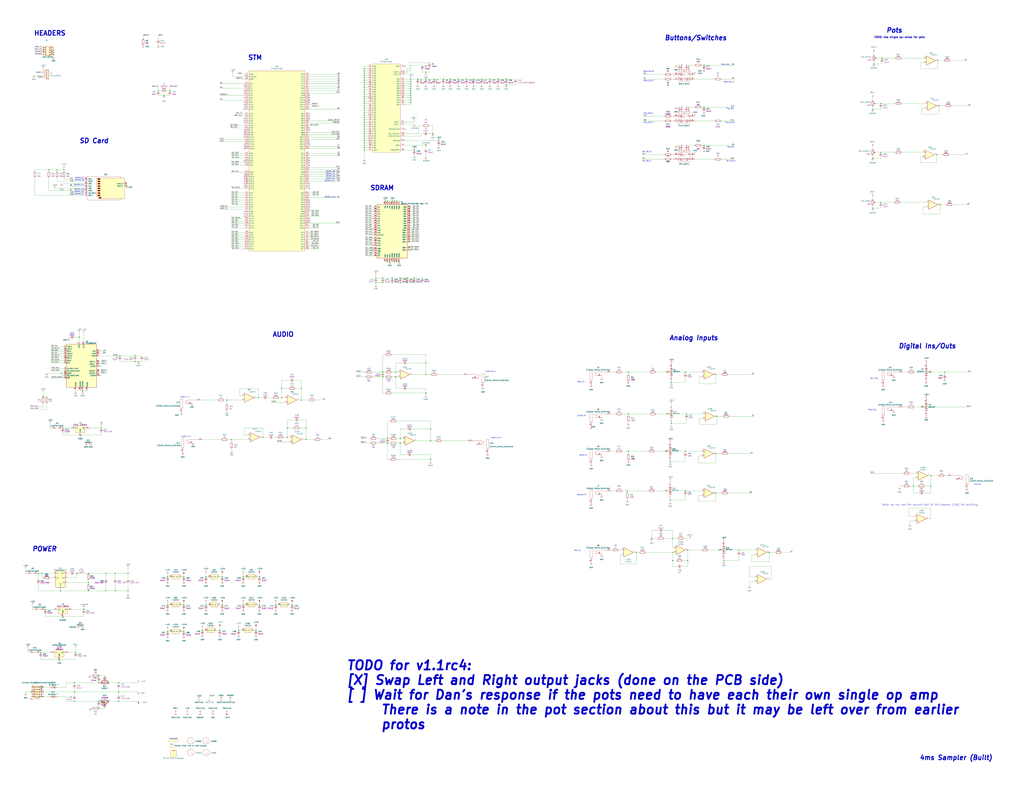
<source format=kicad_sch>
(kicad_sch (version 20231120) (generator "eeschema") (generator_version "8.0")
  (paper "E")
  (lib_symbols
    (symbol "4ms-power:GND" (power) (pin_names (offset 0))
      (property "Value" "GND" (at 0 -3.81 0))
      (symbol "GND_1_1"
        (pin power_in line (at 0 0 270) (length 0) hide (name "GND") (number "1"))
      )
    )
    (symbol "4ms_Capacitor:0.1uF_0603_16V" (pin_numbers hide) (pin_names (offset 0.254) hide)
      (property "Reference" "C" (at 2.54 2.54 0))
      (property "Display" "0.1uF" (at 5.08 0 0))
      (symbol "0.1uF_0603_16V_1_1"
        (pin passive line (at 0 2.54 270) (length 2.032) (name "~") (number "1"))
        (pin passive line (at 0 -2.54 90) (length 2.032) (name "~") (number "2"))
      )
    )
    (symbol "4ms_Capacitor:100nF_0402_16V" (pin_numbers hide) (pin_names (offset 0.254) hide)
      (property "Reference" "C" (at 1.905 1.27 0))
      (property "Display" "0.1uF" (at 1.905 -1.27 0))
      (symbol "100nF_0402_16V_1_1"
        (pin passive line (at 0 2.54 270) (length 2.032) (name "~") (number "1"))
        (pin passive line (at 0 -2.54 90) (length 2.032) (name "~") (number "2"))
      )
    )
    (symbol "4ms_Capacitor:100nF_0402_50V" (pin_numbers hide) (pin_names (offset 0.254) hide)
      (property "Reference" "C" (at 1.905 1.27 0))
      (property "Display" "0.1uF" (at 1.905 -1.27 0))
      (symbol "100nF_0402_50V_1_1"
        (pin passive line (at 0 2.54 270) (length 2.032) (name "~") (number "1"))
        (pin passive line (at 0 -2.54 90) (length 2.032) (name "~") (number "2"))
      )
    )
    (symbol "4ms_Capacitor:100nF_0603_16V" (pin_numbers hide) (pin_names (offset 0.254) hide)
      (property "Reference" "C" (at 1.905 1.27 0))
      (property "Display" "0.1uF" (at 1.905 -1.27 0))
      (symbol "100nF_0603_16V_1_1"
        (pin passive line (at 0 2.54 270) (length 2.032) (name "~") (number "1"))
        (pin passive line (at 0 -2.54 90) (length 2.032) (name "~") (number "2"))
      )
    )
    (symbol "4ms_Capacitor:100pF_0603_50V" (pin_numbers hide) (pin_names (offset 0.254) hide)
      (property "Reference" "C" (at 1.905 1.27 0))
      (property "Display" "100pF" (at 1.905 -1.27 0))
      (symbol "100pF_0603_50V_1_1"
        (pin passive line (at 0 2.54 270) (length 2.032) (name "~") (number "1"))
        (pin passive line (at 0 -2.54 90) (length 2.032) (name "~") (number "2"))
      )
    )
    (symbol "4ms_Capacitor:10nF_0402_16V" (pin_numbers hide) (pin_names (offset 0.254) hide)
      (property "Reference" "C" (at 1.905 1.27 0))
      (property "Display" "10nF" (at 1.905 -1.27 0))
      (symbol "10nF_0402_16V_1_1"
        (pin passive line (at 0 2.54 270) (length 2.032) (name "~") (number "1"))
        (pin passive line (at 0 -2.54 90) (length 2.032) (name "~") (number "2"))
      )
    )
    (symbol "4ms_Capacitor:10uF_0603_10V" (pin_numbers hide) (pin_names (offset 0.254) hide)
      (property "Reference" "C" (at 1.905 1.27 0))
      (property "Display" "10uF/10V" (at 1.905 -1.27 0))
      (symbol "10uF_0603_10V_1_1"
        (pin passive line (at 0 2.54 270) (length 2.032) (name "~") (number "1"))
        (pin passive line (at 0 -2.54 90) (length 2.032) (name "~") (number "2"))
      )
    )
    (symbol "4ms_Capacitor:10uF_0805_25V" (pin_numbers hide) (pin_names (offset 0.254) hide)
      (property "Reference" "C" (at 1.905 1.27 0))
      (property "Display" "10uF/25V" (at 1.905 -1.27 0))
      (symbol "10uF_0805_25V_1_1"
        (pin passive line (at 0 2.54 270) (length 2.032) (name "~") (number "1"))
        (pin passive line (at 0 -2.54 90) (length 2.032) (name "~") (number "2"))
      )
    )
    (symbol "4ms_Capacitor:180pF_0402_25V" (pin_numbers hide) (pin_names (offset 0.254) hide)
      (property "Reference" "C" (at 1.905 1.27 0))
      (property "Display" "180pF" (at 1.905 -1.27 0))
      (symbol "180pF_0402_25V_1_1"
        (pin passive line (at 0 2.54 270) (length 2.032) (name "~") (number "1"))
        (pin passive line (at 0 -2.54 90) (length 2.032) (name "~") (number "2"))
      )
    )
    (symbol "4ms_Capacitor:18pF_0603_50V" (pin_numbers hide) (pin_names (offset 0.254) hide)
      (property "Reference" "C" (at 1.905 1.27 0))
      (property "Display" "18pF" (at 1.905 -1.27 0))
      (symbol "18pF_0603_50V_1_1"
        (pin passive line (at 0 2.54 270) (length 2.032) (name "~") (number "1"))
        (pin passive line (at 0 -2.54 90) (length 2.032) (name "~") (number "2"))
      )
    )
    (symbol "4ms_Capacitor:1nF_0603_50V" (pin_numbers hide) (pin_names (offset 0.254) hide)
      (property "Reference" "C" (at 1.905 1.27 0))
      (property "Display" "1nF" (at 1.905 -1.27 0))
      (symbol "1nF_0603_50V_1_1"
        (pin passive line (at 0 2.54 270) (length 2.032) (name "~") (number "1"))
        (pin passive line (at 0 -2.54 90) (length 2.032) (name "~") (number "2"))
      )
    )
    (symbol "4ms_Capacitor:2.2uF_0603_25V" (pin_numbers hide) (pin_names (offset 0.254) hide)
      (property "Reference" "C" (at 1.905 1.27 0))
      (property "Display" "2.2uF" (at 1.905 -1.27 0))
      (symbol "2.2uF_0603_25V_1_1"
        (pin passive line (at 0 2.54 270) (length 2.032) (name "~") (number "1"))
        (pin passive line (at 0 -2.54 90) (length 2.032) (name "~") (number "2"))
      )
    )
    (symbol "4ms_Capacitor:220pF_0603_25V" (pin_numbers hide) (pin_names (offset 0.254) hide)
      (property "Reference" "C" (at 1.905 1.27 0))
      (property "Display" "220pF" (at 1.905 -1.27 0))
      (symbol "220pF_0603_25V_1_1"
        (pin passive line (at 0 2.54 270) (length 2.032) (name "~") (number "1"))
        (pin passive line (at 0 -2.54 90) (length 2.032) (name "~") (number "2"))
      )
    )
    (symbol "4ms_Capacitor:22uF_0805_10V" (pin_numbers hide) (pin_names (offset 0.254))
      (property "Reference" "C" (at 1.905 1.27 0))
      (property "Display" "22uF/10V" (at 1.905 -1.27 0))
      (symbol "22uF_0805_10V_1_1"
        (pin passive line (at 0 2.54 270) (length 2.032) (name "~") (number "1"))
        (pin passive line (at 0 -2.54 90) (length 2.032) (name "~") (number "2"))
      )
    )
    (symbol "4ms_Capacitor:22uF_1206_25V" (pin_numbers hide) (pin_names (offset 0.254))
      (property "Reference" "C" (at 1.905 1.27 0))
      (property "Display" "22uF/25V" (at 1.905 -1.27 0))
      (symbol "22uF_1206_25V_1_1"
        (pin passive line (at 0 2.54 270) (length 2.032) (name "~") (number "1"))
        (pin passive line (at 0 -2.54 90) (length 2.032) (name "~") (number "2"))
      )
    )
    (symbol "4ms_Capacitor:4.7uF_1206_lowESR" (pin_numbers hide) (pin_names (offset 0.254) hide)
      (property "Reference" "C" (at 1.905 1.27 0))
      (property "Display" "4.7uF/16V/100mΩ" (at 1.905 -1.27 0))
      (symbol "4.7uF_1206_lowESR_1_1"
        (pin passive line (at 0 2.54 270) (length 2.032) (name "~") (number "1"))
        (pin passive line (at 0 -2.54 90) (length 2.032) (name "~") (number "2"))
      )
    )
    (symbol "4ms_Capacitor:47uF_5x5.3_16V" (pin_numbers hide) (pin_names (offset 0.254) hide)
      (property "Reference" "C" (at 1.905 1.27 0))
      (property "Display" "47uF/16V" (at 1.905 -1.27 0))
      (symbol "47uF_5x5.3_16V_1_1"
        (pin passive line (at 0 2.54 270) (length 2.032) (name "~") (number "1"))
        (pin passive line (at 0 -2.54 90) (length 2.032) (name "~") (number "2"))
      )
    )
    (symbol "4ms_Capacitor:820pF_0402_10v" (pin_numbers hide) (pin_names (offset 0.254) hide)
      (property "Reference" "C" (at 1.905 1.27 0))
      (property "Display" "820pF" (at 1.905 -1.27 0))
      (symbol "820pF_0402_10v_1_1"
        (pin passive line (at 0 2.54 270) (length 2.032) (name "~") (number "1"))
        (pin passive line (at 0 -2.54 90) (length 2.032) (name "~") (number "2"))
      )
    )
    (symbol "4ms_Connector:Conn_01x04" (pin_names (offset 1.016) hide)
      (property "Reference" "J" (at 0 5.08 0))
      (property "Value" "Conn_01x04" (at 0 -7.62 0))
      (symbol "Conn_01x04_1_1"
        (pin passive line (at -5.08 2.54 0) (length 3.81) (name "Pin_1") (number "1"))
        (pin passive line (at -5.08 0 0) (length 3.81) (name "Pin_2") (number "2"))
        (pin passive line (at -5.08 -2.54 0) (length 3.81) (name "Pin_3") (number "3"))
        (pin passive line (at -5.08 -5.08 0) (length 3.81) (name "Pin_4") (number "4"))
      )
    )
    (symbol "4ms_Connector:Conn_02x04" (pin_names (offset 1.016) hide)
      (property "Reference" "J" (at 1.27 5.08 0))
      (property "Value" "Conn_02x04" (at 1.27 -7.62 0))
      (symbol "Conn_02x04_1_1"
        (pin passive line (at -5.08 2.54 0) (length 3.81) (name "Pin_1") (number "1"))
        (pin passive line (at 7.62 2.54 180) (length 3.81) (name "Pin_2") (number "2"))
        (pin passive line (at -5.08 0 0) (length 3.81) (name "Pin_3") (number "3"))
        (pin passive line (at 7.62 0 180) (length 3.81) (name "Pin_4") (number "4"))
        (pin passive line (at -5.08 -2.54 0) (length 3.81) (name "Pin_5") (number "5"))
        (pin passive line (at 7.62 -2.54 180) (length 3.81) (name "Pin_6") (number "6"))
        (pin passive line (at -5.08 -5.08 0) (length 3.81) (name "Pin_7") (number "7"))
        (pin passive line (at 7.62 -5.08 180) (length 3.81) (name "Pin_8") (number "8"))
      )
    )
    (symbol "4ms_Connector:Eurorack_Power_10pin_Unshrouded" (pin_names (offset 0.0254) hide)
      (property "Reference" "J" (at 0 7.62 0))
      (property "Value" "Eurorack_Power_10pin_Unshrouded" (at 0 10.16 0))
      (symbol "Eurorack_Power_10pin_Unshrouded_0_0"
        (text "+12" (at 0 5.08 0) (effects (font (size 0.635 0.635))))
        (text "-12" (at 0 -5.08 0) (effects (font (size 0.635 0.635))))
        (text "GND" (at 0 -2.54 0) (effects (font (size 0.635 0.635))))
        (text "GND" (at 0 0 0) (effects (font (size 0.635 0.635))))
        (text "GND" (at 0 2.54 0) (effects (font (size 0.635 0.635))))
        (text "STRIPE" (at -6.35 -7.62 0) (effects (font (size 0.635 0.635))))
      )
      (symbol "Eurorack_Power_10pin_Unshrouded_1_1"
        (pin passive line (at -6.35 -5.08 0) (length 3.81) (name "-12V") (number "1"))
        (pin passive line (at 6.35 5.08 180) (length 3.81) (name "+12V") (number "10"))
        (pin passive line (at 6.35 -5.08 180) (length 3.81) (name "-12V") (number "2"))
        (pin passive line (at -6.35 -2.54 0) (length 3.81) (name "GND") (number "3"))
        (pin passive line (at 6.35 -2.54 180) (length 3.81) (name "GND") (number "4"))
        (pin passive line (at -6.35 0 0) (length 3.81) (name "GND") (number "5"))
        (pin passive line (at 6.35 0 180) (length 3.81) (name "GND") (number "6"))
        (pin passive line (at -6.35 2.54 0) (length 3.81) (name "GND") (number "7"))
        (pin passive line (at 6.35 2.54 180) (length 3.81) (name "GND") (number "8"))
        (pin passive line (at -6.35 5.08 0) (length 3.81) (name "+12V") (number "9"))
      )
    )
    (symbol "4ms_Connector:microSDCon_Vert_TH_PJS008U-3000" (pin_names (offset 1.016))
      (property "Reference" "CON" (at -16.51 13.97 0))
      (property "Value" "microSDCon_Vert_TH_PJS008U-3000" (at 15.24 -13.97 0))
      (symbol "microSDCon_Vert_TH_PJS008U-3000_1_1"
        (pin input line (at -22.86 7.62 0) (length 2.54) (name "DAT2") (number "1"))
        (pin input line (at 22.86 -5.08 180) (length 2.54) (name "SHELL2") (number "10"))
        (pin input line (at -22.86 5.08 0) (length 2.54) (name "CD/DAT3") (number "2"))
        (pin input line (at -22.86 2.54 0) (length 2.54) (name "CMD") (number "3"))
        (pin input line (at -22.86 0 0) (length 2.54) (name "VDD") (number "4"))
        (pin input line (at -22.86 -2.54 0) (length 2.54) (name "CLK") (number "5"))
        (pin input line (at -22.86 -5.08 0) (length 2.54) (name "VSS") (number "6"))
        (pin input line (at -22.86 -7.62 0) (length 2.54) (name "DAT0") (number "7"))
        (pin input line (at -22.86 -10.16 0) (length 2.54) (name "DAT1") (number "8"))
        (pin input line (at 22.86 -2.54 180) (length 2.54) (name "SHELL1") (number "9"))
      )
    )
    (symbol "4ms_Crystal:16MHz_18pF_FA238" (pin_numbers hide) (pin_names (offset 1.016) hide)
      (property "Reference" "Y" (at 0 2.54 0))
      (property "Display" "16MHz" (at -3.81 -2.54 0))
      (property "Display 2" "18pF" (at -3.1496 -4.445 0))
      (symbol "16MHz_18pF_FA238_1_1"
        (pin passive line (at -2.54 0 0) (length 1.27) (name "1") (number "1"))
        (pin passive line (at 2.54 0 180) (length 1.27) (name "2") (number "2"))
        (pin no_connect line (at 0 -2.54 90) (length 1.27) hide (name "3") (number "3"))
        (pin no_connect line (at 0 2.54 270) (length 1.27) hide (name "4") (number "4"))
      )
    )
    (symbol "4ms_Diode:B140HW-7" (pin_numbers hide) (pin_names (offset 1.016) hide)
      (property "Reference" "D" (at 0 2.54 0))
      (property "Value" "B140HW-7" (at 0 -2.54 0))
      (symbol "B140HW-7_1_1"
        (pin passive line (at -3.81 0 0) (length 2.54) (name "K") (number "1"))
        (pin passive line (at 3.81 0 180) (length 2.54) (name "A") (number "2"))
      )
    )
    (symbol "4ms_Diode:BAT54S" (pin_names (offset 0.762) hide)
      (property "Reference" "D" (at 2.54 -2.54 0))
      (property "Value" "BAT54S" (at 0 2.54 0))
      (symbol "BAT54S_0_1"
        (pin passive line (at -10.16 0 0) (length 6.35) (name "Anode") (number "1"))
        (pin passive line (at 10.16 0 180) (length 6.35) (name "cathode") (number "2"))
        (pin passive line (at 0 -5.08 90) (length 2.54) (name "AK") (number "3"))
      )
    )
    (symbol "4ms_Hardware:Faceplate" (pin_numbers hide) (pin_names (offset 0) hide) (on_board no)
      (property "Value" "Faceplate" (at 0 0 0))
    )
    (symbol "4ms_Hardware:Knob_Davies_WhiteLine" (on_board no)
      (property "Reference" "KNOB?" (at 0 5.08 0))
      (property "Value" "Davies, White Line, D-shaft shallow" (at 0 -5.08 0))
    )
    (symbol "4ms_Hardware:PCB" (pin_numbers hide) (pin_names (offset 0) hide) (on_board no)
      (property "Value" "PCB" (at 0 0 0))
    )
    (symbol "4ms_Hardware:microSDcard_STS" (on_board no)
      (property "Reference" "U" (at 0 5.842 0))
      (property "Value" "STS SD card w/adaptor" (at 0 -5.08 0))
    )
    (symbol "4ms_IC:AP62200WU-7"
      (property "Reference" "U" (at 0 12.7 0))
      (property "Value" "AP62200WU-7" (at 0 10.16 0))
      (symbol "AP62200WU-7_1_1"
        (pin power_in line (at 0 -11.43 90) (length 2.54) (name "GND") (number "1"))
        (pin power_out line (at 7.62 1.27 180) (length 2.54) (name "SW") (number "2"))
        (pin power_in line (at -7.62 6.35 0) (length 2.54) (name "IN") (number "3"))
        (pin input line (at 7.62 -3.81 180) (length 2.54) (name "FB") (number "4"))
        (pin input line (at -7.62 1.27 0) (length 2.54) (name "EN") (number "5"))
        (pin output line (at 7.62 6.35 180) (length 2.54) (name "BST") (number "6"))
      )
    )
    (symbol "4ms_IC:PCM3060PW"
      (property "Reference" "U" (at 13.97 34.29 0))
      (property "Value" "PCM3060PW" (at 16.51 31.75 0))
      (symbol "PCM3060PW_1_1"
        (pin input line (at -17.78 0 0) (length 2.54) (name "MC/SCL/FMT") (number "1"))
        (pin bidirectional line (at -17.78 11.43 0) (length 2.54) (name "BCK2") (number "10"))
        (pin bidirectional line (at -17.78 16.51 0) (length 2.54) (name "LRCK2") (number "11"))
        (pin input line (at -17.78 6.35 0) (length 2.54) (name "DIN") (number "12"))
        (pin output line (at 20.32 -7.62 180) (length 2.54) (name "ZEROR") (number "13"))
        (pin output line (at 20.32 2.54 180) (length 2.54) (name "ZEROL") (number "14"))
        (pin input line (at -17.78 -10.16 0) (length 2.54) (name "~{RST}") (number "15"))
        (pin power_in line (at 7.62 -22.86 90) (length 2.54) (name "SGND") (number "16"))
        (pin output line (at 20.32 -5.08 180) (length 2.54) (name "VOUTR-") (number "17"))
        (pin output line (at 20.32 -2.54 180) (length 2.54) (name "VOUTR+") (number "18"))
        (pin output line (at 20.32 5.08 180) (length 2.54) (name "VOUTL-") (number "19"))
        (pin bidirectional line (at -17.78 -2.54 0) (length 2.54) (name "MD/SDA/DEMP") (number "2"))
        (pin output line (at 20.32 7.62 180) (length 2.54) (name "VOUTL+") (number "20"))
        (pin power_in line (at 20.32 13.97 180) (length 2.54) (name "VCOM") (number "21"))
        (pin power_in line (at 2.54 -22.86 90) (length 2.54) (name "AGND2") (number "22"))
        (pin power_in line (at 0 -22.86 90) (length 2.54) (name "AGND1") (number "23"))
        (pin power_in line (at 3.81 29.21 270) (length 2.54) (name "VCC") (number "24"))
        (pin input line (at 20.32 19.05 180) (length 2.54) (name "VINL") (number "25"))
        (pin input line (at 20.32 16.51 180) (length 2.54) (name "VINR") (number "26"))
        (pin input line (at -17.78 -7.62 0) (length 2.54) (name "~{MS}/ADR/IFMD") (number "27"))
        (pin input line (at -17.78 -5.08 0) (length 2.54) (name "MODE") (number "28"))
        (pin output line (at -17.78 8.89 0) (length 2.54) (name "DOUT") (number "3"))
        (pin bidirectional line (at -17.78 24.13 0) (length 2.54) (name "LRCK1") (number "4"))
        (pin bidirectional line (at -17.78 19.05 0) (length 2.54) (name "BCK1") (number "5"))
        (pin input line (at -17.78 21.59 0) (length 2.54) (name "SCKI1") (number "6"))
        (pin power_in line (at -1.27 29.21 270) (length 2.54) (name "VDD") (number "7"))
        (pin power_in line (at -5.08 -22.86 90) (length 2.54) (name "DGND") (number "8"))
        (pin input line (at -17.78 13.97 0) (length 2.54) (name "SCKI2") (number "9"))
      )
    )
    (symbol "4ms_IC:SDRAM_IS42S16400J-6BLI-TR" (pin_names (offset 1.016))
      (property "Reference" "U?" (at -15.24 30.48 0))
      (property "Value" "SDRAM_IS42S16400J-6BLI-TR" (at 0 38.1 0))
      (symbol "SDRAM_IS42S16400J-6BLI-TR_1_1"
        (pin power_in line (at -7.62 -33.02 90) (length 3.81) (name "GND") (number "A1"))
        (pin bidirectional line (at 20.32 -11.43 180) (length 3.81) (name "DQ15") (number "A2"))
        (pin power_in line (at 0 -33.02 90) (length 3.81) (name "GNDQ") (number "A3"))
        (pin power_in line (at 5.08 33.02 270) (length 3.81) (name "VDDQ") (number "A7"))
        (pin bidirectional line (at 20.32 26.67 180) (length 3.81) (name "DQ0") (number "A8"))
        (pin power_in line (at -7.62 33.02 270) (length 3.81) (name "VDD") (number "A9"))
        (pin bidirectional line (at 20.32 -8.89 180) (length 3.81) (name "DQ14") (number "B1"))
        (pin bidirectional line (at 20.32 -6.35 180) (length 3.81) (name "DQ13") (number "B2"))
        (pin power_in line (at 0 33.02 270) (length 3.81) (name "VDDQ") (number "B3"))
        (pin power_in line (at 5.08 -33.02 90) (length 3.81) (name "GNDQ") (number "B7"))
        (pin bidirectional line (at 20.32 21.59 180) (length 3.81) (name "DQ2") (number "B8"))
        (pin bidirectional line (at 20.32 24.13 180) (length 3.81) (name "DQ1") (number "B9"))
        (pin bidirectional line (at 20.32 -3.81 180) (length 3.81) (name "DQ12") (number "C1"))
        (pin bidirectional line (at 20.32 -1.27 180) (length 3.81) (name "DQ11") (number "C2"))
        (pin power_in line (at 2.54 -33.02 90) (length 3.81) (name "GNDQ") (number "C3"))
        (pin power_in line (at 7.62 33.02 270) (length 3.81) (name "VDDQ") (number "C7"))
        (pin bidirectional line (at 20.32 16.51 180) (length 3.81) (name "DQ4") (number "C8"))
        (pin bidirectional line (at 20.32 19.05 180) (length 3.81) (name "DQ3") (number "C9"))
        (pin bidirectional line (at 20.32 1.27 180) (length 3.81) (name "DQ10") (number "D1"))
        (pin bidirectional line (at 20.32 3.81 180) (length 3.81) (name "DQ9") (number "D2"))
        (pin power_in line (at 2.54 33.02 270) (length 3.81) (name "VDDQ") (number "D3"))
        (pin power_in line (at 7.62 -33.02 90) (length 3.81) (name "GNDQ") (number "D7"))
        (pin bidirectional line (at 20.32 11.43 180) (length 3.81) (name "DQ6") (number "D8"))
        (pin bidirectional line (at 20.32 13.97 180) (length 3.81) (name "DQ5") (number "D9"))
        (pin bidirectional line (at 20.32 6.35 180) (length 3.81) (name "DQ8") (number "E1"))
        (pin no_connect line (at 20.32 -25.4 180) (length 3.81) hide (name "NC") (number "E2"))
        (pin power_in line (at -5.08 -33.02 90) (length 3.81) (name "GND") (number "E3"))
        (pin power_in line (at -2.54 33.02 270) (length 3.81) (name "VDD") (number "E7"))
        (pin input line (at 20.32 -17.78 180) (length 3.81) (name "DQML") (number "E8"))
        (pin bidirectional line (at 20.32 8.89 180) (length 3.81) (name "DQ7") (number "E9"))
        (pin input line (at 20.32 -20.32 180) (length 3.81) (name "DQMH") (number "F1"))
        (pin input line (at -20.32 -12.7 0) (length 3.81) (name "CLK") (number "F2"))
        (pin input line (at -20.32 -15.24 0) (length 3.81) (name "CKE") (number "F3"))
        (pin input line (at -20.32 -21.59 0) (length 3.81) (name "~{CAS}") (number "F7"))
        (pin input line (at -20.32 -19.05 0) (length 3.81) (name "~{RAS}") (number "F8"))
        (pin input line (at -20.32 -24.13 0) (length 3.81) (name "~{WE}") (number "F9"))
        (pin input line (at -20.32 -3.81 0) (length 3.81) (name "A12/NC") (number "G1"))
        (pin input line (at -20.32 -1.27 0) (length 3.81) (name "A11") (number "G2"))
        (pin input line (at -20.32 3.81 0) (length 3.81) (name "A9") (number "G3"))
        (pin input line (at -20.32 -7.62 0) (length 3.81) (name "BA0") (number "G7"))
        (pin input line (at -20.32 -10.16 0) (length 3.81) (name "BA1") (number "G8"))
        (pin input line (at -20.32 -26.67 0) (length 3.81) (name "~{CS}") (number "G9"))
        (pin input line (at -20.32 6.35 0) (length 3.81) (name "A8") (number "H1"))
        (pin input line (at -20.32 8.89 0) (length 3.81) (name "A7") (number "H2"))
        (pin input line (at -20.32 11.43 0) (length 3.81) (name "A6") (number "H3"))
        (pin input line (at -20.32 26.67 0) (length 3.81) (name "A0") (number "H7"))
        (pin input line (at -20.32 24.13 0) (length 3.81) (name "A1") (number "H8"))
        (pin input line (at -20.32 1.27 0) (length 3.81) (name "A10") (number "H9"))
        (pin power_in line (at -2.54 -33.02 90) (length 3.81) (name "GND") (number "J1"))
        (pin input line (at -20.32 13.97 0) (length 3.81) (name "A5") (number "J2"))
        (pin input line (at -20.32 16.51 0) (length 3.81) (name "A4") (number "J3"))
        (pin input line (at -20.32 19.05 0) (length 3.81) (name "A3") (number "J7"))
        (pin input line (at -20.32 21.59 0) (length 3.81) (name "A2") (number "J8"))
        (pin power_in line (at -5.08 33.02 270) (length 3.81) (name "VDD") (number "J9"))
      )
    )
    (symbol "4ms_IC:STM32F746IE"
      (property "Reference" "U" (at 0 0 0))
      (property "Value" "STM32F746IE" (at -6.35 -5.08 0))
      (symbol "STM32F746IE_1_1"
        (pin bidirectional line (at 35.56 -80.01 180) (length 5.08) (name "PE3") (number "A1"))
        (pin bidirectional line (at 35.56 49.53 180) (length 5.08) (name "PB3") (number "A10"))
        (pin bidirectional line (at 35.56 -46.99 180) (length 5.08) (name "PD7") (number "A11"))
        (pin bidirectional line (at 35.56 -16.51 180) (length 5.08) (name "PC12") (number "A12"))
        (pin bidirectional line (at 35.56 62.23 180) (length 5.08) (name "PA15") (number "A13"))
        (pin bidirectional line (at 35.56 64.77 180) (length 5.08) (name "PA14") (number "A14"))
        (pin bidirectional line (at 35.56 67.31 180) (length 5.08) (name "PA13") (number "A15"))
        (pin bidirectional line (at 35.56 -77.47 180) (length 5.08) (name "PE2") (number "A2"))
        (pin bidirectional line (at 35.56 -74.93 180) (length 5.08) (name "PE1") (number "A3"))
        (pin bidirectional line (at 35.56 -72.39 180) (length 5.08) (name "PE0") (number "A4"))
        (pin bidirectional line (at 35.56 36.83 180) (length 5.08) (name "PB8") (number "A5"))
        (pin bidirectional line (at 35.56 44.45 180) (length 5.08) (name "PB5") (number "A6"))
        (pin bidirectional line (at -35.56 -21.59 0) (length 5.08) (name "PG14") (number "A7"))
        (pin bidirectional line (at -35.56 -19.05 0) (length 5.08) (name "PG13") (number "A8"))
        (pin bidirectional line (at 35.56 46.99 180) (length 5.08) (name "PB4") (number "A9"))
        (pin bidirectional line (at 35.56 -82.55 180) (length 5.08) (name "PE4") (number "B1"))
        (pin bidirectional line (at -35.56 -11.43 0) (length 5.08) (name "PG10") (number "B10"))
        (pin bidirectional line (at 35.56 -44.45 180) (length 5.08) (name "PD6") (number "B11"))
        (pin bidirectional line (at 35.56 -29.21 180) (length 5.08) (name "PD0") (number "B12"))
        (pin bidirectional line (at 35.56 -13.97 180) (length 5.08) (name "PC11") (number "B13"))
        (pin bidirectional line (at 35.56 -11.43 180) (length 5.08) (name "PC10") (number "B14"))
        (pin bidirectional line (at 35.56 69.85 180) (length 5.08) (name "PA12") (number "B15"))
        (pin bidirectional line (at 35.56 -85.09 180) (length 5.08) (name "PE5") (number "B2"))
        (pin bidirectional line (at 35.56 -87.63 180) (length 5.08) (name "PE6") (number "B3"))
        (pin bidirectional line (at 35.56 34.29 180) (length 5.08) (name "PB9") (number "B4"))
        (pin bidirectional line (at 35.56 39.37 180) (length 5.08) (name "PB7") (number "B5"))
        (pin bidirectional line (at 35.56 41.91 180) (length 5.08) (name "PB6") (number "B6"))
        (pin bidirectional line (at -35.56 -24.13 0) (length 5.08) (name "PG15") (number "B7"))
        (pin bidirectional line (at -35.56 -16.51 0) (length 5.08) (name "PG12") (number "B8"))
        (pin bidirectional line (at -35.56 -13.97 0) (length 5.08) (name "PG11") (number "B9"))
        (pin bidirectional line (at -35.56 -8.89 0) (length 5.08) (name "PG9") (number "C10"))
        (pin bidirectional line (at 35.56 -41.91 180) (length 5.08) (name "PD5") (number "C11"))
        (pin bidirectional line (at 35.56 -31.75 180) (length 5.08) (name "PD1") (number "C12"))
        (pin bidirectional line (at -35.56 82.55 0) (length 5.08) (name "PI3") (number "C13"))
        (pin bidirectional line (at -35.56 85.09 0) (length 5.08) (name "PI2") (number "C14"))
        (pin bidirectional line (at 35.56 72.39 180) (length 5.08) (name "PA11") (number "C15"))
        (pin bidirectional line (at -35.56 72.39 0) (length 5.08) (name "PI7") (number "C2"))
        (pin bidirectional line (at -35.56 74.93 0) (length 5.08) (name "PI6") (number "C3"))
        (pin bidirectional line (at -35.56 77.47 0) (length 5.08) (name "PI5") (number "C4"))
        (pin input line (at -35.56 97.79 0) (length 5.08) (name "PDR_ON") (number "C6"))
        (pin bidirectional line (at 35.56 -19.05 180) (length 5.08) (name "PC13") (number "D1"))
        (pin bidirectional line (at 35.56 -39.37 180) (length 5.08) (name "PD4") (number "D10"))
        (pin bidirectional line (at 35.56 -36.83 180) (length 5.08) (name "PD3") (number "D11"))
        (pin bidirectional line (at 35.56 -34.29 180) (length 5.08) (name "PD2") (number "D12"))
        (pin bidirectional line (at -35.56 19.05 0) (length 5.08) (name "PH15") (number "D13"))
        (pin bidirectional line (at -35.56 87.63 0) (length 5.08) (name "PI1") (number "D14"))
        (pin bidirectional line (at 35.56 74.93 180) (length 5.08) (name "PA10") (number "D15"))
        (pin bidirectional line (at -35.56 69.85 0) (length 5.08) (name "PI8") (number "D2"))
        (pin bidirectional line (at -35.56 67.31 0) (length 5.08) (name "PI9") (number "D3"))
        (pin bidirectional line (at -35.56 80.01 0) (length 5.08) (name "PI4") (number "D4"))
        (pin input line (at -35.56 95.25 0) (length 5.08) (name "BOOT") (number "D6"))
        (pin bidirectional line (at 35.56 -21.59 180) (length 5.08) (name "PC14") (number "E1"))
        (pin bidirectional line (at -35.56 24.13 0) (length 5.08) (name "PH13") (number "E12"))
        (pin bidirectional line (at -35.56 21.59 0) (length 5.08) (name "PH14") (number "E13"))
        (pin bidirectional line (at -35.56 90.17 0) (length 5.08) (name "PI0") (number "E14"))
        (pin bidirectional line (at 35.56 77.47 180) (length 5.08) (name "PA9") (number "E15"))
        (pin bidirectional line (at -35.56 -29.21 0) (length 5.08) (name "PF0") (number "E2"))
        (pin bidirectional line (at -35.56 64.77 0) (length 5.08) (name "PI10") (number "E3"))
        (pin bidirectional line (at -35.56 62.23 0) (length 5.08) (name "PI11") (number "E4"))
        (pin bidirectional line (at 35.56 -24.13 180) (length 5.08) (name "PC15") (number "F1"))
        (pin bidirectional line (at 35.56 -8.89 180) (length 5.08) (name "PC9") (number "F14"))
        (pin bidirectional line (at 35.56 80.01 180) (length 5.08) (name "PA8") (number "F15"))
        (pin bidirectional line (at -35.56 52.07 0) (length 5.08) (name "PH2") (number "F4"))
        (pin input line (at -35.56 57.15 0) (length 5.08) (name "PH0") (number "G1"))
        (pin bidirectional line (at 35.56 -6.35 180) (length 5.08) (name "PC8") (number "G14"))
        (pin bidirectional line (at 35.56 -3.81 180) (length 5.08) (name "PC7") (number "G15"))
        (pin bidirectional line (at -35.56 49.53 0) (length 5.08) (name "PH3") (number "G4"))
        (pin input line (at -35.56 54.61 0) (length 5.08) (name "PH1") (number "H1"))
        (pin bidirectional line (at -35.56 -6.35 0) (length 5.08) (name "PG8") (number "H14"))
        (pin bidirectional line (at 35.56 -1.27 180) (length 5.08) (name "PC6") (number "H15"))
        (pin bidirectional line (at -35.56 -34.29 0) (length 5.08) (name "PF2") (number "H2"))
        (pin bidirectional line (at -35.56 -31.75 0) (length 5.08) (name "PF1") (number "H3"))
        (pin bidirectional line (at -35.56 46.99 0) (length 5.08) (name "PH4") (number "H4"))
        (pin bidirectional line (at -35.56 100.33 0) (length 5.08) (name "NRST") (number "J1"))
        (pin bidirectional line (at -35.56 -36.83 0) (length 5.08) (name "PF3") (number "J2"))
        (pin bidirectional line (at -35.56 -39.37 0) (length 5.08) (name "PF4") (number "J3"))
        (pin bidirectional line (at -35.56 44.45 0) (length 5.08) (name "PH5") (number "J4"))
        (pin bidirectional line (at -35.56 -46.99 0) (length 5.08) (name "PF7") (number "K1"))
        (pin bidirectional line (at -35.56 26.67 0) (length 5.08) (name "PH12") (number "K12"))
        (pin bidirectional line (at -35.56 1.27 0) (length 5.08) (name "PG5") (number "K13"))
        (pin bidirectional line (at -35.56 3.81 0) (length 5.08) (name "PG4") (number "K14"))
        (pin bidirectional line (at -35.56 6.35 0) (length 5.08) (name "PG3") (number "K15"))
        (pin bidirectional line (at -35.56 -44.45 0) (length 5.08) (name "PF6") (number "K2"))
        (pin bidirectional line (at -35.56 -41.91 0) (length 5.08) (name "PF5") (number "K3"))
        (pin bidirectional line (at -35.56 -54.61 0) (length 5.08) (name "PF10") (number "L1"))
        (pin bidirectional line (at -35.56 29.21 0) (length 5.08) (name "PH11") (number "L12"))
        (pin bidirectional line (at -35.56 31.75 0) (length 5.08) (name "PH10") (number "L13"))
        (pin bidirectional line (at 35.56 -67.31 180) (length 5.08) (name "PD15") (number "L14"))
        (pin bidirectional line (at -35.56 8.89 0) (length 5.08) (name "PG2") (number "L15"))
        (pin bidirectional line (at -35.56 -52.07 0) (length 5.08) (name "PF9") (number "L2"))
        (pin bidirectional line (at -35.56 -49.53 0) (length 5.08) (name "PF8") (number "L3"))
        (pin bidirectional line (at -35.56 41.91 0) (length 5.08) (name "PH6") (number "M11"))
        (pin bidirectional line (at -35.56 36.83 0) (length 5.08) (name "PH8") (number "M12"))
        (pin bidirectional line (at -35.56 34.29 0) (length 5.08) (name "PH9") (number "M13"))
        (pin bidirectional line (at 35.56 -64.77 180) (length 5.08) (name "PD14") (number "M14"))
        (pin bidirectional line (at 35.56 -62.23 180) (length 5.08) (name "PD13") (number "M15"))
        (pin bidirectional line (at 35.56 13.97 180) (length 5.08) (name "PC0") (number "M2"))
        (pin bidirectional line (at 35.56 11.43 180) (length 5.08) (name "PC1") (number "M3"))
        (pin bidirectional line (at 35.56 8.89 180) (length 5.08) (name "PC2") (number "M4"))
        (pin bidirectional line (at 35.56 6.35 180) (length 5.08) (name "PC3") (number "M5"))
        (pin bidirectional line (at 35.56 52.07 180) (length 5.08) (name "PB2") (number "M6"))
        (pin bidirectional line (at -35.56 11.43 0) (length 5.08) (name "PG1") (number "M7"))
        (pin bidirectional line (at -35.56 -85.09 0) (length 5.08) (name "PE13") (number "N11"))
        (pin bidirectional line (at -35.56 39.37 0) (length 5.08) (name "PH7") (number "N12"))
        (pin bidirectional line (at 35.56 -59.69 180) (length 5.08) (name "PD12") (number "N13"))
        (pin bidirectional line (at 35.56 -57.15 180) (length 5.08) (name "PD11") (number "N14"))
        (pin bidirectional line (at 35.56 -54.61 180) (length 5.08) (name "PD10") (number "N15"))
        (pin bidirectional line (at 35.56 97.79 180) (length 5.08) (name "PA1") (number "N2"))
        (pin bidirectional line (at 35.56 100.33 180) (length 5.08) (name "PA0") (number "N3"))
        (pin bidirectional line (at 35.56 90.17 180) (length 5.08) (name "PA4") (number "N4"))
        (pin bidirectional line (at 35.56 3.81 180) (length 5.08) (name "PC4") (number "N5"))
        (pin bidirectional line (at -35.56 -62.23 0) (length 5.08) (name "PF13") (number "N6"))
        (pin bidirectional line (at -35.56 13.97 0) (length 5.08) (name "PG0") (number "N7"))
        (pin bidirectional line (at -35.56 -80.01 0) (length 5.08) (name "PE11") (number "P10"))
        (pin bidirectional line (at -35.56 -87.63 0) (length 5.08) (name "PE14") (number "P11"))
        (pin bidirectional line (at 35.56 26.67 180) (length 5.08) (name "PB12") (number "P12"))
        (pin bidirectional line (at 35.56 24.13 180) (length 5.08) (name "PB13") (number "P13"))
        (pin bidirectional line (at 35.56 -52.07 180) (length 5.08) (name "PD9") (number "P14"))
        (pin bidirectional line (at 35.56 -49.53 180) (length 5.08) (name "PD8") (number "P15"))
        (pin bidirectional line (at 35.56 95.25 180) (length 5.08) (name "PA2") (number "P2"))
        (pin bidirectional line (at 35.56 85.09 180) (length 5.08) (name "PA6") (number "P3"))
        (pin bidirectional line (at 35.56 87.63 180) (length 5.08) (name "PA5") (number "P4"))
        (pin bidirectional line (at 35.56 1.27 180) (length 5.08) (name "PC5") (number "P5"))
        (pin bidirectional line (at -35.56 -59.69 0) (length 5.08) (name "PF12") (number "P6"))
        (pin bidirectional line (at -35.56 -67.31 0) (length 5.08) (name "PF15") (number "P7"))
        (pin bidirectional line (at -35.56 -72.39 0) (length 5.08) (name "PE8") (number "P8"))
        (pin bidirectional line (at -35.56 -74.93 0) (length 5.08) (name "PE9") (number "P9"))
        (pin bidirectional line (at -35.56 -82.55 0) (length 5.08) (name "PE12") (number "R10"))
        (pin bidirectional line (at -35.56 -90.17 0) (length 5.08) (name "PE15") (number "R11"))
        (pin bidirectional line (at 35.56 31.75 180) (length 5.08) (name "PB10") (number "R12"))
        (pin bidirectional line (at 35.56 29.21 180) (length 5.08) (name "PB11") (number "R13"))
        (pin bidirectional line (at 35.56 21.59 180) (length 5.08) (name "PB14") (number "R14"))
        (pin bidirectional line (at 35.56 19.05 180) (length 5.08) (name "PB15") (number "R15"))
        (pin bidirectional line (at 35.56 92.71 180) (length 5.08) (name "PA3") (number "R2"))
        (pin bidirectional line (at 35.56 82.55 180) (length 5.08) (name "PA7") (number "R3"))
        (pin bidirectional line (at 35.56 54.61 180) (length 5.08) (name "PB1") (number "R4"))
        (pin bidirectional line (at 35.56 57.15 180) (length 5.08) (name "PB0") (number "R5"))
        (pin bidirectional line (at -35.56 -57.15 0) (length 5.08) (name "PF11") (number "R6"))
        (pin bidirectional line (at -35.56 -64.77 0) (length 5.08) (name "PF14") (number "R7"))
        (pin bidirectional line (at 35.56 -90.17 180) (length 5.08) (name "PE7") (number "R8"))
        (pin bidirectional line (at -35.56 -77.47 0) (length 5.08) (name "PE10") (number "R9"))
      )
      (symbol "STM32F746IE_2_1"
        (pin power_in line (at 20.32 45.72 180) (length 5.08) (name "VBAT") (number "C1"))
        (pin power_in line (at 20.32 31.75 180) (length 5.08) (name "VDD") (number "C5"))
        (pin power_in line (at 20.32 29.21 180) (length 5.08) (name "VDD") (number "C7"))
        (pin power_in line (at 20.32 -45.72 180) (length 5.08) (name "VDDSDMMC") (number "C8"))
        (pin power_in line (at 20.32 26.67 180) (length 5.08) (name "VDD") (number "C9"))
        (pin power_in line (at -20.32 -20.32 0) (length 5.08) (name "VSS") (number "D5"))
        (pin power_in line (at -20.32 -22.86 0) (length 5.08) (name "VSS") (number "D7"))
        (pin power_in line (at -20.32 -25.4 0) (length 5.08) (name "VSS") (number "D8"))
        (pin power_in line (at -20.32 -27.94 0) (length 5.08) (name "VSS") (number "D9"))
        (pin power_in line (at -20.32 35.56 0) (length 5.08) (name "VSS") (number "F10"))
        (pin power_in line (at -20.32 -30.48 0) (length 5.08) (name "VSS") (number "F12"))
        (pin bidirectional line (at 20.32 36.83 180) (length 5.08) (name "VCAP_2") (number "F13"))
        (pin power_in line (at -20.32 -5.08 0) (length 5.08) (name "VSS") (number "F2"))
        (pin power_in line (at 20.32 3.81 180) (length 5.08) (name "VDD") (number "F3"))
        (pin power_in line (at -20.32 45.72 0) (length 5.08) (name "VSS") (number "F6"))
        (pin power_in line (at -20.32 43.18 0) (length 5.08) (name "VSS") (number "F7"))
        (pin power_in line (at -20.32 40.64 0) (length 5.08) (name "VSS") (number "F8"))
        (pin power_in line (at -20.32 38.1 0) (length 5.08) (name "VSS") (number "F9"))
        (pin power_in line (at -20.32 22.86 0) (length 5.08) (name "VSS") (number "G10"))
        (pin power_in line (at -20.32 -33.02 0) (length 5.08) (name "VSS") (number "G12"))
        (pin power_in line (at 20.32 24.13 180) (length 5.08) (name "VDD") (number "G13"))
        (pin power_in line (at -20.32 -43.18 0) (length 5.08) (name "VSS") (number "G2"))
        (pin power_in line (at 20.32 6.35 180) (length 5.08) (name "VDD") (number "G3"))
        (pin power_in line (at -20.32 33.02 0) (length 5.08) (name "VSS") (number "G6"))
        (pin power_in line (at -20.32 30.48 0) (length 5.08) (name "VSS") (number "G7"))
        (pin power_in line (at -20.32 27.94 0) (length 5.08) (name "VSS") (number "G8"))
        (pin power_in line (at -20.32 25.4 0) (length 5.08) (name "VSS") (number "G9"))
        (pin power_in line (at -20.32 10.16 0) (length 5.08) (name "VSS") (number "H10"))
        (pin power_in line (at -20.32 -35.56 0) (length 5.08) (name "VSS") (number "H12"))
        (pin power_in line (at 20.32 -35.56 180) (length 5.08) (name "VDDUSB") (number "H13"))
        (pin power_in line (at -20.32 20.32 0) (length 5.08) (name "VSS") (number "H6"))
        (pin power_in line (at -20.32 17.78 0) (length 5.08) (name "VSS") (number "H7"))
        (pin power_in line (at -20.32 15.24 0) (length 5.08) (name "VSS") (number "H8"))
        (pin power_in line (at -20.32 12.7 0) (length 5.08) (name "VSS") (number "H9"))
        (pin power_in line (at -20.32 -2.54 0) (length 5.08) (name "VSS") (number "J10"))
        (pin power_in line (at 20.32 19.05 180) (length 5.08) (name "VDD") (number "J12"))
        (pin power_in line (at 20.32 21.59 180) (length 5.08) (name "VDD") (number "J13"))
        (pin bidirectional line (at 20.32 -30.48 180) (length 5.08) (name "VDD12OTGHS") (number "J14"))
        (pin bidirectional line (at 20.32 -27.94 180) (length 5.08) (name "OTG_HR_REXT") (number "J15"))
        (pin power_in line (at -20.32 7.62 0) (length 5.08) (name "VSS") (number "J6"))
        (pin power_in line (at -20.32 5.08 0) (length 5.08) (name "VSS") (number "J7"))
        (pin power_in line (at -20.32 2.54 0) (length 5.08) (name "VSS") (number "J8"))
        (pin power_in line (at -20.32 0 0) (length 5.08) (name "VSS") (number "J9"))
        (pin power_in line (at -20.32 -7.62 0) (length 5.08) (name "VSS") (number "K10"))
        (pin power_in line (at 20.32 8.89 180) (length 5.08) (name "VDD") (number "K4"))
        (pin power_in line (at -20.32 -17.78 0) (length 5.08) (name "VSS") (number "K6"))
        (pin power_in line (at -20.32 -15.24 0) (length 5.08) (name "VSS") (number "K7"))
        (pin power_in line (at -20.32 -12.7 0) (length 5.08) (name "VSS") (number "K8"))
        (pin power_in line (at -20.32 -10.16 0) (length 5.08) (name "VSS") (number "K9"))
        (pin input line (at 20.32 -22.86 180) (length 5.08) (name "BYPASS_REG") (number "L4"))
        (pin power_in line (at -20.32 -45.72 0) (length 5.08) (name "VSSA") (number "M1"))
        (pin bidirectional line (at 20.32 39.37 180) (length 5.08) (name "VCAP_1") (number "M10"))
        (pin power_in line (at -20.32 -40.64 0) (length 5.08) (name "VSS") (number "M8"))
        (pin power_in line (at -20.32 -38.1 0) (length 5.08) (name "VSS") (number "M9"))
        (pin power_in line (at 20.32 -17.78 180) (length 5.08) (name "VREF-") (number "N1"))
        (pin power_in line (at 20.32 16.51 180) (length 5.08) (name "VDD") (number "N10"))
        (pin power_in line (at 20.32 11.43 180) (length 5.08) (name "VDD") (number "N8"))
        (pin power_in line (at 20.32 13.97 180) (length 5.08) (name "VDD") (number "N9"))
        (pin power_in line (at 20.32 -15.24 180) (length 5.08) (name "VREF+") (number "P1"))
        (pin power_in line (at 20.32 -40.64 180) (length 5.08) (name "VDDA") (number "R1"))
      )
    )
    (symbol "4ms_IC:TL072H"
      (property "Reference" "U" (at 2.54 5.08 0))
      (property "Value" "TL072H" (at 2.54 -3.81 0))
      (symbol "TL072H_1_1"
        (pin output line (at 7.62 0 180) (length 2.54) (name "~") (number "1"))
        (pin input line (at -7.62 -2.54 0) (length 2.54) (name "-") (number "2"))
        (pin input line (at -7.62 2.54 0) (length 2.54) (name "+") (number "3"))
      )
      (symbol "TL072H_2_1"
        (pin input line (at -7.62 2.54 0) (length 2.54) (name "+") (number "5"))
        (pin input line (at -7.62 -2.54 0) (length 2.54) (name "-") (number "6"))
        (pin output line (at 7.62 0 180) (length 2.54) (name "~") (number "7"))
      )
      (symbol "TL072H_3_1"
        (pin power_in line (at 0 -6.35 90) (length 2.54) (name "V-") (number "4"))
        (pin power_in line (at 0 6.35 270) (length 2.54) (name "V+") (number "8"))
      )
    )
    (symbol "4ms_Inductor:4.7uH_1.2A_40xx" (pin_numbers hide) (pin_names (offset 1.016) hide)
      (property "Reference" "L" (at -1.27 0 90))
      (property "Display" "4.7uH" (at 2.54 0 90))
      (property "Display 2" "1.7A" (at 4.318 -0.0508 90))
      (symbol "4.7uH_1.2A_40xx_1_1"
        (pin passive line (at 0 3.81 270) (length 1.27) (name "1") (number "1"))
        (pin passive line (at 0 -3.81 90) (length 1.27) (name "2") (number "2"))
      )
    )
    (symbol "4ms_Jack:3.5mm_Mono_Switched" (pin_names (offset 0) hide)
      (property "Reference" "J" (at -6.35 -7.62 0))
      (property "Value" "3.5mm_Mono_Switched" (at 6.35 6.604 0))
      (symbol "3.5mm_Mono_Switched_1_1"
        (pin passive line (at 16.51 3.81 180) (length 5.08) (name "SIG") (number "1"))
        (pin passive line (at -5.08 -10.16 90) (length 5.08) (name "SHEILD") (number "2"))
        (pin passive line (at 6.35 0 180) (length 5.08) (name "SW") (number "3"))
      )
    )
    (symbol "4ms_Net-tie:JumpForCrystal" (pin_names (offset 0) hide)
      (property "Reference" "JP2" (at 0 4.3348 0))
      (property "Value" "JumpForCrystal" (at 0 1.7979 0))
      (symbol "JumpForCrystal_1_1"
        (pin passive line (at -5.08 0 0) (length 2.54) (name "A") (number "1"))
        (pin passive line (at 5.08 0 180) (length 2.54) (name "B") (number "2"))
      )
    )
    (symbol "4ms_Potentiometer:16mm_CtrDet_10k" (pin_numbers hide) (pin_names (offset 1.016) hide)
      (property "Reference" "POT" (at -4.572 -0.127 90))
      (property "Display" "10k" (at -2.794 0 90))
      (symbol "16mm_CtrDet_10k_1_1"
        (text "Left/1" (at 0 1.27 900) (effects (font (size 0.254 0.254))))
        (text "Right/3" (at 0 -1.27 900) (effects (font (size 0.254 0.254))))
        (pin passive line (at 0 3.81 270) (length 1.27) (name "Left") (number "1"))
        (pin passive line (at 3.81 0 180) (length 1.27) (name "Center") (number "2"))
        (pin passive line (at 0 -3.81 90) (length 1.27) (name "Right") (number "3"))
      )
    )
    (symbol "4ms_Potentiometer:16mm_NoDet_10k" (pin_numbers hide) (pin_names (offset 1.016) hide)
      (property "Reference" "POT" (at -4.445 0.381 90))
      (property "Display" "10k" (at -2.54 0.254 90))
      (symbol "16mm_NoDet_10k_1_1"
        (text "Left/1" (at 0 1.27 900) (effects (font (size 0.254 0.254))))
        (text "Right/3" (at 0 -1.27 900) (effects (font (size 0.254 0.254))))
        (pin passive line (at 0 3.81 270) (length 1.27) (name "Left") (number "1"))
        (pin passive line (at 3.81 0 180) (length 1.27) (name "Center") (number "2"))
        (pin passive line (at 0 -3.81 90) (length 1.27) (name "Right") (number "3"))
      )
    )
    (symbol "4ms_Power_Symbol:+12V" (power) (pin_names (offset 0))
      (property "Value" "+12V" (at 0 3.556 0))
      (symbol "+12V_1_1"
        (pin power_in line (at 0 0 90) (length 0) hide (name "+12V") (number "1"))
      )
    )
    (symbol "4ms_Power_Symbol:+3.3V" (power) (pin_names (offset 0))
      (property "Value" "+3.3V" (at 0 3.556 0))
      (symbol "+3.3V_1_1"
        (pin power_in line (at 0 0 90) (length 0) hide (name "+3V3") (number "1"))
      )
    )
    (symbol "4ms_Power_Symbol:+3.3VADC" (power) (pin_names (offset 0))
      (property "Value" "+3.3VADC" (at 0 2.54 0))
      (symbol "+3.3VADC_0_0"
        (pin power_in line (at 0 0 90) (length 0) hide (name "+3.3VADC") (number "1"))
      )
    )
    (symbol "4ms_Power_Symbol:+5V" (power) (pin_names (offset 0))
      (property "Value" "+5V" (at 0 3.556 0))
      (symbol "+5V_1_1"
        (pin power_in line (at 0 0 90) (length 0) hide (name "+5V") (number "1"))
      )
    )
    (symbol "4ms_Power_Symbol:-12VA" (power) (pin_names (offset 0))
      (property "Value" "-12VA" (at 0 3.556 0))
      (symbol "-12VA_0_0"
        (pin power_in line (at 0 0 90) (length 0) hide (name "-12VA") (number "1"))
      )
    )
    (symbol "4ms_Power_Symbol:GND" (power) (pin_names (offset 0))
      (property "Value" "GND" (at 0 -3.81 0))
      (symbol "GND_1_1"
        (pin power_in line (at 0 0 270) (length 0) hide (name "GND") (number "1"))
      )
    )
    (symbol "4ms_Power_Symbol:GNDA" (power) (pin_numbers hide) (pin_names (offset 0) hide)
      (property "Value" "GNDA" (at 0 -3.81 0))
      (symbol "GNDA_1_1"
        (pin power_in line (at 0 0 270) (length 0) hide (name "GNDA") (number "1"))
      )
    )
    (symbol "4ms_Power_Symbol:GNDADC" (power) (pin_numbers hide) (pin_names (offset 0) hide)
      (property "Value" "GNDADC" (at 0 -3.81 0))
      (symbol "GNDADC_1_1"
        (pin power_in line (at 0 0 270) (length 0) hide (name "GNDADC") (number "1"))
      )
    )
    (symbol "4ms_Power_Symbol:VREF+" (power) (pin_names (offset 0))
      (property "Value" "VREF+" (at 0 3.556 0))
      (symbol "VREF+_1_1"
        (pin power_in line (at 0 0 90) (length 0) hide (name "VREF+") (number "1"))
      )
    )
    (symbol "4ms_Reference:NCP51460SN33" (pin_names (offset 0.762))
      (property "Reference" "U" (at 3.81 -4.9784 0))
      (property "Value" "NCP51460SN33" (at 0 5.08 0))
      (property "Display" "3.3V" (at -3.81 10.16 0))
      (property "Display 2" "18ppm" (at -2.54 7.62 0))
      (symbol "NCP51460SN33_1_1"
        (pin input line (at -10.16 1.27 0) (length 5.08) (name "VI") (number "1"))
        (pin power_out line (at 10.16 1.27 180) (length 5.08) (name "VO") (number "2"))
        (pin input line (at 0 -6.35 90) (length 2.54) (name "GND") (number "3"))
      )
    )
    (symbol "4ms_Regulator:AP2120N-5.0TRG1" (pin_names (offset 0.762))
      (property "Reference" "V" (at 3.81 -4.9784 0))
      (property "Display" "5.0V, 150mA" (at 0 5.08 0))
      (symbol "AP2120N-5.0TRG1_1_1"
        (pin input line (at 0 -6.35 90) (length 2.54) (name "GND") (number "1"))
        (pin power_out line (at 10.16 1.27 180) (length 5.08) (name "VO") (number "2"))
        (pin input line (at -10.16 1.27 0) (length 5.08) (name "VI") (number "3"))
      )
    )
    (symbol "4ms_Regulator:AP7384-33" (pin_names (offset 0.762))
      (property "Reference" "U" (at 3.81 -4.9784 0))
      (property "Display" "3.3V, 50mA" (at 0 5.08 0))
      (symbol "AP7384-33_1_1"
        (pin input line (at -10.16 1.27 0) (length 5.08) (name "VI") (number "1"))
        (pin power_out line (at 10.16 1.27 180) (length 5.08) (name "VO") (number "2"))
        (pin input line (at 0 -6.35 90) (length 2.54) (name "GND") (number "3"))
      )
    )
    (symbol "4ms_Resistor_0402:10.2k_0402" (pin_numbers hide) (pin_names (offset 0))
      (property "Reference" "R" (at 2.032 0 90))
      (property "Display" "10.2k" (at 3.81 0 90))
      (symbol "10.2k_0402_1_1"
        (pin passive line (at 0 3.81 270) (length 1.27) (name "~") (number "1"))
        (pin passive line (at 0 -3.81 90) (length 1.27) (name "~") (number "2"))
      )
    )
    (symbol "4ms_Resistor_0402:100k_0402" (pin_numbers hide) (pin_names (offset 0))
      (property "Reference" "R" (at 2.032 0 90))
      (property "Display" "100k" (at 3.81 0 90))
      (symbol "100k_0402_1_1"
        (pin passive line (at 0 3.81 270) (length 1.27) (name "~") (number "1"))
        (pin passive line (at 0 -3.81 90) (length 1.27) (name "~") (number "2"))
      )
    )
    (symbol "4ms_Resistor_0402:10k_0402" (pin_numbers hide) (pin_names (offset 0))
      (property "Reference" "R" (at 2.032 0 90))
      (property "Display" "10k" (at 3.81 0 90))
      (symbol "10k_0402_1_1"
        (pin passive line (at 0 3.81 270) (length 1.27) (name "~") (number "1"))
        (pin passive line (at 0 -3.81 90) (length 1.27) (name "~") (number "2"))
      )
    )
    (symbol "4ms_Resistor_0402:14k_0402" (pin_numbers hide) (pin_names (offset 0))
      (property "Reference" "R" (at 2.032 0 90))
      (property "Display" "14k" (at 3.81 0 90))
      (symbol "14k_0402_1_1"
        (pin passive line (at 0 3.81 270) (length 1.27) (name "~") (number "1"))
        (pin passive line (at 0 -3.81 90) (length 1.27) (name "~") (number "2"))
      )
    )
    (symbol "4ms_Resistor_0402:1M_0402" (pin_numbers hide) (pin_names (offset 0))
      (property "Reference" "R" (at 2.032 0 90))
      (property "Display" "1M" (at 3.81 0 90))
      (symbol "1M_0402_1_1"
        (pin passive line (at 0 3.81 270) (length 1.27) (name "~") (number "1"))
        (pin passive line (at 0 -3.81 90) (length 1.27) (name "~") (number "2"))
      )
    )
    (symbol "4ms_Resistor_0402:1k_0402" (pin_numbers hide) (pin_names (offset 0))
      (property "Reference" "R" (at 2.032 0 90))
      (property "Display" "1k" (at 3.81 0 90))
      (symbol "1k_0402_1_1"
        (pin passive line (at 0 3.81 270) (length 1.27) (name "~") (number "1"))
        (pin passive line (at 0 -3.81 90) (length 1.27) (name "~") (number "2"))
      )
    )
    (symbol "4ms_Resistor_0402:24k_0402" (pin_numbers hide) (pin_names (offset 0))
      (property "Reference" "R" (at 2.032 0 90))
      (property "Display" "24k" (at 3.81 0 90))
      (symbol "24k_0402_1_1"
        (pin passive line (at 0 3.81 270) (length 1.27) (name "~") (number "1"))
        (pin passive line (at 0 -3.81 90) (length 1.27) (name "~") (number "2"))
      )
    )
    (symbol "4ms_Resistor_0402:31.6k_0402" (pin_numbers hide) (pin_names (offset 0))
      (property "Reference" "R" (at 2.032 0 90))
      (property "Display" "31.6k" (at 3.81 0 90))
      (symbol "31.6k_0402_1_1"
        (pin passive line (at 0 3.81 270) (length 1.27) (name "~") (number "1"))
        (pin passive line (at 0 -3.81 90) (length 1.27) (name "~") (number "2"))
      )
    )
    (symbol "4ms_Resistor_0402:3k_0402" (pin_numbers hide) (pin_names (offset 0))
      (property "Reference" "R" (at 2.032 0 90))
      (property "Display" "3k" (at 3.81 0 90))
      (symbol "3k_0402_1_1"
        (pin passive line (at 0 3.81 270) (length 1.27) (name "~") (number "1"))
        (pin passive line (at 0 -3.81 90) (length 1.27) (name "~") (number "2"))
      )
    )
    (symbol "4ms_Resistor_0402:4.7k_0402" (pin_numbers hide) (pin_names (offset 0))
      (property "Reference" "R" (at 2.032 0 90))
      (property "Display" "4.7k" (at 3.81 0 90))
      (symbol "4.7k_0402_1_1"
        (pin passive line (at 0 3.81 270) (length 1.27) (name "~") (number "1"))
        (pin passive line (at 0 -3.81 90) (length 1.27) (name "~") (number "2"))
      )
    )
    (symbol "4ms_Resistor_0402:68Ω_0402" (pin_numbers hide) (pin_names (offset 0))
      (property "Reference" "R" (at 2.032 0 90))
      (property "Display" "68Ω" (at 3.81 0 90))
      (symbol "68Ω_0402_1_1"
        (pin passive line (at 0 3.81 270) (length 1.27) (name "~") (number "1"))
        (pin passive line (at 0 -3.81 90) (length 1.27) (name "~") (number "2"))
      )
    )
    (symbol "4ms_Resistor_0603:100k_0603" (pin_numbers hide) (pin_names (offset 0))
      (property "Reference" "R" (at 2.032 0 90))
      (property "Display" "100k" (at 3.81 0 90))
      (symbol "100k_0603_1_1"
        (pin passive line (at 0 3.81 270) (length 1.27) (name "~") (number "1"))
        (pin passive line (at 0 -3.81 90) (length 1.27) (name "~") (number "2"))
      )
    )
    (symbol "4ms_Resistor_0603:10k_0603" (pin_numbers hide) (pin_names (offset 0))
      (property "Reference" "R" (at 2.032 0 90))
      (property "Display" "10k" (at 3.81 0 90))
      (symbol "10k_0603_1_1"
        (pin passive line (at 0 3.81 270) (length 1.27) (name "~") (number "1"))
        (pin passive line (at 0 -3.81 90) (length 1.27) (name "~") (number "2"))
      )
    )
    (symbol "4ms_Resistor_0603:1M_0603" (pin_numbers hide) (pin_names (offset 0))
      (property "Reference" "R" (at 2.032 0 90))
      (property "Display" "1M" (at 3.81 0 90))
      (symbol "1M_0603_1_1"
        (pin passive line (at 0 3.81 270) (length 1.27) (name "~") (number "1"))
        (pin passive line (at 0 -3.81 90) (length 1.27) (name "~") (number "2"))
      )
    )
    (symbol "4ms_Resistor_0603:1k_0603" (pin_numbers hide) (pin_names (offset 0))
      (property "Reference" "R" (at 2.032 0 90))
      (property "Display" "1k" (at 3.81 0 90))
      (symbol "1k_0603_1_1"
        (pin passive line (at 0 3.81 270) (length 1.27) (name "~") (number "1"))
        (pin passive line (at 0 -3.81 90) (length 1.27) (name "~") (number "2"))
      )
    )
    (symbol "4ms_Resistor_0603:20k_0603" (pin_numbers hide) (pin_names (offset 0))
      (property "Reference" "R" (at 2.032 0 90))
      (property "Display" "20k" (at 3.81 0 90))
      (symbol "20k_0603_1_1"
        (pin passive line (at 0 3.81 270) (length 1.27) (name "~") (number "1"))
        (pin passive line (at 0 -3.81 90) (length 1.27) (name "~") (number "2"))
      )
    )
    (symbol "4ms_Resistor_0603:2k_0603" (pin_numbers hide) (pin_names (offset 0))
      (property "Reference" "R" (at 2.032 0 90))
      (property "Display" "2k" (at 3.81 0 90))
      (symbol "2k_0603_1_1"
        (pin passive line (at 0 3.81 270) (length 1.27) (name "~") (number "1"))
        (pin passive line (at 0 -3.81 90) (length 1.27) (name "~") (number "2"))
      )
    )
    (symbol "4ms_Resistor_0603:330Ω_0603" (pin_numbers hide) (pin_names (offset 0))
      (property "Reference" "R" (at 2.032 0 90))
      (property "Display" "330Ω" (at 3.81 0 90))
      (symbol "330Ω_0603_1_1"
        (pin passive line (at 0 3.81 270) (length 1.27) (name "~") (number "1"))
        (pin passive line (at 0 -3.81 90) (length 1.27) (name "~") (number "2"))
      )
    )
    (symbol "4ms_Resistor_0603:33k_0603" (pin_numbers hide) (pin_names (offset 0))
      (property "Reference" "R" (at 2.032 0 90))
      (property "Display" "33k" (at 3.81 0 90))
      (symbol "33k_0603_1_1"
        (pin passive line (at 0 3.81 270) (length 1.27) (name "~") (number "1"))
        (pin passive line (at 0 -3.81 90) (length 1.27) (name "~") (number "2"))
      )
    )
    (symbol "4ms_Resistor_0603:47k_0603" (pin_numbers hide) (pin_names (offset 0))
      (property "Reference" "R" (at 2.032 0 90))
      (property "Display" "47k" (at 3.81 0 90))
      (symbol "47k_0603_1_1"
        (pin passive line (at 0 3.81 270) (length 1.27) (name "~") (number "1"))
        (pin passive line (at 0 -3.81 90) (length 1.27) (name "~") (number "2"))
      )
    )
    (symbol "4ms_Switch:Button_SPST_RGB_5.4mmCap" (pin_names (offset 1.016) hide)
      (property "Reference" "S?" (at -5.08 -11.43 0))
      (property "Value" "Button_SPST_RGB_5.4mmCap" (at 3.81 -8.89 0))
      (symbol "Button_SPST_RGB_5.4mmCap_0_0"
        (text "B" (at -5.334 2.032 0) (effects (font (size 1.016 1.016))))
        (text "CA" (at 5.08 2.032 0) (effects (font (size 1.016 1.016))))
        (text "G" (at 5.588 -3.048 0) (effects (font (size 1.016 1.016))))
        (text "R" (at -5.334 -3.048 0) (effects (font (size 1.016 1.016))))
      )
      (symbol "Button_SPST_RGB_5.4mmCap_1_1"
        (pin input line (at 2.54 11.43 270) (length 5.08) (name "UP-A") (number "1"))
        (pin input line (at 5.08 11.43 270) (length 5.08) (name "POLE-A") (number "2"))
        (pin input line (at -2.54 11.43 270) (length 5.08) (name "DOWN-A") (number "3"))
        (pin input line (at -5.08 11.43 270) (length 5.08) (name "UP-B") (number "4"))
        (pin input line (at 11.43 1.27 180) (length 5.08) (name "CA") (number "5"))
        (pin input line (at 11.43 -3.81 180) (length 5.08) (name "G") (number "6"))
        (pin input line (at -11.43 -3.81 0) (length 5.08) (name "R") (number "7"))
        (pin input line (at -11.43 1.27 0) (length 5.08) (name "B") (number "8"))
      )
    )
    (symbol "4ms_Switch:Button_SPST_RGB_7mmCap" (pin_names (offset 1.016) hide)
      (property "Reference" "S" (at -5.08 -11.43 0))
      (property "Value" "Button_SPST_RGB_7mmCap" (at 3.81 -8.89 0))
      (symbol "Button_SPST_RGB_7mmCap_0_0"
        (text "B" (at 5.588 -3.048 0) (effects (font (size 1.016 1.016))))
        (text "CA" (at 5.08 2.032 0) (effects (font (size 1.016 1.016))))
        (text "G" (at -5.334 2.032 0) (effects (font (size 1.016 1.016))))
        (text "R" (at -5.334 -3.048 0) (effects (font (size 1.016 1.016))))
      )
      (symbol "Button_SPST_RGB_7mmCap_1_1"
        (pin input line (at 2.54 11.43 270) (length 5.08) (name "UP-A") (number "1"))
        (pin input line (at 5.08 11.43 270) (length 5.08) (name "POLE-A") (number "2"))
        (pin input line (at -2.54 11.43 270) (length 5.08) (name "DOWN-A") (number "3"))
        (pin input line (at -5.08 11.43 270) (length 5.08) (name "UP-B") (number "4"))
        (pin input line (at 11.43 1.27 180) (length 5.08) (name "CA") (number "5"))
        (pin input line (at 11.43 -3.81 180) (length 5.08) (name "G") (number "6"))
        (pin input line (at -11.43 -3.81 0) (length 5.08) (name "R") (number "7"))
        (pin input line (at -11.43 1.27 0) (length 5.08) (name "B") (number "8"))
      )
    )
    (symbol "4ms_Transistor:Si2318" (pin_names (offset 0))
      (property "Reference" "Q" (at 5.08 1.905 0))
      (property "Display" "Si2318" (at 8.89 0 0))
      (symbol "Si2318_1_1"
        (pin input line (at -5.08 0 0) (length 5.08) (name "G") (number "1"))
        (pin passive line (at 2.54 -5.08 90) (length 2.54) (name "S") (number "2"))
        (pin passive line (at 2.54 5.08 270) (length 2.54) (name "D") (number "3"))
      )
    )
    (symbol "4ms_Transistor:Si2347" (pin_names (offset 0))
      (property "Reference" "Q" (at 5.08 1.905 0))
      (property "Value" "Si2347" (at 5.08 0 0))
      (symbol "Si2347_1_1"
        (pin input line (at -5.08 0 0) (length 5.334) (name "G") (number "1"))
        (pin passive line (at 2.54 -5.08 90) (length 2.54) (name "S") (number "2"))
        (pin passive line (at 2.54 5.08 270) (length 2.54) (name "D") (number "3"))
      )
    )
    (symbol "Device:NetTie_2" (pin_numbers hide) (pin_names (offset 0) hide) (in_bom no)
      (property "Reference" "NT" (at 0 1.27 0))
      (property "Value" "NetTie_2" (at 0 -1.27 0))
      (symbol "NetTie_2_1_1"
        (pin passive line (at -2.54 0 0) (length 2.54) (name "1") (number "1"))
        (pin passive line (at 2.54 0 180) (length 2.54) (name "2") (number "2"))
      )
    )
    (symbol "power:PWR_FLAG" (power) (pin_numbers hide) (pin_names (offset 0) hide)
      (property "Value" "PWR_FLAG" (at 0 3.81 0))
      (symbol "PWR_FLAG_0_0"
        (pin power_out line (at 0 0 90) (length 0) (name "pwr") (number "1"))
      )
    )
  )
  (junction (at 452.12 303.53))
  (junction (at 464.82 408.94))
  (junction (at 107.95 737.87) (diameter 1.016))
  (junction (at 67.31 407.67))
  (junction (at 436.88 483.87) (diameter 1.016))
  (junction (at 49.53 665.48))
  (junction (at 125.73 626.11))
  (junction (at 685.8 452.12))
  (junction (at 130.81 388.62))
  (junction (at 129.54 755.65))
  (junction (at 397.51 148.59))
  (junction (at 151.13 394.97))
  (junction (at 433.07 219.71))
  (junction (at 58.42 57.15))
  (junction (at 422.91 483.87) (diameter 1.016))
  (junction (at 749.3 452.12))
  (junction (at 397.51 95.25))
  (junction (at 422.91 478.79) (diameter 1.016))
  (junction (at 96.52 626.11))
  (junction (at 58.42 59.69))
  (junction (at 334.01 480.06))
  (junction (at 469.9 501.65) (diameter 1.016))
  (junction (at 952.5 119.38))
  (junction (at 410.21 303.53))
  (junction (at 448.31 111.76))
  (junction (at 953.77 69.85))
  (junction (at 748.03 406.4))
  (junction (at 397.51 123.19))
  (junction (at 68.58 673.1))
  (junction (at 483.87 86.36))
  (junction (at 731.52 546.1))
  (junction (at 768.35 158.75))
  (junction (at 782.32 454.66))
  (junction (at 685.8 492.76))
  (junction (at 464.82 158.75))
  (junction (at 242.57 629.92))
  (junction (at 430.53 285.75))
  (junction (at 53.34 185.42))
  (junction (at 464.82 86.36))
  (junction (at 397.51 100.33))
  (junction (at 806.45 600.71))
  (junction (at 448.31 91.44))
  (junction (at 422.91 285.75))
  (junction (at 417.83 411.48) (diameter 1.016))
  (junction (at 1016 519.43))
  (junction (at 58.42 54.61))
  (junction (at 313.69 467.36))
  (junction (at 91.44 665.48))
  (junction (at 768.35 116.84))
  (junction (at 727.71 452.12))
  (junction (at 397.51 110.49))
  (junction (at 1031.24 406.4))
  (junction (at 961.39 166.37))
  (junction (at 427.99 303.53))
  (junction (at 473.71 86.36))
  (junction (at 996.95 530.86))
  (junction (at 82.55 712.47))
  (junction (at 397.51 135.89))
  (junction (at 448.31 104.14))
  (junction (at 397.51 128.27))
  (junction (at 182.88 629.92))
  (junction (at 115.57 645.16))
  (junction (at 46.99 760.73))
  (junction (at 86.36 368.3))
  (junction (at 397.51 113.03))
  (junction (at 500.38 86.36))
  (junction (at 431.8 406.4) (diameter 1.016))
  (junction (at 397.51 102.87))
  (junction (at 452.12 308.61))
  (junction (at 417.83 303.53))
  (junction (at 283.21 660.4))
  (junction (at 107.95 773.43) (diameter 1.016))
  (junction (at 731.52 504.19))
  (junction (at 436.88 478.79) (diameter 1.016))
  (junction (at 952.5 227.33))
  (junction (at 46.99 755.65))
  (junction (at 464.82 78.74))
  (junction (at 509.27 86.36))
  (junction (at 464.82 429.26) (diameter 1.016))
  (junction (at 46.99 433.07))
  (junction (at 281.94 434.34))
  (junction (at 129.54 745.49))
  (junction (at 397.51 115.57))
  (junction (at 433.07 285.75))
  (junction (at 287.02 477.52))
  (junction (at 283.21 629.92))
  (junction (at 34.29 755.65))
  (junction (at 66.04 645.16))
  (junction (at 727.71 406.4))
  (junction (at 200.66 629.92))
  (junction (at 397.51 87.63))
  (junction (at 397.51 158.75))
  (junction (at 397.51 163.83))
  (junction (at 397.51 80.01))
  (junction (at 711.2 588.01))
  (junction (at 397.51 120.65))
  (junction (at 417.83 308.61))
  (junction (at 179.07 104.14))
  (junction (at 107.95 765.81) (diameter 1.016))
  (junction (at 397.51 85.09))
  (junction (at 430.53 219.71))
  (junction (at 265.43 660.4))
  (junction (at 961.39 220.98))
  (junction (at 107.95 745.49) (diameter 1.016))
  (junction (at 750.57 600.71))
  (junction (at 1026.16 223.52))
  (junction (at 448.31 93.98))
  (junction (at 448.31 101.6))
  (junction (at 781.05 408.94))
  (junction (at 252.73 480.06))
  (junction (at 448.31 86.36))
  (junction (at 318.77 660.4))
  (junction (at 1023.62 66.04))
  (junction (at 260.35 688.34))
  (junction (at 96.52 636.27))
  (junction (at 182.88 689.61))
  (junction (at 417.83 406.4) (diameter 1.016))
  (junction (at 491.49 86.36))
  (junction (at 397.51 153.67))
  (junction (at 397.51 125.73))
  (junction (at 397.51 92.71))
  (junction (at 781.05 495.3))
  (junction (at 87.63 474.98))
  (junction (at 789.94 612.14))
  (junction (at 247.65 436.88))
  (junction (at 422.91 219.71))
  (junction (at 748.03 535.94))
  (junction (at 427.99 219.71))
  (junction (at 81.28 755.65))
  (junction (at 734.06 588.01))
  (junction (at 397.51 97.79))
  (junction (at 397.51 156.21))
  (junction (at 328.93 436.88))
  (junction (at 469.9 468.63) (diameter 1.016))
  (junction (at 952.5 172.72))
  (junction (at 64.77 720.09))
  (junction (at 452.12 163.83))
  (junction (at 138.43 203.2))
  (junction (at 139.7 645.16))
  (junction (at 397.51 140.97))
  (junction (at 397.51 138.43))
  (junction (at 750.57 612.14))
  (junction (at 200.66 660.4))
  (junction (at 961.39 113.03))
  (junction (at 224.79 629.92))
  (junction (at 397.51 146.05))
  (junction (at 839.47 603.25))
  (junction (at 45.72 626.11))
  (junction (at 397.51 143.51))
  (junction (at 448.31 99.06))
  (junction (at 41.91 626.11))
  (junction (at 543.56 86.36))
  (junction (at 436.88 308.61))
  (junction (at 472.44 146.05))
  (junction (at 1016 406.4))
  (junction (at 478.79 153.67))
  (junction (at 115.57 626.11))
  (junction (at 425.45 285.75))
  (junction (at 147.32 388.62))
  (junction (at 781.05 538.48))
  (junction (at 224.79 660.4))
  (junction (at 726.44 492.76))
  (junction (at 684.53 535.94))
  (junction (at 307.34 424.18))
  (junction (at 334.01 467.36))
  (junction (at 240.03 688.34))
  (junction (at 427.99 308.61))
  (junction (at 436.88 303.53))
  (junction (at 220.98 688.34))
  (junction (at 265.43 629.92))
  (junction (at 182.88 660.4))
  (junction (at 200.66 689.61))
  (junction (at 90.17 426.72))
  (junction (at 784.86 600.71))
  (junction (at 279.4 688.34))
  (junction (at 397.51 161.29))
  (junction (at 448.31 109.22))
  (junction (at 313.69 477.52))
  (junction (at 552.45 86.36))
  (junction (at 397.51 118.11))
  (junction (at 147.32 394.97))
  (junction (at 185.42 99.06))
  (junction (at 534.67 86.36))
  (junction (at 96.52 645.16))
  (junction (at 83.82 626.11))
  (junction (at 685.8 406.4))
  (junction (at 397.51 107.95))
  (junction (at 110.49 467.36))
  (junction (at 81.28 765.81))
  (junction (at 448.31 106.68))
  (junction (at 420.37 219.71))
  (junction (at 328.93 424.18))
  (junction (at 734.06 612.14))
  (junction (at 732.79 417.83))
  (junction (at 300.99 660.4))
  (junction (at 448.31 88.9))
  (junction (at 397.51 77.47))
  (junction (at 397.51 151.13))
  (junction (at 172.72 99.06))
  (junction (at 732.79 462.28))
  (junction (at 435.61 285.75))
  (junction (at 125.73 645.16))
  (junction (at 726.44 535.94))
  (junction (at 455.93 86.36))
  (junction (at 81.28 745.49))
  (junction (at 516.89 86.36))
  (junction (at 397.51 105.41))
  (junction (at 552.45 92.71))
  (junction (at 525.78 86.36))
  (junction (at 469.9 481.33) (diameter 1.016))
  (junction (at 44.45 712.47))
  (junction (at 1024.89 115.57))
  (junction (at 1005.84 444.5))
  (junction (at 694.69 603.25))
  (junction (at 397.51 133.35))
  (junction (at 1022.35 168.91))
  (junction (at 962.66 63.5))
  (junction (at 410.21 308.61))
  (junction (at 46.99 750.57))
  (junction (at 397.51 82.55))
  (junction (at 397.51 130.81))
  (junction (at 129.54 765.81))
  (junction (at 748.03 492.76))
  (junction (at 444.5 303.53))
  (junction (at 464.82 396.24))
  (junction (at 444.5 308.61))
  (junction (at 68.58 467.36))
  (junction (at 62.23 185.42))
  (junction (at 1016 530.86))
  (junction (at 307.34 434.34))
  (junction (at 397.51 90.17))
  (junction (at 69.85 185.42))
  (junction (at 734.06 603.25))
  (junction (at 139.7 626.11))
  (junction (at 448.31 96.52))
  (junction (at 431.8 411.48) (diameter 1.016))
  (junction (at 397.51 74.93))
  (junction (at 768.35 71.12))
  (junction (at 242.57 660.4))
  (no_connect (at 515.62 412.75))
  (no_connect (at 337.82 104.14))
  (no_connect (at 337.82 109.22))
  (no_connect (at 266.7 101.6))
  (no_connect (at 744.22 71.12))
  (no_connect (at 266.7 231.14))
  (no_connect (at 266.7 160.02))
  (no_connect (at 266.7 134.62))
  (no_connect (at 266.7 114.3))
  (no_connect (at 749.3 116.84))
  (no_connect (at 266.7 175.26))
  (no_connect (at 337.82 203.2))
  (no_connect (at 337.82 223.52))
  (no_connect (at 266.7 233.68))
  (no_connect (at 266.7 119.38))
  (no_connect (at 337.82 111.76))
  (no_connect (at 337.82 177.8))
  (no_connect (at 266.7 129.54))
  (no_connect (at 266.7 144.78))
  (no_connect (at 749.3 71.12))
  (no_connect (at 337.82 205.74))
  (no_connect (at 1043.94 523.24))
  (no_connect (at 266.7 132.08))
  (no_connect (at 337.82 200.66))
  (no_connect (at 266.7 200.66))
  (no_connect (at 749.3 158.75))
  (no_connect (at 266.7 193.04))
  (no_connect (at 337.82 124.46))
  (no_connect (at 266.7 111.76))
  (no_connect (at 337.82 241.3))
  (no_connect (at 337.82 218.44))
  (no_connect (at 266.7 198.12))
  (no_connect (at 266.7 142.24))
  (no_connect (at 266.7 190.5))
  (no_connect (at 337.82 172.72))
  (no_connect (at 266.7 162.56))
  (no_connect (at 520.7 485.14))
  (no_connect (at 337.82 127))
  (no_connect (at 337.82 129.54))
  (no_connect (at 337.82 142.24))
  (no_connect (at 337.82 220.98))
  (no_connect (at 109.22 410.21))
  (no_connect (at 266.7 149.86))
  (no_connect (at 266.7 93.98))
  (no_connect (at 337.82 228.6))
  (no_connect (at 337.82 180.34))
  (no_connect (at 266.7 236.22))
  (no_connect (at 266.7 195.58))
  (no_connect (at 337.82 157.48))
  (no_connect (at 337.82 154.94))
  (no_connect (at 337.82 175.26))
  (no_connect (at 266.7 106.68))
  (no_connect (at 744.22 158.75))
  (no_connect (at 337.82 106.68))
  (no_connect (at 337.82 226.06))
  (no_connect (at 744.22 116.84))
  (no_connect (at 266.7 147.32))
  (no_connect (at 266.7 99.06))
  (no_connect (at 266.7 203.2))
  (no_connect (at 441.96 72.39))
  (no_connect (at 337.82 139.7))
  (no_connect (at 266.7 157.48))
  (no_connect (at 441.96 140.97))
  (no_connect (at 109.22 400.05))
  (no_connect (at 266.7 116.84))
  (no_connect (at 337.82 238.76))
  (wire (pts (xy 81.28 755.65) (xy 81.28 759.46)))
  (wire (pts (xy 107.95 745.49) (xy 109.22 745.49)))
  (wire (pts (xy 172.72 39.37) (xy 172.72 43.18)))
  (wire (pts (xy 789.94 612.14) (xy 806.45 612.14)))
  (wire (pts (xy 224.79 629.92) (xy 227.33 629.92)))
  (wire (pts (xy 252.73 205.74) (xy 266.7 205.74)))
  (wire (pts (xy 397.51 97.79) (xy 397.51 100.33)))
  (wire (pts (xy 806.45 607.06) (xy 806.45 612.14)))
  (wire (pts (xy 737.87 71.12) (xy 741.68 71.12)))
  (wire (pts (xy 666.75 452.12) (xy 671.83 452.12)))
  (wire (pts (xy 337.82 264.16) (xy 347.98 264.16)))
  (wire (pts (xy 48.26 665.48) (xy 49.53 665.48)))
  (wire (pts (xy 397.51 92.71) (xy 401.32 92.71)))
  (wire (pts (xy 448.31 86.36) (xy 455.93 86.36)))
  (wire (pts (xy 953.77 59.69) (xy 953.77 57.15)))
  (wire (pts (xy 961.39 227.33) (xy 961.39 226.06)))
  (wire (pts (xy 732.79 416.56) (xy 732.79 417.83)))
  (wire (pts (xy 750.57 618.49) (xy 744.22 618.49)))
  (wire (pts (xy 731.52 502.92) (xy 731.52 504.19)))
  (wire (pts (xy 397.51 82.55) (xy 397.51 85.09)))
  (wire (pts (xy 806.45 601.98) (xy 806.45 600.71)))
  (wire (pts (xy 397.51 130.81) (xy 397.51 133.35)))
  (wire (pts (xy 252.73 243.84) (xy 266.7 243.84)))
  (wire (pts (xy 397.51 72.39) (xy 397.51 74.93)))
  (wire (pts (xy 482.6 481.33) (xy 510.54 481.33)))
  (wire (pts (xy 779.78 132.08) (xy 758.19 132.08)))
  (wire (pts (xy 252.73 264.16) (xy 266.7 264.16)))
  (wire (pts (xy 264.16 127) (xy 266.7 127)))
  (wire (pts (xy 107.95 737.87) (xy 114.3 737.87)))
  (wire (pts (xy 252.73 220.98) (xy 266.7 220.98)))
  (wire (pts (xy 54.61 462.28) (xy 54.61 467.36)))
  (wire (pts (xy 731.52 504.19) (xy 748.03 504.19)))
  (wire (pts (xy 762 505.46) (xy 781.05 505.46)))
  (wire (pts (xy 252.73 480.06) (xy 252.73 482.6)))
  (wire (pts (xy 62.23 760.73) (xy 72.39 760.73)))
  (wire (pts (xy 417.83 411.48) (xy 417.83 429.26)))
  (wire (pts (xy 176.53 99.06) (xy 172.72 99.06)))
  (wire (pts (xy 41.91 626.11) (xy 45.72 626.11)))
  (wire (pts (xy 781.05 538.48) (xy 781.05 547.37)))
  (wire (pts (xy 87.63 426.72) (xy 87.63 425.45)))
  (wire (pts (xy 107.95 388.62) (xy 130.81 388.62)))
  (wire (pts (xy 252.73 271.78) (xy 266.7 271.78)))
  (wire (pts (xy 337.82 259.08) (xy 347.98 259.08)))
  (wire (pts (xy 397.51 156.21) (xy 401.32 156.21)))
  (wire (pts (xy 420.37 411.48) (xy 417.83 411.48)))
  (wire (pts (xy 240.03 684.53) (xy 240.03 688.34)))
  (wire (pts (xy 457.2 228.6) (xy 448.31 228.6)))
  (wire (pts (xy 252.73 180.34) (xy 266.7 180.34)))
  (wire (pts (xy 73.66 631.19) (xy 83.82 631.19)))
  (wire (pts (xy 337.82 190.5) (xy 370.84 190.5)))
  (wire (pts (xy 219.71 436.88) (xy 237.49 436.88)))
  (wire (pts (xy 1005.84 444.5) (xy 1059.18 444.5)))
  (wire (pts (xy 107.95 739.14) (xy 107.95 737.87)))
  (wire (pts (xy 726.44 535.94) (xy 748.03 535.94)))
  (wire (pts (xy 397.51 118.11) (xy 397.51 120.65)))
  (wire (pts (xy 107.95 765.81) (xy 109.22 765.81)))
  (wire (pts (xy 957.58 63.5) (xy 962.66 63.5)))
  (wire (pts (xy 398.78 246.38) (xy 407.67 246.38)))
  (wire (pts (xy 420.37 387.35) (xy 417.83 387.35)))
  (wire (pts (xy 130.81 388.62) (xy 147.32 388.62)))
  (wire (pts (xy 789.94 612.14) (xy 789.94 613.41)))
  (wire (pts (xy 448.31 111.76) (xy 448.31 114.3)))
  (wire (pts (xy 1009.65 530.86) (xy 1016 530.86)))
  (wire (pts (xy 337.82 149.86) (xy 370.84 149.86)))
  (wire (pts (xy 701.04 173.99) (xy 725.17 173.99)))
  (wire (pts (xy 441.96 78.74) (xy 443.23 78.74)))
  (wire (pts (xy 763.27 419.1) (xy 781.05 419.1)))
  (wire (pts (xy 749.3 457.2) (xy 749.3 462.28)))
  (wire (pts (xy 436.88 478.79) (xy 439.42 478.79)))
  (wire (pts (xy 420.37 406.4) (xy 417.83 406.4)))
  (wire (pts (xy 732.79 86.36) (xy 735.33 86.36)))
  (wire (pts (xy 337.82 248.92) (xy 347.98 248.92)))
  (wire (pts (xy 55.88 396.24) (xy 69.85 396.24)))
  (wire (pts (xy 1005.84 124.46) (xy 1024.89 124.46)))
  (wire (pts (xy 41.91 645.16) (xy 66.04 645.16)))
  (wire (pts (xy 337.82 213.36) (xy 347.98 213.36)))
  (wire (pts (xy 448.31 106.68) (xy 448.31 109.22)))
  (wire (pts (xy 824.23 629.92) (xy 817.88 629.92)))
  (wire (pts (xy 464.82 429.26) (xy 464.82 431.8)))
  (wire (pts (xy 427.99 406.4) (xy 431.8 406.4)))
  (wire (pts (xy 417.83 303.53) (xy 427.99 303.53)))
  (wire (pts (xy 397.51 123.19) (xy 401.32 123.19)))
  (wire (pts (xy 114.3 773.43) (xy 107.95 773.43)))
  (wire (pts (xy 952.5 214.63) (xy 952.5 217.17)))
  (wire (pts (xy 337.82 162.56) (xy 370.84 162.56)))
  (wire (pts (xy 824.23 605.79) (xy 820.42 605.79)))
  (wire (pts (xy 397.51 110.49) (xy 401.32 110.49)))
  (wire (pts (xy 397.51 148.59) (xy 401.32 148.59)))
  (wire (pts (xy 337.82 215.9) (xy 370.84 215.9)))
  (wire (pts (xy 398.78 274.32) (xy 407.67 274.32)))
  (wire (pts (xy 417.83 406.4) (xy 406.4 406.4)))
  (wire (pts (xy 397.51 120.65) (xy 401.32 120.65)))
  (wire (pts (xy 666.75 600.71) (xy 668.02 600.71)))
  (wire (pts (xy 53.34 208.28) (xy 53.34 194.31)))
  (wire (pts (xy 410.21 308.61) (xy 410.21 311.15)))
  (wire (pts (xy 397.51 115.57) (xy 397.51 118.11)))
  (wire (pts (xy 675.64 600.71) (xy 678.18 600.71)))
  (wire (pts (xy 748.03 541.02) (xy 748.03 546.1)))
  (wire (pts (xy 321.31 458.47) (xy 313.69 458.47)))
  (wire (pts (xy 247.65 436.88) (xy 245.11 436.88)))
  (wire (pts (xy 27.94 626.11) (xy 30.48 626.11)))
  (wire (pts (xy 684.53 535.94) (xy 684.53 537.21)))
  (wire (pts (xy 998.22 406.4) (xy 1016 406.4)))
  (wire (pts (xy 410.21 299.72) (xy 410.21 303.53)))
  (wire (pts (xy 313.69 458.47) (xy 313.69 467.36)))
  (wire (pts (xy 727.71 406.4) (xy 748.03 406.4)))
  (wire (pts (xy 734.06 612.14) (xy 734.06 618.49)))
  (wire (pts (xy 129.54 755.65) (xy 129.54 759.46)))
  (wire (pts (xy 44.45 720.09) (xy 64.77 720.09)))
  (wire (pts (xy 750.57 612.14) (xy 750.57 618.49)))
  (wire (pts (xy 679.45 535.94) (xy 684.53 535.94)))
  (wire (pts (xy 240.03 154.94) (xy 266.7 154.94)))
  (wire (pts (xy 464.82 91.44) (xy 464.82 92.71)))
  (wire (pts (xy 420.37 219.71) (xy 422.91 219.71)))
  (wire (pts (xy 156.21 41.91) (xy 156.21 39.37)))
  (wire (pts (xy 398.78 262.89) (xy 407.67 262.89)))
  (wire (pts (xy 125.73 626.11) (xy 139.7 626.11)))
  (wire (pts (xy 441.96 135.89) (xy 452.12 135.89)))
  (wire (pts (xy 252.73 269.24) (xy 266.7 269.24)))
  (wire (pts (xy 337.82 246.38) (xy 347.98 246.38)))
  (wire (pts (xy 252.73 248.92) (xy 266.7 248.92)))
  (wire (pts (xy 107.95 407.67) (xy 116.84 407.67)))
  (wire (pts (xy 993.14 568.96) (xy 993.14 572.77)))
  (wire (pts (xy 313.69 467.36) (xy 313.69 477.52)))
  (wire (pts (xy 457.2 137.16) (xy 457.2 146.05)))
  (wire (pts (xy 240.03 228.6) (xy 266.7 228.6)))
  (wire (pts (xy 334.01 480.06) (xy 342.9 480.06)))
  (wire (pts (xy 748.03 492.76) (xy 748.03 494.03)))
  (wire (pts (xy 468.63 78.74) (xy 468.63 73.66)))
  (wire (pts (xy 767.08 457.2) (xy 763.27 457.2)))
  (wire (pts (xy 956.31 113.03) (xy 961.39 113.03)))
  (wire (pts (xy 398.78 254) (xy 407.67 254)))
  (wire (pts (xy 334.01 458.47) (xy 334.01 467.36)))
  (wire (pts (xy 69.85 195.58) (xy 69.85 194.31)))
  (wire (pts (xy 666.75 535.94) (xy 671.83 535.94)))
  (wire (pts (xy 49.53 673.1) (xy 68.58 673.1)))
  (wire (pts (xy 748.03 499.11) (xy 748.03 504.19)))
  (wire (pts (xy 469.9 481.33) (xy 474.98 481.33)))
  (wire (pts (xy 182.88 660.4) (xy 185.42 660.4)))
  (wire (pts (xy 410.21 303.53) (xy 417.83 303.53)))
  (wire (pts (xy 962.66 69.85) (xy 962.66 68.58)))
  (wire (pts (xy 441.96 104.14) (xy 448.31 104.14)))
  (wire (pts (xy 46.99 440.69) (xy 46.99 444.5)))
  (wire (pts (xy 334.01 480.06) (xy 331.47 480.06)))
  (wire (pts (xy 433.07 483.87) (xy 436.88 483.87)))
  (wire (pts (xy 525.78 86.36) (xy 534.67 86.36)))
  (wire (pts (xy 952.5 224.79) (xy 952.5 227.33)))
  (wire (pts (xy 265.43 660.4) (xy 267.97 660.4)))
  (wire (pts (xy 397.51 90.17) (xy 401.32 90.17)))
  (wire (pts (xy 483.87 86.36) (xy 491.49 86.36)))
  (wire (pts (xy 397.51 161.29) (xy 401.32 161.29)))
  (wire (pts (xy 139.7 619.76) (xy 139.7 626.11)))
  (wire (pts (xy 441.96 158.75) (xy 464.82 158.75)))
  (wire (pts (xy 198.12 660.4) (xy 200.66 660.4)))
  (wire (pts (xy 534.67 86.36) (xy 543.56 86.36)))
  (wire (pts (xy 397.51 120.65) (xy 397.51 123.19)))
  (wire (pts (xy 147.32 388.62) (xy 154.94 388.62)))
  (wire (pts (xy 251.46 137.16) (xy 266.7 137.16)))
  (wire (pts (xy 685.8 406.4) (xy 708.66 406.4)))
  (wire (pts (xy 676.91 615.95) (xy 694.69 615.95)))
  (wire (pts (xy 82.55 717.55) (xy 82.55 720.09)))
  (wire (pts (xy 748.03 412.75) (xy 748.03 417.83)))
  (wire (pts (xy 97.79 467.36) (xy 110.49 467.36)))
  (wire (pts (xy 656.59 604.52) (xy 656.59 605.79)))
  (wire (pts (xy 961.39 119.38) (xy 961.39 118.11)))
  (wire (pts (xy 952.5 170.18) (xy 952.5 172.72)))
  (wire (pts (xy 107.95 383.54) (xy 115.57 383.54)))
  (wire (pts (xy 388.62 406.4) (xy 398.78 406.4)))
  (wire (pts (xy 478.79 158.75) (xy 478.79 160.02)))
  (wire (pts (xy 427.99 285.75) (xy 430.53 285.75)))
  (wire (pts (xy 441.96 114.3) (xy 448.31 114.3)))
  (wire (pts (xy 748.03 407.67) (xy 748.03 406.4)))
  (wire (pts (xy 58.42 57.15) (xy 58.42 59.69)))
  (wire (pts (xy 656.59 455.93) (xy 656.59 457.2)))
  (wire (pts (xy 397.51 80.01) (xy 397.51 82.55)))
  (wire (pts (xy 685.8 492.76) (xy 685.8 495.3)))
  (wire (pts (xy 1016 519.43) (xy 1016 530.86)))
  (wire (pts (xy 467.36 146.05) (xy 472.44 146.05)))
  (wire (pts (xy 45.72 631.19) (xy 46.99 631.19)))
  (wire (pts (xy 92.71 200.66) (xy 67.31 200.66)))
  (wire (pts (xy 952.5 227.33) (xy 961.39 227.33)))
  (wire (pts (xy 53.34 185.42) (xy 53.34 186.69)))
  (wire (pts (xy 397.51 148.59) (xy 397.51 151.13)))
  (wire (pts (xy 464.82 162.56) (xy 464.82 158.75)))
  (wire (pts (xy 543.56 91.44) (xy 543.56 92.71)))
  (wire (pts (xy 337.82 137.16) (xy 347.98 137.16)))
  (wire (pts (xy 69.85 184.15) (xy 69.85 185.42)))
  (wire (pts (xy 344.17 436.88) (xy 351.79 436.88)))
  (wire (pts (xy 397.51 100.33) (xy 397.51 102.87)))
  (wire (pts (xy 337.82 170.18) (xy 370.84 170.18)))
  (wire (pts (xy 820.42 605.79) (xy 820.42 613.41)))
  (wire (pts (xy 725.17 588.01) (xy 734.06 588.01)))
  (wire (pts (xy 264.16 86.36) (xy 266.7 86.36)))
  (wire (pts (xy 337.82 81.28) (xy 370.84 81.28)))
  (wire (pts (xy 956.31 220.98) (xy 961.39 220.98)))
  (wire (pts (xy 240.03 104.14) (xy 266.7 104.14)))
  (wire (pts (xy 313.69 477.52) (xy 309.88 477.52)))
  (wire (pts (xy 87.63 426.72) (xy 90.17 426.72)))
  (wire (pts (xy 781.05 538.48) (xy 787.4 538.48)))
  (wire (pts (xy 781.05 408.94) (xy 781.05 419.1)))
  (wire (pts (xy 337.82 99.06) (xy 370.84 99.06)))
  (wire (pts (xy 397.51 128.27) (xy 397.51 130.81)))
  (wire (pts (xy 151.13 394.97) (xy 154.94 394.97)))
  (wire (pts (xy 398.78 233.68) (xy 407.67 233.68)))
  (wire (pts (xy 991.87 563.88) (xy 991.87 554.99)))
  (wire (pts (xy 685.8 452.12) (xy 708.66 452.12)))
  (wire (pts (xy 552.45 91.44) (xy 552.45 92.71)))
  (wire (pts (xy 500.38 86.36) (xy 509.27 86.36)))
  (wire (pts (xy 731.52 546.1) (xy 731.52 548.64)))
  (wire (pts (xy 1004.57 74.93) (xy 1023.62 74.93)))
  (wire (pts (xy 431.8 406.4) (xy 434.34 406.4)))
  (wire (pts (xy 109.22 400.05) (xy 107.95 400.05)))
  (wire (pts (xy 751.84 158.75) (xy 758.19 158.75)))
  (wire (pts (xy 985.52 444.5) (xy 990.6 444.5)))
  (wire (pts (xy 96.52 633.73) (xy 96.52 636.27)))
  (wire (pts (xy 397.51 87.63) (xy 401.32 87.63)))
  (wire (pts (xy 656.59 539.75) (xy 656.59 541.02)))
  (wire (pts (xy 464.82 396.24) (xy 464.82 408.94)))
  (wire (pts (xy 750.57 600.71) (xy 750.57 612.14)))
  (wire (pts (xy 732.79 440.69) (xy 732.79 441.96)))
  (wire (pts (xy 397.51 113.03) (xy 401.32 113.03)))
  (wire (pts (xy 679.45 492.76) (xy 685.8 492.76)))
  (wire (pts (xy 240.03 226.06) (xy 266.7 226.06)))
  (wire (pts (xy 1026.16 223.52) (xy 1026.16 233.68)))
  (wire (pts (xy 35.56 660.4) (xy 35.56 665.48)))
  (wire (pts (xy 737.87 158.75) (xy 741.68 158.75)))
  (wire (pts (xy 509.27 91.44) (xy 509.27 92.71)))
  (wire (pts (xy 996.95 538.48) (xy 996.95 530.86)))
  (wire (pts (xy 1003.3 538.48) (xy 996.95 538.48)))
  (wire (pts (xy 397.51 105.41) (xy 401.32 105.41)))
  (wire (pts (xy 119.38 745.49) (xy 129.54 745.49)))
  (wire (pts (xy 67.31 407.67) (xy 69.85 407.67)))
  (wire (pts (xy 240.03 660.4) (xy 242.57 660.4)))
  (wire (pts (xy 46.99 755.65) (xy 81.28 755.65)))
  (wire (pts (xy 732.79 168.91) (xy 735.33 168.91)))
  (wire (pts (xy 115.57 626.11) (xy 125.73 626.11)))
  (wire (pts (xy 397.51 156.21) (xy 397.51 158.75)))
  (wire (pts (xy 200.66 627.38) (xy 200.66 629.92)))
  (wire (pts (xy 107.95 397.51) (xy 116.84 397.51)))
  (wire (pts (xy 716.28 406.4) (xy 727.71 406.4)))
  (wire (pts (xy 952.5 119.38) (xy 961.39 119.38)))
  (wire (pts (xy 702.31 81.28) (xy 725.17 81.28)))
  (wire (pts (xy 734.06 603.25) (xy 734.06 612.14)))
  (wire (pts (xy 441.96 133.35) (xy 452.12 133.35)))
  (wire (pts (xy 984.25 113.03) (xy 1009.65 113.03)))
  (wire (pts (xy 96.52 645.16) (xy 115.57 645.16)))
  (wire (pts (xy 734.06 598.17) (xy 735.33 598.17)))
  (wire (pts (xy 768.35 116.84) (xy 801.37 116.84)))
  (wire (pts (xy 473.71 86.36) (xy 483.87 86.36)))
  (wire (pts (xy 763.27 463.55) (xy 782.32 463.55)))
  (wire (pts (xy 1059.18 406.4) (xy 1031.24 406.4)))
  (wire (pts (xy 1007.11 171.45) (xy 1004.57 171.45)))
  (wire (pts (xy 444.5 303.53) (xy 452.12 303.53)))
  (wire (pts (xy 287.02 467.36) (xy 287.02 477.52)))
  (wire (pts (xy 464.82 167.64) (xy 464.82 171.45)))
  (wire (pts (xy 247.65 436.88) (xy 264.16 436.88)))
  (wire (pts (xy 172.72 104.14) (xy 179.07 104.14)))
  (wire (pts (xy 711.2 588.01) (xy 717.55 588.01)))
  (wire (pts (xy 685.8 452.12) (xy 685.8 453.39)))
  (wire (pts (xy 457.2 241.3) (xy 448.31 241.3)))
  (wire (pts (xy 81.28 765.81) (xy 107.95 765.81)))
  (wire (pts (xy 91.44 662.94) (xy 91.44 665.48)))
  (wire (pts (xy 129.54 746.76) (xy 129.54 745.49)))
  (wire (pts (xy 397.51 140.97) (xy 397.51 143.51)))
  (wire (pts (xy 984.25 63.5) (xy 1008.38 63.5)))
  (wire (pts (xy 1026.16 223.52) (xy 1032.51 223.52)))
  (wire (pts (xy 328.93 424.18) (xy 328.93 436.88)))
  (wire (pts (xy 55.88 386.08) (xy 69.85 386.08)))
  (wire (pts (xy 397.51 158.75) (xy 401.32 158.75)))
  (wire (pts (xy 448.31 101.6) (xy 448.31 104.14)))
  (wire (pts (xy 715.01 492.76) (xy 726.44 492.76)))
  (wire (pts (xy 182.88 689.61) (xy 185.42 689.61)))
  (wire (pts (xy 397.51 77.47) (xy 401.32 77.47)))
  (wire (pts (xy 72.39 750.57) (xy 72.39 745.49)))
  (wire (pts (xy 452.12 303.53) (xy 461.01 303.53)))
  (wire (pts (xy 35.56 665.48) (xy 38.1 665.48)))
  (wire (pts (xy 469.9 501.65) (xy 433.07 501.65)))
  (wire (pts (xy 457.2 137.16) (xy 461.01 137.16)))
  (wire (pts (xy 464.82 86.36) (xy 473.71 86.36)))
  (wire (pts (xy 457.2 251.46) (xy 448.31 251.46)))
  (wire (pts (xy 781.05 495.3) (xy 787.4 495.3)))
  (wire (pts (xy 427.99 411.48) (xy 431.8 411.48)))
  (wire (pts (xy 62.23 198.12) (xy 62.23 194.31)))
  (wire (pts (xy 398.78 279.4) (xy 407.67 279.4)))
  (wire (pts (xy 69.85 186.69) (xy 69.85 185.42)))
  (wire (pts (xy 1040.13 223.52) (xy 1057.91 223.52)))
  (wire (pts (xy 68.58 474.98) (xy 87.63 474.98)))
  (wire (pts (xy 768.35 158.75) (xy 801.37 158.75)))
  (wire (pts (xy 46.99 753.11) (xy 46.99 755.65)))
  (wire (pts (xy 397.51 80.01) (xy 401.32 80.01)))
  (wire (pts (xy 398.78 226.06) (xy 407.67 226.06)))
  (wire (pts (xy 731.52 504.19) (xy 731.52 505.46)))
  (wire (pts (xy 397.51 128.27) (xy 401.32 128.27)))
  (wire (pts (xy 996.95 530.86) (xy 1002.03 530.86)))
  (wire (pts (xy 337.82 266.7) (xy 347.98 266.7)))
  (wire (pts (xy 398.78 256.54) (xy 407.67 256.54)))
  (wire (pts (xy 200.66 687.07) (xy 200.66 689.61)))
  (wire (pts (xy 1031.24 406.4) (xy 1016 406.4)))
  (wire (pts (xy 444.5 77.47) (xy 444.5 81.28)))
  (wire (pts (xy 996.95 521.97) (xy 996.95 530.86)))
  (wire (pts (xy 307.34 424.18) (xy 307.34 434.34)))
  (wire (pts (xy 427.99 219.71) (xy 430.53 219.71)))
  (wire (pts (xy 469.9 408.94) (xy 464.82 408.94)))
  (wire (pts (xy 397.51 143.51) (xy 401.32 143.51)))
  (wire (pts (xy 748.03 406.4) (xy 765.81 406.4)))
  (wire (pts (xy 472.44 137.16) (xy 472.44 146.05)))
  (wire (pts (xy 240.03 152.4) (xy 266.7 152.4)))
  (wire (pts (xy 276.86 688.34) (xy 279.4 688.34)))
  (wire (pts (xy 448.31 270.51) (xy 457.2 270.51)))
  (wire (pts (xy 422.91 219.71) (xy 425.45 219.71)))
  (wire (pts (xy 265.43 629.92) (xy 267.97 629.92)))
  (wire (pts (xy 398.78 241.3) (xy 407.67 241.3)))
  (wire (pts (xy 86.36 363.22) (xy 86.36 368.3)))
  (wire (pts (xy 92.71 210.82) (xy 76.2 210.82)))
  (wire (pts (xy 242.57 626.11) (xy 242.57 629.92)))
  (wire (pts (xy 397.51 163.83) (xy 397.51 173.99)))
  (wire (pts (xy 44.45 717.55) (xy 44.45 720.09)))
  (wire (pts (xy 265.43 626.11) (xy 265.43 629.92)))
  (wire (pts (xy 397.51 140.97) (xy 401.32 140.97)))
  (wire (pts (xy 748.03 535.94) (xy 765.81 535.94)))
  (wire (pts (xy 448.31 99.06) (xy 448.31 101.6)))
  (wire (pts (xy 337.82 96.52) (xy 370.84 96.52)))
  (wire (pts (xy 433.07 219.71) (xy 435.61 219.71)))
  (wire (pts (xy 746.76 588.01) (xy 753.11 588.01)))
  (wire (pts (xy 397.51 153.67) (xy 401.32 153.67)))
  (wire (pts (xy 68.58 467.36) (xy 77.47 467.36)))
  (wire (pts (xy 1031.24 406.4) (xy 1031.24 408.94)))
  (wire (pts (xy 1016 566.42) (xy 1013.46 566.42)))
  (wire (pts (xy 46.99 427.99) (xy 46.99 433.07)))
  (wire (pts (xy 1016 519.43) (xy 1023.62 519.43)))
  (wire (pts (xy 397.51 138.43) (xy 397.51 140.97)))
  (wire (pts (xy 1023.62 66.04) (xy 1023.62 74.93)))
  (wire (pts (xy 444.5 424.18) (xy 464.82 424.18)))
  (wire (pts (xy 252.73 187.96) (xy 266.7 187.96)))
  (wire (pts (xy 1004.57 177.8) (xy 1022.35 177.8)))
  (wire (pts (xy 1038.86 115.57) (xy 1059.18 115.57)))
  (wire (pts (xy 252.73 254) (xy 266.7 254)))
  (wire (pts (xy 473.71 91.44) (xy 473.71 92.71)))
  (wire (pts (xy 768.35 158.75) (xy 765.81 158.75)))
  (wire (pts (xy 457.2 248.92) (xy 448.31 248.92)))
  (wire (pts (xy 107.95 744.22) (xy 107.95 745.49)))
  (wire (pts (xy 985.52 406.4) (xy 990.6 406.4)))
  (wire (pts (xy 448.31 77.47) (xy 444.5 77.47)))
  (wire (pts (xy 129.54 765.81) (xy 151.13 765.81)))
  (wire (pts (xy 92.71 626.11) (xy 96.52 626.11)))
  (wire (pts (xy 397.51 92.71) (xy 397.51 95.25)))
  (wire (pts (xy 139.7 637.54) (xy 139.7 645.16)))
  (wire (pts (xy 469.9 459.74) (xy 433.07 459.74)))
  (wire (pts (xy 337.82 144.78) (xy 370.84 144.78)))
  (wire (pts (xy 430.53 219.71) (xy 433.07 219.71)))
  (wire (pts (xy 328.93 436.88) (xy 326.39 436.88)))
  (wire (pts (xy 397.51 118.11) (xy 401.32 118.11)))
  (wire (pts (xy 147.32 394.97) (xy 151.13 394.97)))
  (wire (pts (xy 398.78 231.14) (xy 407.67 231.14)))
  (wire (pts (xy 468.63 137.16) (xy 472.44 137.16)))
  (wire (pts (xy 397.51 82.55) (xy 401.32 82.55)))
  (wire (pts (xy 266.7 81.28) (xy 264.16 81.28)))
  (wire (pts (xy 459.74 146.05) (xy 459.74 148.59)))
  (wire (pts (xy 283.21 626.11) (xy 283.21 629.92)))
  (wire (pts (xy 45.72 626.11) (xy 58.42 626.11)))
  (wire (pts (xy 27.94 755.65) (xy 34.29 755.65)))
  (wire (pts (xy 398.78 251.46) (xy 407.67 251.46)))
  (wire (pts (xy 55.88 381) (xy 69.85 381)))
  (wire (pts (xy 734.06 588.01) (xy 734.06 598.17)))
  (wire (pts (xy 337.82 147.32) (xy 370.84 147.32)))
  (wire (pts (xy 337.82 236.22) (xy 347.98 236.22)))
  (wire (pts (xy 457.2 236.22) (xy 448.31 236.22)))
  (wire (pts (xy 55.88 378.46) (xy 69.85 378.46)))
  (wire (pts (xy 401.32 72.39) (xy 397.51 72.39)))
  (wire (pts (xy 55.88 405.13) (xy 69.85 405.13)))
  (wire (pts (xy 53.34 185.42) (xy 62.23 185.42)))
  (wire (pts (xy 796.29 454.66) (xy 822.96 454.66)))
  (wire (pts (xy 666.75 492.76) (xy 671.83 492.76)))
  (wire (pts (xy 734.06 618.49) (xy 739.14 618.49)))
  (wire (pts (xy 457.2 226.06) (xy 448.31 226.06)))
  (wire (pts (xy 952.5 109.22) (xy 952.5 106.68)))
  (wire (pts (xy 452.12 168.91) (xy 452.12 170.18)))
  (wire (pts (xy 991.87 554.99) (xy 1016 554.99)))
  (wire (pts (xy 678.18 605.79) (xy 676.91 605.79)))
  (wire (pts (xy 397.51 97.79) (xy 401.32 97.79)))
  (wire (pts (xy 55.88 402.59) (xy 69.85 402.59)))
  (wire (pts (xy 762 541.02) (xy 762 547.37)))
  (wire (pts (xy 397.51 161.29) (xy 397.51 163.83)))
  (wire (pts (xy 240.03 109.22) (xy 266.7 109.22)))
  (wire (pts (xy 107.95 405.13) (xy 116.84 405.13)))
  (wire (pts (xy 464.82 80.01) (xy 464.82 78.74)))
  (wire (pts (xy 1031.24 519.43) (xy 1033.78 519.43)))
  (wire (pts (xy 337.82 132.08) (xy 370.84 132.08)))
  (wire (pts (xy 337.82 88.9) (xy 370.84 88.9)))
  (wire (pts (xy 509.27 86.36) (xy 516.89 86.36)))
  (wire (pts (xy 981.71 530.86) (xy 985.52 530.86)))
  (wire (pts (xy 90.17 426.72) (xy 95.25 426.72)))
  (wire (pts (xy 397.51 123.19) (xy 397.51 125.73)))
  (wire (pts (xy 337.82 231.14) (xy 347.98 231.14)))
  (wire (pts (xy 765.81 497.84) (xy 762 497.84)))
  (wire (pts (xy 1022.35 168.91) (xy 1028.7 168.91)))
  (wire (pts (xy 464.82 424.18) (xy 464.82 429.26)))
  (wire (pts (xy 283.21 657.86) (xy 283.21 660.4)))
  (wire (pts (xy 337.82 91.44) (xy 370.84 91.44)))
  (wire (pts (xy 684.53 544.83) (xy 684.53 546.1)))
  (wire (pts (xy 198.12 689.61) (xy 200.66 689.61)))
  (wire (pts (xy 398.78 276.86) (xy 407.67 276.86)))
  (wire (pts (xy 55.88 412.75) (xy 69.85 412.75)))
  (wire (pts (xy 749.3 452.12) (xy 767.08 452.12)))
  (wire (pts (xy 795.02 408.94) (xy 822.96 408.94)))
  (wire (pts (xy 107.95 770.89) (xy 107.95 773.43)))
  (wire (pts (xy 252.73 167.64) (xy 266.7 167.64)))
  (wire (pts (xy 129.54 755.65) (xy 151.13 755.65)))
  (wire (pts (xy 220.98 480.06) (xy 241.3 480.06)))
  (wire (pts (xy 69.85 195.58) (xy 92.71 195.58)))
  (wire (pts (xy 41.91 632.46) (xy 41.91 626.11)))
  (wire (pts (xy 397.51 151.13) (xy 401.32 151.13)))
  (wire (pts (xy 66.04 643.89) (xy 66.04 645.16)))
  (wire (pts (xy 441.96 96.52) (xy 448.31 96.52)))
  (wire (pts (xy 436.88 483.87) (xy 436.88 496.57)))
  (wire (pts (xy 72.39 745.49) (xy 81.28 745.49)))
  (wire (pts (xy 46.99 750.57) (xy 54.61 750.57)))
  (wire (pts (xy 422.91 483.87) (xy 411.48 483.87)))
  (wire (pts (xy 41.91 637.54) (xy 41.91 645.16)))
  (wire (pts (xy 449.58 496.57) (xy 469.9 496.57)))
  (wire (pts (xy 982.98 220.98) (xy 1010.92 220.98)))
  (wire (pts (xy 397.51 138.43) (xy 401.32 138.43)))
  (wire (pts (xy 464.82 429.26) (xy 427.99 429.26)))
  (wire (pts (xy 337.82 119.38) (xy 370.84 119.38)))
  (wire (pts (xy 68.58 673.1) (xy 91.44 673.1)))
  (wire (pts (xy 666.75 406.4) (xy 671.83 406.4)))
  (wire (pts (xy 300.99 660.4) (xy 303.53 660.4)))
  (wire (pts (xy 337.82 256.54) (xy 347.98 256.54)))
  (wire (pts (xy 36.83 82.55) (xy 46.99 82.55)))
  (wire (pts (xy 240.03 629.92) (xy 242.57 629.92)))
  (wire (pts (xy 436.88 308.61) (xy 444.5 308.61)))
  (wire (pts (xy 417.83 411.48) (xy 406.4 411.48)))
  (wire (pts (xy 732.79 173.99) (xy 735.33 173.99)))
  (wire (pts (xy 337.82 185.42) (xy 370.84 185.42)))
  (wire (pts (xy 397.51 135.89) (xy 397.51 138.43)))
  (wire (pts (xy 34.29 750.57) (xy 46.99 750.57)))
  (wire (pts (xy 685.8 406.4) (xy 685.8 408.94)))
  (wire (pts (xy 448.31 86.36) (xy 448.31 88.9)))
  (wire (pts (xy 328.93 436.88) (xy 336.55 436.88)))
  (wire (pts (xy 337.82 167.64) (xy 370.84 167.64)))
  (wire (pts (xy 86.36 368.3) (xy 86.36 373.38)))
  (wire (pts (xy 129.54 745.49) (xy 151.13 745.49)))
  (wire (pts (xy 337.82 233.68) (xy 347.98 233.68)))
  (wire (pts (xy 27.94 621.03) (xy 27.94 626.11)))
  (wire (pts (xy 147.32 393.7) (xy 147.32 394.97)))
  (wire (pts (xy 311.15 434.34) (xy 307.34 434.34)))
  (wire (pts (xy 72.39 760.73) (xy 72.39 765.81)))
  (wire (pts (xy 716.28 452.12) (xy 727.71 452.12)))
  (wire (pts (xy 711.2 579.12) (xy 718.82 579.12)))
  (wire (pts (xy 441.96 101.6) (xy 448.31 101.6)))
  (wire (pts (xy 81.28 746.76) (xy 81.28 745.49)))
  (wire (pts (xy 252.73 266.7) (xy 266.7 266.7)))
  (wire (pts (xy 320.04 467.36) (xy 313.69 467.36)))
  (wire (pts (xy 107.95 386.08) (xy 115.57 386.08)))
  (wire (pts (xy 516.89 86.36) (xy 525.78 86.36)))
  (wire (pts (xy 393.7 483.87) (xy 403.86 483.87)))
  (wire (pts (xy 457.2 254) (xy 448.31 254)))
  (wire (pts (xy 83.82 626.11) (xy 83.82 631.19)))
  (wire (pts (xy 1004.57 171.45) (xy 1004.57 177.8)))
  (wire (pts (xy 443.23 74.93) (xy 447.04 74.93)))
  (wire (pts (xy 92.71 208.28) (xy 53.34 208.28)))
  (wire (pts (xy 398.78 238.76) (xy 407.67 238.76)))
  (wire (pts (xy 58.42 52.07) (xy 58.42 54.61)))
  (wire (pts (xy 50.8 407.67) (xy 67.31 407.67)))
  (wire (pts (xy 91.44 670.56) (xy 91.44 673.1)))
  (wire (pts (xy 431.8 411.48) (xy 434.34 411.48)))
  (wire (pts (xy 50.8 447.04) (xy 50.8 440.69)))
  (wire (pts (xy 459.74 146.05) (xy 462.28 146.05)))
  (wire (pts (xy 455.93 86.36) (xy 464.82 86.36)))
  (wire (pts (xy 457.2 231.14) (xy 448.31 231.14)))
  (wire (pts (xy 397.51 158.75) (xy 397.51 161.29)))
  (wire (pts (xy 115.57 637.54) (xy 115.57 645.16)))
  (wire (pts (xy 397.51 105.41) (xy 397.51 107.95)))
  (wire (pts (xy 789.94 610.87) (xy 789.94 612.14)))
  (wire (pts (xy 67.31 467.36) (xy 68.58 467.36)))
  (wire (pts (xy 500.38 91.44) (xy 500.38 92.71)))
  (wire (pts (xy 956.31 166.37) (xy 961.39 166.37)))
  (wire (pts (xy 326.39 458.47) (xy 334.01 458.47)))
  (wire (pts (xy 281.94 434.34) (xy 279.4 434.34)))
  (wire (pts (xy 787.4 86.36) (xy 801.37 86.36)))
  (wire (pts (xy 656.59 496.57) (xy 656.59 497.84)))
  (wire (pts (xy 444.5 308.61) (xy 452.12 308.61)))
  (wire (pts (xy 45.72 626.11) (xy 45.72 631.19)))
  (wire (pts (xy 185.42 95.25) (xy 185.42 99.06)))
  (wire (pts (xy 287.02 477.52) (xy 293.37 477.52)))
  (wire (pts (xy 457.2 256.54) (xy 448.31 256.54)))
  (wire (pts (xy 525.78 91.44) (xy 525.78 92.71)))
  (wire (pts (xy 252.73 246.38) (xy 266.7 246.38)))
  (wire (pts (xy 477.52 408.94) (xy 505.46 408.94)))
  (wire (pts (xy 491.49 86.36) (xy 500.38 86.36)))
  (wire (pts (xy 441.96 88.9) (xy 448.31 88.9)))
  (wire (pts (xy 397.51 87.63) (xy 397.51 90.17)))
  (wire (pts (xy 337.82 261.62) (xy 347.98 261.62)))
  (wire (pts (xy 436.88 303.53) (xy 444.5 303.53)))
  (wire (pts (xy 264.16 124.46) (xy 266.7 124.46)))
  (wire (pts (xy 92.71 205.74) (xy 59.69 205.74)))
  (wire (pts (xy 693.42 603.25) (xy 694.69 603.25)))
  (wire (pts (xy 242.57 657.86) (xy 242.57 660.4)))
  (wire (pts (xy 397.51 74.93) (xy 401.32 74.93)))
  (wire (pts (xy 55.88 391.16) (xy 69.85 391.16)))
  (wire (pts (xy 224.79 657.86) (xy 224.79 660.4)))
  (wire (pts (xy 55.88 388.62) (xy 69.85 388.62)))
  (wire (pts (xy 422.91 285.75) (xy 425.45 285.75)))
  (wire (pts (xy 270.51 474.98) (xy 266.7 474.98)))
  (wire (pts (xy 295.91 439.42) (xy 311.15 439.42)))
  (wire (pts (xy 1014.73 519.43) (xy 1016 519.43)))
  (wire (pts (xy 448.31 91.44) (xy 448.31 93.98)))
  (wire (pts (xy 307.34 434.34) (xy 304.8 434.34)))
  (wire (pts (xy 181.61 99.06) (xy 185.42 99.06)))
  (wire (pts (xy 337.82 182.88) (xy 370.84 182.88)))
  (wire (pts (xy 139.7 632.46) (xy 139.7 626.11)))
  (wire (pts (xy 745.49 612.14) (xy 750.57 612.14)))
  (wire (pts (xy 469.9 481.33) (xy 454.66 481.33)))
  (wire (pts (xy 298.45 477.52) (xy 302.26 477.52)))
  (wire (pts (xy 734.06 603.25) (xy 735.33 603.25)))
  (wire (pts (xy 73.66 636.27) (xy 96.52 636.27)))
  (wire (pts (xy 74.93 368.3) (xy 76.2 368.3)))
  (wire (pts (xy 448.31 96.52) (xy 448.31 99.06)))
  (wire (pts (xy 388.62 411.48) (xy 398.78 411.48)))
  (wire (pts (xy 758.19 173.99) (xy 779.78 173.99)))
  (wire (pts (xy 397.51 102.87) (xy 401.32 102.87)))
  (wire (pts (xy 252.73 177.8) (xy 266.7 177.8)))
  (wire (pts (xy 457.2 243.84) (xy 448.31 243.84)))
  (wire (pts (xy 46.99 444.5) (xy 41.91 444.5)))
  (wire (pts (xy 252.73 480.06) (xy 248.92 480.06)))
  (wire (pts (xy 441.96 91.44) (xy 448.31 91.44)))
  (wire (pts (xy 43.18 712.47) (xy 44.45 712.47)))
  (wire (pts (xy 337.82 271.78) (xy 347.98 271.78)))
  (wire (pts (xy 337.82 160.02) (xy 370.84 160.02)))
  (wire (pts (xy 763.27 457.2) (xy 763.27 463.55)))
  (wire (pts (xy 727.71 452.12) (xy 749.3 452.12)))
  (wire (pts (xy 240.03 91.44) (xy 266.7 91.44)))
  (wire (pts (xy 737.87 116.84) (xy 741.68 116.84)))
  (wire (pts (xy 41.91 447.04) (xy 50.8 447.04)))
  (wire (pts (xy 110.49 464.82) (xy 110.49 467.36)))
  (wire (pts (xy 224.79 660.4) (xy 227.33 660.4)))
  (wire (pts (xy 393.7 478.79) (xy 403.86 478.79)))
  (wire (pts (xy 449.58 408.94) (xy 464.82 408.94)))
  (wire (pts (xy 107.95 394.97) (xy 116.84 394.97)))
  (wire (pts (xy 55.88 393.7) (xy 69.85 393.7)))
  (wire (pts (xy 448.31 88.9) (xy 448.31 91.44)))
  (wire (pts (xy 656.59 410.21) (xy 656.59 412.75)))
  (wire (pts (xy 87.63 474.98) (xy 110.49 474.98)))
  (wire (pts (xy 1016 554.99) (xy 1016 566.42)))
  (wire (pts (xy 430.53 285.75) (xy 433.07 285.75)))
  (wire (pts (xy 781.05 495.3) (xy 781.05 505.46)))
  (wire (pts (xy 327.66 467.36) (xy 334.01 467.36)))
  (wire (pts (xy 795.02 495.3) (xy 821.69 495.3)))
  (wire (pts (xy 961.39 172.72) (xy 961.39 171.45)))
  (wire (pts (xy 328.93 415.29) (xy 328.93 424.18)))
  (wire (pts (xy 787.4 173.99) (xy 801.37 173.99)))
  (wire (pts (xy 701.04 168.91) (xy 725.17 168.91)))
  (wire (pts (xy 54.61 467.36) (xy 57.15 467.36)))
  (wire (pts (xy 452.12 132.08) (xy 452.12 133.35)))
  (wire (pts (xy 732.79 132.08) (xy 735.33 132.08)))
  (wire (pts (xy 139.7 645.16) (xy 139.7 648.97)))
  (wire (pts (xy 952.5 172.72) (xy 961.39 172.72)))
  (wire (pts (xy 734.06 579.12) (xy 723.9 579.12)))
  (wire (pts (xy 397.51 153.67) (xy 397.51 156.21)))
  (wire (pts (xy 179.07 104.14) (xy 185.42 104.14)))
  (wire (pts (xy 280.67 660.4) (xy 283.21 660.4)))
  (wire (pts (xy 182.88 627.38) (xy 182.88 629.92)))
  (wire (pts (xy 44.45 712.47) (xy 54.61 712.47)))
  (wire (pts (xy 398.78 248.92) (xy 407.67 248.92)))
  (wire (pts (xy 228.6 760.73) (xy 228.6 763.27)))
  (wire (pts (xy 90.17 426.72) (xy 90.17 425.45)))
  (wire (pts (xy 73.66 626.11) (xy 76.2 626.11)))
  (wire (pts (xy 1023.62 66.04) (xy 1029.97 66.04)))
  (wire (pts (xy 562.61 92.71) (xy 562.61 91.44)))
  (wire (pts (xy 252.73 215.9) (xy 266.7 215.9)))
  (wire (pts (xy 200.66 657.86) (xy 200.66 660.4)))
  (wire (pts (xy 350.52 480.06) (xy 358.14 480.06)))
  (wire (pts (xy 49.53 670.56) (xy 49.53 673.1)))
  (wire (pts (xy 516.89 91.44) (xy 516.89 92.71)))
  (wire (pts (xy 732.79 81.28) (xy 735.33 81.28)))
  (wire (pts (xy 457.2 259.08) (xy 448.31 259.08)))
  (wire (pts (xy 417.83 429.26) (xy 420.37 429.26)))
  (wire (pts (xy 252.73 172.72) (xy 266.7 172.72)))
  (wire (pts (xy 287.02 477.52) (xy 285.75 477.52)))
  (wire (pts (xy 38.1 185.42) (xy 53.34 185.42)))
  (wire (pts (xy 397.51 110.49) (xy 397.51 113.03)))
  (wire (pts (xy 34.29 755.65) (xy 34.29 758.19)))
  (wire (pts (xy 397.51 74.93) (xy 397.51 77.47)))
  (wire (pts (xy 397.51 107.95) (xy 397.51 110.49)))
  (wire (pts (xy 67.31 410.21) (xy 67.31 407.67)))
  (wire (pts (xy 817.88 618.49) (xy 842.01 618.49)))
  (wire (pts (xy 182.88 629.92) (xy 185.42 629.92)))
  (wire (pts (xy 337.82 93.98) (xy 370.84 93.98)))
  (wire (pts (xy 397.51 107.95) (xy 401.32 107.95)))
  (wire (pts (xy 252.73 261.62) (xy 266.7 261.62)))
  (wire (pts (xy 82.55 425.45) (xy 82.55 427.99)))
  (wire (pts (xy 110.49 472.44) (xy 110.49 474.98)))
  (wire (pts (xy 999.49 521.97) (xy 996.95 521.97)))
  (wire (pts (xy 129.54 764.54) (xy 129.54 765.81)))
  (wire (pts (xy 1008.38 538.48) (xy 1016 538.48)))
  (wire (pts (xy 337.82 193.04) (xy 370.84 193.04)))
  (wire (pts (xy 750.57 600.71) (xy 765.81 600.71)))
  (wire (pts (xy 425.45 459.74) (xy 422.91 459.74)))
  (wire (pts (xy 441.96 93.98) (xy 448.31 93.98)))
  (wire (pts (xy 447.04 68.58) (xy 468.63 68.58)))
  (wire (pts (xy 398.78 265.43) (xy 407.67 265.43)))
  (wire (pts (xy 172.72 95.25) (xy 172.72 99.06)))
  (wire (pts (xy 676.91 605.79) (xy 676.91 615.95)))
  (wire (pts (xy 782.32 454.66) (xy 788.67 454.66)))
  (wire (pts (xy 961.39 166.37) (xy 976.63 166.37)))
  (wire (pts (xy 261.62 431.8) (xy 261.62 424.18)))
  (wire (pts (xy 1008.38 68.58) (xy 1004.57 68.58)))
  (wire (pts (xy 337.82 210.82) (xy 347.98 210.82)))
  (wire (pts (xy 397.51 95.25) (xy 401.32 95.25)))
  (wire (pts (xy 751.84 71.12) (xy 758.19 71.12)))
  (wire (pts (xy 260.35 685.8) (xy 260.35 688.34)))
  (wire (pts (xy 46.99 755.65) (xy 46.99 758.19)))
  (wire (pts (xy 993.14 530.86) (xy 996.95 530.86)))
  (wire (pts (xy 469.9 468.63) (xy 449.58 468.63)))
  (wire (pts (xy 322.58 424.18) (xy 328.93 424.18)))
  (wire (pts (xy 704.85 603.25) (xy 734.06 603.25)))
  (wire (pts (xy 441.96 153.67) (xy 478.79 153.67)))
  (wire (pts (xy 83.82 626.11) (xy 81.28 626.11)))
  (wire (pts (xy 337.82 269.24) (xy 347.98 269.24)))
  (wire (pts (xy 448.31 71.12) (xy 448.31 77.47)))
  (wire (pts (xy 715.01 535.94) (xy 726.44 535.94)))
  (wire (pts (xy 115.57 645.16) (xy 125.73 645.16)))
  (wire (pts (xy 952.5 160.02) (xy 952.5 162.56)))
  (wire (pts (xy 464.82 387.35) (xy 427.99 387.35)))
  (wire (pts (xy 337.82 254) (xy 347.98 254)))
  (wire (pts (xy 130.81 394.97) (xy 130.81 393.7)))
  (wire (pts (xy 781.05 408.94) (xy 787.4 408.94)))
  (wire (pts (xy 398.78 236.22) (xy 407.67 236.22)))
  (wire (pts (xy 397.51 125.73) (xy 401.32 125.73)))
  (wire (pts (xy 34.29 755.65) (xy 46.99 755.65)))
  (wire (pts (xy 765.81 116.84) (xy 768.35 116.84)))
  (wire (pts (xy 461.01 78.74) (xy 461.01 76.2)))
  (wire (pts (xy 129.54 751.84) (xy 129.54 755.65)))
  (wire (pts (xy 436.88 496.57) (xy 444.5 496.57)))
  (wire (pts (xy 125.73 645.16) (xy 139.7 645.16)))
  (wire (pts (xy 224.79 626.11) (xy 224.79 629.92)))
  (wire (pts (xy 115.57 632.46) (xy 115.57 626.11)))
  (wire (pts (xy 130.81 394.97) (xy 147.32 394.97)))
  (wire (pts (xy 266.7 474.98) (xy 266.7 467.36)))
  (wire (pts (xy 54.61 631.19) (xy 58.42 631.19)))
  (wire (pts (xy 62.23 185.42) (xy 69.85 185.42)))
  (wire (pts (xy 732.79 462.28) (xy 749.3 462.28)))
  (wire (pts (xy 447.04 74.93) (xy 447.04 68.58)))
  (wire (pts (xy 252.73 210.82) (xy 266.7 210.82)))
  (wire (pts (xy 762 497.84) (xy 762 505.46)))
  (wire (pts (xy 397.51 133.35) (xy 397.51 135.89)))
  (wire (pts (xy 397.51 85.09) (xy 397.51 87.63)))
  (wire (pts (xy 316.23 415.29) (xy 307.34 415.29)))
  (wire (pts (xy 457.2 238.76) (xy 448.31 238.76)))
  (wire (pts (xy 337.82 86.36) (xy 370.84 86.36)))
  (wire (pts (xy 441.96 106.68) (xy 448.31 106.68)))
  (wire (pts (xy 398.78 260.35) (xy 407.67 260.35)))
  (wire (pts (xy 1024.89 115.57) (xy 1024.89 124.46)))
  (wire (pts (xy 96.52 645.16) (xy 66.04 645.16)))
  (wire (pts (xy 483.87 91.44) (xy 483.87 92.71)))
  (wire (pts (xy 694.69 615.95) (xy 694.69 603.25)))
  (wire (pts (xy 337.82 116.84) (xy 340.36 116.84)))
  (wire (pts (xy 397.51 135.89) (xy 401.32 135.89)))
  (wire (pts (xy 69.85 410.21) (xy 67.31 410.21)))
  (wire (pts (xy 83.82 626.11) (xy 85.09 626.11)))
  (wire (pts (xy 95.25 425.45) (xy 95.25 426.72)))
  (wire (pts (xy 62.23 750.57) (xy 72.39 750.57)))
  (wire (pts (xy 337.82 152.4) (xy 370.84 152.4)))
  (wire (pts (xy 38.1 185.42) (xy 38.1 186.69)))
  (wire (pts (xy 78.74 665.48) (xy 91.44 665.48)))
  (wire (pts (xy 1005.84 118.11) (xy 1005.84 124.46)))
  (wire (pts (xy 90.17 426.72) (xy 90.17 427.99)))
  (wire (pts (xy 431.8 411.48) (xy 431.8 424.18)))
  (wire (pts (xy 314.96 424.18) (xy 307.34 424.18)))
  (wire (pts (xy 280.67 629.92) (xy 283.21 629.92)))
  (wire (pts (xy 543.56 86.36) (xy 552.45 86.36)))
  (wire (pts (xy 265.43 657.86) (xy 265.43 660.4)))
  (wire (pts (xy 422.91 501.65) (xy 425.45 501.65)))
  (wire (pts (xy 732.79 417.83) (xy 748.03 417.83)))
  (wire (pts (xy 685.8 492.76) (xy 707.39 492.76)))
  (wire (pts (xy 279.4 684.53) (xy 279.4 688.34)))
  (wire (pts (xy 820.42 613.41) (xy 839.47 613.41)))
  (wire (pts (xy 182.88 657.86) (xy 182.88 660.4)))
  (wire (pts (xy 281.94 434.34) (xy 287.02 434.34)))
  (wire (pts (xy 252.73 241.3) (xy 266.7 241.3)))
  (wire (pts (xy 448.31 104.14) (xy 448.31 106.68)))
  (wire (pts (xy 422.91 478.79) (xy 411.48 478.79)))
  (wire (pts (xy 1007.11 233.68) (xy 1026.16 233.68)))
  (wire (pts (xy 806.45 600.71) (xy 824.23 600.71)))
  (wire (pts (xy 953.77 69.85) (xy 962.66 69.85)))
  (wire (pts (xy 443.23 78.74) (xy 443.23 74.93)))
  (wire (pts (xy 252.73 213.36) (xy 266.7 213.36)))
  (wire (pts (xy 398.78 267.97) (xy 407.67 267.97)))
  (wire (pts (xy 397.51 90.17) (xy 397.51 92.71)))
  (wire (pts (xy 534.67 91.44) (xy 534.67 92.71)))
  (wire (pts (xy 40.64 626.11) (xy 41.91 626.11)))
  (wire (pts (xy 961.39 220.98) (xy 975.36 220.98)))
  (wire (pts (xy 266.7 139.7) (xy 251.46 139.7)))
  (wire (pts (xy 427.99 308.61) (xy 436.88 308.61)))
  (wire (pts (xy 252.73 238.76) (xy 266.7 238.76)))
  (wire (pts (xy 431.8 424.18) (xy 439.42 424.18)))
  (wire (pts (xy 679.45 452.12) (xy 685.8 452.12)))
  (wire (pts (xy 444.5 396.24) (xy 464.82 396.24)))
  (wire (pts (xy 300.99 657.86) (xy 300.99 660.4)))
  (wire (pts (xy 410.21 308.61) (xy 417.83 308.61)))
  (wire (pts (xy 459.74 148.59) (xy 441.96 148.59)))
  (wire (pts (xy 998.22 444.5) (xy 1005.84 444.5)))
  (wire (pts (xy 307.34 415.29) (xy 307.34 424.18)))
  (wire (pts (xy 100.33 773.43) (xy 98.425 773.43)))
  (wire (pts (xy 50.8 433.07) (xy 46.99 433.07)))
  (wire (pts (xy 334.01 467.36) (xy 334.01 480.06)))
  (wire (pts (xy 1037.59 66.04) (xy 1055.37 66.04)))
  (wire (pts (xy 433.07 285.75) (xy 435.61 285.75)))
  (wire (pts (xy 398.78 243.84) (xy 407.67 243.84)))
  (wire (pts (xy 441.96 163.83) (xy 452.12 163.83)))
  (wire (pts (xy 711.2 579.12) (xy 711.2 588.01)))
  (wire (pts (xy 81.28 755.65) (xy 129.54 755.65)))
  (wire (pts (xy 448.31 71.12) (xy 461.01 71.12)))
  (wire (pts (xy 49.53 665.48) (xy 58.42 665.48)))
  (wire (pts (xy 731.52 524.51) (xy 731.52 525.78)))
  (wire (pts (xy 72.39 765.81) (xy 81.28 765.81)))
  (wire (pts (xy 261.62 424.18) (xy 281.94 424.18)))
  (wire (pts (xy 464.82 78.74) (xy 468.63 78.74)))
  (wire (pts (xy 247.65 448.31) (xy 247.65 449.58)))
  (wire (pts (xy 34.29 760.73) (xy 46.99 760.73)))
  (wire (pts (xy 679.45 406.4) (xy 685.8 406.4)))
  (wire (pts (xy 784.86 600.71) (xy 806.45 600.71)))
  (wire (pts (xy 397.51 163.83) (xy 401.32 163.83)))
  (wire (pts (xy 441.96 109.22) (xy 448.31 109.22)))
  (wire (pts (xy 182.88 687.07) (xy 182.88 689.61)))
  (wire (pts (xy 81.28 751.84) (xy 81.28 755.65)))
  (wire (pts (xy 417.83 308.61) (xy 427.99 308.61)))
  (wire (pts (xy 58.42 59.69) (xy 58.42 62.23)))
  (wire (pts (xy 82.55 707.39) (xy 82.55 712.47)))
  (wire (pts (xy 68.58 472.44) (xy 68.58 474.98)))
  (wire (pts (xy 817.88 629.92) (xy 817.88 618.49)))
  (wire (pts (xy 998.22 568.96) (xy 993.14 568.96)))
  (wire (pts (xy 240.03 96.52) (xy 266.7 96.52)))
  (wire (pts (xy 491.49 91.44) (xy 491.49 92.71)))
  (wire (pts (xy 436.88 468.63) (xy 444.5 468.63)))
  (wire (pts (xy 81.28 745.49) (xy 107.95 745.49)))
  (wire (pts (xy 431.8 396.24) (xy 431.8 406.4)))
  (wire (pts (xy 266.7 467.36) (xy 287.02 467.36)))
  (wire (pts (xy 422.91 459.74) (xy 422.91 478.79)))
  (wire (pts (xy 734.06 579.12) (xy 734.06 588.01)))
  (wire (pts (xy 455.93 91.44) (xy 455.93 92.71)))
  (wire (pts (xy 685.8 461.01) (xy 685.8 462.28)))
  (wire (pts (xy 469.9 459.74) (xy 469.9 468.63)))
  (wire (pts (xy 993.14 516.89) (xy 999.49 516.89)))
  (wire (pts (xy 337.82 195.58) (xy 370.84 195.58)))
  (wire (pts (xy 318.77 657.86) (xy 318.77 660.4)))
  (wire (pts (xy 64.77 720.09) (xy 82.55 720.09)))
  (wire (pts (xy 96.52 626.11) (xy 115.57 626.11)))
  (wire (pts (xy 397.51 130.81) (xy 401.32 130.81)))
  (wire (pts (xy 758.19 86.36) (xy 779.78 86.36)))
  (wire (pts (xy 1022.35 168.91) (xy 1022.35 177.8)))
  (wire (pts (xy 96.52 636.27) (xy 96.52 637.54)))
  (wire (pts (xy 469.9 496.57) (xy 469.9 501.65)))
  (wire (pts (xy 397.51 146.05) (xy 397.51 148.59)))
  (wire (pts (xy 397.51 146.05) (xy 401.32 146.05)))
  (wire (pts (xy 100.33 737.87) (xy 97.79 737.87)))
  (wire (pts (xy 337.82 134.62) (xy 370.84 134.62)))
  (wire (pts (xy 773.43 600.71) (xy 784.86 600.71)))
  (wire (pts (xy 254 83.82) (xy 266.7 83.82)))
  (wire (pts (xy 457.2 264.16) (xy 448.31 264.16)))
  (wire (pts (xy 952.5 116.84) (xy 952.5 119.38)))
  (wire (pts (xy 247.65 436.88) (xy 247.65 440.69)))
  (wire (pts (xy 337.82 187.96) (xy 370.84 187.96)))
  (wire (pts (xy 684.53 535.94) (xy 707.39 535.94)))
  (wire (pts (xy 763.27 411.48) (xy 763.27 419.1)))
  (wire (pts (xy 62.23 185.42) (xy 62.23 186.69)))
  (wire (pts (xy 702.31 132.08) (xy 725.17 132.08)))
  (wire (pts (xy 694.69 603.25) (xy 697.23 603.25)))
  (wire (pts (xy 998.22 563.88) (xy 991.87 563.88)))
  (wire (pts (xy 839.47 603.25) (xy 845.82 603.25)))
  (wire (pts (xy 252.73 256.54) (xy 266.7 256.54)))
  (wire (pts (xy 448.31 93.98) (xy 448.31 96.52)))
  (wire (pts (xy 397.51 115.57) (xy 401.32 115.57)))
  (wire (pts (xy 751.84 116.84) (xy 758.19 116.84)))
  (wire (pts (xy 220.98 688.34) (xy 223.52 688.34)))
  (wire (pts (xy 431.8 396.24) (xy 439.42 396.24)))
  (wire (pts (xy 457.2 261.62) (xy 448.31 261.62)))
  (wire (pts (xy 824.23 635) (xy 817.88 635)))
  (wire (pts (xy 55.88 383.54) (xy 69.85 383.54)))
  (wire (pts (xy 469.9 501.65) (xy 469.9 504.19)))
  (wire (pts (xy 441.96 99.06) (xy 448.31 99.06)))
  (wire (pts (xy 1004.57 68.58) (xy 1004.57 74.93)))
  (wire (pts (xy 842.01 618.49) (xy 842.01 632.46)))
  (wire (pts (xy 552.45 92.71) (xy 562.61 92.71)))
  (wire (pts (xy 417.83 387.35) (xy 417.83 406.4)))
  (wire (pts (xy 254 80.01) (xy 254 83.82)))
  (wire (pts (xy 316.23 477.52) (xy 313.69 477.52)))
  (wire (pts (xy 1009.65 118.11) (xy 1005.84 118.11)))
  (wire (pts (xy 34.29 753.11) (xy 34.29 755.65)))
  (wire (pts (xy 457.2 233.68) (xy 448.31 233.68)))
  (wire (pts (xy 961.39 113.03) (xy 976.63 113.03)))
  (wire (pts (xy 337.82 114.3) (xy 340.36 114.3)))
  (wire (pts (xy 732.79 462.28) (xy 732.79 464.82)))
  (wire (pts (xy 448.31 273.05) (xy 457.2 273.05)))
  (wire (pts (xy 260.35 688.34) (xy 264.16 688.34)))
  (wire (pts (xy 436.88 483.87) (xy 439.42 483.87)))
  (wire (pts (xy 58.42 54.61) (xy 58.42 57.15)))
  (wire (pts (xy 782.32 454.66) (xy 782.32 463.55)))
  (wire (pts (xy 949.96 516.89) (xy 985.52 516.89)))
  (wire (pts (xy 46.99 74.93) (xy 46.99 77.47)))
  (wire (pts (xy 420.37 285.75) (xy 422.91 285.75)))
  (wire (pts (xy 397.51 143.51) (xy 397.51 146.05)))
  (wire (pts (xy 292.1 434.34) (xy 297.18 434.34)))
  (wire (pts (xy 469.9 468.63) (xy 469.9 481.33)))
  (wire (pts (xy 731.52 546.1) (xy 748.03 546.1)))
  (wire (pts (xy 702.31 86.36) (xy 725.17 86.36)))
  (wire (pts (xy 457.2 246.38) (xy 448.31 246.38)))
  (wire (pts (xy 441.96 86.36) (xy 448.31 86.36)))
  (wire (pts (xy 448.31 85.09) (xy 448.31 86.36)))
  (wire (pts (xy 337.82 198.12) (xy 370.84 198.12)))
  (wire (pts (xy 281.94 424.18) (xy 281.94 434.34)))
  (wire (pts (xy 397.51 100.33) (xy 401.32 100.33)))
  (wire (pts (xy 74.93 369.57) (xy 74.93 368.3)))
  (wire (pts (xy 337.82 243.84) (xy 370.84 243.84)))
  (wire (pts (xy 762 547.37) (xy 781.05 547.37)))
  (wire (pts (xy 321.31 415.29) (xy 328.93 415.29)))
  (wire (pts (xy 46.99 760.73) (xy 54.61 760.73)))
  (wire (pts (xy 748.03 492.76) (xy 765.81 492.76)))
  (wire (pts (xy 27.94 756.92) (xy 27.94 755.65)))
  (wire (pts (xy 252.73 259.08) (xy 266.7 259.08)))
  (wire (pts (xy 81.28 764.54) (xy 81.28 765.81)))
  (wire (pts (xy 236.22 688.34) (xy 240.03 688.34)))
  (wire (pts (xy 119.38 765.81) (xy 129.54 765.81)))
  (wire (pts (xy 702.31 127) (xy 725.17 127)))
  (wire (pts (xy 81.28 368.3) (xy 86.36 368.3)))
  (wire (pts (xy 30.48 707.39) (xy 30.48 712.47)))
  (wire (pts (xy 441.96 111.76) (xy 448.31 111.76)))
  (wire (pts (xy 38.1 213.36) (xy 38.1 194.31)))
  (wire (pts (xy 552.45 86.36) (xy 562.61 86.36)))
  (wire (pts (xy 337.82 83.82) (xy 370.84 83.82)))
  (wire (pts (xy 839.47 603.25) (xy 839.47 613.41)))
  (wire (pts (xy 397.51 102.87) (xy 397.51 105.41)))
  (wire (pts (xy 302.26 482.6) (xy 316.23 482.6)))
  (wire (pts (xy 732.79 417.83) (xy 732.79 419.1)))
  (wire (pts (xy 397.51 85.09) (xy 401.32 85.09)))
  (wire (pts (xy 842.01 632.46) (xy 839.47 632.46)))
  (wire (pts (xy 1007.11 226.06) (xy 1007.11 233.68)))
  (wire (pts (xy 154.94 394.97) (xy 154.94 393.7)))
  (wire (pts (xy 172.72 48.26) (xy 172.72 49.53)))
  (wire (pts (xy 62.23 198.12) (xy 92.71 198.12)))
  (wire (pts (xy 138.43 203.2) (xy 138.43 200.66)))
  (wire (pts (xy 765.81 71.12) (xy 768.35 71.12)))
  (wire (pts (xy 734.06 612.14) (xy 737.87 612.14)))
  (wire (pts (xy 953.77 67.31) (xy 953.77 69.85)))
  (wire (pts (xy 397.51 77.47) (xy 397.51 80.01)))
  (wire (pts (xy 252.73 170.18) (xy 266.7 170.18)))
  (wire (pts (xy 734.06 588.01) (xy 739.14 588.01)))
  (wire (pts (xy 732.79 127) (xy 735.33 127)))
  (wire (pts (xy 92.71 203.2) (xy 76.2 203.2)))
  (wire (pts (xy 252.73 490.22) (xy 252.73 492.76)))
  (wire (pts (xy 457.2 146.05) (xy 441.96 146.05)))
  (wire (pts (xy 252.73 223.52) (xy 266.7 223.52)))
  (wire (pts (xy 220.98 685.8) (xy 220.98 688.34)))
  (wire (pts (xy 74.93 712.47) (xy 82.55 712.47)))
  (wire (pts (xy 981.71 530.86) (xy 981.71 532.13)))
  (wire (pts (xy 768.35 71.12) (xy 801.37 71.12)))
  (wire (pts (xy 787.4 132.08) (xy 801.37 132.08)))
  (wire (pts (xy 397.51 113.03) (xy 397.51 115.57)))
  (wire (pts (xy 984.25 166.37) (xy 1007.11 166.37)))
  (wire (pts (xy 398.78 271.78) (xy 407.67 271.78)))
  (wire (pts (xy 1036.32 168.91) (xy 1056.64 168.91)))
  (wire (pts (xy 30.48 712.47) (xy 33.02 712.47)))
  (wire (pts (xy 337.82 101.6) (xy 370.84 101.6)))
  (wire (pts (xy 765.81 411.48) (xy 763.27 411.48)))
  (wire (pts (xy 427.99 303.53) (xy 436.88 303.53)))
  (wire (pts (xy 448.31 109.22) (xy 448.31 111.76)))
  (wire (pts (xy 125.73 632.46) (xy 125.73 626.11)))
  (wire (pts (xy 92.71 213.36) (xy 38.1 213.36)))
  (wire (pts (xy 444.5 81.28) (xy 441.96 81.28)))
  (wire (pts (xy 464.82 78.74) (xy 461.01 78.74)))
  (wire (pts (xy 397.51 133.35) (xy 401.32 133.35)))
  (wire (pts (xy 125.73 637.54) (xy 125.73 645.16)))
  (wire (pts (xy 252.73 218.44) (xy 266.7 218.44)))
  (wire (pts (xy 316.23 660.4) (xy 318.77 660.4)))
  (wire (pts (xy 422.91 483.87) (xy 422.91 501.65)))
  (wire (pts (xy 1024.89 115.57) (xy 1031.24 115.57)))
  (wire (pts (xy 91.44 363.22) (xy 91.44 373.38)))
  (wire (pts (xy 464.82 387.35) (xy 464.82 396.24)))
  (wire (pts (xy 817.88 635) (xy 817.88 640.08)))
  (wire (pts (xy 397.51 125.73) (xy 397.51 128.27)))
  (wire (pts (xy 765.81 541.02) (xy 762 541.02)))
  (wire (pts (xy 853.44 603.25) (xy 862.33 603.25)))
  (wire (pts (xy 726.44 492.76) (xy 748.03 492.76)))
  (wire (pts (xy 795.02 538.48) (xy 820.42 538.48)))
  (wire (pts (xy 1010.92 226.06) (xy 1007.11 226.06)))
  (wire (pts (xy 198.12 629.92) (xy 200.66 629.92)))
  (wire (pts (xy 425.45 478.79) (xy 422.91 478.79)))
  (wire (pts (xy 109.22 410.21) (xy 107.95 410.21)))
  (wire (pts (xy 397.51 95.25) (xy 397.51 97.79)))
  (wire (pts (xy 452.12 308.61) (xy 461.01 308.61)))
  (wire (pts (xy 433.07 478.79) (xy 436.88 478.79)))
  (wire (pts (xy 398.78 228.6) (xy 407.67 228.6)))
  (wire (pts (xy 397.51 151.13) (xy 397.51 153.67)))
  (wire (pts (xy 264.16 431.8) (xy 261.62 431.8)))
  (wire (pts (xy 1016 530.86) (xy 1016 538.48)))
  (wire (pts (xy 436.88 468.63) (xy 436.88 478.79)))
  (wire (pts (xy 425.45 483.87) (xy 422.91 483.87)))
  (wire (pts (xy 962.66 63.5) (xy 976.63 63.5)))
  (wire (pts (xy 270.51 480.06) (xy 252.73 480.06)))
  (text "Play_Trig" (at 947.42 448.31 0) (effects (font (size 1.27 1.27)) (justify left bottom)))
  (text "Rev_But_R" (at 701.04 176.53 0) (effects (font (size 1.27 1.27)) (justify left bottom)))
  (text "SDMMC_CMD" (at 92.71 207.645 0) (effects (font (size 1.27 1.27)) (justify right bottom)))
  (text "Play_But_B" (at 791.21 134.62 0) (effects (font (size 1.27 1.27)) (justify left bottom)))
  (text "Bank_But" (at 787.4 71.12 0) (effects (font (size 1.27 1.27)) (justify left bottom)))
  (text "Rev_But_B" (at 701.04 166.37 0) (effects (font (size 1.27 1.27)) (justify left bottom)))
  (text "TODO: Use single op-amps for pots" (at 953.77 41.91 0) (effects (font (size 2 2) (thickness 0.4) (bold yes)) (justify left bottom)))
  (text "Play_But_G" (at 702.31 124.46 0) (effects (font (size 1.27 1.27)) (justify left bottom)))
  (text "Bank_But_G" (at 789.94 90.17 0) (effects (font (size 1.27 1.27)) (justify left bottom)))
  (text "Digital Ins/Outs" (at 980.44 381 0) (effects (font (size 5.08 5.08) (thickness 1.016) (bold yes) (italic yes)) (justify left bottom)))
  (text "Audio In 2" (at 208.28 477.52 0) (effects (font (size 1.27 1.27)) (justify right bottom)))
  (text "SDMMC_CMD" (at 354.33 215.9 0) (effects (font (size 1.27 1.27)) (justify left bottom)))
  (text "HEADERS" (at 36.83 39.37 0) (effects (font (size 5.08 5.08) (thickness 1.016) (bold yes)) (justify left bottom)))
  (text "Rev_But_G" (at 802.64 176.53 0) (effects (font (size 1.27 1.27)) (justify right bottom)))
  (text "SDMMC_D1" (at 365.76 190.5 0) (effects (font (size 1.27 1.27)) (justify right bottom)))
  (text "SDMMC_D2" (at 91.44 212.725 0) (effects (font (size 1.27 1.27)) (justify right bottom)))
  (text "SDMMC_D0" (at 92.075 197.485 0) (effects (font (size 1.27 1.27)) (justify right bottom)))
  (text "AUDIO" (at 297.18 368.3 0) (effects (font (size 5.08 5.08) (thickness 1.016) (bold yes)) (justify left bottom)))
  (text "Play_But_R" (at 702.31 134.62 0) (effects (font (size 1.27 1.27)) (justify left bottom)))
  (text "STM" (at 270.51 66.04 0) (effects (font (size 5.08 5.08) (thickness 1.016) (bold yes)) (justify left bottom)))
  (text "POWER" (at 34.925 602.615 0) (effects (font (size 5.08 5.08) (thickness 1.016) (bold yes) (italic yes)) (justify left bottom)))
  (text "Rev_But" (at 793.75 161.29 0) (effects (font (size 1.27 1.27)) (justify left bottom)))
  (text "SDMMC_D2" (at 355.6 193.04 0) (effects (font (size 1.27 1.27)) (justify left bottom)))
  (text "SD Card" (at 86.36 156.845 0) (effects (font (size 5.08 5.08) (thickness 1.016) (bold yes) (italic yes)) (justify left bottom)))
  (text "SDMMC_D1" (at 92.075 194.945 0) (effects (font (size 1.27 1.27)) (justify right bottom)))
  (text "TODO for v1.1rc4:\n[X] Swap Left and Right output jacks (done on the PCB side)\n[ ] Wait for Dan's response if the pots need to have each their own single op amp\n	There is a note in the pot section about this but it may be left over from earlier\n	protos" (at 377.698 797.052 0) (effects (font (size 10 10) (thickness 2) (bold yes) (italic yes)) (justify left bottom)))
  (text "Buttons/Switches" (at 725.17 44.45 0) (effects (font (size 5.08 5.08) (thickness 1.016) (bold yes) (italic yes)) (justify left bottom)))
  (text "Rev_Trig" (at 949.96 414.02 0) (effects (font (size 1.27 1.27)) (justify left bottom)))
  (text "Audio out 1" (at 541.02 406.4 0) (effects (font (size 1.27 1.27)) (justify right bottom)))
  (text "SDMMC_CLK" (at 354.33 198.12 0) (effects (font (size 1.27 1.27)) (justify left bottom)))
  (text "Start_CV" (at 629.92 417.83 0) (effects (font (size 1.27 1.27)) (justify left bottom)))
  (text "Audio In 1" (at 207.01 434.34 0) (effects (font (size 1.27 1.27)) (justify right bottom)))
  (text "SDMMC_D3" (at 355.6 195.58 0) (effects (font (size 1.27 1.27)) (justify left bottom)))
  (text "SDRAM" (at 403.86 208.28 0) (effects (font (size 5.08 5.08) (thickness 1.016) (bold yes)) (justify left bottom)))
  (text "Note: do not use the second half of this opamp (U16) for anything." (at 962.66 552.45 0) (effects (font (size 2 2)) (justify left bottom)))
  (text "Sample_CV" (at 629.92 541.02 0) (effects (font (size 1.27 1.27)) (justify left bottom)))
  (text "Bank_But_B" (at 702.31 78.74 0) (effects (font (size 1.27 1.27)) (justify left bottom)))
  (text "Audio out 2" (at 547.37 478.79 0) (effects (font (size 1.27 1.27)) (justify right bottom)))
  (text "Pitch_CV" (at 626.11 601.98 0) (effects (font (size 1.27 1.27)) (justify left bottom)))
  (text "Pots" (at 967.105 36.195 0) (effects (font (size 5.08 5.08) (thickness 1.016) (bold yes) (italic yes)) (justify left bottom)))
  (text "SDMMC_CLK" (at 92.075 202.565 0) (effects (font (size 1.27 1.27)) (justify right bottom)))
  (text "SDMMC_D0" (at 365.76 187.96 0) (effects (font (size 1.27 1.27)) (justify right bottom)))
  (text "Analog Inputs" (at 730.25 372.11 0) (effects (font (size 5.08 5.08) (thickness 1.016) (bold yes) (italic yes)) (justify left bottom)))
  (text "4ms Sampler (Built)" (at 1003.3 830.58 0) (effects (font (size 5.08 5.08) (thickness 1.016) (bold yes) (italic yes)) (justify left bottom)))
  (text "SDMMC_D3" (at 91.44 210.185 0) (effects (font (size 1.27 1.27)) (justify right bottom)))
  (text "End_Out" (at 1070.61 529.59 0) (effects (font (size 1.27 1.27)) (justify right bottom)))
  (text "Play_But" (at 792.48 119.38 0) (effects (font (size 1.27 1.27)) (justify left bottom)))
  (text "Length_CV" (at 629.92 454.66 0) (effects (font (size 1.27 1.27)) (justify left bottom)))
  (text "Bank_But_R" (at 702.31 88.9 0) (effects (font (size 1.27 1.27)) (justify left bottom)))
  (text "BANK_CV" (at 632.46 497.84 0) (effects (font (size 1.27 1.27)) (justify left bottom)))
  (label "LOUT-" (at 116.84 397.51 180))
  (label "SD-D14" (at 457.2 261.62 180))
  (label "SD-A12" (at 252.73 172.72 0))
  (label "SAI_FS" (at 55.88 378.46 0))
  (label "SD-D4" (at 347.98 271.78 180))
  (label "SD-A4" (at 398.78 236.22 0))
  (label "SD-A6" (at 398.78 241.3 0))
  (label "D6" (at 370.84 149.86 180))
  (label "I2C1_SCL" (at 370.84 144.78 180))
  (label "SD-NWE" (at 398.78 276.86 0))
  (label "SAI_MCLK" (at 55.88 381 0))
  (label "SD-BA0" (at 398.78 260.35 0))
  (label "SD-A0" (at 398.78 226.06 0))
  (label "SD-NRAS" (at 252.73 238.76 0))
  (label "SD-A3" (at 252.73 218.44 0))
  (label "BOOT0" (at 264.16 86.36 180))
  (label "SD-A1" (at 398.78 228.6 0))
  (label "SD-A2" (at 252.73 215.9 0))
  (label "I2C1_SCL" (at 41.91 444.5 180))
  (label "D1" (at 702.31 86.36 0))
  (label "SD-D1" (at 457.2 228.6 180))
  (label "SD-A7" (at 398.78 243.84 0))
  (label "A9" (at 370.84 88.9 180))
  (label "SD-D14" (at 347.98 233.68 180))
  (label "SD-D6" (at 252.73 256.54 0))
  (label "A4" (at 821.69 495.3 180))
  (label "D18" (at 370.84 193.04 180))
  (label "SWDIO" (at 340.36 114.3 0))
  (label "D11" (at 370.84 243.84 180))
  (label "D8" (at 370.84 162.56 180))
  (label "I2C1_SDA" (at 41.91 447.04 180))
  (label "D4" (at 370.84 215.9 180))
  (label "SD-D5" (at 457.2 238.76 180))
  (label "D6" (at 801.37 71.12 180))
  (label "VCOM" (at 123.19 388.62 0))
  (label "SD-D11" (at 457.2 254 180))
  (label "SD-D9" (at 252.73 264.16 0))
  (label "VCOM" (at 228.6 760.73 0))
  (label "A8" (at 370.84 170.18 180))
  (label "D16" (at 370.84 187.96 180))
  (label "OSC_OUT" (at 264.16 127 180))
  (label "SD-D12" (at 252.73 271.78 0))
  (label "D10" (at 801.37 173.99 180))
  (label "D2" (at 370.84 185.42 180))
  (label "SD-CKE1" (at 398.78 267.97 0))
  (label "SD-D15" (at 457.2 264.16 180))
  (label "SD-D11" (at 252.73 269.24 0))
  (label "SD-D8" (at 252.73 261.62 0))
  (label "SD-D9" (at 457.2 248.92 180))
  (label "SD-A9" (at 252.73 248.92 0))
  (label "SD-CKE1" (at 347.98 137.16 180))
  (label "D19" (at 370.84 195.58 180))
  (label "SD-NCAS" (at 398.78 274.32 0))
  (label "SAI_SCK" (at 55.88 383.54 0))
  (label "SD-BA1" (at 252.73 180.34 0))
  (label "SD-D7" (at 457.2 243.84 180))
  (label "D17" (at 370.84 190.5 180))
  (label "SAI_SD_A" (at 55.88 396.24 0))
  (label "SD-A11" (at 252.73 170.18 0))
  (label "UART_TX" (at 45.72 52.07 180))
  (label "SD-A6" (at 252.73 241.3 0))
  (label "D18" (at 76.2 213.36 0))
  (label "SWDIO" (at 46.99 85.09 180))
  (label "SD-BA1" (at 398.78 262.89 0))
  (label "D16" (at 76.2 198.12 0))
  (label "LIN" (at 351.79 436.88 0))
  (label "OSC_OUT" (at 185.42 95.25 0))
  (label "RIN" (at 358.14 480.06 0))
  (label "SD-D6" (at 457.2 241.3 180))
  (label "SAI_SD_B" (at 55.88 393.7 0))
  (label "SD-D3" (at 347.98 213.36 180))
  (label "SD-CLK" (at 252.73 187.96 0))
  (label "SD-D3" (at 457.2 233.68 180))
  (label "SD-NBL0" (at 457.2 270.51 180))
  (label "CODEC_RESET" (at 55.88 412.75 0))
  (label "SD-A10" (at 398.78 251.46 0))
  (label "D3" (at 701.04 168.91 0))
  (label "SD-A7" (at 252.73 243.84 0))
  (label "A7" (at 370.84 83.82 180))
  (label "DEBUG3" (at 370.84 134.62 180))
  (label "SAI_SD_A" (at 347.98 269.24 180))
  (label "SD-NE1" (at 251.46 139.7 0))
  (label "SAI_MCLK" (at 55.88 388.62 0))
  (label "D0" (at 370.84 119.38 180))
  (label "SD-D0" (at 457.2 226.06 180))
  (label "D14" (at 801.37 132.08 180))
  (label "I2C1_SCL" (at 55.88 402.59 0))
  (label "A9" (at 1057.91 223.52 180))
  (label "A0" (at 370.84 91.44 180))
  (label "SD-A0" (at 252.73 210.82 0))
  (label "LOUT+" (at 116.84 394.97 180))
  (label "D5" (at 702.31 81.28 0))
  (label "A3" (at 370.84 167.64 180))
  (label "D8" (at 702.31 132.08 0))
  (label "SD-BA0" (at 252.73 177.8 0))
  (label "SD-A8" (at 252.73 246.38 0))
  (label "UART_RX" (at 240.03 226.06 0))
  (label "D1" (at 240.03 109.22 0))
  (label "SD-NBL1" (at 457.2 273.05 180))
  (label "A3" (at 1059.18 115.57 180))
  (label "SD-D15" (at 347.98 236.22 180))
  (label "CODEC_RESET" (at 370.84 132.08 180))
  (label "SD-D10" (at 457.2 251.46 180))
  (label "SD-D2" (at 347.98 210.82 180))
  (label "SD-A11" (at 398.78 254 0))
  (label "NRST" (at 172.72 39.37 0))
  (label "NRST" (at 264.16 81.28 180))
  (label "SD-A4" (at 252.73 220.98 0))
  (label "ROUT-" (at 393.7 483.87 0))
  (label "SD-D13" (at 457.2 259.08 180))
  (label "BOOT0" (at 156.21 39.37 0))
  (label "SD-NCAS" (at 252.73 205.74 0))
  (label "D7" (at 370.84 160.02 180))
  (label "A6" (at 801.37 158.75 180))
  (label "ROUT+" (at 393.7 478.79 0))
  (label "SAI_SD_B" (at 347.98 261.62 180))
  (label "SD-D0" (at 347.98 246.38 180))
  (label "SD-NBL1" (at 347.98 256.54 180))
  (label "A1" (at 1055.37 66.04 180))
  (label "SD-A9" (at 398.78 248.92 0))
  (label "SD-A8" (at 398.78 246.38 0))
  (label "SD-NBL0" (at 347.98 254 180))
  (label "D19" (at 76.2 210.82 0))
  (label "OSC_IN" (at 172.72 95.25 180))
  (label "A2" (at 370.84 86.36 180))
  (label "UART_RX" (at 45.72 54.61 180))
  (label "SD-D7" (at 252.73 259.08 0))
  (label "SD-CLK" (at 398.78 265.43 0))
  (label "DEBUG2" (at 240.03 104.14 0))
  (label "LOUT-" (at 388.62 411.48 0))
  (label "SD-D1" (at 347.98 248.92 180))
  (label "D3" (at 240.03 96.52 0))
  (label "VCOM" (at 295.91 439.42 0))
  (label "D0" (at 801.37 86.36 180))
  (label "D13" (at 240.03 152.4 0))
  (label "ROUT+" (at 116.84 405.13 180))
  (label "D15" (at 949.96 516.89 0))
  (label "A8" (at 820.42 538.48 180))
  (label "D14" (at 370.84 182.88 180))
  (label "SAI_SCK" (at 347.98 266.7 180))
  (label "A7" (at 1056.64 168.91 180))
  (label "UART_TX" (at 240.03 228.6 0))
  (label "I2C1_SDA" (at 55.88 405.13 0))
  (label "D10" (at 370.84 152.4 180))
  (label "A4" (at 370.84 99.06 180))
  (label "LIN" (at 115.57 383.54 180))
  (label "SD-D4" (at 457.2 236.22 180))
  (label "D9" (at 370.84 198.12 180))
  (label "D4" (at 76.2 208.28 0))
  (label "SD-A2" (at 398.78 231.14 0))
  (label "SD-NWE" (at 251.46 137.16 0))
  (label "SD-A5" (at 398.78 238.76 0))
  (label "D12" (at 370.84 101.6 180))
  (label "D9" (at 76.2 203.2 0))
  (label "D17" (at 76.2 195.58 0))
  (label "SAI_FS" (at 347.98 264.16 180))
  (label "LOUT+" (at 388.62 406.4 0))
  (label "SD-A12" (at 398.78 256.54 0))
  (label "I2C1_SDA" (at 370.84 147.32 180))
  (label "SD-D5" (at 252.73 254 0))
  (label "A0" (at 822.96 408.94 180))
  (label "SD-NRAS" (at 398.78 271.78 0))
  (label "SD-A5" (at 252.73 223.52 0))
  (label "A2" (at 862.33 603.25 0))
  (label "SD-D8" (at 457.2 246.38 180))
  (label "D2" (at 1059.18 406.4 180))
  (label "OSC_IN" (at 264.16 124.46 180))
  (label "D12" (at 801.37 116.84 180))
  (label "SAI_MCLK" (at 347.98 259.08 180))
  (label "SWDCLK" (at 340.36 116.84 0))
  (label "SD-A3" (at 398.78 233.68 0))
  (label "SWDCLK" (at 46.99 80.01 180))
  (label "SD-D10" (at 252.73 266.7 0))
  (label "SD-D13" (at 347.98 231.14 180))
  (label "D13" (at 1059.18 444.5 180))
  (label "A5" (at 822.96 454.66 180))
  (label "SD-A1" (at 252.73 213.36 0))
  (label "SD-NE1" (at 398.78 279.4 0))
  (label "A6" (at 370.84 81.28 180))
  (label "SD-A10" (at 252.73 167.64 0))
  (label "D7" (at 701.04 173.99 0))
  (label "A5" (at 370.84 96.52 180))
  (label "A1" (at 370.84 93.98 180))
  (label "D15" (at 240.03 154.94 0))
  (label "VCOM" (at 302.26 482.6 0))
  (label "ROUT-" (at 116.84 407.67 180))
  (label "DEBUG2" (at 45.72 57.15 180))
  (label "SD-D2" (at 457.2 231.14 180))
  (label "SD-D12" (at 457.2 256.54 180))
  (label "DEBUG3" (at 45.72 59.69 180))
  (label "D11" (at 702.31 127 0))
  (label "SAI_FS" (at 55.88 386.08 0))
  (label "D5" (at 240.03 91.44 0))
  (label "SAI_SCK" (at 55.88 391.16 0))
  (label "RIN" (at 115.57 386.08 180))
  (symbol (lib_id "4ms_Power_Symbol:GND") (at 99.06 483.87 0) (unit 1)
    (property "Reference" "#PWR088" (effects (hide yes)))
    (property "Value" "GND" (at 99.06 488.0055 0))
  )
  (symbol (lib_id "4ms_Resistor_0603:1M_0603") (at 104.14 737.87 90) (unit 1)
    (property "Reference" "R31" (at 104.14 731.52 90))
    (property "Value" "1M_0603" (effects (hide yes)))
    (property "Footprint" "4ms_Resistor:R_0603" (effects (hide yes)))
    (property "Description" "1M, 1%, 1/10W, 0603" (effects (hide yes)))
    (property "Specifications" "1M, 1%, 1/10W, 0603" (effects (hide yes)))
    (property "Manufacturer" "Yageo" (effects (hide yes)))
    (property "Part Number" "RC0603FR-071ML" (effects (hide yes)))
    (property "Display" "1M" (at 104.14 734.06 90))
    (property "JLCPCB ID" "C105578" (effects (hide yes)))
    (property "Production Stage" "A" (effects (hide yes)))
  )
  (symbol (lib_id "4ms_Power_Symbol:GNDADC") (at 85.09 683.26 0) (unit 1)
    (property "Reference" "#PWR0143" (effects (hide yes)))
    (property "Value" "GNDADC" (at 83.1851 684.8468 0) (effects (justify right)))
  )
  (symbol (lib_id "4ms_Power_Symbol:+12V") (at 224.79 626.11 0) (unit 1)
    (property "Reference" "#PWR0185" (effects (hide yes)))
    (property "Value" "+12V" (at 224.79 621.03 0))
  )
  (symbol (lib_id "4ms_Resistor_0402:24k_0402") (at 424.18 387.35 270) (mirror x) (unit 1)
    (property "Reference" "R161" (at 424.18 383.3241 90))
    (property "Value" "24k_0402" (effects (hide yes)))
    (property "Footprint" "4ms_Resistor:R_0402" (effects (hide yes)))
    (property "Specifications" "24k, 1%, 1/16W, 0402" (effects (hide yes)))
    (property "Manufacturer" "Yageo" (effects (hide yes)))
    (property "Part Number" "RC0402FR-0724KL" (effects (hide yes)))
    (property "Display" "24k" (at 424.18 385.2451 90))
    (property "JLCPCB ID" "C138026" (effects (hide yes)))
    (property "Production Stage" "A" (effects (hide yes)))
  )
  (symbol (lib_id "4ms_Power_Symbol:GND") (at 737.87 71.12 0) (unit 1)
    (property "Reference" "#PWR049" (effects (hide yes)))
    (property "Value" "GND" (at 737.87 76.2 0))
  )
  (symbol (lib_id "4ms_Power_Symbol:GNDADC") (at 68.58 673.1 0) (unit 1)
    (property "Reference" "#PWR0141" (effects (hide yes)))
    (property "Value" "GNDADC" (at 68.58 677.2355 0))
  )
  (symbol (lib_id "4ms_Power_Symbol:GND") (at 50.8 407.67 0) (unit 1)
    (property "Reference" "#PWR075" (effects (hide yes)))
    (property "Value" "GND" (at 50.8 411.8055 0))
  )
  (symbol (lib_id "4ms_Power_Symbol:+12V") (at 265.43 657.86 0) (unit 1)
    (property "Reference" "#PWR0203" (effects (hide yes)))
    (property "Value" "+12V" (at 265.43 652.78 0))
  )
  (symbol (lib_id "4ms_IC:STM32F746IE") (at 302.26 181.61 0) (unit 1)
    (property "Reference" "U2" (at 302.26 72.39 0))
    (property "Value" "STM32F746IE" (at 302.26 74.93 0))
    (property "Footprint" "Package_BGA:UFBGA-201_10x10mm_Layout15x15_P0.65mm" (effects (hide yes)))
    (property "Datasheet" "https://www.st.com/resource/en/datasheet/stm32f745ie.pdf" (effects (hide yes)))
    (property "Part Number" "STM32F746IE" (effects (hide yes)))
    (property "Manufacturer" "STMicroelectronics" (effects (hide yes)))
    (property "Specifications" "ARM Cortex-M7, 64KB flash, 256KB RAM, 216MHz, UFBGA-176" (effects (hide yes)))
    (property "Production Stage" "A" (effects (hide yes)))
  )
  (symbol (lib_id "4ms_Capacitor:0.1uF_0603_16V") (at 962.66 66.04 0) (unit 1)
    (property "Reference" "C83" (at 965.2 65.4113 0) (effects (justify left)))
    (property "Value" "0.1uF_0603_16V" (effects (hide yes)))
    (property "Footprint" "4ms_Capacitor:C_0603" (effects (hide yes)))
    (property "Display" "0.1uF" (at 965.2 67.9513 0) (effects (justify left)))
    (property "Specifications" "0.1uF, Min. 16V 10%, X7R or X5R or similar" (effects (hide yes)))
    (property "Manufacturer" "AVX Corporation" (effects (hide yes)))
    (property "Part Number" "0603YC104KAT2A" (effects (hide yes)))
    (property "JLCPCB ID" "C14663" (effects (hide yes)))
    (property "Production Stage" "A" (effects (hide yes)))
  )
  (symbol (lib_id "4ms_Resistor_0402:1M_0402") (at 247.65 444.5 0) (mirror y) (unit 1)
    (property "Reference" "R49" (at 250.19 443.865 0) (effects (justify right)))
    (property "Value" "1M_0402" (effects (hide yes)))
    (property "Footprint" "4ms_Resistor:R_0402" (effects (hide yes)))
    (property "Specifications" "1M, 1%, 1/16W, 0402" (effects (hide yes)))
    (property "Manufacturer" "Yageo" (effects (hide yes)))
    (property "Part Number" "RC0402FR-071ML" (effects (hide yes)))
    (property "Display" "1M" (at 250.19 446.405 0) (effects (justify right)))
    (property "JLCPCB ID" "C138033" (effects (hide yes)))
    (property "Production Stage" "A" (effects (hide yes)))
  )
  (symbol (lib_id "4ms_Capacitor:10nF_0402_16V") (at 748.03 410.21 0) (unit 1)
    (property "Reference" "C82" (at 750.3541 409.5726 0) (effects (justify left)))
    (property "Value" "10nF_0402_16V" (effects (hide yes)))
    (property "Footprint" "4ms_Capacitor:C_0402" (effects (hide yes)))
    (property "Specifications" "10nF, Min. 16V 10%, X7R or X5R or similar" (effects (hide yes)))
    (property "Display" "10nF" (at 750.3541 411.4936 0) (effects (justify left)))
    (property "Manufacturer" "Yageo" (effects (hide yes)))
    (property "Part Number" "CC0402KRX7R7BB103" (effects (hide yes)))
    (property "JLCPCB ID" "C15195" (effects (hide yes)))
    (property "Production Stage" "A" (effects (hide yes)))
  )
  (symbol (lib_id "4ms_Power_Symbol:GNDA") (at 151.13 394.97 0) (unit 1)
    (property "Reference" "#PWR094" (effects (hide yes)))
    (property "Value" "GNDA" (at 151.13 399.1055 0))
  )
  (symbol (lib_id "4ms_Capacitor:180pF_0402_25V") (at 447.04 496.57 270) (mirror x) (unit 1)
    (property "Reference" "C148" (at 447.0336 491.998 90))
    (property "Value" "180pF_0402_25V" (effects (hide yes)))
    (property "Footprint" "4ms_Capacitor:C_0402" (effects (hide yes)))
    (property "Specifications" "180pF, 50V, 5%, C0G or NP0" (effects (hide yes)))
    (property "Manufacturer" "Murata" (effects (hide yes)))
    (property "Part Number" "GRM1555C2A181JE01D" (effects (hide yes)))
    (property "Display" "180pF" (at 447.0336 493.919 90))
    (property "JLCPCB ID" "C106999" (effects (hide yes)))
    (property "Production Stage" "A" (effects (hide yes)))
  )
  (symbol (lib_id "4ms_Power_Symbol:GND") (at 200.66 665.48 0) (unit 1)
    (property "Reference" "#PWR0182" (effects (hide yes)))
    (property "Value" "GND" (at 200.66 670.56 0))
  )
  (symbol (lib_id "4ms_Resistor_0603:20k_0603") (at 721.36 588.01 90) (unit 1)
    (property "Reference" "R29" (at 721.36 582.8497 90))
    (property "Value" "20k_0603" (effects (hide yes)))
    (property "Footprint" "4ms_Resistor:R_0603" (effects (hide yes)))
    (property "Specifications" "20k, 1%, 1/10W, 0603" (effects (hide yes)))
    (property "Manufacturer" "Yageo" (effects (hide yes)))
    (property "Part Number" "RC0603FR-0720KL" (effects (hide yes)))
    (property "Display" "20k" (at 721.36 585.2739 90))
    (property "JLCPCB ID" "C105575" (effects (hide yes)))
    (property "Production Stage" "A" (effects (hide yes)))
  )
  (symbol (lib_id "4ms_IC:TL072H") (at 773.43 408.94 0) (unit 1)
    (property "Reference" "U10" (at 773.43 400.8501 0))
    (property "Value" "TL072H" (at 773.43 402.7711 0) (effects (justify left)))
    (property "Footprint" "4ms_Package_SSOP:TSSOP-8_4.4x3mm_Pitch0.65mm" (effects (hide yes)))
    (property "Datasheet" "https://www.ti.com/lit/ds/symlink/tl072h.pdf" (effects (hide yes)))
    (property "Specifications" "Dual Opamp TSSOP-8" (effects (hide yes)))
    (property "Manufacturer" "Texas Instruments" (effects (hide yes)))
    (property "Part Number" "TL072HIPWR" (effects (hide yes)))
    (property "JLCPCB ID" "C4370341" (effects (hide yes)))
    (property "Production Stage" "A" (effects (hide yes)))
  )
  (symbol (lib_id "4ms_Capacitor:10nF_0402_16V") (at 1031.24 411.48 0) (mirror y) (unit 1)
    (property "Reference" "C19" (at 1028.7 410.2163 0) (effects (justify left)))
    (property "Value" "10nF_0402_16V" (effects (hide yes)))
    (property "Footprint" "4ms_Capacitor:C_0402" (effects (hide yes)))
    (property "Specifications" "10nF, Min. 16V 10%, X7R or X5R or similar" (effects (hide yes)))
    (property "Manufacturer" "Yageo" (effects (hide yes)))
    (property "Part Number" "CC0402KRX7R7BB103" (effects (hide yes)))
    (property "Display" "10nF" (at 1028.7 412.7563 0) (effects (justify left)))
    (property "JLCPCB ID" "C15195" (effects (hide yes)))
    (property "Production Stage" "A" (effects (hide yes)))
  )
  (symbol (lib_id "4ms_Capacitor:100nF_0402_16V") (at 410.21 306.07 0) (unit 1)
    (property "Reference" "C27" (at 407.8859 305.4326 0) (effects (justify right)))
    (property "Value" "100nF_0402_16V" (effects (hide yes)))
    (property "Footprint" "4ms_Capacitor:C_0402" (effects (hide yes)))
    (property "Specifications" "0.1uF, Min. 16V 10%, X7R or X5R or similar" (effects (hide yes)))
    (property "Display" "0.1uF" (at 407.8859 307.3536 0) (effects (justify right)))
    (property "Manufacturer" "Murata" (effects (hide yes)))
    (property "Part Number" "GCM155R71C104KA55D" (effects (hide yes)))
    (property "JLCPCB ID" "C1525" (effects (hide yes)))
    (property "Manufacturer 2" "Yageo" (effects (hide yes)))
    (property "Part Number 2" "CC0402KRX7R7BB104" (effects (hide yes)))
    (property "Production Stage" "A" (effects (hide yes)))
  )
  (symbol (lib_id "4ms_Capacitor:10uF_0603_10V") (at 110.49 469.9 0) (unit 1)
    (property "Reference" "C51" (at 112.8141 469.2626 0) (effects (justify left)))
    (property "Value" "10uF_0603_10V" (effects (hide yes)))
    (property "Footprint" "4ms_Capacitor:C_0603" (effects (hide yes)))
    (property "Specifications" "10uF, Min. 10V X5R 10%" (effects (hide yes)))
    (property "Manufacturer" "Murata" (effects (hide yes)))
    (property "Part Number" "GRM188R61A106KE69D" (effects (hide yes)))
    (property "Display" "10uF/10V" (at 112.8141 471.1836 0) (effects (justify left)))
    (property "JLCPCB ID" "C19702" (effects (hide yes)))
    (property "Production Stage" "A" (effects (hide yes)))
  )
  (symbol (lib_id "4ms_Power_Symbol:GND") (at 478.79 160.02 0) (unit 1)
    (property "Reference" "#PWR0127" (effects (hide yes)))
    (property "Value" "GND" (at 478.79 164.4634 0))
  )
  (symbol (lib_id "4ms_Resistor_0603:47k_0603") (at 675.64 406.4 90) (unit 1)
    (property "Reference" "R15" (at 675.64 401.32 90))
    (property "Value" "47k_0603" (effects (hide yes)))
    (property "Footprint" "4ms_Resistor:R_0603" (effects (hide yes)))
    (property "Specifications" "47k, 1%, 1/10W, 0603" (effects (hide yes)))
    (property "Manufacturer" "Yageo" (effects (hide yes)))
    (property "Part Number" "RC0603FR-0747KL" (effects (hide yes)))
    (property "Display" "47k" (at 675.64 403.86 90))
    (property "JLCPCB ID" "C105579" (effects (hide yes)))
    (property "Production Stage" "A" (effects (hide yes)))
  )
  (symbol (lib_id "4ms_Resistor_0402:68Ω_0402") (at 791.21 538.48 90) (unit 1)
    (property "Reference" "R28" (at 791.21 534.4541 90))
    (property "Value" "68Ω_0402" (effects (hide yes)))
    (property "Footprint" "4ms_Resistor:R_0402" (effects (hide yes)))
    (property "Specifications" "68Ω, 1%, 1/16W, 0402" (effects (hide yes)))
    (property "Manufacturer" "Yageo" (effects (hide yes)))
    (property "Part Number" "RC0402FR-0768RL" (effects (hide yes)))
    (property "Display" "68Ω" (at 791.21 536.3751 90))
    (property "JLCPCB ID" "C163455" (effects (hide yes)))
    (property "Production Stage" "A" (effects (hide yes)))
  )
  (symbol (lib_id "4ms_Resistor_0402:1k_0402") (at 245.11 480.06 270) (mirror x) (unit 1)
    (property "Reference" "R52" (at 245.11 474.98 90))
    (property "Value" "1k_0402" (effects (hide yes)))
    (property "Footprint" "4ms_Resistor:R_0402" (effects (hide yes)))
    (property "Specifications" "1k, 1%, 1/16W, 0402" (effects (hide yes)))
    (property "Manufacturer" "Yageo" (effects (hide yes)))
    (property "Part Number" "RC0402FR-071KL" (effects (hide yes)))
    (property "Display" "1k" (at 245.11 477.52 90))
    (property "JLCPCB ID" "C106235" (effects (hide yes)))
    (property "Production Stage" "A" (effects (hide yes)))
  )
  (symbol (lib_id "4ms_IC:TL072H") (at 774.7 454.66 0) (unit 2)
    (property "Reference" "U10" (at 774.7 446.5701 0))
    (property "Value" "TL072H" (at 774.7 448.4911 0) (effects (justify left)))
    (property "Footprint" "4ms_Package_SSOP:TSSOP-8_4.4x3mm_Pitch0.65mm" (effects (hide yes)))
    (property "Datasheet" "https://www.ti.com/lit/ds/symlink/tl072h.pdf" (effects (hide yes)))
    (property "Specifications" "Dual Opamp TSSOP-8" (effects (hide yes)))
    (property "Manufacturer" "Texas Instruments" (effects (hide yes)))
    (property "Part Number" "TL072HIPWR" (effects (hide yes)))
    (property "JLCPCB ID" "C4370341" (effects (hide yes)))
    (property "Production Stage" "A" (effects (hide yes)))
  )
  (symbol (lib_id "4ms_Resistor_0603:33k_0603") (at 742.95 588.01 90) (unit 1)
    (property "Reference" "R57" (at 742.95 582.93 90))
    (property "Value" "33k_0603" (effects (hide yes)))
    (property "Footprint" "4ms_Resistor:R_0603" (effects (hide yes)))
    (property "Specifications" "33k, 1%, 1/10W, 0603" (effects (hide yes)))
    (property "Manufacturer" "Yageo" (effects (hide yes)))
    (property "Part Number" "RC0603FR-0733KL" (effects (hide yes)))
    (property "Display" "33k" (at 742.95 585.47 90))
    (property "JLCPCB ID" "C126359" (effects (hide yes)))
    (property "Production Stage" "A" (effects (hide yes)))
  )
  (symbol (lib_id "4ms_Regulator:AP2120N-5.0TRG1") (at 87.63 468.63 0) (unit 1)
    (property "Reference" "V1" (at 87.63 461.7305 0))
    (property "Value" "AP2120N-5.0TRG1" (effects (hide yes)))
    (property "Footprint" "4ms_Package_SOT:SOT23-3_PO132" (effects (hide yes)))
    (property "Datasheet" "https://www.diodes.com/assets/Datasheets/AP2120.pdf" (effects (hide yes)))
    (property "Specifications" "LDO Voltage Regulator, 5v, 150mA" (effects (hide yes)))
    (property "Manufacturer" "Diodes Incorporated" (effects (hide yes)))
    (property "Part Number" "AP2120N-5.0TRG1" (effects (hide yes)))
    (property "Display" "5.0V, 150mA" (at 87.63 463.8181 0) (effects (font (size 1.524 1.524))))
    (property "Production Stage" "A" (effects (hide yes)))
    (property "JLCPCB ID" "C50754" (effects (hide yes)))
    (property "JLCPCB ID 2" "C512090" (effects (hide yes)))
    (property "JLCPCB ID 3" "C625398" (effects (hide yes)))
  )
  (symbol (lib_id "4ms_Capacitor:180pF_0402_25V") (at 447.04 468.63 270) (mirror x) (unit 1)
    (property "Reference" "C147" (at 447.0336 464.058 90))
    (property "Value" "180pF_0402_25V" (effects (hide yes)))
    (property "Footprint" "4ms_Capacitor:C_0402" (effects (hide yes)))
    (property "Specifications" "180pF, 50V, 5%, C0G or NP0" (effects (hide yes)))
    (property "Manufacturer" "Murata" (effects (hide yes)))
    (property "Part Number" "GRM1555C2A181JE01D" (effects (hide yes)))
    (property "Display" "180pF" (at 447.0336 465.979 90))
    (property "JLCPCB ID" "C106999" (effects (hide yes)))
    (property "Production Stage" "A" (effects (hide yes)))
  )
  (symbol (lib_id "4ms_Power_Symbol:GND") (at 975.36 448.31 0) (unit 1)
    (property "Reference" "#PWR031" (effects (hide yes)))
    (property "Value" "GND" (at 975.36 453.39 0))
  )
  (symbol (lib_id "4ms_Resistor_0603:1k_0603") (at 1027.43 519.43 90) (unit 1)
    (property "Reference" "R63" (at 1027.43 514.35 90))
    (property "Value" "1k_0603" (effects (hide yes)))
    (property "Footprint" "4ms_Resistor:R_0603" (effects (hide yes)))
    (property "Specifications" "1k, 1%, 1/10W, 0603" (effects (hide yes)))
    (property "Manufacturer" "Yageo" (effects (hide yes)))
    (property "Part Number" "RC0603FR-071KL" (effects (hide yes)))
    (property "Display" "1k" (at 1027.43 516.89 90))
    (property "JLCPCB ID" "C22548" (effects (hide yes)))
    (property "Production Stage" "A" (effects (hide yes)))
  )
  (symbol (lib_id "4ms_Power_Symbol:+3.3V") (at 478.79 153.67 0) (unit 1)
    (property "Reference" "#PWR0126" (effects (hide yes)))
    (property "Value" "+3V3" (at 478.79 150.0942 0))
  )
  (symbol (lib_id "4ms_Power_Symbol:GNDADC") (at 953.77 69.85 0) (unit 1)
    (property "Reference" "#PWR011" (effects (hide yes)))
    (property "Value" "GNDADC" (at 953.77 74.295 0))
  )
  (symbol (lib_id "4ms_Resistor_0402:10k_0402") (at 156.21 45.72 180) (unit 1)
    (property "Reference" "R8" (at 158.75 44.45 0) (effects (justify right)))
    (property "Value" "10k_0402" (effects (hide yes)))
    (property "Footprint" "4ms_Resistor:R_0402" (effects (hide yes)))
    (property "Specifications" "10k, 1%, 1/16W, 0402" (effects (hide yes)))
    (property "Manufacturer" "Yageo" (effects (hide yes)))
    (property "Part Number" "RC0402FR-0710KL" (effects (hide yes)))
    (property "Display" "10k" (at 158.75 46.99 0) (effects (justify right)))
    (property "JLCPCB ID" "C60490" (effects (hide yes)))
    (property "Production Stage" "A" (effects (hide yes)))
  )
  (symbol (lib_id "4ms_Resistor_0603:47k_0603") (at 994.41 406.4 90) (unit 1)
    (property "Reference" "R58" (at 994.41 401.32 90))
    (property "Value" "47k_0603" (effects (hide yes)))
    (property "Footprint" "4ms_Resistor:R_0603" (effects (hide yes)))
    (property "Specifications" "47k, 1%, 1/10W, 0603" (effects (hide yes)))
    (property "Manufacturer" "Yageo" (effects (hide yes)))
    (property "Part Number" "RC0603FR-0747KL" (effects (hide yes)))
    (property "Display" "47k" (at 994.41 403.86 90))
    (property "JLCPCB ID" "C105579" (effects (hide yes)))
    (property "Production Stage" "A" (effects (hide yes)))
  )
  (symbol (lib_id "4ms_Capacitor:0.1uF_0603_16V") (at 961.39 168.91 0) (unit 1)
    (property "Reference" "C66" (at 963.93 168.2813 0) (effects (justify left)))
    (property "Value" "0.1uF_0603_16V" (effects (hide yes)))
    (property "Footprint" "4ms_Capacitor:C_0603" (effects (hide yes)))
    (property "Display" "0.1uF" (at 963.93 170.8213 0) (effects (justify left)))
    (property "Specifications" "0.1uF, Min. 16V 10%, X7R or X5R or similar" (effects (hide yes)))
    (property "Manufacturer" "AVX Corporation" (effects (hide yes)))
    (property "Part Number" "0603YC104KAT2A" (effects (hide yes)))
    (property "JLCPCB ID" "C14663" (effects (hide yes)))
    (property "Production Stage" "A" (effects (hide yes)))
  )
  (symbol (lib_id "4ms_Power_Symbol:GNDADC") (at 952.5 172.72 0) (unit 1)
    (property "Reference" "#PWR021" (effects (hide yes)))
    (property "Value" "GNDADC" (at 952.5 177.8 0))
  )
  (symbol (lib_id "4ms_Capacitor:820pF_0402_10v") (at 417.83 408.94 0) (unit 1)
    (property "Reference" "C153" (at 415.506 408.3026 0) (effects (justify right)))
    (property "Value" "820pF_0402_10v" (effects (hide yes)))
    (property "Footprint" "4ms_Capacitor:C_0402" (effects (hide yes)))
    (property "Specifications" "820pF, Min. 10V 10% NP0 or C0G" (effects (hide yes)))
    (property "Manufacturer" "AVX Corporation " (effects (hide yes)))
    (property "Part Number" "0402ZC821KAT2A" (effects (hide yes)))
    (property "Display" "820pF" (at 415.506 410.2236 0) (effects (justify right)))
    (property "JLCPCB ID" "C565563" (effects (hide yes)))
    (property "Production Stage" "A" (effects (hide yes)))
  )
  (symbol (lib_id "4ms_Power_Symbol:GND") (at 975.36 410.21 0) (unit 1)
    (property "Reference" "#PWR030" (effects (hide yes)))
    (property "Value" "GND" (at 975.36 415.29 0))
  )
  (symbol (lib_id "4ms_Capacitor:100nF_0402_16V") (at 78.74 368.3 270) (unit 1)
    (property "Reference" "C41" (at 78.7336 363.728 90))
    (property "Value" "100nF_0402_16V" (effects (hide yes)))
    (property "Footprint" "4ms_Capacitor:C_0402" (effects (hide yes)))
    (property "Specifications" "0.1uF, Min. 16V 10%, X7R or X5R or similar" (effects (hide yes)))
    (property "Display" "0.1uF" (at 78.7336 365.649 90))
    (property "Manufacturer" "Murata" (effects (hide yes)))
    (property "Part Number" "GCM155R71C104KA55D" (effects (hide yes)))
    (property "JLCPCB ID" "C1525" (effects (hide yes)))
    (property "Manufacturer 2" "Yageo" (effects (hide yes)))
    (property "Part Number 2" "CC0402KRX7R7BB104" (effects (hide yes)))
    (property "Production Stage" "A" (effects (hide yes)))
  )
  (symbol (lib_id "4ms_Capacitor:100nF_0402_50V") (at 182.88 662.94 0) (unit 1)
    (property "Reference" "C71" (at 180.34 661.6763 0) (effects (justify right)))
    (property "Value" "100nF_0402_50V" (effects (hide yes)))
    (property "Footprint" "4ms_Capacitor:C_0402" (effects (hide yes)))
    (property "Specifications" "0.1uF, Min. 50V 10%, X7R or X5R or similar" (effects (hide yes)))
    (property "Display" "0.1uF" (at 180.34 664.2163 0) (effects (justify right)))
    (property "Manufacturer" "Murata" (effects (hide yes)))
    (property "Part Number" "GRM155R71H104KE14D " (effects (hide yes)))
    (property "JLCPCB ID" "C307331" (effects (hide yes)))
    (property "Alt JLCPCB ID" "C77020" (effects (hide yes)))
    (property "Production Stage" "A" (effects (hide yes)))
  )
  (symbol (lib_id "4ms_Power_Symbol:GND") (at 645.16 466.09 0) (unit 1)
    (property "Reference" "#PWR02" (effects (hide yes)))
    (property "Value" "GND" (at 647.7 466.09 0))
  )
  (symbol (lib_id "4ms_IC:TL072H") (at 191.77 629.92 90) (unit 3)
    (property "Reference" "U1" (at 191.77 622.3 90))
    (property "Value" "TL072H" (at 191.77 624.84 90))
    (property "Footprint" "4ms_Package_SSOP:TSSOP-8_4.4x3mm_Pitch0.65mm" (effects (hide yes)))
    (property "Datasheet" "https://www.ti.com/lit/ds/symlink/tl072h.pdf" (effects (hide yes)))
    (property "Specifications" "Dual Opamp TSSOP-8" (effects (hide yes)))
    (property "Manufacturer" "Texas Instruments" (effects (hide yes)))
    (property "Part Number" "TL072HIPWR" (effects (hide yes)))
    (property "JLCPCB ID" "C4370341" (effects (hide yes)))
    (property "Production Stage" "A" (effects (hide yes)))
  )
  (symbol (lib_id "4ms_Power_Symbol:GND") (at 90.17 683.26 0) (unit 1)
    (property "Reference" "#PWR0144" (effects (hide yes)))
    (property "Value" "GND" (at 90.17 687.3955 0))
  )
  (symbol (lib_id "4ms_Capacitor:22uF_0805_10V") (at 147.32 391.16 0) (unit 1)
    (property "Reference" "C44" (at 144.996 390.5226 0) (effects (justify right)))
    (property "Value" "22uF_0805_10V" (effects (hide yes)))
    (property "Footprint" "4ms_Capacitor:C_0805" (effects (hide yes)))
    (property "Specifications" "22uF, Min. 10V, 20%, X5R or X7S or similar, 0805, MLCC" (effects (hide yes)))
    (property "Manufacturer" "Taiyo Yuden" (effects (hide yes)))
    (property "Part Number" "LMK212BBJ226MG-T" (effects (hide yes)))
    (property "Display" "22uF/10V" (at 144.996 392.4436 0) (effects (justify right)))
    (property "JLCPCB ID" "C45783" (effects (hide yes)))
    (property "Production Stage" "A" (effects (hide yes)))
  )
  (symbol (lib_id "4ms_Power_Symbol:+12V") (at 204.47 778.51 0) (unit 1)
    (property "Reference" "#PWR0242" (effects (hide yes)))
    (property "Value" "+12V" (at 204.47 773.43 0))
  )
  (symbol (lib_id "4ms_Resistor_0603:2k_0603") (at 783.59 86.36 270) (mirror x) (unit 1)
    (property "Reference" "R3" (at 783.59 80.01 90))
    (property "Value" "2k_0603" (effects (hide yes)))
    (property "Footprint" "4ms_Resistor:R_0603" (effects (hide yes)))
    (property "Specifications" "2k, 1%, 1/10W, 0603" (effects (hide yes)))
    (property "Manufacturer" "Yageo" (effects (hide yes)))
    (property "Part Number" "RC0603FR-072KL" (effects (hide yes)))
    (property "Display" "2k" (at 783.59 82.55 90))
    (property "JLCPCB ID" "C105576" (effects (hide yes)))
    (property "Production Stage" "A" (effects (hide yes)))
  )
  (symbol (lib_id "4ms_Power_Symbol:+12V") (at 151.13 745.49 0) (unit 1)
    (property "Reference" "#PWR023" (effects (hide yes)))
    (property "Value" "+12V" (at 153.67 744.2199 0) (effects (justify left)))
  )
  (symbol (lib_id "4ms_Power_Symbol:GND") (at 139.7 648.97 0) (unit 1)
    (property "Reference" "#PWR0159" (effects (hide yes)))
    (property "Value" "GND" (at 139.7 653.1055 0))
  )
  (symbol (lib_id "4ms_Resistor_0603:47k_0603") (at 675.64 452.12 90) (unit 1)
    (property "Reference" "R16" (at 675.64 447.04 90))
    (property "Value" "47k_0603" (effects (hide yes)))
    (property "Footprint" "4ms_Resistor:R_0603" (effects (hide yes)))
    (property "Specifications" "47k, 1%, 1/10W, 0603" (effects (hide yes)))
    (property "Manufacturer" "Yageo" (effects (hide yes)))
    (property "Part Number" "RC0603FR-0747KL" (effects (hide yes)))
    (property "Display" "47k" (at 675.64 449.58 90))
    (property "JLCPCB ID" "C105579" (effects (hide yes)))
    (property "Production Stage" "A" (effects (hide yes)))
  )
  (symbol (lib_id "power:PWR_FLAG") (at 251.46 763.27 180) (unit 1)
    (property "Reference" "#FLG011" (effects (hide yes)))
    (property "Value" "PWR_FLAG" (at 251.46 767.08 0))
  )
  (symbol (lib_id "4ms_Resistor_0603:33k_0603") (at 989.33 530.86 90) (unit 1)
    (property "Reference" "R61" (at 989.33 525.78 90))
    (property "Value" "33k_0603" (effects (hide yes)))
    (property "Footprint" "4ms_Resistor:R_0603" (effects (hide yes)))
    (property "Specifications" "33k, 1%, 1/10W, 0603" (effects (hide yes)))
    (property "Manufacturer" "Yageo" (effects (hide yes)))
    (property "Part Number" "RC0603FR-0733KL" (effects (hide yes)))
    (property "Display" "33k" (at 989.33 528.32 90))
    (property "JLCPCB ID" "C126359" (effects (hide yes)))
    (property "Production Stage" "A" (effects (hide yes)))
  )
  (symbol (lib_id "4ms_Power_Symbol:GND") (at 1055.37 533.4 0) (unit 1)
    (property "Reference" "#PWR040" (effects (hide yes)))
    (property "Value" "GND" (at 1055.37 538.48 0))
  )
  (symbol (lib_id "4ms_Capacitor:100nF_0402_50V") (at 224.79 662.94 0) (unit 1)
    (property "Reference" "C73" (at 222.25 661.6763 0) (effects (justify right)))
    (property "Value" "100nF_0402_50V" (effects (hide yes)))
    (property "Footprint" "4ms_Capacitor:C_0402" (effects (hide yes)))
    (property "Specifications" "0.1uF, Min. 50V 10%, X7R or X5R or similar" (effects (hide yes)))
    (property "Display" "0.1uF" (at 222.25 664.2163 0) (effects (justify right)))
    (property "Manufacturer" "Murata" (effects (hide yes)))
    (property "Part Number" "GRM155R71H104KE14D " (effects (hide yes)))
    (property "JLCPCB ID" "C307331" (effects (hide yes)))
    (property "Alt JLCPCB ID" "C77020" (effects (hide yes)))
    (property "Production Stage" "A" (effects (hide yes)))
  )
  (symbol (lib_id "power:PWR_FLAG") (at 204.47 778.51 180) (unit 1)
    (property "Reference" "#FLG013" (effects (hide yes)))
    (property "Value" "PWR_FLAG" (at 204.47 783.59 0))
  )
  (symbol (lib_id "4ms_Power_Symbol:+3.3VADC") (at 464.82 158.75 0) (unit 1)
    (property "Reference" "#PWR0122" (effects (hide yes)))
    (property "Value" "+3.3VADC" (at 464.82 156.0101 0))
  )
  (symbol (lib_id "4ms_Power_Symbol:+3.3V") (at 46.99 74.93 0) (unit 1)
    (property "Reference" "#PWR090" (effects (hide yes)))
    (property "Value" "+3V3" (at 46.99 71.4281 0))
  )
  (symbol (lib_id "4ms_Power_Symbol:GND") (at 731.52 505.46 0) (unit 1)
    (property "Reference" "#PWR0234" (effects (hide yes)))
    (property "Value" "GND" (at 731.52 509.5955 0))
  )
  (symbol (lib_id "4ms_Connector:Conn_02x04") (at 50.8 54.61 0) (unit 1)
    (property "Reference" "J4" (at 50.8 43.9801 0))
    (property "Value" "Conn_02x04" (at 52.07 62.23 0))
    (property "Footprint" "4ms_Connector:Pins_2x04_2.54mm_TH" (effects (hide yes)))
    (property "Specifications" "HEADER 2x4 MALE PINS 0.100” 180deg" (effects (hide yes)))
    (property "Manufacturer" "TAD" (effects (hide yes)))
    (property "Part Number" "1-0802FBV0T" (effects (hide yes)))
    (property "Production Stage" "B" (effects (hide yes)))
  )
  (symbol (lib_id "4ms_Capacitor:22uF_1206_25V") (at 115.57 635 0) (unit 1)
    (property "Reference" "C68" (at 113.246 634.3626 0) (effects (justify right)))
    (property "Value" "22uF_1206_25V" (effects (hide yes)))
    (property "Footprint" "4ms_Capacitor:C_1206" (effects (hide yes)))
    (property "Specifications" "22uF, Min. 25V, 20%, X5R or X7S or similar, 1206, MLCC" (effects (hide yes)))
    (property "Manufacturer" "Taiyo Yuden" (effects (hide yes)))
    (property "Part Number" "TMK316BBJ226ML-T" (effects (hide yes)))
    (property "Display" "22uF/25V" (at 113.246 636.2836 0) (effects (justify right)))
    (property "JLCPCB ID" "C12891" (effects (hide yes)))
    (property "Production Stage" "A" (effects (hide yes)))
  )
  (symbol (lib_id "4ms_Hardware:Knob_Davies_WhiteLine") (at 208.28 821.69 0) (unit 1) (on_board no)
    (property "Reference" "KNOB2" (at 213.36 822.325 0) (effects (justify left)))
    (property "Value" "Davies, White Line, D-shaft shallow" (effects (hide yes)))
    (property "Manufacturer" "Chia Shin Knobs" (effects (hide yes)))
    (property "Part Number" "CP-BUA-6-0DX10.5W7" (effects (hide yes)))
    (property "Specifications" "White Line, Diameter: ?mm, D-shaft 3.5mm depth" (effects (hide yes)))
    (property "Production Stage" "E" (effects (hide yes)))
  )
  (symbol (lib_id "4ms_Power_Symbol:+12V") (at 182.88 627.38 0) (unit 1)
    (property "Reference" "#PWR0167" (effects (hide yes)))
    (property "Value" "+12V" (at 182.88 622.3 0))
  )
  (symbol (lib_id "4ms_Capacitor:22uF_1206_25V") (at 139.7 635 0) (unit 1)
    (property "Reference" "C70" (at 142.0241 634.3626 0) (effects (justify left)))
    (property "Value" "22uF_1206_25V" (effects (hide yes)))
    (property "Footprint" "4ms_Capacitor:C_1206" (effects (hide yes)))
    (property "Specifications" "22uF, Min. 25V, 20%, X5R or X7S or similar, 1206, MLCC" (effects (hide yes)))
    (property "Manufacturer" "Taiyo Yuden" (effects (hide yes)))
    (property "Part Number" "TMK316BBJ226ML-T" (effects (hide yes)))
    (property "Display" "22uF/25V" (at 142.0241 636.2836 0) (effects (justify left)))
    (property "JLCPCB ID" "C12891" (effects (hide yes)))
    (property "Production Stage" "A" (effects (hide yes)))
  )
  (symbol (lib_id "4ms_Power_Symbol:GND") (at 685.8 416.56 0) (unit 1)
    (property "Reference" "#PWR014" (effects (hide yes)))
    (property "Value" "GND" (at 685.8 421.64 0))
  )
  (symbol (lib_id "4ms_IC:TL072H") (at 191.77 660.4 90) (unit 3)
    (property "Reference" "U8" (at 191.77 652.78 90))
    (property "Value" "TL072H" (at 191.77 655.32 90))
    (property "Footprint" "4ms_Package_SSOP:TSSOP-8_4.4x3mm_Pitch0.65mm" (effects (hide yes)))
    (property "Datasheet" "https://www.ti.com/lit/ds/symlink/tl072h.pdf" (effects (hide yes)))
    (property "Specifications" "Dual Opamp TSSOP-8" (effects (hide yes)))
    (property "Manufacturer" "Texas Instruments" (effects (hide yes)))
    (property "Part Number" "TL072HIPWR" (effects (hide yes)))
    (property "JLCPCB ID" "C4370341" (effects (hide yes)))
    (property "Production Stage" "A" (effects (hide yes)))
  )
  (symbol (lib_id "4ms_Resistor_0402:3k_0402") (at 464.82 137.16 270) (mirror x) (unit 1)
    (property "Reference" "R4" (at 464.82 130.81 90))
    (property "Value" "3k_0402" (effects (hide yes)))
    (property "Footprint" "4ms_Resistor:R_0402" (effects (hide yes)))
    (property "Specifications" "3k, 1%, 1/16W, 0402" (effects (hide yes)))
    (property "Manufacturer" "Yageo" (effects (hide yes)))
    (property "Part Number" "RC0402FR-073KL" (effects (hide yes)))
    (property "Display" "3k" (at 464.82 133.35 90))
    (property "JLCPCB ID" "C137987" (effects (hide yes)))
    (property "Production Stage" "A" (effects (hide yes)))
  )
  (symbol (lib_id "4ms_Capacitor:100nF_0402_50V") (at 279.4 690.88 0) (unit 1)
    (property "Reference" "C40" (at 281.94 689.6163 0) (effects (justify left)))
    (property "Value" "100nF_0402_50V" (effects (hide yes)))
    (property "Footprint" "4ms_Capacitor:C_0402" (effects (hide yes)))
    (property "Display" "0.1uF" (at 281.94 692.1563 0) (effects (justify left)))
    (property "Specifications" "0.1uF, Min. 50V 10%, X7R or X5R or similar" (effects (hide yes)))
    (property "Manufacturer" "Murata" (effects (hide yes)))
    (property "Part Number" "GRM155R71H104KE14D " (effects (hide yes)))
    (property "JLCPCB ID" "C307331" (effects (hide yes)))
    (property "Production Stage" "A" (effects (hide yes)))
    (property "Alt JLCPCB ID" "C77020" (effects (hide yes)))
  )
  (symbol (lib_id "4ms_Diode:BAT54S") (at 731.52 535.94 270) (mirror x) (unit 1)
    (property "Reference" "D22" (at 733.552 533.4548 90) (effects (justify left)))
    (property "Value" "BAT54S" (at 733.552 535.3758 90) (effects (justify left)))
    (property "Footprint" "4ms_Package_SOT:SOT23-3_PO132" (effects (hide yes)))
    (property "Specifications" "Dual schottky diode BAT54S" (effects (hide yes)))
    (property "Manufacturer" "Diodes Incorporated" (effects (hide yes)))
    (property "Part Number" "BAT54S-7-F" (effects (hide yes)))
    (property "JLCPCB ID" "C83574" (effects (hide yes)))
    (property "Alt JLCPCB ID" "C122856" (effects (hide yes)))
    (property "Production Stage" "A" (effects (hide yes)))
  )
  (symbol (lib_id "4ms_Power_Symbol:GND") (at 240.03 693.42 0) (unit 1)
    (property "Reference" "#PWR042" (effects (hide yes)))
    (property "Value" "GND" (at 240.03 698.5 0))
  )
  (symbol (lib_id "4ms_Capacitor:100nF_0402_16V") (at 172.72 45.72 180) (unit 1)
    (property "Reference" "C15" (at 175.0441 44.5015 0) (effects (justify right)))
    (property "Value" "100nF_0402_16V" (effects (hide yes)))
    (property "Footprint" "4ms_Capacitor:C_0402" (effects (hide yes)))
    (property "Specifications" "0.1uF, Min. 16V 10%, X7R or X5R or similar" (effects (hide yes)))
    (property "Manufacturer" "Murata" (effects (hide yes)))
    (property "Part Number" "GCM155R71C104KA55D" (effects (hide yes)))
    (property "Display" "0.1uF" (at 175.0441 46.9257 0) (effects (justify right)))
    (property "JLCPCB ID" "C1525" (effects (hide yes)))
    (property "Manufacturer 2" "Yageo" (effects (hide yes)))
    (property "Part Number 2" "CC0402KRX7R7BB104" (effects (hide yes)))
    (property "Production Stage" "A" (effects (hide yes)))
  )
  (symbol (lib_id "4ms_Power_Symbol:GNDA") (at 93.98 483.87 0) (unit 1)
    (property "Reference" "#PWR086" (effects (hide yes)))
    (property "Value" "GNDA" (at 93.98 488.0055 0))
  )
  (symbol (lib_id "4ms_Resistor_0402:100k_0402") (at 50.8 631.19 90) (unit 1)
    (property "Reference" "R66" (at 50.8 627.1641 90))
    (property "Value" "100k_0402" (effects (hide yes)))
    (property "Footprint" "4ms_Resistor:R_0402" (effects (hide yes)))
    (property "Specifications" "100k, 1%, 1/16W, 0402" (effects (hide yes)))
    (property "Manufacturer" "Yageo" (effects (hide yes)))
    (property "Part Number" "RC0402FR-07100KL" (effects (hide yes)))
    (property "Display" "100k" (at 50.8 629.0851 90))
    (property "JLCPCB ID" "C60491" (effects (hide yes)))
    (property "Production Stage" "A" (effects (hide yes)))
  )
  (symbol (lib_id "4ms_Power_Symbol:GND") (at 516.89 92.71 0) (unit 1)
    (property "Reference" "#PWR0132" (effects (hide yes)))
    (property "Value" "GND" (at 516.89 97.1534 0))
  )
  (symbol (lib_id "4ms_Power_Symbol:+3.3V") (at 410.21 299.72 0) (unit 1)
    (property "Reference" "#PWR095" (effects (hide yes)))
    (property "Value" "+3V3" (at 410.21 296.2181 0))
  )
  (symbol (lib_id "4ms_Power_Symbol:GND") (at 36.83 82.55 0) (mirror y) (unit 1)
    (property "Reference" "#PWR087" (effects (hide yes)))
    (property "Value" "GND" (at 36.83 86.6855 0))
  )
  (symbol (lib_id "4ms_Power_Symbol:GND") (at 768.35 121.92 0) (unit 1)
    (property "Reference" "#PWR059" (effects (hide yes)))
    (property "Value" "GND" (at 769.62 126.365 0) (effects (justify right)))
  )
  (symbol (lib_id "4ms_IC:TL072H") (at 1017.27 115.57 0) (unit 1)
    (property "Reference" "U1" (at 1017.27 107.4801 0))
    (property "Value" "TL072H" (at 1017.27 109.4011 0) (effects (justify left)))
    (property "Footprint" "4ms_Package_SSOP:TSSOP-8_4.4x3mm_Pitch0.65mm" (effects (hide yes)))
    (property "Datasheet" "https://www.ti.com/lit/ds/symlink/tl072h.pdf" (effects (hide yes)))
    (property "Specifications" "Dual Opamp TSSOP-8" (effects (hide yes)))
    (property "Manufacturer" "Texas Instruments" (effects (hide yes)))
    (property "Part Number" "TL072HIPWR" (effects (hide yes)))
    (property "JLCPCB ID" "C4370341" (effects (hide yes)))
    (property "Production Stage" "A" (effects (hide yes)))
  )
  (symbol (lib_id "4ms_IC:TL072H") (at 274.32 629.92 90) (unit 3)
    (property "Reference" "U5" (at 274.32 622.3 90))
    (property "Value" "TL072H" (at 274.32 624.84 90))
    (property "Footprint" "4ms_Package_SSOP:TSSOP-8_4.4x3mm_Pitch0.65mm" (effects (hide yes)))
    (property "Datasheet" "https://www.ti.com/lit/ds/symlink/tl072h.pdf" (effects (hide yes)))
    (property "Specifications" "Dual Opamp TSSOP-8" (effects (hide yes)))
    (property "Manufacturer" "Texas Instruments" (effects (hide yes)))
    (property "Part Number" "TL072HIPWR" (effects (hide yes)))
    (property "JLCPCB ID" "C4370341" (effects (hide yes)))
    (property "Production Stage" "A" (effects (hide yes)))
  )
  (symbol (lib_id "4ms_Hardware:Faceplate") (at 189.23 808.99 0) (unit 1) (on_board no)
    (property "Reference" "FP1" (effects (hide yes)))
    (property "Value" "Faceplate" (at 189.23 806.45 0))
    (property "Manufacturer" "Posin" (effects (hide yes)))
    (property "Production Stage" "F" (effects (hide yes)))
  )
  (symbol (lib_id "4ms_Power_Symbol:GND") (at 711.2 588.01 0) (unit 1)
    (property "Reference" "#PWR017" (effects (hide yes)))
    (property "Value" "GND" (at 711.2 593.09 0))
  )
  (symbol (lib_id "4ms_Hardware:microSDcard_STS") (at 189.23 822.96 0) (unit 1) (on_board no)
    (property "Reference" "U18" (effects (hide yes)))
    (property "Value" "STS SD card w/adaptor" (at 177.8 828.04 0) (effects (justify left)))
    (property "Manufacturer" "DiskCopy" (effects (hide yes)))
    (property "Part Number" "Sample Pack 2.0" (effects (hide yes)))
    (property "Specifications" "microSD Card, 16GB with STS Sample Pack. Includes SD adaptor" (effects (hide yes)))
    (property "Production Stage" "E" (effects (hide yes)))
  )
  (symbol (lib_id "4ms_Power_Symbol:VREF+") (at 452.12 132.08 0) (unit 1)
    (property "Reference" "#PWR0115" (effects (hide yes)))
    (property "Value" "VREF+" (at 452.12 128.5781 0))
  )
  (symbol (lib_id "4ms_Capacitor:100nF_0402_16V") (at 473.71 88.9 0) (unit 1)
    (property "Reference" "C7" (at 475.615 87.63 0) (effects (justify left)))
    (property "Value" "100nF_0402_16V" (effects (hide yes)))
    (property "Footprint" "4ms_Capacitor:C_0402" (effects (hide yes)))
    (property "Specifications" "0.1uF, Min. 16V 10%, X7R or X5R or similar" (effects (hide yes)))
    (property "Manufacturer" "Murata" (effects (hide yes)))
    (property "Part Number" "GCM155R71C104KA55D" (effects (hide yes)))
    (property "Display" "0.1uF" (at 475.615 90.17 0) (effects (justify left)))
    (property "JLCPCB ID" "C1525" (effects (hide yes)))
    (property "Production Stage" "A" (effects (hide yes)))
    (property "Manufacturer 2" "Yageo" (effects (hide yes)))
    (property "Part Number 2" "CC0402KRX7R7BB104" (effects (hide yes)))
  )
  (symbol (lib_id "4ms_Power_Symbol:GND") (at 247.65 449.58 0) (mirror y) (unit 1)
    (property "Reference" "#PWR0112" (effects (hide yes)))
    (property "Value" "GND" (at 247.65 453.39 0))
  )
  (symbol (lib_id "4ms_Power_Symbol:GND") (at 527.05 422.91 0) (unit 1)
    (property "Reference" "#PWR035" (effects (hide yes)))
    (property "Value" "GND" (at 527.05 427.99 0))
  )
  (symbol (lib_id "4ms_Resistor_0402:1k_0402") (at 346.71 480.06 270) (mirror x) (unit 1)
    (property "Reference" "R54" (at 346.71 474.98 90))
    (property "Value" "1k_0402" (effects (hide yes)))
    (property "Footprint" "4ms_Resistor:R_0402" (effects (hide yes)))
    (property "Specifications" "1k, 1%, 1/16W, 0402" (effects (hide yes)))
    (property "Manufacturer" "Yageo" (effects (hide yes)))
    (property "Part Number" "RC0402FR-071KL" (effects (hide yes)))
    (property "Display" "1k" (at 346.71 477.52 90))
    (property "JLCPCB ID" "C106235" (effects (hide yes)))
    (property "Production Stage" "A" (effects (hide yes)))
  )
  (symbol (lib_id "4ms_IC:TL072H") (at 318.77 436.88 0) (mirror x) (unit 2)
    (property "Reference" "U8" (at 318.77 427.99 0))
    (property "Value" "TL072H" (at 318.77 430.53 0) (effects (justify left)))
    (property "Footprint" "4ms_Package_SSOP:TSSOP-8_4.4x3mm_Pitch0.65mm" (effects (hide yes)))
    (property "Datasheet" "https://www.ti.com/lit/ds/symlink/tl072h.pdf" (effects (hide yes)))
    (property "Specifications" "Dual Opamp TSSOP-8" (effects (hide yes)))
    (property "Manufacturer" "Texas Instruments" (effects (hide yes)))
    (property "Part Number" "TL072HIPWR" (effects (hide yes)))
    (property "JLCPCB ID" "C4370341" (effects (hide yes)))
    (property "Production Stage" "A" (effects (hide yes)))
  )
  (symbol (lib_id "4ms-power:GND") (at 98.425 773.43 0) (mirror y) (unit 1)
    (property "Reference" "#PWR071" (effects (hide yes)))
    (property "Value" "GND" (effects (hide yes)))
  )
  (symbol (lib_id "4ms_Capacitor:100nF_0402_50V") (at 240.03 690.88 0) (unit 1)
    (property "Reference" "C37" (at 242.57 689.6163 0) (effects (justify left)))
    (property "Value" "100nF_0402_50V" (effects (hide yes)))
    (property "Footprint" "4ms_Capacitor:C_0402" (effects (hide yes)))
    (property "Display" "0.1uF" (at 242.57 692.1563 0) (effects (justify left)))
    (property "Specifications" "0.1uF, Min. 50V 10%, X7R or X5R or similar" (effects (hide yes)))
    (property "Manufacturer" "Murata" (effects (hide yes)))
    (property "Part Number" "GRM155R71H104KE14D " (effects (hide yes)))
    (property "JLCPCB ID" "C307331" (effects (hide yes)))
    (property "Production Stage" "A" (effects (hide yes)))
    (property "Alt JLCPCB ID" "C77020" (effects (hide yes)))
  )
  (symbol (lib_id "4ms_Power_Symbol:VREF+") (at 953.77 57.15 0) (unit 1)
    (property "Reference" "#PWR010" (effects (hide yes)))
    (property "Value" "VREF+" (at 953.77 51.435 0))
  )
  (symbol (lib_id "4ms_Power_Symbol:GND") (at 963.93 420.37 0) (unit 1)
    (property "Reference" "#PWR027" (effects (hide yes)))
    (property "Value" "GND" (at 963.93 425.45 0))
  )
  (symbol (lib_id "4ms_Resistor_0603:100k_0603") (at 685.8 499.11 180) (unit 1)
    (property "Reference" "R25" (at 688.34 498.475 0) (effects (justify right)))
    (property "Value" "100k_0603" (effects (hide yes)))
    (property "Footprint" "4ms_Resistor:R_0603" (effects (hide yes)))
    (property "Specifications" "100k, 1%, 1/10W, 0603" (effects (hide yes)))
    (property "Manufacturer" "Yageo" (effects (hide yes)))
    (property "Part Number" "RC0603FR-07100KL" (effects (hide yes)))
    (property "Display" "100k" (at 688.34 501.015 0) (effects (justify right)))
    (property "JLCPCB ID" "C14675" (effects (hide yes)))
    (property "Production Stage" "A" (effects (hide yes)))
  )
  (symbol (lib_id "4ms_Power_Symbol:GND") (at 224.79 665.48 0) (unit 1)
    (property "Reference" "#PWR0188" (effects (hide yes)))
    (property "Value" "GND" (at 224.79 670.56 0))
  )
  (symbol (lib_id "4ms_Resistor_0603:33k_0603") (at 62.23 190.5 0) (unit 1)
    (property "Reference" "R79" (at 64.77 189.865 0) (effects (justify left)))
    (property "Value" "33k_0603" (effects (hide yes)))
    (property "Footprint" "4ms_Resistor:R_0603" (effects (hide yes)))
    (property "Specifications" "33k, 1%, 1/10W, 0603" (effects (hide yes)))
    (property "Manufacturer" "Yageo" (effects (hide yes)))
    (property "Part Number" "RC0603FR-0733KL" (effects (hide yes)))
    (property "Display" "33k" (at 64.77 192.405 0) (effects (justify left)))
    (property "JLCPCB ID" "C126359" (effects (hide yes)))
    (property "Production Stage" "A" (effects (hide yes)))
  )
  (symbol (lib_id "4ms_IC:TL072H") (at 271.78 434.34 0) (mirror x) (unit 1)
    (property "Reference" "U8" (at 271.78 425.45 0))
    (property "Value" "TL072H" (at 271.78 427.99 0) (effects (justify left)))
    (property "Footprint" "4ms_Package_SSOP:TSSOP-8_4.4x3mm_Pitch0.65mm" (effects (hide yes)))
    (property "Datasheet" "https://www.ti.com/lit/ds/symlink/tl072h.pdf" (effects (hide yes)))
    (property "Specifications" "Dual Opamp TSSOP-8" (effects (hide yes)))
    (property "Manufacturer" "Texas Instruments" (effects (hide yes)))
    (property "Part Number" "TL072HIPWR" (effects (hide yes)))
    (property "JLCPCB ID" "C4370341" (effects (hide yes)))
    (property "Production Stage" "A" (effects (hide yes)))
  )
  (symbol (lib_id "4ms_Capacitor:100nF_0402_16V") (at 478.79 156.21 0) (unit 1)
    (property "Reference" "C53" (at 481.33 154.9463 0) (effects (justify left)))
    (property "Value" "100nF_0402_16V" (effects (hide yes)))
    (property "Footprint" "4ms_Capacitor:C_0402" (effects (hide yes)))
    (property "Specifications" "0.1uF, Min. 16V 10%, X7R or X5R or similar" (effects (hide yes)))
    (property "Manufacturer" "Murata" (effects (hide yes)))
    (property "Part Number" "GCM155R71C104KA55D" (effects (hide yes)))
    (property "Display" "0.1uF" (at 481.33 157.4863 0) (effects (justify left)))
    (property "JLCPCB ID" "C1525" (effects (hide yes)))
    (property "Production Stage" "A" (effects (hide yes)))
    (property "Manufacturer 2" "Yageo" (effects (hide yes)))
    (property "Part Number 2" "CC0402KRX7R7BB104" (effects (hide yes)))
  )
  (symbol (lib_id "4ms_Power_Symbol:+3.3V") (at 758.19 168.91 0) (unit 1)
    (property "Reference" "#PWR057" (effects (hide yes)))
    (property "Value" "+3V3" (at 755.65 164.465 0) (effects (justify left)))
  )
  (symbol (lib_id "4ms_Resistor_0402:24k_0402") (at 429.26 501.65 270) (mirror x) (unit 1)
    (property "Reference" "R160" (at 429.26 497.6241 90))
    (property "Value" "24k_0402" (effects (hide yes)))
    (property "Footprint" "4ms_Resistor:R_0402" (effects (hide yes)))
    (property "Specifications" "24k, 1%, 1/16W, 0402" (effects (hide yes)))
    (property "Manufacturer" "Yageo" (effects (hide yes)))
    (property "Part Number" "RC0402FR-0724KL" (effects (hide yes)))
    (property "Display" "24k" (at 429.26 499.5451 90))
    (property "JLCPCB ID" "C138026" (effects (hide yes)))
    (property "Production Stage" "A" (effects (hide yes)))
  )
  (symbol (lib_id "4ms_Capacitor:0.1uF_0603_16V") (at 154.94 391.16 0) (unit 1)
    (property "Reference" "C45" (at 157.2641 390.5226 0) (effects (justify left)))
    (property "Value" "0.1uF_0603_16V" (effects (hide yes)))
    (property "Footprint" "4ms_Capacitor:C_0603" (effects (hide yes)))
    (property "Specifications" "0.1uF, Min. 16V 10%, X7R or X5R or similar" (effects (hide yes)))
    (property "Display" "0.1uF" (at 157.2641 392.4436 0) (effects (justify left)))
    (property "Manufacturer" "AVX Corporation" (effects (hide yes)))
    (property "Part Number" "0603YC104KAT2A" (effects (hide yes)))
    (property "JLCPCB ID" "C14663" (effects (hide yes)))
    (property "Production Stage" "A" (effects (hide yes)))
  )
  (symbol (lib_id "4ms_IC:STM32F746IE") (at 421.64 118.11 0) (unit 2)
    (property "Reference" "U2" (at 421.64 64.77 0))
    (property "Value" "STM32F746IE" (at 421.64 67.31 0))
    (property "Footprint" "Package_BGA:UFBGA-201_10x10mm_Layout15x15_P0.65mm" (effects (hide yes)))
    (property "Datasheet" "https://www.st.com/resource/en/datasheet/stm32f745ie.pdf" (effects (hide yes)))
    (property "Manufacturer" "STMicroelectronics" (effects (hide yes)))
    (property "Part Number" "STM32F746IE" (effects (hide yes)))
    (property "Specifications" "ARM Cortex-M7, 64KB flash, 256KB RAM, 216MHz, UFBGA-176" (effects (hide yes)))
    (property "Production Stage" "A" (effects (hide yes)))
  )
  (symbol (lib_id "4ms_Resistor_0603:47k_0603") (at 1005.84 530.86 90) (unit 1)
    (property "Reference" "R62" (at 1005.84 525.78 90))
    (property "Value" "47k_0603" (effects (hide yes)))
    (property "Footprint" "4ms_Resistor:R_0603" (effects (hide yes)))
    (property "Specifications" "47k, 1%, 1/10W, 0603" (effects (hide yes)))
    (property "Manufacturer" "Yageo" (effects (hide yes)))
    (property "Part Number" "RC0603FR-0747KL" (effects (hide yes)))
    (property "Display" "47k" (at 1005.84 528.32 90))
    (property "JLCPCB ID" "C105579" (effects (hide yes)))
    (property "Production Stage" "A" (effects (hide yes)))
  )
  (symbol (lib_id "4ms_Capacitor:100nF_0402_50V") (at 265.43 632.46 0) (unit 1)
    (property "Reference" "C63" (at 262.89 631.1963 0) (effects (justify right)))
    (property "Value" "100nF_0402_50V" (effects (hide yes)))
    (property "Footprint" "4ms_Capacitor:C_0402" (effects (hide yes)))
    (property "Specifications" "0.1uF, Min. 50V 10%, X7R or X5R or similar" (effects (hide yes)))
    (property "Display" "0.1uF" (at 262.89 633.7363 0) (effects (justify right)))
    (property "Manufacturer" "Murata" (effects (hide yes)))
    (property "Part Number" "GRM155R71H104KE14D " (effects (hide yes)))
    (property "JLCPCB ID" "C307331" (effects (hide yes)))
    (property "Alt JLCPCB ID" "C77020" (effects (hide yes)))
    (property "Production Stage" "A" (effects (hide yes)))
  )
  (symbol (lib_id "4ms_Capacitor:220pF_0603_25V") (at 318.77 415.29 270) (mirror x) (unit 1)
    (property "Reference" "C57" (at 318.7636 408.94 90))
    (property "Value" "220pF_0603_25V" (effects (hide yes)))
    (property "Footprint" "4ms_Capacitor:C_0603" (effects (hide yes)))
    (property "Specifications" "220pF, Min 25V, C0G/NP0, 5% 0603" (effects (hide yes)))
    (property "Manufacturer" "Yageo" (effects (hide yes)))
    (property "Part Number" "CC0603JRNPO9BN221" (effects (hide yes)))
    (property "Display" "220pF" (at 318.7636 411.48 90))
    (property "JLCPCB ID" "C1603" (effects (hide yes)))
    (property "Production Stage" "A" (effects (hide yes)))
  )
  (symbol (lib_id "4ms_Capacitor:0.1uF_0603_16V") (at 81.28 762 0) (mirror x) (unit 1)
    (property "Reference" "C26" (at 78.74 761.3586 0) (effects (justify right)))
    (property "Value" "0.1uF_0603_16V" (effects (hide yes)))
    (property "Footprint" "4ms_Capacitor:C_0603" (effects (hide yes)))
    (property "Display" "0.1uF" (at 78.74 763.8986 0) (effects (justify right)))
    (property "Specifications" "0.1uF, Min. 16V 10%, X7R or X5R or similar" (effects (hide yes)))
    (property "Manufacturer" "AVX Corporation" (effects (hide yes)))
    (property "Part Number" "0603YC104KAT2A" (effects (hide yes)))
    (property "JLCPCB ID" "C14663" (effects (hide yes)))
    (property "Production Stage" "A" (effects (hide yes)))
  )
  (symbol (lib_id "4ms_Capacitor:100nF_0402_16V") (at 444.5 306.07 0) (unit 1)
    (property "Reference" "C31" (at 446.8241 305.4326 0) (effects (justify left)))
    (property "Value" "100nF_0402_16V" (effects (hide yes)))
    (property "Footprint" "4ms_Capacitor:C_0402" (effects (hide yes)))
    (property "Specifications" "0.1uF, Min. 16V 10%, X7R or X5R or similar" (effects (hide yes)))
    (property "Display" "0.1uF" (at 446.8241 307.3536 0) (effects (justify left)))
    (property "Manufacturer" "Murata" (effects (hide yes)))
    (property "Part Number" "GCM155R71C104KA55D" (effects (hide yes)))
    (property "JLCPCB ID" "C1525" (effects (hide yes)))
    (property "Manufacturer 2" "Yageo" (effects (hide yes)))
    (property "Part Number 2" "CC0402KRX7R7BB104" (effects (hide yes)))
    (property "Production Stage" "A" (effects (hide yes)))
  )
  (symbol (lib_id "4ms_Jack:3.5mm_Mono_Switched") (at 650.24 604.52 0) (unit 1)
    (property "Reference" "J8" (at 652.78 595.63 0) (effects (font (size 1.524 1.524))))
    (property "Value" "3.5mm_Mono_Switched" (at 652.78 598.17 0) (effects (font (size 1.524 1.524))))
    (property "Footprint" "4ms_Jack:EighthInch_PJ398SM" (effects (hide yes)))
    (property "Specifications" "Audio 3.5mm Jack, mono, switched, PC-pin Vertical" (effects (hide yes)))
    (property "Manufacturer" "Wenzhou QingPu Electronics Co" (effects (hide yes)))
    (property "Part Number" "WQP-WQP518MA" (effects (hide yes)))
    (property "Production Stage" "C" (effects (hide yes)))
  )
  (symbol (lib_id "4ms_IC:TL072H") (at 229.87 688.34 90) (unit 3)
    (property "Reference" "U15" (at 229.87 680.72 90))
    (property "Value" "TL072H" (at 229.87 683.26 90))
    (property "Footprint" "4ms_Package_SSOP:TSSOP-8_4.4x3mm_Pitch0.65mm" (effects (hide yes)))
    (property "Datasheet" "https://www.ti.com/lit/ds/symlink/tl072h.pdf" (effects (hide yes)))
    (property "Specifications" "Dual Opamp TSSOP-8" (effects (hide yes)))
    (property "Manufacturer" "Texas Instruments" (effects (hide yes)))
    (property "Part Number" "TL072HIPWR" (effects (hide yes)))
    (property "JLCPCB ID" "C4370341" (effects (hide yes)))
    (property "Production Stage" "A" (effects (hide yes)))
  )
  (symbol (lib_id "4ms_Power_Symbol:+3.3V") (at 731.52 524.51 0) (unit 1)
    (property "Reference" "#PWR0225" (effects (hide yes)))
    (property "Value" "+3V3" (at 731.52 521.0081 0))
  )
  (symbol (lib_id "4ms_Power_Symbol:GNDA") (at 90.17 427.99 0) (unit 1)
    (property "Reference" "#PWR084" (effects (hide yes)))
    (property "Value" "GNDA" (at 90.17 432.1255 0))
  )
  (symbol (lib_id "4ms_Power_Symbol:GND") (at 232.41 778.51 0) (unit 1)
    (property "Reference" "#PWR0244" (effects (hide yes)))
    (property "Value" "GND" (at 232.41 783.59 0))
  )
  (symbol (lib_id "4ms_Power_Symbol:GND") (at 397.51 173.99 0) (unit 1)
    (property "Reference" "#PWR0113" (effects (hide yes)))
    (property "Value" "GND" (at 397.51 178.4334 0))
  )
  (symbol (lib_id "4ms_Switch:Button_SPST_RGB_5.4mmCap") (at 746.76 82.55 0) (unit 1)
    (property "Reference" "Bank_But1" (at 746.76 91.44 0) (effects (font (size 1.524 1.524))))
    (property "Value" "Button_SPST_RGB_5.4mmCap" (effects (hide yes)))
    (property "Footprint" "4ms_Switch:Button_RgbLED_SPST_TC002" (effects (hide yes)))
    (property "Specifications" "SPST button with RGB LED, 5.4mm diffused cap" (effects (hide yes)))
    (property "Manufacturer" "Well Buying" (effects (hide yes)))
    (property "Part Number" "TC002-N11AS2XWT-RGB" (effects (hide yes)))
    (property "Production Stage" "C" (effects (hide yes)))
  )
  (symbol (lib_id "4ms_IC:TL072H") (at 1018.54 223.52 0) (unit 1)
    (property "Reference" "U3" (at 1018.54 215.4301 0))
    (property "Value" "TL072H" (at 1018.54 217.3511 0) (effects (justify left)))
    (property "Footprint" "4ms_Package_SSOP:TSSOP-8_4.4x3mm_Pitch0.65mm" (effects (hide yes)))
    (property "Datasheet" "https://www.ti.com/lit/ds/symlink/tl072h.pdf" (effects (hide yes)))
    (property "Specifications" "Dual Opamp TSSOP-8" (effects (hide yes)))
    (property "Manufacturer" "Texas Instruments" (effects (hide yes)))
    (property "Part Number" "TL072HIPWR" (effects (hide yes)))
    (property "JLCPCB ID" "C4370341" (effects (hide yes)))
    (property "Production Stage" "A" (effects (hide yes)))
  )
  (symbol (lib_id "4ms_Resistor_0402:68Ω_0402") (at 1033.78 66.04 90) (unit 1)
    (property "Reference" "R12" (at 1033.78 62.0141 90))
    (property "Value" "68Ω_0402" (effects (hide yes)))
    (property "Footprint" "4ms_Resistor:R_0402" (effects (hide yes)))
    (property "Specifications" "68Ω, 1%, 1/16W, 0402" (effects (hide yes)))
    (property "Manufacturer" "Yageo" (effects (hide yes)))
    (property "Part Number" "RC0402FR-0768RL" (effects (hide yes)))
    (property "Display" "68Ω" (at 1033.78 63.9351 90))
    (property "JLCPCB ID" "C163455" (effects (hide yes)))
    (property "Production Stage" "A" (effects (hide yes)))
  )
  (symbol (lib_id "4ms_Power_Symbol:GND") (at 543.56 92.71 0) (unit 1)
    (property "Reference" "#PWR0138" (effects (hide yes)))
    (property "Value" "GND" (at 543.56 97.1534 0))
  )
  (symbol (lib_id "4ms_Resistor_0603:1k_0603") (at 671.83 600.71 90) (unit 1)
    (property "Reference" "R9" (at 671.83 595.63 90))
    (property "Value" "1k_0603" (effects (hide yes)))
    (property "Footprint" "4ms_Resistor:R_0603" (effects (hide yes)))
    (property "Specifications" "1k, 1%, 1/10W, 0603" (effects (hide yes)))
    (property "Manufacturer" "Yageo" (effects (hide yes)))
    (property "Part Number" "RC0603FR-071KL" (effects (hide yes)))
    (property "Display" "1k" (at 671.83 598.17 90))
    (property "JLCPCB ID" "C22548" (effects (hide yes)))
    (property "Production Stage" "A" (effects (hide yes)))
  )
  (symbol (lib_id "4ms_Transistor:Si2318") (at 114.3 768.35 270) (mirror x) (unit 1)
    (property "Reference" "Q12" (at 114.3 759.46 90))
    (property "Value" "Si2318" (effects (hide yes)))
    (property "Footprint" "4ms_Package_SOT:SOT23-3_PO132" (effects (hide yes)))
    (property "Datasheet" "https://www.mouser.com/datasheet/2/427/72322-1765729.pdf" (effects (hide yes)))
    (property "Description" "MOSFET N-chan, 40Vds, Vgs_th=1.2V, Rds=42mOhms" (effects (hide yes)))
    (property "Specifications" "MOSFET N-chan, 40Vds, Vgs_th=1.2V, Rds=42mOhms" (effects (hide yes)))
    (property "Manufacturer" "Vishay Semiconductor" (effects (hide yes)))
    (property "Part Number" "SI2318DS-T1-GE3" (effects (hide yes)))
    (property "Display" "Si2318" (at 114.3 762 90))
    (property "JLCPCB ID" "C14498" (effects (hide yes)))
    (property "Production Stage" "A" (effects (hide yes)))
  )
  (symbol (lib_id "4ms_Power_Symbol:GNDA") (at 241.3 763.27 180) (unit 1)
    (property "Reference" "#PWR0183" (effects (hide yes)))
    (property "Value" "GNDA" (at 241.3 759.46 0))
  )
  (symbol (lib_id "4ms_Power_Symbol:+5V") (at 110.49 464.82 0) (unit 1)
    (property "Reference" "#PWR091" (effects (hide yes)))
    (property "Value" "+5V" (at 110.49 461.3181 0))
  )
  (symbol (lib_id "4ms_IC:TL072H") (at 831.85 632.46 0) (unit 2)
    (property "Reference" "U14" (at 831.85 624.3701 0))
    (property "Value" "TL072H" (at 831.85 626.2911 0) (effects (justify left)))
    (property "Footprint" "4ms_Package_SSOP:TSSOP-8_4.4x3mm_Pitch0.65mm" (effects (hide yes)))
    (property "Datasheet" "https://www.ti.com/lit/ds/symlink/tl072h.pdf" (effects (hide yes)))
    (property "Specifications" "Dual Opamp TSSOP-8" (effects (hide yes)))
    (property "Manufacturer" "Texas Instruments" (effects (hide yes)))
    (property "Part Number" "TL072HIPWR" (effects (hide yes)))
    (property "JLCPCB ID" "C4370341" (effects (hide yes)))
    (property "Production Stage" "A" (effects (hide yes)))
  )
  (symbol (lib_id "4ms_Power_Symbol:+3.3V") (at 1010.92 396.24 0) (mirror y) (unit 1)
    (property "Reference" "#PWR0150" (effects (hide yes)))
    (property "Value" "+3V3" (at 1010.92 391.16 0))
  )
  (symbol (lib_id "4ms_Switch:Button_SPST_RGB_7mmCap") (at 746.76 128.27 0) (unit 1)
    (property "Reference" "PLAY_BUT1" (at 746.76 137.16 0) (effects (font (size 1.524 1.524))))
    (property "Value" "Button_SPST_RGB_7mmCap" (effects (hide yes)))
    (property "Footprint" "4ms_Switch:Button_RgbLED_SPST_PB615303HL-7mm" (effects (hide yes)))
    (property "Specifications" "SPST button with RGB LED, 7mm diffused cap" (effects (hide yes)))
    (property "Manufacturer" "Run Run Enterprises" (effects (hide yes)))
    (property "Part Number" "PB615303HL-7" (effects (hide yes)))
    (property "Production Stage" "C" (effects (hide yes)))
  )
  (symbol (lib_id "4ms_Power_Symbol:+12V") (at 224.79 657.86 0) (unit 1)
    (property "Reference" "#PWR0187" (effects (hide yes)))
    (property "Value" "+12V" (at 224.79 652.78 0))
  )
  (symbol (lib_id "4ms_Capacitor:2.2uF_0603_25V") (at 461.01 73.66 0) (unit 1)
    (property "Reference" "C2" (at 463.55 72.3963 0) (effects (justify left)))
    (property "Value" "2.2uF_0603_25V" (effects (hide yes)))
    (property "Footprint" "4ms_Capacitor:C_0603" (effects (hide yes)))
    (property "Specifications" "2.2uF, Min 25V 10% X5R" (effects (hide yes)))
    (property "Manufacturer" "Murata" (effects (hide yes)))
    (property "Part Number" "GRM188R6YA225KA12D" (effects (hide yes)))
    (property "Display" "2.2uF" (at 463.55 74.9363 0) (effects (justify left)))
    (property "JLCPCB ID" "C57895" (effects (hide yes)))
    (property "Production Stage" "A" (effects (hide yes)))
  )
  (symbol (lib_id "4ms_Power_Symbol:GNDADC") (at 218.44 778.51 0) (unit 1)
    (property "Reference" "#PWR0243" (effects (hide yes)))
    (property "Value" "GNDADC" (at 218.44 783.59 0))
  )
  (symbol (lib_id "4ms_Jack:3.5mm_Mono_Switched") (at 527.05 485.14 0) (mirror y) (unit 1)
    (property "Reference" "J16" (at 534.035 483.87 0) (effects (font (size 1.524 1.524)) (justify right)))
    (property "Value" "3.5mm_Mono_Switched" (at 534.035 487.68 0) (effects (font (size 1.524 1.524)) (justify right)))
    (property "Footprint" "4ms_Jack:EighthInch_PJ398SM" (effects (hide yes)))
    (property "Specifications" "Audio 3.5mm Jack, mono, switched, PC-pin Vertical" (effects (hide yes)))
    (property "Manufacturer" "Wenzhou QingPu Electronics Co" (effects (hide yes)))
    (property "Part Number" "WQP-WQP518MA" (effects (hide yes)))
    (property "Production Stage" "C" (effects (hide yes)))
  )
  (symbol (lib_id "4ms_Resistor_0402:10k_0402") (at 429.26 483.87 270) (mirror x) (unit 1)
    (property "Reference" "R159" (at 429.26 486.6085 90))
    (property "Value" "10k_0402" (effects (hide yes)))
    (property "Footprint" "4ms_Resistor:R_0402" (effects (hide yes)))
    (property "Specifications" "10k, 1%, 1/16W, 0402" (effects (hide yes)))
    (property "Manufacturer" "Yageo" (effects (hide yes)))
    (property "Part Number" "RC0402FR-0710KL" (effects (hide yes)))
    (property "Display" "10k" (at 429.26 488.5295 90))
    (property "JLCPCB ID" "C60490" (effects (hide yes)))
    (property "Production Stage" "A" (effects (hide yes)))
  )
  (symbol (lib_id "4ms_Jack:3.5mm_Mono_Switched") (at 969.01 448.31 0) (unit 1)
    (property "Reference" "J12" (at 971.55 439.42 0) (effects (font (size 1.524 1.524))))
    (property "Value" "3.5mm_Mono_Switched" (at 971.55 441.96 0) (effects (font (size 1.524 1.524))))
    (property "Footprint" "4ms_Jack:EighthInch_PJ398SM" (effects (hide yes)))
    (property "Specifications" "Audio 3.5mm Jack, mono, switched, PC-pin Vertical" (effects (hide yes)))
    (property "Manufacturer" "Wenzhou QingPu Electronics Co" (effects (hide yes)))
    (property "Part Number" "WQP-WQP518MA" (effects (hide yes)))
    (property "Production Stage" "C" (effects (hide yes)))
  )
  (symbol (lib_id "4ms_Resistor_0402:10k_0402") (at 711.2 535.94 90) (unit 1)
    (property "Reference" "R27" (at 711.2 531.9141 90))
    (property "Value" "10k_0402" (effects (hide yes)))
    (property "Footprint" "4ms_Resistor:R_0402" (effects (hide yes)))
    (property "Specifications" "10k, 1%, 1/16W, 0402" (effects (hide yes)))
    (property "Manufacturer" "Yageo" (effects (hide yes)))
    (property "Part Number" "RC0402FR-0710KL" (effects (hide yes)))
    (property "Display" "10k" (at 711.2 533.8351 90))
    (property "JLCPCB ID" "C60490" (effects (hide yes)))
    (property "Production Stage" "A" (effects (hide yes)))
  )
  (symbol (lib_id "4ms_Power_Symbol:-12VA") (at 200.66 627.38 0) (unit 1)
    (property "Reference" "#PWR0179" (effects (hide yes)))
    (property "Value" "-12VA" (at 200.66 622.3 0))
  )
  (symbol (lib_id "4ms_Capacitor:100nF_0402_50V") (at 200.66 632.46 0) (unit 1)
    (property "Reference" "C60" (at 203.2 631.1963 0) (effects (justify left)))
    (property "Value" "100nF_0402_50V" (effects (hide yes)))
    (property "Footprint" "4ms_Capacitor:C_0402" (effects (hide yes)))
    (property "Specifications" "0.1uF, Min. 50V 10%, X7R or X5R or similar" (effects (hide yes)))
    (property "Display" "0.1uF" (at 203.2 633.7363 0) (effects (justify left)))
    (property "Manufacturer" "Murata" (effects (hide yes)))
    (property "Part Number" "GRM155R71H104KE14D " (effects (hide yes)))
    (property "JLCPCB ID" "C307331" (effects (hide yes)))
    (property "Alt JLCPCB ID" "C77020" (effects (hide yes)))
    (property "Production Stage" "A" (effects (hide yes)))
  )
  (symbol (lib_id "4ms_Power_Symbol:GND") (at 182.88 665.48 0) (unit 1)
    (property "Reference" "#PWR0170" (effects (hide yes)))
    (property "Value" "GND" (at 182.88 670.56 0))
  )
  (symbol (lib_id "4ms_Power_Symbol:+12V") (at 182.88 657.86 0) (unit 1)
    (property "Reference" "#PWR0169" (effects (hide yes)))
    (property "Value" "+12V" (at 182.88 652.78 0))
  )
  (symbol (lib_id "4ms_Resistor_0603:10k_0603") (at 989.33 516.89 90) (unit 1)
    (property "Reference" "R60" (at 989.33 511.81 90))
    (property "Value" "10k_0603" (effects (hide yes)))
    (property "Footprint" "4ms_Resistor:R_0603" (effects (hide yes)))
    (property "Specifications" "10k, 1%, 1/10W, 0603" (effects (hide yes)))
    (property "Manufacturer" "Yageo" (effects (hide yes)))
    (property "Part Number" "RC0603FR-0710KL" (effects (hide yes)))
    (property "Display" "10k" (at 989.33 514.35 90))
    (property "JLCPCB ID" "C98220" (effects (hide yes)))
    (property "Production Stage" "A" (effects (hide yes)))
  )
  (symbol (lib_id "4ms_Resistor_0603:2k_0603") (at 728.98 81.28 90) (unit 1)
    (property "Reference" "R64" (at 728.98 74.93 90))
    (property "Value" "2k_0603" (effects (hide yes)))
    (property "Footprint" "4ms_Resistor:R_0603" (effects (hide yes)))
    (property "Specifications" "2k, 1%, 1/10W, 0603" (effects (hide yes)))
    (property "Manufacturer" "Yageo" (effects (hide yes)))
    (property "Part Number" "RC0603FR-072KL" (effects (hide yes)))
    (property "Display" "2k" (at 728.98 77.47 90))
    (property "JLCPCB ID" "C105576" (effects (hide yes)))
    (property "Production Stage" "A" (effects (hide yes)))
  )
  (symbol (lib_id "4ms_Power_Symbol:GND") (at 199.39 494.03 0) (mirror y) (unit 1)
    (property "Reference" "#PWR034" (effects (hide yes)))
    (property "Value" "GND" (at 199.39 499.11 0))
  )
  (symbol (lib_id "4ms_Resistor_0402:4.7k_0402") (at 50.8 436.88 0) (mirror x) (unit 1)
    (property "Reference" "R48" (at 52.578 436.2363 0) (effects (justify left)))
    (property "Value" "4.7k_0402" (effects (hide yes)))
    (property "Footprint" "4ms_Resistor:R_0402" (effects (hide yes)))
    (property "Specifications" "4.7k, 1%, 1/16W, 0402" (effects (hide yes)))
    (property "Manufacturer" "Yageo" (effects (hide yes)))
    (property "Part Number" "RC0402FR-074K7L" (effects (hide yes)))
    (property "Display" "4.7k" (at 52.578 438.1573 0) (effects (justify left)))
    (property "JLCPCB ID" "C105871" (effects (hide yes)))
    (property "Production Stage" "A" (effects (hide yes)))
  )
  (symbol (lib_id "4ms_Power_Symbol:GND") (at 684.53 546.1 0) (unit 1)
    (property "Reference" "#PWR069" (effects (hide yes)))
    (property "Value" "GND" (at 684.53 551.18 0))
  )
  (symbol (lib_id "4ms_Power_Symbol:GND") (at 252.73 492.76 0) (mirror y) (unit 1)
    (property "Reference" "#PWR0111" (effects (hide yes)))
    (property "Value" "GND" (at 252.73 496.57 0))
  )
  (symbol (lib_id "4ms_Power_Symbol:+3.3V") (at 59.69 205.74 0) (unit 1)
    (property "Reference" "#PWR063" (effects (hide yes)))
    (property "Value" "+3V3" (at 59.69 201.93 0))
  )
  (symbol (lib_id "4ms_Resistor_0603:2k_0603") (at 783.59 173.99 270) (mirror x) (unit 1)
    (property "Reference" "R35" (at 783.59 167.64 90))
    (property "Value" "2k_0603" (effects (hide yes)))
    (property "Footprint" "4ms_Resistor:R_0603" (effects (hide yes)))
    (property "Specifications" "2k, 1%, 1/10W, 0603" (effects (hide yes)))
    (property "Manufacturer" "Yageo" (effects (hide yes)))
    (property "Part Number" "RC0603FR-072KL" (effects (hide yes)))
    (property "Display" "2k" (at 783.59 170.18 90))
    (property "JLCPCB ID" "C105576" (effects (hide yes)))
    (property "Production Stage" "A" (effects (hide yes)))
  )
  (symbol (lib_id "4ms_Capacitor:100nF_0402_16V") (at 455.93 88.9 0) (unit 1)
    (property "Reference" "C1" (at 458.47 87.6363 0) (effects (justify left)))
    (property "Value" "100nF_0402_16V" (effects (hide yes)))
    (property "Footprint" "4ms_Capacitor:C_0402" (effects (hide yes)))
    (property "Specifications" "0.1uF, Min. 16V 10%, X7R or X5R or similar" (effects (hide yes)))
    (property "Manufacturer" "Murata" (effects (hide yes)))
    (property "Part Number" "GCM155R71C104KA55D" (effects (hide yes)))
    (property "Display" "0.1uF" (at 458.47 90.1763 0) (effects (justify left)))
    (property "JLCPCB ID" "C1525" (effects (hide yes)))
    (property "Production Stage" "A" (effects (hide yes)))
    (property "Manufacturer 2" "Yageo" (effects (hide yes)))
    (property "Part Number 2" "CC0402KRX7R7BB104" (effects (hide yes)))
  )
  (symbol (lib_id "4ms_IC:TL072H") (at 274.32 660.4 90) (unit 3)
    (property "Reference" "U11" (at 274.32 652.78 90))
    (property "Value" "TL072H" (at 274.32 655.32 90))
    (property "Footprint" "4ms_Package_SSOP:TSSOP-8_4.4x3mm_Pitch0.65mm" (effects (hide yes)))
    (property "Datasheet" "https://www.ti.com/lit/ds/symlink/tl072h.pdf" (effects (hide yes)))
    (property "Specifications" "Dual Opamp TSSOP-8" (effects (hide yes)))
    (property "Manufacturer" "Texas Instruments" (effects (hide yes)))
    (property "Part Number" "TL072HIPWR" (effects (hide yes)))
    (property "JLCPCB ID" "C4370341" (effects (hide yes)))
    (property "Production Stage" "A" (effects (hide yes)))
  )
  (symbol (lib_id "4ms_Capacitor:100nF_0402_50V") (at 224.79 632.46 0) (unit 1)
    (property "Reference" "C61" (at 222.25 631.1963 0) (effects (justify right)))
    (property "Value" "100nF_0402_50V" (effects (hide yes)))
    (property "Footprint" "4ms_Capacitor:C_0402" (effects (hide yes)))
    (property "Specifications" "0.1uF, Min. 50V 10%, X7R or X5R or similar" (effects (hide yes)))
    (property "Display" "0.1uF" (at 222.25 633.7363 0) (effects (justify right)))
    (property "Manufacturer" "Murata" (effects (hide yes)))
    (property "Part Number" "GRM155R71H104KE14D " (effects (hide yes)))
    (property "JLCPCB ID" "C307331" (effects (hide yes)))
    (property "Alt JLCPCB ID" "C77020" (effects (hide yes)))
    (property "Production Stage" "A" (effects (hide yes)))
  )
  (symbol (lib_id "4ms_Capacitor:0.1uF_0603_16V") (at 81.28 749.3 0) (unit 1)
    (property "Reference" "C25" (at 83.82 748.6713 0) (effects (justify left)))
    (property "Value" "0.1uF_0603_16V" (effects (hide yes)))
    (property "Footprint" "4ms_Capacitor:C_0603" (effects (hide yes)))
    (property "Display" "0.1uF" (at 83.82 751.2113 0) (effects (justify left)))
    (property "Specifications" "0.1uF, Min. 16V 10%, X7R or X5R or similar" (effects (hide yes)))
    (property "Manufacturer" "AVX Corporation" (effects (hide yes)))
    (property "Part Number" "0603YC104KAT2A" (effects (hide yes)))
    (property "JLCPCB ID" "C14663" (effects (hide yes)))
    (property "Production Stage" "A" (effects (hide yes)))
  )
  (symbol (lib_id "4ms_Resistor_0402:1k_0402") (at 241.3 436.88 270) (mirror x) (unit 1)
    (property "Reference" "R44" (at 241.3 431.8 90))
    (property "Value" "1k_0402" (effects (hide yes)))
    (property "Footprint" "4ms_Resistor:R_0402" (effects (hide yes)))
    (property "Specifications" "1k, 1%, 1/16W, 0402" (effects (hide yes)))
    (property "Manufacturer" "Yageo" (effects (hide yes)))
    (property "Part Number" "RC0402FR-071KL" (effects (hide yes)))
    (property "Display" "1k" (at 241.3 434.34 90))
    (property "JLCPCB ID" "C106235" (effects (hide yes)))
    (property "Production Stage" "A" (effects (hide yes)))
  )
  (symbol (lib_id "4ms_Power_Symbol:GND") (at 182.88 635 0) (unit 1)
    (property "Reference" "#PWR0168" (effects (hide yes)))
    (property "Value" "GND" (at 182.88 640.08 0))
  )
  (symbol (lib_id "4ms_Power_Symbol:GND") (at 645.16 506.73 0) (unit 1)
    (property "Reference" "#PWR03" (effects (hide yes)))
    (property "Value" "GND" (at 645.16 511.81 0))
  )
  (symbol (lib_id "power:PWR_FLAG") (at 241.3 763.27 180) (unit 1)
    (property "Reference" "#FLG010" (effects (hide yes)))
    (property "Value" "PWR_FLAG" (at 241.3 767.08 0))
  )
  (symbol (lib_id "4ms_Capacitor:2.2uF_0603_25V") (at 468.63 71.12 0) (unit 1)
    (property "Reference" "C4" (at 471.17 69.8563 0) (effects (justify left)))
    (property "Value" "2.2uF_0603_25V" (effects (hide yes)))
    (property "Footprint" "4ms_Capacitor:C_0603" (effects (hide yes)))
    (property "Specifications" "2.2uF, Min 25V 10% X5R" (effects (hide yes)))
    (property "Manufacturer" "Murata" (effects (hide yes)))
    (property "Part Number" "GRM188R6YA225KA12D" (effects (hide yes)))
    (property "Display" "2.2uF" (at 471.17 72.3963 0) (effects (justify left)))
    (property "JLCPCB ID" "C57895" (effects (hide yes)))
    (property "Production Stage" "A" (effects (hide yes)))
  )
  (symbol (lib_id "4ms_Capacitor:0.1uF_0603_16V") (at 768.35 119.38 0) (unit 1)
    (property "Reference" "C54" (at 770.89 118.7513 0) (effects (justify left)))
    (property "Value" "0.1uF_0603_16V" (effects (hide yes)))
    (property "Footprint" "4ms_Capacitor:C_0603" (effects (hide yes)))
    (property "Display" "0.1uF" (at 770.89 121.2913 0) (effects (justify left)))
    (property "Specifications" "0.1uF, Min. 16V 10%, X7R or X5R or similar" (effects (hide yes)))
    (property "Manufacturer" "AVX Corporation" (effects (hide yes)))
    (property "Part Number" "0603YC104KAT2A" (effects (hide yes)))
    (property "JLCPCB ID" "C14663" (effects (hide yes)))
    (property "Production Stage" "A" (effects (hide yes)))
  )
  (symbol (lib_id "4ms_Power_Symbol:GNDADC") (at 952.5 119.38 0) (unit 1)
    (property "Reference" "#PWR019" (effects (hide yes)))
    (property "Value" "GNDADC" (at 952.5 123.825 0))
  )
  (symbol (lib_id "4ms_Resistor_0402:10k_0402") (at 402.59 411.48 90) (unit 1)
    (property "Reference" "R14" (at 402.59 414.2185 90))
    (property "Value" "10k_0402" (effects (hide yes)))
    (property "Footprint" "4ms_Resistor:R_0402" (effects (hide yes)))
    (property "Specifications" "10k, 1%, 1/16W, 0402" (effects (hide yes)))
    (property "Manufacturer" "Yageo" (effects (hide yes)))
    (property "Part Number" "RC0402FR-0710KL" (effects (hide yes)))
    (property "Display" "10k" (at 402.59 416.1395 90))
    (property "JLCPCB ID" "C60490" (effects (hide yes)))
    (property "Production Stage" "A" (effects (hide yes)))
  )
  (symbol (lib_id "4ms_Resistor_0402:10k_0402") (at 980.44 113.03 90) (unit 1)
    (property "Reference" "R40" (at 980.44 109.0041 90))
    (property "Value" "10k_0402" (effects (hide yes)))
    (property "Footprint" "4ms_Resistor:R_0402" (effects (hide yes)))
    (property "Specifications" "10k, 1%, 1/16W, 0402" (effects (hide yes)))
    (property "Manufacturer" "Yageo" (effects (hide yes)))
    (property "Part Number" "RC0402FR-0710KL" (effects (hide yes)))
    (property "Display" "10k" (at 980.44 110.9251 90))
    (property "JLCPCB ID" "C60490" (effects (hide yes)))
    (property "Production Stage" "A" (effects (hide yes)))
  )
  (symbol (lib_id "4ms_Power_Symbol:GND") (at 656.59 412.75 0) (unit 1)
    (property "Reference" "#PWR06" (effects (hide yes)))
    (property "Value" "GND" (at 656.59 417.83 0))
  )
  (symbol (lib_id "4ms_Net-tie:JumpForCrystal") (at 62.23 467.36 0) (unit 1) (in_bom no)
    (property "Reference" "JP4" (at 62.23 462.28 0))
    (property "Value" "JumpForCrystal" (at 62.23 464.82 0))
    (property "Footprint" "4ms_SolderJumper:JUMPER_SMD_1x2_tiny_shorted" (effects (hide yes)))
    (property "Description" "Net tie" (effects (hide yes)))
  )
  (symbol (lib_id "4ms_Power_Symbol:VREF+") (at 952.5 106.68 0) (unit 1)
    (property "Reference" "#PWR018" (effects (hide yes)))
    (property "Value" "VREF+" (at 952.5 100.965 0))
  )
  (symbol (lib_id "4ms_Power_Symbol:GND") (at 138.43 203.2 0) (unit 1)
    (property "Reference" "#PWR066" (effects (hide yes)))
    (property "Value" "GND" (at 140.335 204.4699 0) (effects (justify left)))
  )
  (symbol (lib_id "4ms_Power_Symbol:-12VA") (at 247.65 778.51 180) (unit 1)
    (property "Reference" "#PWR0245" (effects (hide yes)))
    (property "Value" "-12VA" (at 247.65 783.59 0))
  )
  (symbol (lib_id "4ms_Capacitor:100nF_0603_16V") (at 107.95 741.68 180) (unit 1)
    (property "Reference" "C16" (at 105.41 740.4035 0) (effects (justify left)))
    (property "Value" "100nF_0603_16V" (effects (hide yes)))
    (property "Footprint" "4ms_Capacitor:C_0603" (effects (hide yes)))
    (property "Description" "0.1uF, Min. 16V 10%, X7R or X5R or similar" (effects (hide yes)))
    (property "Manufacturer" "AVX Corporation" (effects (hide yes)))
    (property "Specifications" "0.1uF, Min. 16V 10%, X7R or X5R or similar" (effects (hide yes)))
    (property "Part Number" "0603YC104KAT2A" (effects (hide yes)))
    (property "Display" "0.1uF" (at 105.41 742.9435 0) (effects (justify left)))
    (property "JLCPCB ID" "C14663" (effects (hide yes)))
    (property "Production Stage" "A" (effects (hide yes)))
  )
  (symbol (lib_id "4ms_Resistor_0603:47k_0603") (at 994.41 444.5 90) (unit 1)
    (property "Reference" "R59" (at 994.41 439.42 90))
    (property "Value" "47k_0603" (effects (hide yes)))
    (property "Footprint" "4ms_Resistor:R_0603" (effects (hide yes)))
    (property "Specifications" "47k, 1%, 1/10W, 0603" (effects (hide yes)))
    (property "Manufacturer" "Yageo" (effects (hide yes)))
    (property "Part Number" "RC0603FR-0747KL" (effects (hide yes)))
    (property "Display" "47k" (at 994.41 441.96 90))
    (property "JLCPCB ID" "C105579" (effects (hide yes)))
    (property "Production Stage" "A" (effects (hide yes)))
  )
  (symbol (lib_id "4ms_Power_Symbol:GND") (at 74.93 369.57 0) (unit 1)
    (property "Reference" "#PWR078" (effects (hide yes)))
    (property "Value" "GND" (at 73.0251 371.1568 0) (effects (justify right)))
  )
  (symbol (lib_id "4ms_Capacitor:100nF_0402_16V") (at 509.27 88.9 0) (unit 1)
    (property "Reference" "C12" (at 511.81 87.6363 0) (effects (justify left)))
    (property "Value" "100nF_0402_16V" (effects (hide yes)))
    (property "Footprint" "4ms_Capacitor:C_0402" (effects (hide yes)))
    (property "Specifications" "0.1uF, Min. 16V 10%, X7R or X5R or similar" (effects (hide yes)))
    (property "Manufacturer" "Murata" (effects (hide yes)))
    (property "Part Number" "GCM155R71C104KA55D" (effects (hide yes)))
    (property "Display" "0.1uF" (at 511.81 90.1763 0) (effects (justify left)))
    (property "JLCPCB ID" "C1525" (effects (hide yes)))
    (property "Production Stage" "A" (effects (hide yes)))
    (property "Manufacturer 2" "Yageo" (effects (hide yes)))
    (property "Part Number 2" "CC0402KRX7R7BB104" (effects (hide yes)))
  )
  (symbol (lib_id "4ms_Power_Symbol:GND") (at 82.55 427.99 0) (unit 1)
    (property "Reference" "#PWR081" (effects (hide yes)))
    (property "Value" "GND" (at 82.55 432.1255 0))
  )
  (symbol (lib_id "4ms_Capacitor:10nF_0402_16V") (at 748.03 538.48 0) (mirror y) (unit 1)
    (property "Reference" "C86" (at 750.3541 537.8426 0) (effects (justify right)))
    (property "Value" "10nF_0402_16V" (effects (hide yes)))
    (property "Footprint" "4ms_Capacitor:C_0402" (effects (hide yes)))
    (property "Specifications" "10nF, Min. 16V 10%, X7R or X5R or similar" (effects (hide yes)))
    (property "Display" "10nF" (at 750.3541 539.7636 0) (effects (justify right)))
    (property "Manufacturer" "Yageo" (effects (hide yes)))
    (property "Part Number" "CC0402KRX7R7BB103" (effects (hide yes)))
    (property "JLCPCB ID" "C15195" (effects (hide yes)))
    (property "Production Stage" "A" (effects (hide yes)))
  )
  (symbol (lib_id "4ms_Net-tie:JumpForCrystal") (at 43.18 665.48 0) (unit 1) (in_bom no)
    (property "Reference" "JP3" (at 43.18 660.4 0))
    (property "Value" "JumpForCrystal" (at 43.18 662.94 0))
    (property "Footprint" "4ms_SolderJumper:JUMPER_SMD_1x2_tiny_shorted" (effects (hide yes)))
    (property "Description" "Net tie" (effects (hide yes)))
  )
  (symbol (lib_id "4ms_Capacitor:100nF_0402_16V") (at 436.88 306.07 0) (unit 1)
    (property "Reference" "C30" (at 439.42 304.8063 0) (effects (justify left)))
    (property "Value" "100nF_0402_16V" (effects (hide yes)))
    (property "Footprint" "4ms_Capacitor:C_0402" (effects (hide yes)))
    (property "Specifications" "0.1uF, Min. 16V 10%, X7R or X5R or similar" (effects (hide yes)))
    (property "Display" "0.1uF" (at 439.42 307.3463 0) (effects (justify left)))
    (property "Manufacturer" "Murata" (effects (hide yes)))
    (property "Part Number" "GCM155R71C104KA55D" (effects (hide yes)))
    (property "JLCPCB ID" "C1525" (effects (hide yes)))
    (property "Manufacturer 2" "Yageo" (effects (hide yes)))
    (property "Part Number 2" "CC0402KRX7R7BB104" (effects (hide yes)))
    (property "Production Stage" "A" (effects (hide yes)))
  )
  (symbol (lib_id "4ms_Power_Symbol:GND") (at 179.07 104.14 0) (unit 1)
    (property "Reference" "#PWR099" (effects (hide yes)))
    (property "Value" "GND" (at 179.07 110.49 0))
  )
  (symbol (lib_id "power:PWR_FLAG") (at 247.65 778.51 0) (unit 1)
    (property "Reference" "#FLG016" (effects (hide yes)))
    (property "Value" "PWR_FLAG" (at 247.65 773.43 0))
  )
  (symbol (lib_id "4ms_Resistor_0603:47k_0603") (at 675.64 492.76 90) (unit 1)
    (property "Reference" "R17" (at 675.64 487.68 90))
    (property "Value" "47k_0603" (effects (hide yes)))
    (property "Footprint" "4ms_Resistor:R_0603" (effects (hide yes)))
    (property "Specifications" "47k, 1%, 1/10W, 0603" (effects (hide yes)))
    (property "Manufacturer" "Yageo" (effects (hide yes)))
    (property "Part Number" "RC0603FR-0747KL" (effects (hide yes)))
    (property "Display" "47k" (at 675.64 490.22 90))
    (property "JLCPCB ID" "C105579" (effects (hide yes)))
    (property "Production Stage" "A" (effects (hide yes)))
  )
  (symbol (lib_id "4ms_Power_Symbol:GND") (at 452.12 170.18 0) (unit 1)
    (property "Reference" "#PWR0118" (effects (hide yes)))
    (property "Value" "GND" (at 452.12 174.6234 0))
  )
  (symbol (lib_id "4ms_Potentiometer:16mm_NoDet_10k") (at 952.5 220.98 0) (mirror x) (unit 1)
    (property "Reference" "POT_SAMP1" (at 950.595 219.7099 0) (effects (justify right)))
    (property "Value" "16mm_NoDet_10k" (effects (hide yes)))
    (property "Footprint" "4ms_Potentiometer:Pot_16mm_NoDet_RV16AF-4A" (effects (hide yes)))
    (property "Specifications" "10k Linear, 16mm pot, No Detent, D-shaft" (effects (hide yes)))
    (property "Manufacturer" "Alpha Taiwan" (effects (hide yes)))
    (property "Part Number" "RV16AF-4A-15FW-B10k-3" (effects (hide yes)))
    (property "Manufacturer 2" "Song Huei" (effects (hide yes)))
    (property "Part Number 2" "16K6-B10K L-15F/CI/4-8/NS/H=13" (effects (hide yes)))
    (property "Display" "10k" (at 950.595 222.885 0) (effects (font (size 1.524 1.524)) (justify right)))
    (property "Production Stage" "C" (effects (hide yes)))
  )
  (symbol (lib_id "4ms_Capacitor:100nF_0402_16V") (at 452.12 306.07 0) (unit 1)
    (property "Reference" "C32" (at 454.4441 305.4326 0) (effects (justify left)))
    (property "Value" "100nF_0402_16V" (effects (hide yes)))
    (property "Footprint" "4ms_Capacitor:C_0402" (effects (hide yes)))
    (property "Specifications" "0.1uF, Min. 16V 10%, X7R or X5R or similar" (effects (hide yes)))
    (property "Display" "0.1uF" (at 454.4441 307.3536 0) (effects (justify left)))
    (property "Manufacturer" "Murata" (effects (hide yes)))
    (property "Part Number" "GCM155R71C104KA55D" (effects (hide yes)))
    (property "JLCPCB ID" "C1525" (effects (hide yes)))
    (property "Manufacturer 2" "Yageo" (effects (hide yes)))
    (property "Part Number 2" "CC0402KRX7R7BB104" (effects (hide yes)))
    (property "Production Stage" "A" (effects (hide yes)))
  )
  (symbol (lib_id "4ms_Power_Symbol:GND") (at 209.55 440.69 0) (mirror y) (unit 1)
    (property "Reference" "#PWR026" (effects (hide yes)))
    (property "Value" "GND" (at 209.55 444.5 0))
  )
  (symbol (lib_id "4ms_Resistor_0402:10k_0402") (at 712.47 406.4 90) (unit 1)
    (property "Reference" "R1" (at 712.47 402.3741 90))
    (property "Value" "10k_0402" (effects (hide yes)))
    (property "Footprint" "4ms_Resistor:R_0402" (effects (hide yes)))
    (property "Specifications" "10k, 1%, 1/16W, 0402" (effects (hide yes)))
    (property "Manufacturer" "Yageo" (effects (hide yes)))
    (property "Part Number" "RC0402FR-0710KL" (effects (hide yes)))
    (property "Display" "10k" (at 712.47 404.2951 90))
    (property "JLCPCB ID" "C60490" (effects (hide yes)))
    (property "Production Stage" "A" (effects (hide yes)))
  )
  (symbol (lib_id "4ms_Power_Symbol:GND") (at 491.49 92.71 0) (unit 1)
    (property "Reference" "#PWR0129" (effects (hide yes)))
    (property "Value" "GND" (at 491.49 97.1534 0))
  )
  (symbol (lib_id "4ms_Capacitor:18pF_0603_50V") (at 172.72 101.6 0) (unit 1)
    (property "Reference" "C22" (at 170.18 100.3363 0) (effects (justify right)))
    (property "Value" "18pF_0603_50V" (effects (hide yes)))
    (property "Footprint" "4ms_Capacitor:C_0603" (effects (hide yes)))
    (property "Specifications" "18pF, 50V 5% C0G (NP0) 0603" (effects (hide yes)))
    (property "Manufacturer" "Kemet" (effects (hide yes)))
    (property "Part Number" "C0603C180J5GACTU" (effects (hide yes)))
    (property "Display" "18pF" (at 170.18 102.8763 0) (effects (justify right)))
    (property "JLCPCB ID" "C1647" (effects (hide yes)))
    (property "Production Stage" "A" (effects (hide yes)))
  )
  (symbol (lib_id "4ms_Power_Symbol:+3.3V") (at 427.99 219.71 0) (unit 1)
    (property "Reference" "#PWR0107" (effects (hide yes)))
    (property "Value" "+3V3" (at 427.99 216.2081 0))
  )
  (symbol (lib_id "4ms_Capacitor:10nF_0402_16V") (at 806.45 604.52 0) (unit 1)
    (property "Reference" "C97" (at 808.7741 603.8826 0) (effects (justify left)))
    (property "Value" "10nF_0402_16V" (effects (hide yes)))
    (property "Footprint" "4ms_Capacitor:C_0402" (effects (hide yes)))
    (property "Specifications" "10nF, Min. 16V 10%, X7R or X5R or similar" (effects (hide yes)))
    (property "Display" "10nF" (at 808.7741 605.8036 0) (effects (justify left)))
    (property "Manufacturer" "Yageo" (effects (hide yes)))
    (property "Part Number" "CC0402KRX7R7BB103" (effects (hide yes)))
    (property "JLCPCB ID" "C15195" (effects (hide yes)))
    (property "Production Stage" "A" (effects (hide yes)))
  )
  (symbol (lib_id "4ms_Resistor_0402:10k_0402") (at 407.67 483.87 90) (unit 1)
    (property "Reference" "R7" (at 407.67 486.6085 90))
    (property "Value" "10k_0402" (effects (hide yes)))
    (property "Footprint" "4ms_Resistor:R_0402" (effects (hide yes)))
    (property "Specifications" "10k, 1%, 1/16W, 0402" (effects (hide yes)))
    (property "Manufacturer" "Yageo" (effects (hide yes)))
    (property "Part Number" "RC0402FR-0710KL" (effects (hide yes)))
    (property "Display" "10k" (at 407.67 488.5295 90))
    (property "JLCPCB ID" "C60490" (effects (hide yes)))
    (property "Production Stage" "A" (effects (hide yes)))
  )
  (symbol (lib_id "4ms_Reference:NCP51460SN33") (at 64.77 713.74 0) (unit 1)
    (property "Reference" "U6" (at 64.77 702.6653 0))
    (property "Value" "NCP51460SN33" (at 64.77 704.5863 0))
    (property "Footprint" "4ms_Package_SOT:SOT23-3_PO132" (effects (hide yes)))
    (property "Specifications" "Precision 3.3V Ref 1% 18PPM 28Vmax 20mAmax" (effects (hide yes)))
    (property "Manufacturer" "ON Semiconductor" (effects (hide yes)))
    (property "Part Number" "NCP51460SN33T1G" (effects (hide yes)))
    (property "Display" "3.3V" (at 64.77 706.6739 0) (effects (font (size 1.524 1.524))))
    (property "Display 2" "18ppm" (at 64.77 708.9281 0) (effects (font (size 1.524 1.524))))
    (property "JLCPCB ID" "C233715 " (effects (hide yes)))
    (property "Production Stage" "A" (effects (hide yes)))
  )
  (symbol (lib_id "4ms_Resistor_0402:10k_0402") (at 429.26 478.79 270) (mirror x) (unit 1)
    (property "Reference" "R158" (at 429.26 474.7641 90))
    (property "Value" "10k_0402" (effects (hide yes)))
    (property "Footprint" "4ms_Resistor:R_0402" (effects (hide yes)))
    (property "Specifications" "10k, 1%, 1/16W, 0402" (effects (hide yes)))
    (property "Manufacturer" "Yageo" (effects (hide yes)))
    (property "Part Number" "RC0402FR-0710KL" (effects (hide yes)))
    (property "Display" "10k" (at 429.26 476.6851 90))
    (property "JLCPCB ID" "C60490" (effects (hide yes)))
    (property "Production Stage" "A" (effects (hide yes)))
  )
  (symbol (lib_id "4ms_Power_Symbol:GND") (at 768.35 76.2 0) (unit 1)
    (property "Reference" "#PWR058" (effects (hide yes)))
    (property "Value" "GND" (at 765.81 77.47 0) (effects (justify right)))
  )
  (symbol (lib_id "4ms_Power_Symbol:GND") (at 509.27 92.71 0) (unit 1)
    (property "Reference" "#PWR0131" (effects (hide yes)))
    (property "Value" "GND" (at 509.27 97.1534 0))
  )
  (symbol (lib_id "4ms_Power_Symbol:GND") (at 472.44 146.05 0) (unit 1)
    (property "Reference" "#PWR0124" (effects (hide yes)))
    (property "Value" "GND" (at 472.44 150.4934 0))
  )
  (symbol (lib_id "4ms_Resistor_0402:100k_0402") (at 306.07 477.52 270) (mirror x) (unit 1)
    (property "Reference" "R51" (at 306.07 472.44 90))
    (property "Value" "100k_0402" (effects (hide yes)))
    (property "Footprint" "4ms_Resistor:R_0402" (effects (hide yes)))
    (property "Specifications" "100k, 1%, 1/16W, 0402" (effects (hide yes)))
    (property "Manufacturer" "Yageo" (effects (hide yes)))
    (property "Part Number" "RC0402FR-07100KL" (effects (hide yes)))
    (property "Display" "100k" (at 306.07 474.98 90))
    (property "JLCPCB ID" "C60491" (effects (hide yes)))
    (property "Production Stage" "A" (effects (hide yes)))
  )
  (symbol (lib_id "4ms_Diode:BAT54S") (at 1010.92 444.5 270) (mirror x) (unit 1)
    (property "Reference" "D3" (at 1013.46 442.0235 90) (effects (justify left)))
    (property "Value" "BAT54S" (at 1013.46 444.5635 90) (effects (justify left)))
    (property "Footprint" "4ms_Package_SOT:SOT23-3_PO132" (effects (hide yes)))
    (property "Specifications" "Dual schottky diode BAT54S" (effects (hide yes)))
    (property "Manufacturer" "Diodes Incorporated" (effects (hide yes)))
    (property "Part Number" "BAT54S-7-F" (effects (hide yes)))
    (property "JLCPCB ID" "C83574" (effects (hide yes)))
    (property "Alt JLCPCB ID" "C122856" (effects (hide yes)))
    (property "Production Stage" "A" (effects (hide yes)))
  )
  (symbol (lib_id "4ms_Resistor_0402:68Ω_0402") (at 1036.32 223.52 90) (unit 1)
    (property "Reference" "R46" (at 1036.32 219.4941 90))
    (property "Value" "68Ω_0402" (effects (hide yes)))
    (property "Footprint" "4ms_Resistor:R_0402" (effects (hide yes)))
    (property "Specifications" "68Ω, 1%, 1/16W, 0402" (effects (hide yes)))
    (property "Manufacturer" "Yageo" (effects (hide yes)))
    (property "Part Number" "RC0402FR-0768RL" (effects (hide yes)))
    (property "Display" "68Ω" (at 1036.32 221.4151 90))
    (property "JLCPCB ID" "C163455" (effects (hide yes)))
    (property "Production Stage" "A" (effects (hide yes)))
  )
  (symbol (lib_id "4ms_Power_Symbol:GND") (at 200.66 694.69 0) (unit 1)
    (property "Reference" "#PWR062" (effects (hide yes)))
    (property "Value" "GND" (at 200.66 699.77 0))
  )
  (symbol (lib_id "4ms_Capacitor:47uF_5x5.3_16V") (at 129.54 762 0) (mirror y) (unit 1)
    (property "Reference" "C24" (at 132.08 760.2981 0) (effects (justify right)))
    (property "Value" "47uF_5x5.3_16V" (effects (hide yes)))
    (property "Footprint" "4ms_Capacitor:CP_Elec_5x5.3" (effects (hide yes)))
    (property "Specifications" "47uF, 16V, 20%, 5.00mmD*5.30mmH, 2000Hrs@85℃" (effects (hide yes)))
    (property "Manufacturer" "Lelon" (effects (hide yes)))
    (property "Part Number" "VES470M1CTR-0505" (effects (hide yes)))
    (property "Display" "47uF/16V" (at 132.08 762.8381 0) (effects (justify right)))
    (property "JLCPCB ID" "C134798" (effects (hide yes)))
    (property "Production Stage" "A" (effects (hide yes)))
  )
  (symbol (lib_id "4ms_Power_Symbol:GNDA") (at 464.82 431.8 0) (unit 1)
    (property "Reference" "#PWR092" (effects (hide yes)))
    (property "Value" "GNDA" (at 464.82 435.9355 0))
  )
  (symbol (lib_id "4ms_Jack:3.5mm_Mono_Switched") (at 650.24 539.75 0) (unit 1)
    (property "Reference" "J7" (at 652.78 530.86 0) (effects (font (size 1.524 1.524))))
    (property "Value" "3.5mm_Mono_Switched" (at 652.78 533.4 0) (effects (font (size 1.524 1.524))))
    (property "Footprint" "4ms_Jack:EighthInch_PJ398SM" (effects (hide yes)))
    (property "Specifications" "Audio 3.5mm Jack, mono, switched, PC-pin Vertical" (effects (hide yes)))
    (property "Manufacturer" "Wenzhou QingPu Electronics Co" (effects (hide yes)))
    (property "Part Number" "WQP-WQP518MA" (effects (hide yes)))
    (property "Production Stage" "C" (effects (hide yes)))
  )
  (symbol (lib_id "4ms_Diode:BAT54S") (at 1010.92 406.4 90) (unit 1)
    (property "Reference" "D7" (at 1008.38 403.2885 90) (effects (justify left)))
    (property "Value" "BAT54S" (at 1008.38 405.8285 90) (effects (justify left)))
    (property "Footprint" "4ms_Package_SOT:SOT23-3_PO132" (effects (hide yes)))
    (property "Specifications" "Dual schottky diode BAT54S" (effects (hide yes)))
    (property "Manufacturer" "Diodes Incorporated" (effects (hide yes)))
    (property "Part Number" "BAT54S-7-F" (effects (hide yes)))
    (property "JLCPCB ID" "C83574" (effects (hide yes)))
    (property "Alt JLCPCB ID" "C122856" (effects (hide yes)))
    (property "Production Stage" "A" (effects (hide yes)))
  )
  (symbol (lib_id "4ms_Power_Symbol:GND") (at 242.57 635 0) (unit 1)
    (property "Reference" "#PWR0198" (effects (hide yes)))
    (property "Value" "GND" (at 242.57 640.08 0))
  )
  (symbol (lib_id "4ms_Capacitor:180pF_0402_25V") (at 441.96 424.18 270) (mirror x) (unit 1)
    (property "Reference" "C150" (at 441.9536 419.608 90))
    (property "Value" "180pF_0402_25V" (effects (hide yes)))
    (property "Footprint" "4ms_Capacitor:C_0402" (effects (hide yes)))
    (property "Specifications" "180pF, 50V, 5%, C0G or NP0" (effects (hide yes)))
    (property "Manufacturer" "Murata" (effects (hide yes)))
    (property "Part Number" "GRM1555C2A181JE01D" (effects (hide yes)))
    (property "Display" "180pF" (at 441.9536 421.529 90))
    (property "JLCPCB ID" "C106999" (effects (hide yes)))
    (property "Production Stage" "A" (effects (hide yes)))
  )
  (symbol (lib_id "4ms_Resistor_0603:330Ω_0603") (at 728.98 127 90) (unit 1)
    (property "Reference" "R70" (at 728.98 121.92 90))
    (property "Value" "330Ω_0603" (effects (hide yes)))
    (property "Footprint" "4ms_Resistor:R_0603" (effects (hide yes)))
    (property "Specifications" "330Ω, 1%, 1/10W, 0603" (effects (hide yes)))
    (property "Manufacturer" "Yageo" (effects (hide yes)))
    (property "Part Number" "RC0603FR-07330RL" (effects (hide yes)))
    (property "Display" "330Ω" (at 728.98 124.46 90))
    (property "JLCPCB ID" "C105881" (effects (hide yes)))
    (property "Production Stage" "A" (effects (hide yes)))
  )
  (symbol (lib_id "4ms_Power_Symbol:GND") (at 685.8 462.28 0) (unit 1)
    (property "Reference" "#PWR015" (effects (hide yes)))
    (property "Value" "GND" (at 685.8 467.36 0))
  )
  (symbol (lib_id "4ms_IC:TL072H") (at 773.43 495.3 0) (unit 2)
    (property "Reference" "U5" (at 773.43 487.2101 0))
    (property "Value" "TL072H" (at 773.43 489.1311 0) (effects (justify left)))
    (property "Footprint" "4ms_Package_SSOP:TSSOP-8_4.4x3mm_Pitch0.65mm" (effects (hide yes)))
    (property "Datasheet" "https://www.ti.com/lit/ds/symlink/tl072h.pdf" (effects (hide yes)))
    (property "Specifications" "Dual Opamp TSSOP-8" (effects (hide yes)))
    (property "Manufacturer" "Texas Instruments" (effects (hide yes)))
    (property "Part Number" "TL072HIPWR" (effects (hide yes)))
    (property "JLCPCB ID" "C4370341" (effects (hide yes)))
    (property "Production Stage" "A" (effects (hide yes)))
  )
  (symbol (lib_id "4ms_Resistor_0402:14k_0402") (at 323.85 467.36 270) (mirror x) (unit 1)
    (property "Reference" "R50" (at 323.85 462.28 90))
    (property "Value" "14k_0402" (effects (hide yes)))
    (property "Footprint" "4ms_Resistor:R_0402" (effects (hide yes)))
    (property "Specifications" "14k, 1%, 1/16W, 0402" (effects (hide yes)))
    (property "Manufacturer" "Yageo" (effects (hide yes)))
    (property "Part Number" "RC0402FR-0714KL" (effects (hide yes)))
    (property "Display" "14k" (at 323.85 464.82 90))
    (property "JLCPCB ID" "C327372" (effects (hide yes)))
    (property "Production Stage" "A" (effects (hide yes)))
  )
  (symbol (lib_id "4ms_IC:TL072H") (at 441.96 408.94 0) (mirror x) (unit 1)
    (property "Reference" "U12" (at 441.96 400.8501 0))
    (property "Value" "TL072H" (at 441.96 402.7711 0) (effects (justify left)))
    (property "Footprint" "4ms_Package_SSOP:TSSOP-8_4.4x3mm_Pitch0.65mm" (effects (hide yes)))
    (property "Datasheet" "https://www.ti.com/lit/ds/symlink/tl072h.pdf" (effects (hide yes)))
    (property "Specifications" "Dual Opamp TSSOP-8" (effects (hide yes)))
    (property "Manufacturer" "Texas Instruments" (effects (hide yes)))
    (property "Part Number" "TL072HIPWR" (effects (hide yes)))
    (property "JLCPCB ID" "C4370341" (effects (hide yes)))
    (property "Production Stage" "A" (effects (hide yes)))
  )
  (symbol (lib_id "4ms_Capacitor:100nF_0402_16V") (at 464.82 165.1 0) (unit 1)
    (property "Reference" "C6" (at 467.36 163.8363 0) (effects (justify left)))
    (property "Value" "100nF_0402_16V" (effects (hide yes)))
    (property "Footprint" "4ms_Capacitor:C_0402" (effects (hide yes)))
    (property "Specifications" "0.1uF, Min. 16V 10%, X7R or X5R or similar" (effects (hide yes)))
    (property "Manufacturer" "Murata" (effects (hide yes)))
    (property "Part Number" "GCM155R71C104KA55D" (effects (hide yes)))
    (property "Display" "0.1uF" (at 467.36 166.3763 0) (effects (justify left)))
    (property "JLCPCB ID" "C1525" (effects (hide yes)))
    (property "Production Stage" "A" (effects (hide yes)))
    (property "Manufacturer 2" "Yageo" (effects (hide yes)))
    (property "Part Number 2" "CC0402KRX7R7BB104" (effects (hide yes)))
  )
  (symbol (lib_id "4ms_Capacitor:100nF_0402_16V") (at 452.12 166.37 0) (unit 1)
    (property "Reference" "C50" (at 454.66 165.1063 0) (effects (justify left)))
    (property "Value" "100nF_0402_16V" (effects (hide yes)))
    (property "Footprint" "4ms_Capacitor:C_0402" (effects (hide yes)))
    (property "Specifications" "0.1uF, Min. 16V 10%, X7R or X5R or similar" (effects (hide yes)))
    (property "Manufacturer" "Murata" (effects (hide yes)))
    (property "Part Number" "GCM155R71C104KA55D" (effects (hide yes)))
    (property "Display" "0.1uF" (at 454.66 167.6463 0) (effects (justify left)))
    (property "JLCPCB ID" "C1525" (effects (hide yes)))
    (property "Production Stage" "A" (effects (hide yes)))
    (property "Manufacturer 2" "Yageo" (effects (hide yes)))
    (property "Part Number 2" "CC0402KRX7R7BB104" (effects (hide yes)))
  )
  (symbol (lib_id "4ms_Resistor_0402:1k_0402") (at 478.79 481.33 270) (mirror x) (unit 1)
    (property "Reference" "R152" (at 478.79 477.3041 90))
    (property "Value" "1k_0402" (effects (hide yes)))
    (property "Footprint" "4ms_Resistor:R_0402" (effects (hide yes)))
    (property "Specifications" "1k, 1%, 1/16W, 0402" (effects (hide yes)))
    (property "Manufacturer" "Yageo" (effects (hide yes)))
    (property "Part Number" "RC0402FR-071KL" (effects (hide yes)))
    (property "Display" "1k" (at 478.79 479.2251 90))
    (property "JLCPCB ID" "C106235" (effects (hide yes)))
    (property "Production Stage" "A" (effects (hide yes)))
  )
  (symbol (lib_id "4ms_Capacitor:2.2uF_0603_25V") (at 49.53 668.02 0) (unit 1)
    (property "Reference" "C81" (at 51.8541 667.3826 0) (effects (justify left)))
    (property "Value" "2.2uF_0603_25V" (effects (hide yes)))
    (property "Footprint" "4ms_Capacitor:C_0603" (effects (hide yes)))
    (property "Specifications" "2.2uF, Min 25V 10% X5R" (effects (hide yes)))
    (property "Manufacturer" "Murata" (effects (hide yes)))
    (property "Part Number" "GRM188R6YA225KA12D" (effects (hide yes)))
    (property "Display" "2.2uF" (at 51.8541 669.3036 0) (effects (justify left)))
    (property "JLCPCB ID" "C57895" (effects (hide yes)))
    (property "Production Stage" "A" (effects (hide yes)))
  )
  (symbol (lib_id "4ms_Resistor_0402:68Ω_0402") (at 1035.05 115.57 90) (unit 1)
    (property "Reference" "R41" (at 1035.05 111.5441 90))
    (property "Value" "68Ω_0402" (effects (hide yes)))
    (property "Footprint" "4ms_Resistor:R_0402" (effects (hide yes)))
    (property "Specifications" "68Ω, 1%, 1/16W, 0402" (effects (hide yes)))
    (property "Manufacturer" "Yageo" (effects (hide yes)))
    (property "Part Number" "RC0402FR-0768RL" (effects (hide yes)))
    (property "Display" "68Ω" (at 1035.05 113.4651 90))
    (property "JLCPCB ID" "C163455" (effects (hide yes)))
    (property "Production Stage" "A" (effects (hide yes)))
  )
  (symbol (lib_id "4ms_Power_Symbol:GND") (at 151.13 755.65 0) (unit 1)
    (property "Reference" "#PWR024" (effects (hide yes)))
    (property "Value" "GND" (at 153.67 756.9199 0) (effects (justify left)))
  )
  (symbol (lib_id "4ms_Power_Symbol:+12V") (at 265.43 626.11 0) (unit 1)
    (property "Reference" "#PWR0201" (effects (hide yes)))
    (property "Value" "+12V" (at 265.43 621.03 0))
  )
  (symbol (lib_id "4ms_IC:TL072H") (at 685.8 603.25 0) (unit 1)
    (property "Reference" "U15" (at 685.8 610.87 0))
    (property "Value" "TL072H" (at 685.8 613.41 0))
    (property "Footprint" "4ms_Package_SSOP:TSSOP-8_4.4x3mm_Pitch0.65mm" (effects (hide yes)))
    (property "Datasheet" "https://www.ti.com/lit/ds/symlink/tl072h.pdf" (effects (hide yes)))
    (property "Specifications" "Dual Opamp TSSOP-8" (effects (hide yes)))
    (property "Manufacturer" "Texas Instruments" (effects (hide yes)))
    (property "Part Number" "TL072HIPWR" (effects (hide yes)))
    (property "JLCPCB ID" "C4370341" (effects (hide yes)))
    (property "Production Stage" "A" (effects (hide yes)))
  )
  (symbol (lib_id "4ms_Power_Symbol:+3.3V") (at 758.19 127 0) (unit 1)
    (property "Reference" "#PWR056" (effects (hide yes)))
    (property "Value" "+3V3" (at 755.65 122.555 0) (effects (justify left)))
  )
  (symbol (lib_id "4ms_Net-tie:JumpForCrystal") (at 38.1 712.47 0) (unit 1) (in_bom no)
    (property "Reference" "JP11" (at 38.1 707.39 0))
    (property "Value" "JumpForCrystal" (at 38.1 709.93 0))
    (property "Footprint" "4ms_SolderJumper:JUMPER_SMD_1x2_tiny_shorted" (effects (hide yes)))
    (property "Description" "Net tie" (effects (hide yes)))
  )
  (symbol (lib_id "4ms_IC:TL072H") (at 233.68 629.92 90) (unit 3)
    (property "Reference" "U3" (at 233.68 622.3 90))
    (property "Value" "TL072H" (at 233.68 624.84 90))
    (property "Footprint" "4ms_Package_SSOP:TSSOP-8_4.4x3mm_Pitch0.65mm" (effects (hide yes)))
    (property "Datasheet" "https://www.ti.com/lit/ds/symlink/tl072h.pdf" (effects (hide yes)))
    (property "Specifications" "Dual Opamp TSSOP-8" (effects (hide yes)))
    (property "Manufacturer" "Texas Instruments" (effects (hide yes)))
    (property "Part Number" "TL072HIPWR" (effects (hide yes)))
    (property "JLCPCB ID" "C4370341" (effects (hide yes)))
    (property "Production Stage" "A" (effects (hide yes)))
  )
  (symbol (lib_id "4ms_Resistor_0603:33k_0603") (at 69.85 190.5 0) (unit 1)
    (property "Reference" "R80" (at 72.39 189.865 0) (effects (justify left)))
    (property "Value" "33k_0603" (effects (hide yes)))
    (property "Footprint" "4ms_Resistor:R_0603" (effects (hide yes)))
    (property "Specifications" "33k, 1%, 1/10W, 0603" (effects (hide yes)))
    (property "Manufacturer" "Yageo" (effects (hide yes)))
    (property "Part Number" "RC0603FR-0733KL" (effects (hide yes)))
    (property "Display" "33k" (at 72.39 192.405 0) (effects (justify left)))
    (property "JLCPCB ID" "C126359" (effects (hide yes)))
    (property "Production Stage" "A" (effects (hide yes)))
  )
  (symbol (lib_id "4ms_Power_Symbol:+12V") (at 300.99 657.86 0) (unit 1)
    (property "Reference" "#PWR0211" (effects (hide yes)))
    (property "Value" "+12V" (at 300.99 652.78 0))
  )
  (symbol (lib_id "4ms_Power_Symbol:GND") (at 198.12 450.85 0) (mirror y) (unit 1)
    (property "Reference" "#PWR044" (effects (hide yes)))
    (property "Value" "GND" (at 193.04 453.39 0))
  )
  (symbol (lib_id "4ms_Net-tie:JumpForCrystal") (at 35.56 626.11 0) (unit 1) (in_bom no)
    (property "Reference" "JP2" (at 35.56 621.03 0))
    (property "Value" "JumpForCrystal" (at 35.56 623.57 0))
    (property "Footprint" "4ms_SolderJumper:JUMPER_SMD_1x2_tiny_shorted" (effects (hide yes)))
    (property "Description" "Net tie" (effects (hide yes)))
  )
  (symbol (lib_id "4ms_Power_Symbol:GNDADC") (at 952.5 227.33 0) (unit 1)
    (property "Reference" "#PWR013" (effects (hide yes)))
    (property "Value" "GNDADC" (at 952.5 232.41 0))
  )
  (symbol (lib_id "4ms_Transistor:Si2347") (at 114.3 742.95 270) (unit 1)
    (property "Reference" "Q11" (at 114.3 749.3 90))
    (property "Value" "Si2347" (at 114.3 751.84 90))
    (property "Footprint" "4ms_Package_SOT:SOT23-3_PO132" (effects (hide yes)))
    (property "Description" "MOSFET P-chan Si2347" (effects (hide yes)))
    (property "Manufacturer" "Vishay Semiconductor" (effects (hide yes)))
    (property "Specifications" "MOSFET P-chan Si2347" (effects (hide yes)))
    (property "Part Number" "SI2347DS-T1-GE3" (effects (hide yes)))
    (property "Production Stage" "A" (effects (hide yes)))
  )
  (symbol (lib_id "4ms_Resistor_0402:68Ω_0402") (at 849.63 603.25 90) (unit 1)
    (property "Reference" "R19" (at 849.63 599.2241 90))
    (property "Value" "68Ω_0402" (effects (hide yes)))
    (property "Footprint" "4ms_Resistor:R_0402" (effects (hide yes)))
    (property "Specifications" "68Ω, 1%, 1/16W, 0402" (effects (hide yes)))
    (property "Manufacturer" "Yageo" (effects (hide yes)))
    (property "Part Number" "RC0402FR-0768RL" (effects (hide yes)))
    (property "Display" "68Ω" (at 849.63 601.1451 90))
    (property "JLCPCB ID" "C163455" (effects (hide yes)))
    (property "Production Stage" "A" (effects (hide yes)))
  )
  (symbol (lib_id "4ms_Jack:3.5mm_Mono_Switched") (at 203.2 440.69 0) (unit 1)
    (property "Reference" "J13" (at 196.215 439.42 0) (effects (font (size 1.524 1.524)) (justify right)))
    (property "Value" "3.5mm_Mono_Switched" (at 196.215 443.23 0) (effects (font (size 1.524 1.524)) (justify right)))
    (property "Footprint" "4ms_Jack:EighthInch_PJ398SM" (effects (hide yes)))
    (property "Specifications" "Audio 3.5mm Jack, mono, switched, PC-pin Vertical" (effects (hide yes)))
    (property "Manufacturer" "Wenzhou QingPu Electronics Co" (effects (hide yes)))
    (property "Part Number" "WQP-WQP518MA" (effects (hide yes)))
    (property "Production Stage" "C" (effects (hide yes)))
  )
  (symbol (lib_id "4ms_Power_Symbol:GND") (at 265.43 635 0) (unit 1)
    (property "Reference" "#PWR0202" (effects (hide yes)))
    (property "Value" "GND" (at 265.43 640.08 0))
  )
  (symbol (lib_id "power:PWR_FLAG") (at 218.44 778.51 0) (unit 1)
    (property "Reference" "#FLG014" (effects (hide yes)))
    (property "Value" "PWR_FLAG" (at 218.44 773.43 0))
  )
  (symbol (lib_id "4ms_Capacitor:0.1uF_0603_16V") (at 721.36 579.12 90) (unit 1)
    (property "Reference" "C42" (at 721.3663 574.04 90))
    (property "Value" "0.1uF_0603_16V" (effects (hide yes)))
    (property "Footprint" "4ms_Capacitor:C_0603" (effects (hide yes)))
    (property "Display" "0.1uF" (at 721.3663 576.58 90))
    (property "Specifications" "0.1uF, Min. 16V 10%, X7R or X5R or similar" (effects (hide yes)))
    (property "Manufacturer" "AVX Corporation" (effects (hide yes)))
    (property "Part Number" "0603YC104KAT2A" (effects (hide yes)))
    (property "JLCPCB ID" "C14663" (effects (hide yes)))
    (property "Production Stage" "A" (effects (hide yes)))
  )
  (symbol (lib_id "4ms_Power_Symbol:GND") (at 768.35 163.83 0) (unit 1)
    (property "Reference" "#PWR0230" (effects (hide yes)))
    (property "Value" "GND" (at 770.255 165.1 0) (effects (justify left)))
  )
  (symbol (lib_id "4ms_Resistor_0402:14k_0402") (at 318.77 424.18 270) (mirror x) (unit 1)
    (property "Reference" "R42" (at 318.77 419.1 90))
    (property "Value" "14k_0402" (effects (hide yes)))
    (property "Footprint" "4ms_Resistor:R_0402" (effects (hide yes)))
    (property "Specifications" "14k, 1%, 1/16W, 0402" (effects (hide yes)))
    (property "Manufacturer" "Yageo" (effects (hide yes)))
    (property "Part Number" "RC0402FR-0714KL" (effects (hide yes)))
    (property "Display" "14k" (at 318.77 421.64 90))
    (property "JLCPCB ID" "C327372" (effects (hide yes)))
    (property "Production Stage" "A" (effects (hide yes)))
  )
  (symbol (lib_id "4ms_Diode:BAT54S") (at 732.79 406.4 270) (mirror x) (unit 1)
    (property "Reference" "D1" (at 734.822 403.9148 90) (effects (justify left)))
    (property "Value" "BAT54S" (at 734.822 405.8358 90) (effects (justify left)))
    (property "Footprint" "4ms_Package_SOT:SOT23-3_PO132" (effects (hide yes)))
    (property "Specifications" "Dual schottky diode BAT54S" (effects (hide yes)))
    (property "Manufacturer" "Diodes Incorporated" (effects (hide yes)))
    (property "Part Number" "BAT54S-7-F" (effects (hide yes)))
    (property "JLCPCB ID" "C83574" (effects (hide yes)))
    (property "Alt JLCPCB ID" "C122856" (effects (hide yes)))
    (property "Production Stage" "A" (effects (hide yes)))
  )
  (symbol (lib_id "4ms_Power_Symbol:GND") (at 64.77 720.09 0) (unit 1)
    (property "Reference" "#PWR0140" (effects (hide yes)))
    (property "Value" "GND" (at 64.77 724.2255 0))
  )
  (symbol (lib_id "4ms_IC:TL072H") (at 1014.73 168.91 0) (unit 2)
    (property "Reference" "U3" (at 1014.73 160.8201 0))
    (property "Value" "TL072H" (at 1014.73 162.7411 0) (effects (justify left)))
    (property "Footprint" "4ms_Package_SSOP:TSSOP-8_4.4x3mm_Pitch0.65mm" (effects (hide yes)))
    (property "Datasheet" "https://www.ti.com/lit/ds/symlink/tl072h.pdf" (effects (hide yes)))
    (property "Specifications" "Dual Opamp TSSOP-8" (effects (hide yes)))
    (property "Manufacturer" "Texas Instruments" (effects (hide yes)))
    (property "Part Number" "TL072HIPWR" (effects (hide yes)))
    (property "JLCPCB ID" "C4370341" (effects (hide yes)))
    (property "Production Stage" "A" (effects (hide yes)))
  )
  (symbol (lib_id "4ms_Capacitor:100nF_0402_16V") (at 483.87 88.9 0) (unit 1)
    (property "Reference" "C9" (at 486.41 87.6363 0) (effects (justify left)))
    (property "Value" "100nF_0402_16V" (effects (hide yes)))
    (property "Footprint" "4ms_Capacitor:C_0402" (effects (hide yes)))
    (property "Specifications" "0.1uF, Min. 16V 10%, X7R or X5R or similar" (effects (hide yes)))
    (property "Manufacturer" "Murata" (effects (hide yes)))
    (property "Part Number" "GCM155R71C104KA55D" (effects (hide yes)))
    (property "Display" "0.1uF" (at 486.41 90.1763 0) (effects (justify left)))
    (property "JLCPCB ID" "C1525" (effects (hide yes)))
    (property "Production Stage" "A" (effects (hide yes)))
    (property "Manufacturer 2" "Yageo" (effects (hide yes)))
    (property "Part Number 2" "CC0402KRX7R7BB104" (effects (hide yes)))
  )
  (symbol (lib_id "4ms_Power_Symbol:GND") (at 645.16 420.37 0) (unit 1)
    (property "Reference" "#PWR01" (effects (hide yes)))
    (property "Value" "GND" (at 645.16 425.45 0))
  )
  (symbol (lib_id "4ms_Capacitor:100nF_0402_50V") (at 200.66 692.15 0) (unit 1)
    (property "Reference" "C88" (at 203.2 690.8863 0) (effects (justify left)))
    (property "Value" "100nF_0402_50V" (effects (hide yes)))
    (property "Footprint" "4ms_Capacitor:C_0402" (effects (hide yes)))
    (property "Specifications" "0.1uF, Min. 50V 10%, X7R or X5R or similar" (effects (hide yes)))
    (property "Display" "0.1uF" (at 203.2 693.4263 0) (effects (justify left)))
    (property "Manufacturer" "Murata" (effects (hide yes)))
    (property "Part Number" "GRM155R71H104KE14D " (effects (hide yes)))
    (property "JLCPCB ID" "C307331" (effects (hide yes)))
    (property "Alt JLCPCB ID" "C77020" (effects (hide yes)))
    (property "Production Stage" "A" (effects (hide yes)))
  )
  (symbol (lib_id "4ms_IC:TL072H") (at 270.51 688.34 90) (unit 3)
    (property "Reference" "U16" (at 270.51 680.72 90))
    (property "Value" "TL072H" (at 270.51 683.26 90))
    (property "Footprint" "4ms_Package_SSOP:TSSOP-8_4.4x3mm_Pitch0.65mm" (effects (hide yes)))
    (property "Datasheet" "https://www.ti.com/lit/ds/symlink/tl072h.pdf" (effects (hide yes)))
    (property "Specifications" "Dual Opamp TSSOP-8" (effects (hide yes)))
    (property "Manufacturer" "Texas Instruments" (effects (hide yes)))
    (property "Part Number" "TL072HIPWR" (effects (hide yes)))
    (property "JLCPCB ID" "C4370341" (effects (hide yes)))
    (property "Production Stage" "A" (effects (hide yes)))
  )
  (symbol (lib_id "4ms_Potentiometer:16mm_CtrDet_10k") (at 953.77 63.5 0) (mirror x) (unit 1)
    (property "Reference" "POT_PITCH1" (at 951.23 62.2299 0) (effects (justify right)))
    (property "Value" "16mm_CtrDet_10k" (effects (hide yes)))
    (property "Footprint" "4ms_Potentiometer:Pot_16mm_CtrDet_RV16AF-4A" (effects (hide yes)))
    (property "Specifications" "10k Linear, 16mm pot, Center Detent, D-shaft" (effects (hide yes)))
    (property "Manufacturer" "Alpha Taiwan" (effects (hide yes)))
    (property "Part Number" "RV16AF-4A-15FW-B10k-3C" (effects (hide yes)))
    (property "Display" "10k" (at 951.23 65.405 0) (effects (font (size 1.524 1.524)) (justify right)))
    (property "Manufacturer 2" "Song Huei" (effects (hide yes)))
    (property "Part Number 2" "16K6-B10K L-15F/CI/4-8/CC/NS/H=13" (effects (hide yes)))
    (property "Production Stage" "C" (effects (hide yes)))
  )
  (symbol (lib_id "4ms_Capacitor:0.1uF_0603_16V") (at 768.35 73.66 0) (unit 1)
    (property "Reference" "C47" (at 770.89 72.3963 0) (effects (justify left)))
    (property "Value" "0.1uF_0603_16V" (effects (hide yes)))
    (property "Footprint" "4ms_Capacitor:C_0603" (effects (hide yes)))
    (property "Display" "0.1uF" (at 770.89 74.9363 0) (effects (justify left)))
    (property "Specifications" "0.1uF, Min. 16V 10%, X7R or X5R or similar" (effects (hide yes)))
    (property "Manufacturer" "AVX Corporation" (effects (hide yes)))
    (property "Part Number" "0603YC104KAT2A" (effects (hide yes)))
    (property "JLCPCB ID" "C14663" (effects (hide yes)))
    (property "Production Stage" "A" (effects (hide yes)))
  )
  (symbol (lib_id "4ms_Resistor_0402:24k_0402") (at 429.26 459.74 270) (mirror x) (unit 1)
    (property "Reference" "R157" (at 429.26 455.7141 90))
    (property "Value" "24k_0402" (effects (hide yes)))
    (property "Footprint" "4ms_Resistor:R_0402" (effects (hide yes)))
    (property "Specifications" "24k, 1%, 1/16W, 0402" (effects (hide yes)))
    (property "Manufacturer" "Yageo" (effects (hide yes)))
    (property "Part Number" "RC0402FR-0724KL" (effects (hide yes)))
    (property "Display" "24k" (at 429.26 457.6351 90))
    (property "JLCPCB ID" "C138026" (effects (hide yes)))
    (property "Production Stage" "A" (effects (hide yes)))
  )
  (symbol (lib_id "4ms_Resistor_0402:10k_0402") (at 424.18 411.48 270) (mirror x) (unit 1)
    (property "Reference" "R163" (at 424.18 414.2185 90))
    (property "Value" "10k_0402" (effects (hide yes)))
    (property "Footprint" "4ms_Resistor:R_0402" (effects (hide yes)))
    (property "Specifications" "10k, 1%, 1/16W, 0402" (effects (hide yes)))
    (property "Manufacturer" "Yageo" (effects (hide yes)))
    (property "Part Number" "RC0402FR-0710KL" (effects (hide yes)))
    (property "Display" "10k" (at 424.18 416.1395 90))
    (property "JLCPCB ID" "C60490" (effects (hide yes)))
    (property "Production Stage" "A" (effects (hide yes)))
  )
  (symbol (lib_id "power:PWR_FLAG") (at 228.6 763.27 180) (unit 1)
    (property "Reference" "#FLG09" (effects (hide yes)))
    (property "Value" "PWR_FLAG" (at 228.6 767.08 0))
  )
  (symbol (lib_id "4ms_Capacitor:100nF_0402_16V") (at 543.56 88.9 0) (unit 1)
    (property "Reference" "C18" (at 546.1 87.6363 0) (effects (justify left)))
    (property "Value" "100nF_0402_16V" (effects (hide yes)))
    (property "Footprint" "4ms_Capacitor:C_0402" (effects (hide yes)))
    (property "Specifications" "0.1uF, Min. 16V 10%, X7R or X5R or similar" (effects (hide yes)))
    (property "Manufacturer" "Murata" (effects (hide yes)))
    (property "Part Number" "GCM155R71C104KA55D" (effects (hide yes)))
    (property "Display" "0.1uF" (at 546.1 90.1763 0) (effects (justify left)))
    (property "JLCPCB ID" "C1525" (effects (hide yes)))
    (property "Production Stage" "A" (effects (hide yes)))
    (property "Manufacturer 2" "Yageo" (effects (hide yes)))
    (property "Part Number 2" "CC0402KRX7R7BB104" (effects (hide yes)))
  )
  (symbol (lib_id "4ms_Jack:3.5mm_Mono_Switched") (at 650.24 455.93 0) (unit 1)
    (property "Reference" "J6" (at 652.78 447.04 0) (effects (font (size 1.524 1.524))))
    (property "Value" "3.5mm_Mono_Switched" (at 652.78 449.58 0) (effects (font (size 1.524 1.524))))
    (property "Footprint" "4ms_Jack:EighthInch_PJ398SM" (effects (hide yes)))
    (property "Specifications" "Audio 3.5mm Jack, mono, switched, PC-pin Vertical" (effects (hide yes)))
    (property "Manufacturer" "Wenzhou QingPu Electronics Co" (effects (hide yes)))
    (property "Part Number" "WQP-WQP518MA" (effects (hide yes)))
    (property "Production Stage" "C" (effects (hide yes)))
  )
  (symbol (lib_id "4ms_Jack:3.5mm_Mono_Switched") (at 204.47 483.87 0) (unit 1)
    (property "Reference" "J14" (at 194.31 483.87 0) (effects (font (size 1.524 1.524))))
    (property "Value" "3.5mm_Mono_Switched" (at 184.15 486.41 0) (effects (font (size 1.524 1.524))))
    (property "Footprint" "4ms_Jack:EighthInch_PJ398SM" (effects (hide yes)))
    (property "Specifications" "Audio 3.5mm Jack, mono, switched, PC-pin Vertical" (effects (hide yes)))
    (property "Manufacturer" "Wenzhou QingPu Electronics Co" (effects (hide yes)))
    (property "Part Number" "WQP-WQP518MA" (effects (hide yes)))
    (property "Production Stage" "C" (effects (hide yes)))
  )
  (symbol (lib_id "4ms_Power_Symbol:GND") (at 483.87 92.71 0) (unit 1)
    (property "Reference" "#PWR0128" (effects (hide yes)))
    (property "Value" "GND" (at 483.87 97.1534 0))
  )
  (symbol (lib_id "4ms_Capacitor:180pF_0402_25V") (at 441.96 396.24 270) (mirror x) (unit 1)
    (property "Reference" "C149" (at 441.9536 391.668 90))
    (property "Value" "180pF_0402_25V" (effects (hide yes)))
    (property "Footprint" "4ms_Capacitor:C_0402" (effects (hide yes)))
    (property "Specifications" "180pF, 50V, 5%, C0G or NP0" (effects (hide yes)))
    (property "Manufacturer" "Murata" (effects (hide yes)))
    (property "Part Number" "GRM1555C2A181JE01D" (effects (hide yes)))
    (property "Display" "180pF" (at 441.9536 393.589 90))
    (property "JLCPCB ID" "C106999" (effects (hide yes)))
    (property "Production Stage" "A" (effects (hide yes)))
  )
  (symbol (lib_id "4ms_Power_Symbol:+3.3V") (at 420.37 219.71 0) (unit 1)
    (property "Reference" "#PWR098" (effects (hide yes)))
    (property "Value" "+3V3" (at 420.37 216.2081 0))
  )
  (symbol (lib_id "4ms_Jack:3.5mm_Mono_Switched") (at 650.24 496.57 0) (unit 1)
    (property "Reference" "J9" (at 652.78 487.68 0) (effects (font (size 1.524 1.524))))
    (property "Value" "3.5mm_Mono_Switched" (at 652.78 490.22 0) (effects (font (size 1.524 1.524))))
    (property "Footprint" "4ms_Jack:EighthInch_PJ398SM" (effects (hide yes)))
    (property "Specifications" "Audio 3.5mm Jack, mono, switched, PC-pin Vertical" (effects (hide yes)))
    (property "Manufacturer" "Wenzhou QingPu Electronics Co" (effects (hide yes)))
    (property "Part Number" "WQP-WQP518MA" (effects (hide yes)))
    (property "Production Stage" "C" (effects (hide yes)))
  )
  (symbol (lib_id "4ms_Power_Symbol:+3.3VADC") (at 91.44 662.94 0) (unit 1)
    (property "Reference" "#PWR0145" (effects (hide yes)))
    (property "Value" "+3.3VADC" (at 91.44 660.2001 0))
  )
  (symbol (lib_id "4ms_Capacitor:0.1uF_0603_16V") (at 961.39 223.52 0) (unit 1)
    (property "Reference" "C79" (at 963.93 222.8913 0) (effects (justify left)))
    (property "Value" "0.1uF_0603_16V" (effects (hide yes)))
    (property "Footprint" "4ms_Capacitor:C_0603" (effects (hide yes)))
    (property "Display" "0.1uF" (at 963.93 225.4313 0) (effects (justify left)))
    (property "Specifications" "0.1uF, Min. 16V 10%, X7R or X5R or similar" (effects (hide yes)))
    (property "Manufacturer" "AVX Corporation" (effects (hide yes)))
    (property "Part Number" "0603YC104KAT2A" (effects (hide yes)))
    (property "JLCPCB ID" "C14663" (effects (hide yes)))
    (property "Production Stage" "A" (effects (hide yes)))
  )
  (symbol (lib_id "4ms_Diode:BAT54S") (at 732.79 452.12 270) (mirror x) (unit 1)
    (property "Reference" "D24" (at 734.822 449.6348 90) (effects (justify left)))
    (property "Value" "BAT54S" (at 734.822 451.5558 90) (effects (justify left)))
    (property "Footprint" "4ms_Package_SOT:SOT23-3_PO132" (effects (hide yes)))
    (property "Specifications" "Dual schottky diode BAT54S" (effects (hide yes)))
    (property "Manufacturer" "Diodes Incorporated" (effects (hide yes)))
    (property "Part Number" "BAT54S-7-F" (effects (hide yes)))
    (property "JLCPCB ID" "C83574" (effects (hide yes)))
    (property "Alt JLCPCB ID" "C122856" (effects (hide yes)))
    (property "Production Stage" "A" (effects (hide yes)))
  )
  (symbol (lib_id "4ms_Capacitor:22uF_1206_25V") (at 41.91 635 0) (unit 1)
    (property "Reference" "C67" (at 44.2341 634.3626 0) (effects (justify left)))
    (property "Value" "22uF_1206_25V" (effects (hide yes)))
    (property "Footprint" "4ms_Capacitor:C_1206" (effects (hide yes)))
    (property "Specifications" "22uF, Min. 25V, 20%, X5R or X7S or similar, 1206, MLCC" (effects (hide yes)))
    (property "Manufacturer" "Taiyo Yuden" (effects (hide yes)))
    (property "Part Number" "TMK316BBJ226ML-T" (effects (hide yes)))
    (property "Display" "22uF/25V" (at 44.2341 636.2836 0) (effects (justify left)))
    (property "JLCPCB ID" "C12891" (effects (hide yes)))
    (property "Production Stage" "A" (effects (hide yes)))
  )
  (symbol (lib_id "4ms_Power_Symbol:GND") (at 283.21 635 0) (unit 1)
    (property "Reference" "#PWR0206" (effects (hide yes)))
    (property "Value" "GND" (at 283.21 640.08 0))
  )
  (symbol (lib_id "4ms_Resistor_0603:10k_0603") (at 762 116.84 90) (unit 1)
    (property "Reference" "R74" (at 762 111.76 90))
    (property "Value" "10k_0603" (effects (hide yes)))
    (property "Footprint" "4ms_Resistor:R_0603" (effects (hide yes)))
    (property "Specifications" "10k, 1%, 1/10W, 0603" (effects (hide yes)))
    (property "Manufacturer" "Yageo" (effects (hide yes)))
    (property "Part Number" "RC0603FR-0710KL" (effects (hide yes)))
    (property "Display" "10k" (at 762 114.3 90))
    (property "JLCPCB ID" "C98220" (effects (hide yes)))
    (property "Production Stage" "A" (effects (hide yes)))
  )
  (symbol (lib_id "4ms_Power_Symbol:GND") (at 210.82 483.87 0) (mirror y) (unit 1)
    (property "Reference" "#PWR029" (effects (hide yes)))
    (property "Value" "GND" (at 210.82 487.68 0))
  )
  (symbol (lib_id "4ms_Capacitor:47uF_5x5.3_16V") (at 129.54 749.3 0) (unit 1)
    (property "Reference" "C21" (at 132.08 747.5981 0) (effects (justify left)))
    (property "Value" "47uF_5x5.3_16V" (effects (hide yes)))
    (property "Footprint" "4ms_Capacitor:CP_Elec_5x5.3" (effects (hide yes)))
    (property "Specifications" "47uF, 16V, 20%, 5.00mmD*5.30mmH, 2000Hrs@85℃" (effects (hide yes)))
    (property "Manufacturer" "Lelon" (effects (hide yes)))
    (property "Part Number" "VES470M1CTR-0505" (effects (hide yes)))
    (property "Display" "47uF/16V" (at 132.08 750.1381 0) (effects (justify left)))
    (property "JLCPCB ID" "C134798" (effects (hide yes)))
    (property "Production Stage" "A" (effects (hide yes)))
  )
  (symbol (lib_id "4ms_Resistor_0402:10k_0402") (at 424.18 406.4 270) (mirror x) (unit 1)
    (property "Reference" "R162" (at 424.18 402.3741 90))
    (property "Value" "10k_0402" (effects (hide yes)))
    (property "Footprint" "4ms_Resistor:R_0402" (effects (hide yes)))
    (property "Specifications" "10k, 1%, 1/16W, 0402" (effects (hide yes)))
    (property "Manufacturer" "Yageo" (effects (hide yes)))
    (property "Part Number" "RC0402FR-0710KL" (effects (hide yes)))
    (property "Display" "10k" (at 424.18 404.2951 90))
    (property "JLCPCB ID" "C60490" (effects (hide yes)))
    (property "Production Stage" "A" (effects (hide yes)))
  )
  (symbol (lib_id "4ms_IC:TL072H") (at 278.13 477.52 0) (mirror x) (unit 1)
    (property "Reference" "U11" (at 278.13 468.63 0))
    (property "Value" "TL072H" (at 278.13 471.17 0) (effects (justify left)))
    (property "Footprint" "4ms_Package_SSOP:TSSOP-8_4.4x3mm_Pitch0.65mm" (effects (hide yes)))
    (property "Datasheet" "https://www.ti.com/lit/ds/symlink/tl072h.pdf" (effects (hide yes)))
    (property "Specifications" "Dual Opamp TSSOP-8" (effects (hide yes)))
    (property "Manufacturer" "Texas Instruments" (effects (hide yes)))
    (property "Part Number" "TL072HIPWR" (effects (hide yes)))
    (property "JLCPCB ID" "C4370341" (effects (hide yes)))
    (property "Production Stage" "A" (effects (hide yes)))
  )
  (symbol (lib_id "4ms_Capacitor:10uF_0603_10V") (at 91.44 668.02 0) (unit 1)
    (property "Reference" "C80" (at 93.7641 667.3826 0) (effects (justify left)))
    (property "Value" "10uF_0603_10V" (effects (hide yes)))
    (property "Footprint" "4ms_Capacitor:C_0603" (effects (hide yes)))
    (property "Specifications" "10uF, Min. 10V X5R 10%" (effects (hide yes)))
    (property "Manufacturer" "Murata" (effects (hide yes)))
    (property "Part Number" "GRM188R61A106KE69D" (effects (hide yes)))
    (property "Display" "10uF/10V" (at 93.7641 669.3036 0) (effects (justify left)))
    (property "JLCPCB ID" "C19702" (effects (hide yes)))
    (property "Production Stage" "A" (effects (hide yes)))
  )
  (symbol (lib_id "4ms_Resistor_0402:10k_0402") (at 979.17 220.98 90) (unit 1)
    (property "Reference" "R45" (at 979.17 216.9541 90))
    (property "Value" "10k_0402" (effects (hide yes)))
    (property "Footprint" "4ms_Resistor:R_0402" (effects (hide yes)))
    (property "Specifications" "10k, 1%, 1/16W, 0402" (effects (hide yes)))
    (property "Manufacturer" "Yageo" (effects (hide yes)))
    (property "Part Number" "RC0402FR-0710KL" (effects (hide yes)))
    (property "Display" "10k" (at 979.17 218.8751 90))
    (property "JLCPCB ID" "C60490" (effects (hide yes)))
    (property "Production Stage" "A" (effects (hide yes)))
  )
  (symbol (lib_id "4ms_Capacitor:100nF_0402_50V") (at 182.88 632.46 0) (unit 1)
    (property "Reference" "C59" (at 180.34 631.1963 0) (effects (justify right)))
    (property "Value" "100nF_0402_50V" (effects (hide yes)))
    (property "Footprint" "4ms_Capacitor:C_0402" (effects (hide yes)))
    (property "Specifications" "0.1uF, Min. 50V 10%, X7R or X5R or similar" (effects (hide yes)))
    (property "Display" "0.1uF" (at 180.34 633.7363 0) (effects (justify right)))
    (property "Manufacturer" "Murata" (effects (hide yes)))
    (property "Part Number" "GRM155R71H104KE14D " (effects (hide yes)))
    (property "JLCPCB ID" "C307331" (effects (hide yes)))
    (property "Alt JLCPCB ID" "C77020" (effects (hide yes)))
    (property "Production Stage" "A" (effects (hide yes)))
  )
  (symbol (lib_id "4ms_Resistor_0603:330Ω_0603") (at 728.98 132.08 90) (unit 1)
    (property "Reference" "R71" (at 728.98 135.89 90))
    (property "Value" "330Ω_0603" (effects (hide yes)))
    (property "Footprint" "4ms_Resistor:R_0603" (effects (hide yes)))
    (property "Specifications" "330Ω, 1%, 1/10W, 0603" (effects (hide yes)))
    (property "Manufacturer" "Yageo" (effects (hide yes)))
    (property "Part Number" "RC0603FR-07330RL" (effects (hide yes)))
    (property "Display" "330Ω" (at 728.98 138.43 90))
    (property "JLCPCB ID" "C105881" (effects (hide yes)))
    (property "Production Stage" "A" (effects (hide yes)))
  )
  (symbol (lib_id "4ms_Capacitor:100nF_0603_16V") (at 107.95 768.35 0) (mirror y) (unit 1)
    (property "Reference" "C20" (at 110.49 767.0862 0) (effects (justify right)))
    (property "Value" "100nF_0603_16V" (effects (hide yes)))
    (property "Footprint" "4ms_Capacitor:C_0603" (effects (hide yes)))
    (property "Description" "0.1uF, Min. 16V 10%, X7R or X5R or similar" (effects (hide yes)))
    (property "Manufacturer" "AVX Corporation" (effects (hide yes)))
    (property "Specifications" "0.1uF, Min. 16V 10%, X7R or X5R or similar" (effects (hide yes)))
    (property "Part Number" "0603YC104KAT2A" (effects (hide yes)))
    (property "Display" "0.1uF" (at 110.49 769.6262 0) (effects (justify right)))
    (property "JLCPCB ID" "C14663" (effects (hide yes)))
    (property "Production Stage" "A" (effects (hide yes)))
  )
  (symbol (lib_id "power:PWR_FLAG") (at 217.17 763.27 180) (unit 1)
    (property "Reference" "#FLG06" (effects (hide yes)))
    (property "Value" "PWR_FLAG" (at 217.17 767.08 0))
  )
  (symbol (lib_id "4ms_Resistor_0402:10k_0402") (at 980.44 63.5 90) (unit 1)
    (property "Reference" "R11" (at 980.44 59.4741 90))
    (property "Value" "10k_0402" (effects (hide yes)))
    (property "Footprint" "4ms_Resistor:R_0402" (effects (hide yes)))
    (property "Specifications" "10k, 1%, 1/16W, 0402" (effects (hide yes)))
    (property "Manufacturer" "Yageo" (effects (hide yes)))
    (property "Part Number" "RC0402FR-0710KL" (effects (hide yes)))
    (property "Display" "10k" (at 980.44 61.3951 90))
    (property "JLCPCB ID" "C60490" (effects (hide yes)))
    (property "Production Stage" "A" (effects (hide yes)))
  )
  (symbol (lib_id "4ms_Power_Symbol:+12V") (at 54.61 462.28 0) (unit 1)
    (property "Reference" "#PWR037" (effects (hide yes)))
    (property "Value" "+12V" (at 54.61 458.7781 0))
  )
  (symbol (lib_id "4ms_Power_Symbol:+3.3V") (at 732.79 440.69 0) (unit 1)
    (property "Reference" "#PWR0227" (effects (hide yes)))
    (property "Value" "+3V3" (at 732.79 437.1881 0))
  )
  (symbol (lib_id "4ms_Capacitor:18pF_0603_50V") (at 185.42 101.6 0) (unit 1)
    (property "Reference" "C23" (at 187.96 100.3363 0) (effects (justify left)))
    (property "Value" "18pF_0603_50V" (effects (hide yes)))
    (property "Footprint" "4ms_Capacitor:C_0603" (effects (hide yes)))
    (property "Specifications" "18pF, 50V 5% C0G (NP0) 0603" (effects (hide yes)))
    (property "Manufacturer" "Kemet" (effects (hide yes)))
    (property "Part Number" "C0603C180J5GACTU" (effects (hide yes)))
    (property "Display" "18pF" (at 187.96 102.8763 0) (effects (justify left)))
    (property "JLCPCB ID" "C1647" (effects (hide yes)))
    (property "Production Stage" "A" (effects (hide yes)))
  )
  (symbol (lib_id "4ms_Power_Symbol:GND") (at 279.4 693.42 0) (unit 1)
    (property "Reference" "#PWR048" (effects (hide yes)))
    (property "Value" "GND" (at 279.4 698.5 0))
  )
  (symbol (lib_id "4ms_Power_Symbol:GND") (at 265.43 665.48 0) (unit 1)
    (property "Reference" "#PWR0204" (effects (hide yes)))
    (property "Value" "GND" (at 265.43 670.56 0))
  )
  (symbol (lib_id "4ms_Potentiometer:16mm_NoDet_10k") (at 952.5 166.37 0) (mirror x) (unit 1)
    (property "Reference" "POT_LENGTH1" (at 949.96 165.0999 0) (effects (justify right)))
    (property "Value" "16mm_NoDet_10k" (effects (hide yes)))
    (property "Footprint" "4ms_Potentiometer:Pot_16mm_NoDet_RV16AF-4A" (effects (hide yes)))
    (property "Specifications" "10k Linear, 16mm pot, No Detent, D-shaft" (effects (hide yes)))
    (property "Manufacturer" "Alpha Taiwan" (effects (hide yes)))
    (property "Part Number" "RV16AF-4A-15FW-B10k-3" (effects (hide yes)))
    (property "Manufacturer 2" "Song Huei" (effects (hide yes)))
    (property "Part Number 2" "16K6-B10K L-15F/CI/4-8/NS/H=13" (effects (hide yes)))
    (property "Display" "10k" (at 949.96 168.275 0) (effects (font (size 1.524 1.524)) (justify right)))
    (property "Production Stage" "C" (effects (hide yes)))
  )
  (symbol (lib_id "4ms_IC:TL072H") (at 323.85 480.06 0) (mirror x) (unit 2)
    (property "Reference" "U11" (at 323.85 471.17 0))
    (property "Value" "TL072H" (at 323.85 473.71 0) (effects (justify left)))
    (property "Footprint" "4ms_Package_SSOP:TSSOP-8_4.4x3mm_Pitch0.65mm" (effects (hide yes)))
    (property "Datasheet" "https://www.ti.com/lit/ds/symlink/tl072h.pdf" (effects (hide yes)))
    (property "Specifications" "Dual Opamp TSSOP-8" (effects (hide yes)))
    (property "Manufacturer" "Texas Instruments" (effects (hide yes)))
    (property "Part Number" "TL072HIPWR" (effects (hide yes)))
    (property "JLCPCB ID" "C4370341" (effects (hide yes)))
    (property "Production Stage" "A" (effects (hide yes)))
  )
  (symbol (lib_id "4ms_Power_Symbol:+12V") (at 27.94 621.03 0) (unit 1)
    (property "Reference" "#PWR036" (effects (hide yes)))
    (property "Value" "+12V" (at 27.94 617.5281 0))
  )
  (symbol (lib_id "4ms_Power_Symbol:+3.3V") (at 217.17 763.27 0) (unit 1)
    (property "Reference" "#PWR0164" (effects (hide yes)))
    (property "Value" "+3V3" (at 217.17 759.714 0))
  )
  (symbol (lib_id "4ms_Jack:3.5mm_Mono_Switched") (at 1050.29 523.24 0) (mirror y) (unit 1)
    (property "Reference" "J15" (at 1057.91 522.605 0) (effects (font (size 1.524 1.524)) (justify right)))
    (property "Value" "3.5mm_Mono_Switched" (at 1057.91 525.145 0) (effects (font (size 1.524 1.524)) (justify right)))
    (property "Footprint" "4ms_Jack:EighthInch_PJ398SM" (effects (hide yes)))
    (property "Specifications" "Audio 3.5mm Jack, mono, switched, PC-pin Vertical" (effects (hide yes)))
    (property "Manufacturer" "Wenzhou QingPu Electronics Co" (effects (hide yes)))
    (property "Part Number" "WQP-WQP518MA" (effects (hide yes)))
    (property "Production Stage" "C" (effects (hide yes)))
  )
  (symbol (lib_id "4ms_Capacitor:100nF_0402_16V") (at 516.89 88.9 0) (unit 1)
    (property "Reference" "C13" (at 519.43 87.6363 0) (effects (justify left)))
    (property "Value" "100nF_0402_16V" (effects (hide yes)))
    (property "Footprint" "4ms_Capacitor:C_0402" (effects (hide yes)))
    (property "Specifications" "0.1uF, Min. 16V 10%, X7R or X5R or similar" (effects (hide yes)))
    (property "Manufacturer" "Murata" (effects (hide yes)))
    (property "Part Number" "GCM155R71C104KA55D" (effects (hide yes)))
    (property "Display" "0.1uF" (at 519.43 90.1763 0) (effects (justify left)))
    (property "JLCPCB ID" "C1525" (effects (hide yes)))
    (property "Production Stage" "A" (effects (hide yes)))
    (property "Manufacturer 2" "Yageo" (effects (hide yes)))
    (property "Part Number 2" "CC0402KRX7R7BB104" (effects (hide yes)))
  )
  (symbol (lib_id "4ms_Jack:3.5mm_Mono_Switched") (at 521.97 412.75 0) (mirror y) (unit 1)
    (property "Reference" "J17" (at 528.955 411.48 0) (effects (font (size 1.524 1.524)) (justify right)))
    (property "Value" "3.5mm_Mono_Switched" (at 528.955 415.29 0) (effects (font (size 1.524 1.524)) (justify right)))
    (property "Footprint" "4ms_Jack:EighthInch_PJ398SM" (effects (hide yes)))
    (property "Specifications" "Audio 3.5mm Jack, mono, switched, PC-pin Vertical" (effects (hide yes)))
    (property "Manufacturer" "Wenzhou QingPu Electronics Co" (effects (hide yes)))
    (property "Part Number" "WQP-WQP518MA" (effects (hide yes)))
    (property "Production Stage" "C" (effects (hide yes)))
  )
  (symbol (lib_id "4ms_Power_Symbol:+3.3V") (at 46.99 427.99 0) (mirror y) (unit 1)
    (property "Reference" "#PWR074" (effects (hide yes)))
    (property "Value" "+3V3" (at 46.99 424.4881 0))
  )
  (symbol (lib_id "4ms_Power_Symbol:GNDA") (at 469.9 504.19 0) (unit 1)
    (property "Reference" "#PWR093" (effects (hide yes)))
    (property "Value" "GNDA" (at 469.9 508.3255 0))
  )
  (symbol (lib_id "4ms_Power_Symbol:GND") (at 534.67 92.71 0) (unit 1)
    (property "Reference" "#PWR0135" (effects (hide yes)))
    (property "Value" "GND" (at 534.67 97.1534 0))
  )
  (symbol (lib_id "4ms_Resistor_0402:10k_0402") (at 769.62 600.71 90) (unit 1)
    (property "Reference" "R18" (at 769.62 596.6841 90))
    (property "Value" "10k_0402" (effects (hide yes)))
    (property "Footprint" "4ms_Resistor:R_0402" (effects (hide yes)))
    (property "Specifications" "10k, 1%, 1/16W, 0402" (effects (hide yes)))
    (property "Manufacturer" "Yageo" (effects (hide yes)))
    (property "Part Number" "RC0402FR-0710KL" (effects (hide yes)))
    (property "Display" "10k" (at 769.62 598.6051 90))
    (property "JLCPCB ID" "C60490" (effects (hide yes)))
    (property "Production Stage" "A" (effects (hide yes)))
  )
  (symbol (lib_id "4ms_Capacitor:4.7uF_1206_lowESR") (at 562.61 88.9 0) (unit 1)
    (property "Reference" "C43" (at 565.15 87.6363 0) (effects (justify left)))
    (property "Value" "4.7uF_1206_lowESR" (effects (hide yes)))
    (property "Footprint" "4ms_Capacitor:C_1206" (effects (hide yes)))
    (property "Specifications" "4.7uF, Min. 16V, ESR<=100mΩ@1MHz, 1206, MLCC" (effects (hide yes)))
    (property "Manufacturer" "Taiyo Yuden" (effects (hide yes)))
    (property "Part Number" "EMF316AB7475KLHT" (effects (hide yes)))
    (property "Display" "4.7uF/16V/100mΩ" (at 565.15 90.1763 0) (effects (justify left)))
    (property "Production Stage" "A" (effects (hide yes)))
  )
  (symbol (lib_id "4ms_Resistor_0603:33k_0603") (at 741.68 612.14 270) (unit 1)
    (property "Reference" "R56" (at 741.68 607.06 90))
    (property "Value" "33k_0603" (effects (hide yes)))
    (property "Footprint" "4ms_Resistor:R_0603" (effects (hide yes)))
    (property "Specifications" "33k, 1%, 1/10W, 0603" (effects (hide yes)))
    (property "Manufacturer" "Yageo" (effects (hide yes)))
    (property "Part Number" "RC0603FR-0733KL" (effects (hide yes)))
    (property "Display" "33k" (at 741.68 609.6 90))
    (property "JLCPCB ID" "C126359" (effects (hide yes)))
    (property "Production Stage" "A" (effects (hide yes)))
  )
  (symbol (lib_id "4ms_Power_Symbol:+12V") (at 30.48 707.39 0) (unit 1)
    (property "Reference" "#PWR0136" (effects (hide yes)))
    (property "Value" "+12V" (at 30.48 703.8881 0))
  )
  (symbol (lib_id "4ms_Capacitor:100nF_0402_16V") (at 500.38 88.9 0) (unit 1)
    (property "Reference" "C11" (at 502.92 87.6363 0) (effects (justify left)))
    (property "Value" "100nF_0402_16V" (effects (hide yes)))
    (property "Footprint" "4ms_Capacitor:C_0402" (effects (hide yes)))
    (property "Specifications" "0.1uF, Min. 16V 10%, X7R or X5R or similar" (effects (hide yes)))
    (property "Manufacturer" "Murata" (effects (hide yes)))
    (property "Part Number" "GCM155R71C104KA55D" (effects (hide yes)))
    (property "Display" "0.1uF" (at 502.92 90.1763 0) (effects (justify left)))
    (property "JLCPCB ID" "C1525" (effects (hide yes)))
    (property "Production Stage" "A" (effects (hide yes)))
    (property "Manufacturer 2" "Yageo" (effects (hide yes)))
    (property "Part Number 2" "CC0402KRX7R7BB104" (effects (hide yes)))
  )
  (symbol (lib_id "4ms_Resistor_0402:68Ω_0402") (at 792.48 454.66 90) (unit 1)
    (property "Reference" "R81" (at 792.48 450.6341 90))
    (property "Value" "68Ω_0402" (effects (hide yes)))
    (property "Footprint" "4ms_Resistor:R_0402" (effects (hide yes)))
    (property "Specifications" "68Ω, 1%, 1/16W, 0402" (effects (hide yes)))
    (property "Manufacturer" "Yageo" (effects (hide yes)))
    (property "Part Number" "RC0402FR-0768RL" (effects (hide yes)))
    (property "Display" "68Ω" (at 792.48 452.5551 90))
    (property "JLCPCB ID" "C163455" (effects (hide yes)))
    (property "Production Stage" "A" (effects (hide yes)))
  )
  (symbol (lib_id "4ms_Power_Symbol:GND") (at 260.35 693.42 0) (unit 1)
    (property "Reference" "#PWR046" (effects (hide yes)))
    (property "Value" "GND" (at 260.35 698.5 0))
  )
  (symbol (lib_id "4ms_Capacitor:100nF_0402_50V") (at 200.66 662.94 0) (unit 1)
    (property "Reference" "C72" (at 203.2 661.6763 0) (effects (justify left)))
    (property "Value" "100nF_0402_50V" (effects (hide yes)))
    (property "Footprint" "4ms_Capacitor:C_0402" (effects (hide yes)))
    (property "Specifications" "0.1uF, Min. 50V 10%, X7R or X5R or similar" (effects (hide yes)))
    (property "Display" "0.1uF" (at 203.2 664.2163 0) (effects (justify left)))
    (property "Manufacturer" "Murata" (effects (hide yes)))
    (property "Part Number" "GRM155R71H104KE14D " (effects (hide yes)))
    (property "JLCPCB ID" "C307331" (effects (hide yes)))
    (property "Alt JLCPCB ID" "C77020" (effects (hide yes)))
    (property "Production Stage" "A" (effects (hide yes)))
  )
  (symbol (lib_id "4ms_Power_Symbol:GND") (at 464.82 92.71 0) (unit 1)
    (property "Reference" "#PWR0121" (effects (hide yes)))
    (property "Value" "GND" (at 464.82 97.1534 0))
  )
  (symbol (lib_id "4ms_Power_Symbol:GND") (at 817.88 640.08 0) (unit 1)
    (property "Reference" "#PWR053" (effects (hide yes)))
    (property "Value" "GND" (at 817.88 645.16 0))
  )
  (symbol (lib_id "4ms_Power_Symbol:GNDA") (at 87.63 474.98 0) (unit 1)
    (property "Reference" "#PWR083" (effects (hide yes)))
    (property "Value" "GNDA" (at 87.63 479.1155 0))
  )
  (symbol (lib_id "4ms_Power_Symbol:+3.3V") (at 69.85 184.15 0) (unit 1)
    (property "Reference" "#PWR065" (effects (hide yes)))
    (property "Value" "+3V3" (at 69.85 179.07 0))
  )
  (symbol (lib_id "4ms_Resistor_0402:1M_0402") (at 252.73 486.41 0) (mirror y) (unit 1)
    (property "Reference" "R53" (at 255.27 485.775 0) (effects (justify right)))
    (property "Value" "1M_0402" (effects (hide yes)))
    (property "Footprint" "4ms_Resistor:R_0402" (effects (hide yes)))
    (property "Specifications" "1M, 1%, 1/16W, 0402" (effects (hide yes)))
    (property "Manufacturer" "Yageo" (effects (hide yes)))
    (property "Part Number" "RC0402FR-071ML" (effects (hide yes)))
    (property "Display" "1M" (at 255.27 488.315 0) (effects (justify right)))
    (property "JLCPCB ID" "C138033" (effects (hide yes)))
    (property "Production Stage" "A" (effects (hide yes)))
  )
  (symbol (lib_id "4ms_Power_Symbol:GND") (at 552.45 92.71 0) (unit 1)
    (property "Reference" "#PWR0139" (effects (hide yes)))
    (property "Value" "GND" (at 552.45 97.1534 0))
  )
  (symbol (lib_id "4ms_Power_Symbol:GND") (at 156.21 49.53 0) (unit 1)
    (property "Reference" "#PWR0106" (effects (hide yes)))
    (property "Value" "GND" (at 158.75 50.8 0) (effects (justify left)))
  )
  (symbol (lib_id "4ms_Capacitor:100nF_0402_50V") (at 265.43 662.94 0) (unit 1)
    (property "Reference" "C75" (at 262.89 661.6763 0) (effects (justify right)))
    (property "Value" "100nF_0402_50V" (effects (hide yes)))
    (property "Footprint" "4ms_Capacitor:C_0402" (effects (hide yes)))
    (property "Specifications" "0.1uF, Min. 50V 10%, X7R or X5R or similar" (effects (hide yes)))
    (property "Display" "0.1uF" (at 262.89 664.2163 0) (effects (justify right)))
    (property "Manufacturer" "Murata" (effects (hide yes)))
    (property "Part Number" "GRM155R71H104KE14D " (effects (hide yes)))
    (property "JLCPCB ID" "C307331" (effects (hide yes)))
    (property "Alt JLCPCB ID" "C77020" (effects (hide yes)))
    (property "Production Stage" "A" (effects (hide yes)))
  )
  (symbol (lib_id "4ms_Regulator:AP7384-33") (at 68.58 666.75 0) (unit 1)
    (property "Reference" "V2" (at 68.58 659.8505 0))
    (property "Value" "AP7384-33" (effects (hide yes)))
    (property "Footprint" "4ms_Package_SOT:SOT23-3_PO132" (effects (hide yes)))
    (property "Specifications" "3.3V Reg. Iout>20mA, Vin>15V" (effects (hide yes)))
    (property "Manufacturer" "Diodes Inc." (effects (hide yes)))
    (property "Part Number" "AP7384-33SA-7" (effects (hide yes)))
    (property "Display" "3.3V, 50mA" (at 68.58 661.9381 0) (effects (font (size 1.524 1.524))))
    (property "Production Stage" "A" (effects (hide yes)))
  )
  (symbol (lib_id "4ms_Resistor_0603:100k_0603") (at 701.04 603.25 90) (unit 1)
    (property "Reference" "R32" (at 701.04 598.17 90))
    (property "Value" "100k_0603" (effects (hide yes)))
    (property "Footprint" "4ms_Resistor:R_0603" (effects (hide yes)))
    (property "Specifications" "100k, 1%, 1/10W, 0603" (effects (hide yes)))
    (property "Manufacturer" "Yageo" (effects (hide yes)))
    (property "Part Number" "RC0603FR-07100KL" (effects (hide yes)))
    (property "Display" "100k" (at 701.04 600.71 90))
    (property "JLCPCB ID" "C14675" (effects (hide yes)))
    (property "Production Stage" "A" (effects (hide yes)))
  )
  (symbol (lib_id "4ms_Capacitor:100nF_0402_50V") (at 130.81 391.16 0) (unit 1)
    (property "Reference" "C8" (at 128.4859 390.5226 0) (effects (justify right)))
    (property "Value" "100nF_0402_50V" (effects (hide yes)))
    (property "Footprint" "4ms_Capacitor:C_0402" (effects (hide yes)))
    (property "Specifications" "0.1uF, Min. 50V 10%, X7R or X5R or similar" (effects (hide yes)))
    (property "Display" "0.1uF" (at 128.4859 392.4436 0) (effects (justify right)))
    (property "Manufacturer" "Murata" (effects (hide yes)))
    (property "Part Number" "GRM155R71H104KE14D " (effects (hide yes)))
    (property "JLCPCB ID" "C307331" (effects (hide yes)))
    (property "Alt JLCPCB ID" "C77020" (effects (hide yes)))
    (property "Production Stage" "A" (effects (hide yes)))
  )
  (symbol (lib_id "4ms_Resistor_0402:68Ω_0402") (at 791.21 408.94 90) (unit 1)
    (property "Reference" "R2" (at 791.21 404.9141 90))
    (property "Value" "68Ω_0402" (effects (hide yes)))
    (property "Footprint" "4ms_Resistor:R_0402" (effects (hide yes)))
    (property "Specifications" "68Ω, 1%, 1/16W, 0402" (effects (hide yes)))
    (property "Manufacturer" "Yageo" (effects (hide yes)))
    (property "Part Number" "RC0402FR-0768RL" (effects (hide yes)))
    (property "Display" "68Ω" (at 791.21 406.8351 90))
    (property "JLCPCB ID" "C163455" (effects (hide yes)))
    (property "Production Stage" "A" (effects (hide yes)))
  )
  (symbol (lib_id "4ms_Jack:3.5mm_Mono_Switched") (at 650.24 410.21 0) (unit 1)
    (property "Reference" "J2" (at 652.78 401.32 0) (effects (font (size 1.524 1.524))))
    (property "Value" "3.5mm_Mono_Switched" (at 652.78 403.86 0) (effects (font (size 1.524 1.524))))
    (property "Footprint" "4ms_Jack:EighthInch_PJ398SM" (effects (hide yes)))
    (property "Specifications" "Audio 3.5mm Jack, mono, switched, PC-pin Vertical" (effects (hide yes)))
    (property "Manufacturer" "Wenzhou QingPu Electronics Co" (effects (hide yes)))
    (property "Part Number" "WQP-WQP518MA" (effects (hide yes)))
    (property "Production Stage" "C" (effects (hide yes)))
  )
  (symbol (lib_id "4ms_Capacitor:10uF_0805_25V") (at 125.73 635 0) (unit 1)
    (property "Reference" "C69" (at 128.0541 634.3626 0) (effects (justify left)))
    (property "Value" "10uF_0805_25V" (effects (hide yes)))
    (property "Footprint" "4ms_Capacitor:C_0805" (effects (hide yes)))
    (property "Specifications" "10uF, Min. 25V, X5R/X6S/X7R/X7S, 0805, MLCC" (effects (hide yes)))
    (property "Manufacturer" "Murata" (effects (hide yes)))
    (property "Part Number" "GRM21BR61E106MA73L" (effects (hide yes)))
    (property "Display" "10uF/25V" (at 128.0541 636.2836 0) (effects (justify left)))
    (property "JLCPCB ID" "C15850" (effects (hide yes)))
    (property "Production Stage" "A" (effects (hide yes)))
  )
  (symbol (lib_id "4ms_Resistor_0402:1k_0402") (at 473.71 408.94 270) (mirror x) (unit 1)
    (property "Reference" "R153" (at 473.71 404.9141 90))
    (property "Value" "1k_0402" (effects (hide yes)))
    (property "Footprint" "4ms_Resistor:R_0402" (effects (hide yes)))
    (property "Specifications" "1k, 1%, 1/16W, 0402" (effects (hide yes)))
    (property "Manufacturer" "Yageo" (effects (hide yes)))
    (property "Part Number" "RC0402FR-071KL" (effects (hide yes)))
    (property "Display" "1k" (at 473.71 406.8351 90))
    (property "JLCPCB ID" "C106235" (effects (hide yes)))
    (property "Production Stage" "A" (effects (hide yes)))
  )
  (symbol (lib_id "4ms_Capacitor:10nF_0402_16V") (at 748.03 496.57 0) (unit 1)
    (property "Reference" "C85" (at 750.57 495.3063 0) (effects (justify left)))
    (property "Value" "10nF_0402_16V" (effects (hide yes)))
    (property "Footprint" "4ms_Capacitor:C_0402" (effects (hide yes)))
    (property "Specifications" "10nF, Min. 16V 10%, X7R or X5R or similar" (effects (hide yes)))
    (property "Display" "10nF" (at 750.57 497.8463 0) (effects (justify left)))
    (property "Manufacturer" "Yageo" (effects (hide yes)))
    (property "Part Number" "CC0402KRX7R7BB103" (effects (hide yes)))
    (property "JLCPCB ID" "C15195" (effects (hide yes)))
    (property "Production Stage" "A" (effects (hide yes)))
  )
  (symbol (lib_id "4ms_Resistor_0402:100k_0402") (at 300.99 434.34 270) (mirror x) (unit 1)
    (property "Reference" "R43" (at 300.99 429.26 90))
    (property "Value" "100k_0402" (effects (hide yes)))
    (property "Footprint" "4ms_Resistor:R_0402" (effects (hide yes)))
    (property "Specifications" "100k, 1%, 1/16W, 0402" (effects (hide yes)))
    (property "Manufacturer" "Yageo" (effects (hide yes)))
    (property "Part Number" "RC0402FR-07100KL" (effects (hide yes)))
    (property "Display" "100k" (at 300.99 431.8 90))
    (property "JLCPCB ID" "C60491" (effects (hide yes)))
    (property "Production Stage" "A" (effects (hide yes)))
  )
  (symbol (lib_id "4ms_Capacitor:100nF_0402_50V") (at 242.57 632.46 0) (unit 1)
    (property "Reference" "C62" (at 245.11 631.1963 0) (effects (justify left)))
    (property "Value" "100nF_0402_50V" (effects (hide yes)))
    (property "Footprint" "4ms_Capacitor:C_0402" (effects (hide yes)))
    (property "Specifications" "0.1uF, Min. 50V 10%, X7R or X5R or similar" (effects (hide yes)))
    (property "Display" "0.1uF" (at 245.11 633.7363 0) (effects (justify left)))
    (property "Manufacturer" "Murata" (effects (hide yes)))
    (property "Part Number" "GRM155R71H104KE14D " (effects (hide yes)))
    (property "JLCPCB ID" "C307331" (effects (hide yes)))
    (property "Alt JLCPCB ID" "C77020" (effects (hide yes)))
    (property "Production Stage" "A" (effects (hide yes)))
  )
  (symbol (lib_id "4ms_Hardware:Knob_Davies_WhiteLine") (at 224.79 821.69 0) (unit 1) (on_board no)
    (property "Reference" "KNOB4" (at 229.87 822.325 0) (effects (justify left)))
    (property "Value" "Davies, White Line, D-shaft shallow" (effects (hide yes)))
    (property "Manufacturer" "Chia Shin Knobs" (effects (hide yes)))
    (property "Part Number" "CP-BUA-6-0DX10.5W7" (effects (hide yes)))
    (property "Specifications" "White Line, Diameter: ?mm, D-shaft 3.5mm depth" (effects (hide yes)))
    (property "Production Stage" "E" (effects (hide yes)))
  )
  (symbol (lib_id "4ms_Power_Symbol:GND") (at 473.71 92.71 0) (unit 1)
    (property "Reference" "#PWR0125" (effects (hide yes)))
    (property "Value" "GND" (at 473.71 97.1534 0))
  )
  (symbol (lib_id "4ms_Connector:Conn_01x04") (at 52.07 80.01 0) (unit 1)
    (property "Reference" "J3" (at 54.61 80.01 0) (effects (justify left)))
    (property "Value" "Conn_01x04" (at 54.61 82.55 0) (effects (justify left)))
    (property "Footprint" "4ms_Connector:Pins_1x04_2.54mm_TH_SWD" (effects (hide yes)))
    (property "Specifications" "HEADER 1x4 MALE PINS 0.100” 180deg" (effects (hide yes)))
    (property "Manufacturer" "TAD" (effects (hide yes)))
    (property "Part Number" "1-0401FBV0T" (effects (hide yes)))
    (property "Production Stage" "B" (effects (hide yes)))
  )
  (symbol (lib_id "4ms_Hardware:Knob_Davies_WhiteLine") (at 224.79 808.99 0) (unit 1) (on_board no)
    (property "Reference" "KNOB3" (at 229.87 809.625 0) (effects (justify left)))
    (property "Value" "Davies, White Line, D-shaft shallow" (effects (hide yes)))
    (property "Manufacturer" "Chia Shin Knobs" (effects (hide yes)))
    (property "Part Number" "CP-BUA-6-0DX10.5W7" (effects (hide yes)))
    (property "Specifications" "White Line, Diameter: ?mm, D-shaft 3.5mm depth" (effects (hide yes)))
    (property "Production Stage" "E" (effects (hide yes)))
  )
  (symbol (lib_id "4ms_Capacitor:100nF_0402_50V") (at 300.99 662.94 0) (unit 1)
    (property "Reference" "C77" (at 298.45 661.6763 0) (effects (justify right)))
    (property "Value" "100nF_0402_50V" (effects (hide yes)))
    (property "Footprint" "4ms_Capacitor:C_0402" (effects (hide yes)))
    (property "Specifications" "0.1uF, Min. 50V 10%, X7R or X5R or similar" (effects (hide yes)))
    (property "Display" "0.1uF" (at 298.45 664.2163 0) (effects (justify right)))
    (property "Manufacturer" "Murata" (effects (hide yes)))
    (property "Part Number" "GRM155R71H104KE14D " (effects (hide yes)))
    (property "JLCPCB ID" "C307331" (effects (hide yes)))
    (property "Alt JLCPCB ID" "C77020" (effects (hide yes)))
    (property "Production Stage" "A" (effects (hide yes)))
  )
  (symbol (lib_id "4ms_Power_Symbol:GND") (at 182.88 694.69 0) (unit 1)
    (property "Reference" "#PWR060" (effects (hide yes)))
    (property "Value" "GND" (at 182.88 699.77 0))
  )
  (symbol (lib_id "4ms_Capacitor:820pF_0402_10v") (at 422.91 481.33 0) (unit 1)
    (property "Reference" "C152" (at 420.586 480.6926 0) (effects (justify right)))
    (property "Value" "820pF_0402_10v" (effects (hide yes)))
    (property "Footprint" "4ms_Capacitor:C_0402" (effects (hide yes)))
    (property "Specifications" "820pF, Min. 10V 10% NP0 or C0G" (effects (hide yes)))
    (property "Manufacturer" "AVX Corporation " (effects (hide yes)))
    (property "Part Number" "0402ZC821KAT2A" (effects (hide yes)))
    (property "Display" "820pF" (at 420.586 482.6136 0) (effects (justify right)))
    (property "JLCPCB ID" "C565563" (effects (hide yes)))
    (property "Production Stage" "A" (effects (hide yes)))
  )
  (symbol (lib_id "4ms_Resistor_0402:1k_0402") (at 340.36 436.88 270) (mirror x) (unit 1)
    (property "Reference" "R55" (at 340.36 431.8 90))
    (property "Value" "1k_0402" (effects (hide yes)))
    (property "Footprint" "4ms_Resistor:R_0402" (effects (hide yes)))
    (property "Specifications" "1k, 1%, 1/16W, 0402" (effects (hide yes)))
    (property "Manufacturer" "Yageo" (effects (hide yes)))
    (property "Part Number" "RC0402FR-071KL" (effects (hide yes)))
    (property "Display" "1k" (at 340.36 434.34 90))
    (property "JLCPCB ID" "C106235" (effects (hide yes)))
    (property "Production Stage" "A" (effects (hide yes)))
  )
  (symbol (lib_id "4ms_Power_Symbol:GNDADC") (at 452.12 135.89 0) (unit 1)
    (property "Reference" "#PWR0116" (effects (hide yes)))
    (property "Value" "GNDADC" (at 456.5651 140.0168 0) (effects (justify right)))
  )
  (symbol (lib_id "4ms_Power_Symbol:-12VA") (at 279.4 684.53 0) (unit 1)
    (property "Reference" "#PWR047" (effects (hide yes)))
    (property "Value" "-12VA" (at 279.4 679.45 0))
  )
  (symbol (lib_id "4ms_Power_Symbol:GND") (at 283.21 665.48 0) (unit 1)
    (property "Reference" "#PWR0208" (effects (hide yes)))
    (property "Value" "GND" (at 283.21 670.56 0))
  )
  (symbol (lib_id "4ms_Capacitor:100nF_0402_16V") (at 464.82 88.9 0) (unit 1)
    (property "Reference" "C3" (at 467.36 87.6363 0) (effects (justify left)))
    (property "Value" "100nF_0402_16V" (effects (hide yes)))
    (property "Footprint" "4ms_Capacitor:C_0402" (effects (hide yes)))
    (property "Specifications" "0.1uF, Min. 16V 10%, X7R or X5R or similar" (effects (hide yes)))
    (property "Manufacturer" "Murata" (effects (hide yes)))
    (property "Part Number" "GCM155R71C104KA55D" (effects (hide yes)))
    (property "Display" "0.1uF" (at 467.36 90.1763 0) (effects (justify left)))
    (property "JLCPCB ID" "C1525" (effects (hide yes)))
    (property "Production Stage" "A" (effects (hide yes)))
    (property "Manufacturer 2" "Yageo" (effects (hide yes)))
    (property "Part Number 2" "CC0402KRX7R7BB104" (effects (hide yes)))
  )
  (symbol (lib_id "4ms_Resistor_0402:68Ω_0402") (at 1032.51 168.91 90) (unit 1)
    (property "Reference" "R23" (at 1032.51 164.8841 90))
    (property "Value" "68Ω_0402" (effects (hide yes)))
    (property "Footprint" "4ms_Resistor:R_0402" (effects (hide yes)))
    (property "Specifications" "68Ω, 1%, 1/16W, 0402" (effects (hide yes)))
    (property "Manufacturer" "Yageo" (effects (hide yes)))
    (property "Part Number" "RC0402FR-0768RL" (effects (hide yes)))
    (property "Display" "68Ω" (at 1032.51 166.8051 90))
    (property "JLCPCB ID" "C163455" (effects (hide yes)))
    (property "Production Stage" "A" (effects (hide yes)))
  )
  (symbol (lib_id "4ms_Capacitor:1nF_0603_50V") (at 741.68 618.49 270) (unit 1)
    (property "Reference" "C46" (at 741.6736 622.3 90))
    (property "Value" "1nF_0603_50V" (effects (hide yes)))
    (property "Footprint" "4ms_Capacitor:C_0603" (effects (hide yes)))
    (property "Specifications" "1nF, 50V, 10%, C0G (NP0) or similar" (effects (hide yes)))
    (property "Manufacturer" "Murata" (effects (hide yes)))
    (property "Part Number" "GRM1885C1H102JA01D" (effects (hide yes)))
    (property "Display" "1nF" (at 741.6736 624.84 90))
    (property "JLCPCB ID" "C163508" (effects (hide yes)))
    (property "Production Stage" "A" (effects (hide yes)))
  )
  (symbol (lib_id "4ms_Power_Symbol:GND") (at 789.94 613.41 0) (unit 1)
    (property "Reference" "#PWR0222" (effects (hide yes)))
    (property "Value" "GND" (at 789.94 617.5455 0))
  )
  (symbol (lib_id "4ms_Power_Symbol:VREF+") (at 753.11 588.01 0) (unit 1)
    (property "Reference" "#PWR022" (effects (hide yes)))
    (property "Value" "VREF+" (at 753.11 584.2 0))
  )
  (symbol (lib_id "4ms_Capacitor:0.1uF_0603_16V") (at 768.35 161.29 0) (unit 1)
    (property "Reference" "C39" (at 770.6741 160.0842 0) (effects (justify left)))
    (property "Value" "0.1uF_0603_16V" (effects (hide yes)))
    (property "Footprint" "4ms_Capacitor:C_0603" (effects (hide yes)))
    (property "Specifications" "0.1uF, Min. 16V 10%, X7R or X5R or similar" (effects (hide yes)))
    (property "Display" "0.1uF" (at 770.6741 162.5084 0) (effects (justify left)))
    (property "Manufacturer" "AVX Corporation" (effects (hide yes)))
    (property "Part Number" "0603YC104KAT2A" (effects (hide yes)))
    (property "JLCPCB ID" "C14663" (effects (hide yes)))
    (property "Production Stage" "A" (effects (hide yes)))
  )
  (symbol (lib_id "4ms_Power_Symbol:+3.3V") (at 758.19 81.28 0) (unit 1)
    (property "Reference" "#PWR055" (effects (hide yes)))
    (property "Value" "+3V3" (at 760.73 80.01 0) (effects (justify left)))
  )
  (symbol (lib_id "4ms_Power_Symbol:GND") (at 67.31 200.66 0) (unit 1)
    (property "Reference" "#PWR064" (effects (hide yes)))
    (property "Value" "GND" (at 67.31 207.01 0))
  )
  (symbol (lib_id "4ms_Power_Symbol:VREF+") (at 191.77 778.51 0) (unit 1)
    (property "Reference" "#PWR0241" (effects (hide yes)))
    (property "Value" "VREF+" (at 191.77 773.43 0))
  )
  (symbol (lib_id "4ms_IC:TL072H") (at 191.77 689.61 90) (unit 3)
    (property "Reference" "U14" (at 191.77 681.99 90))
    (property "Value" "TL072H" (at 191.77 684.53 90))
    (property "Footprint" "4ms_Package_SSOP:TSSOP-8_4.4x3mm_Pitch0.65mm" (effects (hide yes)))
    (property "Datasheet" "https://www.ti.com/lit/ds/symlink/tl072h.pdf" (effects (hide yes)))
    (property "Specifications" "Dual Opamp TSSOP-8" (effects (hide yes)))
    (property "Manufacturer" "Texas Instruments" (effects (hide yes)))
    (property "Part Number" "TL072HIPWR" (effects (hide yes)))
    (property "JLCPCB ID" "C4370341" (effects (hide yes)))
    (property "Production Stage" "A" (effects (hide yes)))
  )
  (symbol (lib_id "4ms_Resistor_0603:2k_0603") (at 728.98 173.99 90) (unit 1)
    (property "Reference" "R68" (at 728.98 176.4497 90))
    (property "Value" "2k_0603" (effects (hide yes)))
    (property "Footprint" "4ms_Resistor:R_0603" (effects (hide yes)))
    (property "Specifications" "2k, 1%, 1/10W, 0603" (effects (hide yes)))
    (property "Manufacturer" "Yageo" (effects (hide yes)))
    (property "Part Number" "RC0603FR-072KL" (effects (hide yes)))
    (property "Display" "2k" (at 728.98 170.18 90))
    (property "JLCPCB ID" "C105576" (effects (hide yes)))
    (property "Production Stage" "A" (effects (hide yes)))
  )
  (symbol (lib_id "4ms_Power_Symbol:GND") (at 993.14 572.77 0) (unit 1)
    (property "Reference" "#PWR070" (effects (hide yes)))
    (property "Value" "GND" (at 993.14 577.85 0))
  )
  (symbol (lib_id "4ms_Power_Symbol:GND") (at 981.71 532.13 0) (unit 1)
    (property "Reference" "#PWR033" (effects (hide yes)))
    (property "Value" "GND" (at 981.71 537.21 0))
  )
  (symbol (lib_id "4ms_Power_Symbol:-12VA") (at 240.03 684.53 0) (unit 1)
    (property "Reference" "#PWR041" (effects (hide yes)))
    (property "Value" "-12VA" (at 240.03 679.45 0))
  )
  (symbol (lib_id "4ms_Power_Symbol:GND") (at 1010.92 416.56 0) (mirror y) (unit 1)
    (property "Reference" "#PWR0151" (effects (hide yes)))
    (property "Value" "GND" (at 1010.92 421.64 0))
  )
  (symbol (lib_id "Device:NetTie_2") (at 87.63 683.26 0) (unit 1) (in_bom no)
    (property "Reference" "NT2" (at 87.63 680.2501 0))
    (property "Value" "NetTie_2" (at 87.63 682.1711 0))
  )
  (symbol (lib_id "4ms_Capacitor:100nF_0402_16V") (at 491.49 88.9 0) (unit 1)
    (property "Reference" "C10" (at 494.03 87.6363 0) (effects (justify left)))
    (property "Value" "100nF_0402_16V" (effects (hide yes)))
    (property "Footprint" "4ms_Capacitor:C_0402" (effects (hide yes)))
    (property "Specifications" "0.1uF, Min. 16V 10%, X7R or X5R or similar" (effects (hide yes)))
    (property "Manufacturer" "Murata" (effects (hide yes)))
    (property "Part Number" "GCM155R71C104KA55D" (effects (hide yes)))
    (property "Display" "0.1uF" (at 494.03 90.1763 0) (effects (justify left)))
    (property "JLCPCB ID" "C1525" (effects (hide yes)))
    (property "Production Stage" "A" (effects (hide yes)))
    (property "Manufacturer 2" "Yageo" (effects (hide yes)))
    (property "Part Number 2" "CC0402KRX7R7BB104" (effects (hide yes)))
  )
  (symbol (lib_id "4ms_Power_Symbol:-12VA") (at 283.21 657.86 0) (unit 1)
    (property "Reference" "#PWR0207" (effects (hide yes)))
    (property "Value" "-12VA" (at 283.21 652.78 0))
  )
  (symbol (lib_id "4ms_IC:TL072H") (at 447.04 481.33 0) (mirror x) (unit 2)
    (property "Reference" "U12" (at 447.04 473.2401 0))
    (property "Value" "TL072H" (at 447.04 475.1611 0) (effects (justify left)))
    (property "Footprint" "4ms_Package_SSOP:TSSOP-8_4.4x3mm_Pitch0.65mm" (effects (hide yes)))
    (property "Datasheet" "https://www.ti.com/lit/ds/symlink/tl072h.pdf" (effects (hide yes)))
    (property "Specifications" "Dual Opamp TSSOP-8" (effects (hide yes)))
    (property "Manufacturer" "Texas Instruments" (effects (hide yes)))
    (property "Part Number" "TL072HIPWR" (effects (hide yes)))
    (property "JLCPCB ID" "C4370341" (effects (hide yes)))
    (property "Production Stage" "A" (effects (hide yes)))
  )
  (symbol (lib_id "4ms_Power_Symbol:GND") (at 435.61 285.75 0) (unit 1)
    (property "Reference" "#PWR0108" (effects (hide yes)))
    (property "Value" "GND" (at 435.61 289.8855 0))
  )
  (symbol (lib_id "4ms_Power_Symbol:GNDADC") (at 464.82 171.45 0) (unit 1)
    (property "Reference" "#PWR0123" (effects (hide yes)))
    (property "Value" "GNDADC" (at 469.2651 175.5768 0) (effects (justify right)))
  )
  (symbol (lib_id "4ms_Power_Symbol:GND") (at 656.59 541.02 0) (unit 1)
    (property "Reference" "#PWR068" (effects (hide yes)))
    (property "Value" "GND" (at 656.59 546.1 0))
  )
  (symbol (lib_id "4ms_Capacitor:2.2uF_0603_25V") (at 68.58 469.9 0) (unit 1)
    (property "Reference" "C49" (at 70.9041 469.2626 0) (effects (justify left)))
    (property "Value" "2.2uF_0603_25V" (effects (hide yes)))
    (property "Footprint" "4ms_Capacitor:C_0603" (effects (hide yes)))
    (property "Specifications" "2.2uF, Min 25V 10% X5R" (effects (hide yes)))
    (property "Manufacturer" "Murata" (effects (hide yes)))
    (property "Part Number" "GRM188R6YA225KA12D" (effects (hide yes)))
    (property "Display" "2.2uF" (at 70.9041 471.1836 0) (effects (justify left)))
    (property "JLCPCB ID" "C57895" (effects (hide yes)))
    (property "Production Stage" "A" (effects (hide yes)))
  )
  (symbol (lib_id "4ms_IC:TL072H") (at 742.95 600.71 0) (unit 2)
    (property "Reference" "U15" (at 742.95 591.82 0))
    (property "Value" "TL072H" (at 742.95 594.36 0))
    (property "Footprint" "4ms_Package_SSOP:TSSOP-8_4.4x3mm_Pitch0.65mm" (effects (hide yes)))
    (property "Datasheet" "https://www.ti.com/lit/ds/symlink/tl072h.pdf" (effects (hide yes)))
    (property "Specifications" "Dual Opamp TSSOP-8" (effects (hide yes)))
    (property "Manufacturer" "Texas Instruments" (effects (hide yes)))
    (property "Part Number" "TL072HIPWR" (effects (hide yes)))
    (property "JLCPCB ID" "C4370341" (effects (hide yes)))
    (property "Production Stage" "A" (effects (hide yes)))
  )
  (symbol (lib_id "4ms_Capacitor:100nF_0402_50V") (at 242.57 662.94 0) (unit 1)
    (property "Reference" "C74" (at 245.11 661.6763 0) (effects (justify left)))
    (property "Value" "100nF_0402_50V" (effects (hide yes)))
    (property "Footprint" "4ms_Capacitor:C_0402" (effects (hide yes)))
    (property "Specifications" "0.1uF, Min. 50V 10%, X7R or X5R or similar" (effects (hide yes)))
    (property "Display" "0.1uF" (at 245.11 664.2163 0) (effects (justify left)))
    (property "Manufacturer" "Murata" (effects (hide yes)))
    (property "Part Number" "GRM155R71H104KE14D " (effects (hide yes)))
    (property "JLCPCB ID" "C307331" (effects (hide yes)))
    (property "Alt JLCPCB ID" "C77020" (effects (hide yes)))
    (property "Production Stage" "A" (effects (hide yes)))
  )
  (symbol (lib_id "4ms_Power_Symbol:+3.3V") (at 86.36 363.22 0) (unit 1)
    (property "Reference" "#PWR082" (effects (hide yes)))
    (property "Value" "+3V3" (at 86.36 359.7181 0))
  )
  (symbol (lib_id "4ms_Diode:B140HW-7") (at 58.42 750.57 180) (unit 1)
    (property "Reference" "D16" (at 58.7375 745.49 0))
    (property "Value" "B140HW-7" (at 58.7375 748.03 0))
    (property "Footprint" "4ms_Diode:D_SOD-123" (effects (hide yes)))
    (property "Specifications" "SCHOTTKY RECTIFIER 1.0A 40Vrrm 0.55Vf" (effects (hide yes)))
    (property "Manufacturer" "Diodes Incorporated" (effects (hide yes)))
    (property "Part Number" "B140HW-7" (effects (hide yes)))
    (property "JLCPCB ID" "C134429" (effects (hide yes)))
    (property "Alt JLCPCB ID" "C8598" (effects (hide yes)))
    (property "Alt JLCPCB Part" "B5819W" (effects (hide yes)))
    (property "Production Stage" "A" (effects (hide yes)))
  )
  (symbol (lib_id "4ms_Power_Symbol:GND") (at 224.79 635 0) (unit 1)
    (property "Reference" "#PWR0186" (effects (hide yes)))
    (property "Value" "GND" (at 224.79 640.08 0))
  )
  (symbol (lib_id "Device:NetTie_2") (at 96.52 483.87 0) (unit 1) (in_bom no)
    (property "Reference" "NT1" (at 96.52 480.8601 0))
    (property "Value" "NetTie_2" (at 96.52 482.7811 0))
  )
  (symbol (lib_id "4ms_Capacitor:100nF_0402_50V") (at 283.21 632.46 0) (unit 1)
    (property "Reference" "C64" (at 285.75 631.1963 0) (effects (justify left)))
    (property "Value" "100nF_0402_50V" (effects (hide yes)))
    (property "Footprint" "4ms_Capacitor:C_0402" (effects (hide yes)))
    (property "Specifications" "0.1uF, Min. 50V 10%, X7R or X5R or similar" (effects (hide yes)))
    (property "Display" "0.1uF" (at 285.75 633.7363 0) (effects (justify left)))
    (property "Manufacturer" "Murata" (effects (hide yes)))
    (property "Part Number" "GRM155R71H104KE14D " (effects (hide yes)))
    (property "JLCPCB ID" "C307331" (effects (hide yes)))
    (property "Alt JLCPCB ID" "C77020" (effects (hide yes)))
    (property "Production Stage" "A" (effects (hide yes)))
  )
  (symbol (lib_id "4ms_Power_Symbol:GND") (at 532.13 495.3 0) (unit 1)
    (property "Reference" "#PWR043" (effects (hide yes)))
    (property "Value" "GND" (at 532.13 500.38 0))
  )
  (symbol (lib_id "4ms_Power_Symbol:GND") (at 410.21 311.15 0) (mirror y) (unit 1)
    (property "Reference" "#PWR096" (effects (hide yes)))
    (property "Value" "GND" (at 410.21 315.2855 0))
  )
  (symbol (lib_id "4ms_IC:TL072H") (at 309.88 660.4 90) (unit 3)
    (property "Reference" "U12" (at 309.88 652.78 90))
    (property "Value" "TL072H" (at 309.88 655.32 90))
    (property "Footprint" "4ms_Package_SSOP:TSSOP-8_4.4x3mm_Pitch0.65mm" (effects (hide yes)))
    (property "Datasheet" "https://www.ti.com/lit/ds/symlink/tl072h.pdf" (effects (hide yes)))
    (property "Specifications" "Dual Opamp TSSOP-8" (effects (hide yes)))
    (property "Manufacturer" "Texas Instruments" (effects (hide yes)))
    (property "Part Number" "TL072HIPWR" (effects (hide yes)))
    (property "JLCPCB ID" "C4370341" (effects (hide yes)))
    (property "Production Stage" "A" (effects (hide yes)))
  )
  (symbol (lib_id "4ms_Capacitor:100nF_0402_50V") (at 260.35 690.88 0) (unit 1)
    (property "Reference" "C38" (at 257.81 689.6163 0) (effects (justify right)))
    (property "Value" "100nF_0402_50V" (effects (hide yes)))
    (property "Footprint" "4ms_Capacitor:C_0402" (effects (hide yes)))
    (property "Display" "0.1uF" (at 257.81 692.1563 0) (effects (justify right)))
    (property "Specifications" "0.1uF, Min. 50V 10%, X7R or X5R or similar" (effects (hide yes)))
    (property "Manufacturer" "Murata" (effects (hide yes)))
    (property "Part Number" "GRM155R71H104KE14D " (effects (hide yes)))
    (property "JLCPCB ID" "C307331" (effects (hide yes)))
    (property "Production Stage" "A" (effects (hide yes)))
    (property "Alt JLCPCB ID" "C77020" (effects (hide yes)))
  )
  (symbol (lib_id "4ms_Resistor_0402:10k_0402") (at 712.47 452.12 90) (unit 1)
    (property "Reference" "R30" (at 712.47 448.0941 90))
    (property "Value" "10k_0402" (effects (hide yes)))
    (property "Footprint" "4ms_Resistor:R_0402" (effects (hide yes)))
    (property "Specifications" "10k, 1%, 1/16W, 0402" (effects (hide yes)))
    (property "Manufacturer" "Yageo" (effects (hide yes)))
    (property "Part Number" "RC0402FR-0710KL" (effects (hide yes)))
    (property "Display" "10k" (at 712.47 450.0151 90))
    (property "JLCPCB ID" "C60490" (effects (hide yes)))
    (property "Production Stage" "A" (effects (hide yes)))
  )
  (symbol (lib_id "4ms_Resistor_0603:33k_0603") (at 53.34 190.5 0) (unit 1)
    (property "Reference" "R78" (at 55.88 189.865 0) (effects (justify left)))
    (property "Value" "33k_0603" (effects (hide yes)))
    (property "Footprint" "4ms_Resistor:R_0603" (effects (hide yes)))
    (property "Specifications" "33k, 1%, 1/10W, 0603" (effects (hide yes)))
    (property "Manufacturer" "Yageo" (effects (hide yes)))
    (property "Part Number" "RC0603FR-0733KL" (effects (hide yes)))
    (property "Display" "33k" (at 55.88 192.405 0) (effects (justify left)))
    (property "JLCPCB ID" "C126359" (effects (hide yes)))
    (property "Production Stage" "A" (effects (hide yes)))
  )
  (symbol (lib_id "4ms_Power_Symbol:VREF+") (at 82.55 707.39 0) (unit 1)
    (property "Reference" "#PWR0142" (effects (hide yes)))
    (property "Value" "VREF+" (at 82.55 703.8881 0))
  )
  (symbol (lib_id "4ms_Power_Symbol:GND") (at 318.77 665.48 0) (unit 1)
    (property "Reference" "#PWR0216" (effects (hide yes)))
    (property "Value" "GND" (at 318.77 670.56 0))
  )
  (symbol (lib_id "4ms_Diode:BAT54S") (at 789.94 600.71 270) (mirror x) (unit 1)
    (property "Reference" "D15" (at 791.972 598.2248 90) (effects (justify left)))
    (property "Value" "BAT54S" (at 791.972 600.1458 90) (effects (justify left)))
    (property "Footprint" "4ms_Package_SOT:SOT23-3_PO132" (effects (hide yes)))
    (property "Specifications" "Dual schottky diode BAT54S" (effects (hide yes)))
    (property "Manufacturer" "Diodes Incorporated" (effects (hide yes)))
    (property "Part Number" "BAT54S-7-F" (effects (hide yes)))
    (property "JLCPCB ID" "C83574" (effects (hide yes)))
    (property "Alt JLCPCB ID" "C122856" (effects (hide yes)))
    (property "Production Stage" "A" (effects (hide yes)))
  )
  (symbol (lib_id "4ms_Power_Symbol:GND") (at 500.38 92.71 0) (unit 1)
    (property "Reference" "#PWR0130" (effects (hide yes)))
    (property "Value" "GND" (at 500.38 97.1534 0))
  )
  (symbol (lib_id "4ms_Capacitor:100nF_0402_16V") (at 461.01 306.07 0) (unit 1)
    (property "Reference" "C33" (at 463.3341 305.4326 0) (effects (justify left)))
    (property "Value" "100nF_0402_16V" (effects (hide yes)))
    (property "Footprint" "4ms_Capacitor:C_0402" (effects (hide yes)))
    (property "Specifications" "0.1uF, Min. 16V 10%, X7R or X5R or similar" (effects (hide yes)))
    (property "Display" "0.1uF" (at 463.3341 307.3536 0) (effects (justify left)))
    (property "Manufacturer" "Murata" (effects (hide yes)))
    (property "Part Number" "GCM155R71C104KA55D" (effects (hide yes)))
    (property "JLCPCB ID" "C1525" (effects (hide yes)))
    (property "Manufacturer 2" "Yageo" (effects (hide yes)))
    (property "Part Number 2" "CC0402KRX7R7BB104" (effects (hide yes)))
    (property "Production Stage" "A" (effects (hide yes)))
  )
  (symbol (lib_id "4ms_IC:PCM3060PW") (at 87.63 402.59 0) (unit 1)
    (property "Reference" "U9" (at 93.3959 372.9101 0) (effects (justify left)))
    (property "Value" "PCM3060PW" (at 93.3959 374.8311 0) (effects (justify left)))
    (property "Footprint" "Package_SO:TSSOP-28_4.4x9.7mm_P0.65mm" (effects (hide yes)))
    (property "Datasheet" "https://www.ti.com/lit/ds/symlink/pcm3060.pdf?HQS=dis-mous-null-mousermode-dsf-pf-null-wwe&ts=1675088389053&ref_url=https%253A%252F%252Fwww.mouser.pe%252F" (effects (hide yes)))
    (property "Part Number" "PCM3060PW" (effects (hide yes)))
    (property "Manufacturer" "Texas Instruments " (effects (hide yes)))
    (property "Specifications" "Interface - CODECs 24B 96/192kHz Asynchronous Stereo" (effects (hide yes)))
    (property "Production Stage" "A" (effects (hide yes)))
  )
  (symbol (lib_id "4ms_Power_Symbol:+3.3V") (at 731.52 482.6 0) (unit 1)
    (property "Reference" "#PWR0233" (effects (hide yes)))
    (property "Value" "+3V3" (at 731.52 479.0981 0))
  )
  (symbol (lib_id "4ms_Resistor_0402:68Ω_0402") (at 791.21 495.3 90) (unit 1)
    (property "Reference" "R34" (at 791.21 491.2741 90))
    (property "Value" "68Ω_0402" (effects (hide yes)))
    (property "Footprint" "4ms_Resistor:R_0402" (effects (hide yes)))
    (property "Specifications" "68Ω, 1%, 1/16W, 0402" (effects (hide yes)))
    (property "Manufacturer" "Yageo" (effects (hide yes)))
    (property "Part Number" "RC0402FR-0768RL" (effects (hide yes)))
    (property "Display" "68Ω" (at 791.21 493.1951 90))
    (property "JLCPCB ID" "C163455" (effects (hide yes)))
    (property "Production Stage" "A" (effects (hide yes)))
  )
  (symbol (lib_id "4ms_Power_Symbol:GND") (at 455.93 92.71 0) (unit 1)
    (property "Reference" "#PWR0119" (effects (hide yes)))
    (property "Value" "GND" (at 455.93 97.1534 0))
  )
  (symbol (lib_id "4ms_Resistor_0402:10.2k_0402") (at 96.52 641.35 0) (unit 1)
    (property "Reference" "R67" (at 98.298 640.7063 0) (effects (justify left)))
    (property "Value" "10.2k_0402" (effects (hide yes)))
    (property "Footprint" "4ms_Resistor:R_0402" (effects (hide yes)))
    (property "Specifications" "10.2k, 1%, 1/16W, 0402" (effects (hide yes)))
    (property "Manufacturer" "Yageo" (effects (hide yes)))
    (property "Part Number" "RC0402FR-0710K2L" (effects (hide yes)))
    (property "Display" "10.2k" (at 98.298 642.6273 0) (effects (justify left)))
    (property "JLCPCB ID" "C138069" (effects (hide yes)))
    (property "Production Stage" "A" (effects (hide yes)))
  )
  (symbol (lib_id "4ms_Resistor_0402:10k_0402") (at 711.2 492.76 90) (unit 1)
    (property "Reference" "R33" (at 711.2 488.7341 90))
    (property "Value" "10k_0402" (effects (hide yes)))
    (property "Footprint" "4ms_Resistor:R_0402" (effects (hide yes)))
    (property "Specifications" "10k, 1%, 1/16W, 0402" (effects (hide yes)))
    (property "Manufacturer" "Yageo" (effects (hide yes)))
    (property "Part Number" "RC0402FR-0710KL" (effects (hide yes)))
    (property "Display" "10k" (at 711.2 490.6551 90))
    (property "JLCPCB ID" "C60490" (effects (hide yes)))
    (property "Production Stage" "A" (effects (hide yes)))
  )
  (symbol (lib_id "4ms_IC:TL072H") (at 233.68 660.4 90) (unit 3)
    (property "Reference" "U10" (at 233.68 652.78 90))
    (property "Value" "TL072H" (at 233.68 655.32 90))
    (property "Footprint" "4ms_Package_SSOP:TSSOP-8_4.4x3mm_Pitch0.65mm" (effects (hide yes)))
    (property "Datasheet" "https://www.ti.com/lit/ds/symlink/tl072h.pdf" (effects (hide yes)))
    (property "Specifications" "Dual Opamp TSSOP-8" (effects (hide yes)))
    (property "Manufacturer" "Texas Instruments" (effects (hide yes)))
    (property "Part Number" "TL072HIPWR" (effects (hide yes)))
    (property "JLCPCB ID" "C4370341" (effects (hide yes)))
    (property "Production Stage" "A" (effects (hide yes)))
  )
  (symbol (lib_id "power:PWR_FLAG") (at 232.41 778.51 0) (unit 1)
    (property "Reference" "#FLG015" (effects (hide yes)))
    (property "Value" "PWR_FLAG" (at 232.41 773.43 0))
  )
  (symbol (lib_id "4ms_Capacitor:100nF_0402_50V") (at 220.98 690.88 0) (unit 1)
    (property "Reference" "C35" (at 218.44 689.6163 0) (effects (justify right)))
    (property "Value" "100nF_0402_50V" (effects (hide yes)))
    (property "Footprint" "4ms_Capacitor:C_0402" (effects (hide yes)))
    (property "Display" "0.1uF" (at 218.44 692.1563 0) (effects (justify right)))
    (property "Specifications" "0.1uF, Min. 50V 10%, X7R or X5R or similar" (effects (hide yes)))
    (property "Manufacturer" "Murata" (effects (hide yes)))
    (property "Part Number" "GRM155R71H104KE14D " (effects (hide yes)))
    (property "JLCPCB ID" "C307331" (effects (hide yes)))
    (property "Production Stage" "A" (effects (hide yes)))
    (property "Alt JLCPCB ID" "C77020" (effects (hide yes)))
  )
  (symbol (lib_id "4ms_Capacitor:100nF_0402_16V") (at 525.78 88.9 0) (unit 1)
    (property "Reference" "C14" (at 527.685 87.63 0) (effects (justify left)))
    (property "Value" "100nF_0402_16V" (effects (hide yes)))
    (property "Footprint" "4ms_Capacitor:C_0402" (effects (hide yes)))
    (property "Specifications" "0.1uF, Min. 16V 10%, X7R or X5R or similar" (effects (hide yes)))
    (property "Manufacturer" "Murata" (effects (hide yes)))
    (property "Part Number" "GCM155R71C104KA55D" (effects (hide yes)))
    (property "Display" "0.1uF" (at 527.685 90.17 0) (effects (justify left)))
    (property "JLCPCB ID" "C1525" (effects (hide yes)))
    (property "Production Stage" "A" (effects (hide yes)))
    (property "Manufacturer 2" "Yageo" (effects (hide yes)))
    (property "Part Number 2" "CC0402KRX7R7BB104" (effects (hide yes)))
  )
  (symbol (lib_id "4ms_Power_Symbol:-12VA") (at 242.57 626.11 0) (unit 1)
    (property "Reference" "#PWR0197" (effects (hide yes)))
    (property "Value" "-12VA" (at 242.57 621.03 0))
  )
  (symbol (lib_id "4ms_Power_Symbol:+12V") (at 220.98 685.8 0) (unit 1)
    (property "Reference" "#PWR038" (effects (hide yes)))
    (property "Value" "+12V" (at 220.98 680.72 0))
  )
  (symbol (lib_id "4ms_Power_Symbol:GND") (at 656.59 497.84 0) (unit 1)
    (property "Reference" "#PWR08" (effects (hide yes)))
    (property "Value" "GND" (at 656.59 502.92 0))
  )
  (symbol (lib_id "4ms_Power_Symbol:GND") (at 464.82 80.01 0) (unit 1)
    (property "Reference" "#PWR0120" (effects (hide yes)))
    (property "Value" "GND" (at 464.82 84.4534 0))
  )
  (symbol (lib_id "4ms_Resistor_0603:10k_0603") (at 762 71.12 90) (unit 1)
    (property "Reference" "R73" (at 762 64.77 90))
    (property "Value" "10k_0603" (effects (hide yes)))
    (property "Footprint" "4ms_Resistor:R_0603" (effects (hide yes)))
    (property "Specifications" "10k, 1%, 1/10W, 0603" (effects (hide yes)))
    (property "Manufacturer" "Yageo" (effects (hide yes)))
    (property "Part Number" "RC0603FR-0710KL" (effects (hide yes)))
    (property "Display" "10k" (at 762 67.31 90))
    (property "JLCPCB ID" "C98220" (effects (hide yes)))
    (property "Production Stage" "A" (effects (hide yes)))
  )
  (symbol (lib_id "4ms_Capacitor:0.1uF_0603_16V") (at 78.74 626.11 90) (unit 1)
    (property "Reference" "C58" (at 78.7463 621.538 90))
    (property "Value" "0.1uF_0603_16V" (effects (hide yes)))
    (property "Footprint" "4ms_Capacitor:C_0603" (effects (hide yes)))
    (property "Specifications" "0.1uF, Min. 16V 10%, X7R or X5R or similar" (effects (hide yes)))
    (property "Display" "0.1uF" (at 78.7463 623.459 90))
    (property "Manufacturer" "AVX Corporation" (effects (hide yes)))
    (property "Part Number" "0603YC104KAT2A" (effects (hide yes)))
    (property "JLCPCB ID" "C14663" (effects (hide yes)))
    (property "Production Stage" "A" (effects (hide yes)))
  )
  (symbol (lib_id "4ms_Power_Symbol:+3.3V") (at 139.7 619.76 0) (unit 1)
    (property "Reference" "#PWR0158" (effects (hide yes)))
    (property "Value" "+3V3" (at 139.7 616.2581 0))
  )
  (symbol (lib_id "4ms_Power_Symbol:+3.3V") (at 789.94 590.55 0) (unit 1)
    (property "Reference" "#PWR0221" (effects (hide yes)))
    (property "Value" "+3V3" (at 789.94 587.0481 0))
  )
  (symbol (lib_id "4ms_Power_Symbol:GND") (at 656.59 605.79 0) (unit 1)
    (property "Reference" "#PWR09" (effects (hide yes)))
    (property "Value" "GND" (at 656.59 610.87 0))
  )
  (symbol (lib_id "4ms_Capacitor:10nF_0402_16V") (at 749.3 454.66 0) (unit 1)
    (property "Reference" "C34" (at 751.6241 454.0226 0) (effects (justify left)))
    (property "Value" "10nF_0402_16V" (effects (hide yes)))
    (property "Footprint" "4ms_Capacitor:C_0402" (effects (hide yes)))
    (property "Specifications" "10nF, Min. 16V 10%, X7R or X5R or similar" (effects (hide yes)))
    (property "Display" "10nF" (at 751.6241 455.9436 0) (effects (justify left)))
    (property "Manufacturer" "Yageo" (effects (hide yes)))
    (property "Part Number" "CC0402KRX7R7BB103" (effects (hide yes)))
    (property "JLCPCB ID" "C15195" (effects (hide yes)))
    (property "Production Stage" "A" (effects (hide yes)))
  )
  (symbol (lib_id "4ms_Resistor_0402:10k_0402") (at 407.67 478.79 90) (unit 1)
    (property "Reference" "R6" (at 407.67 474.7641 90))
    (property "Value" "10k_0402" (effects (hide yes)))
    (property "Footprint" "4ms_Resistor:R_0402" (effects (hide yes)))
    (property "Specifications" "10k, 1%, 1/16W, 0402" (effects (hide yes)))
    (property "Manufacturer" "Yageo" (effects (hide yes)))
    (property "Part Number" "RC0402FR-0710KL" (effects (hide yes)))
    (property "Display" "10k" (at 407.67 476.6851 90))
    (property "JLCPCB ID" "C60490" (effects (hide yes)))
    (property "Production Stage" "A" (effects (hide yes)))
  )
  (symbol (lib_id "4ms_Power_Symbol:GND") (at 300.99 665.48 0) (unit 1)
    (property "Reference" "#PWR0212" (effects (hide yes)))
    (property "Value" "GND" (at 300.99 670.56 0))
  )
  (symbol (lib_id "4ms_Power_Symbol:GND") (at 645.16 549.91 0) (unit 1)
    (property "Reference" "#PWR067" (effects (hide yes)))
    (property "Value" "GND" (at 645.16 554.99 0))
  )
  (symbol (lib_id "4ms_Resistor_0603:10k_0603") (at 762 158.75 270) (unit 1)
    (property "Reference" "R36" (at 762 153.8859 90))
    (property "Value" "10k_0603" (effects (hide yes)))
    (property "Footprint" "4ms_Resistor:R_0603" (effects (hide yes)))
    (property "Specifications" "10k, 1%, 1/10W, 0603" (effects (hide yes)))
    (property "Manufacturer" "Yageo" (effects (hide yes)))
    (property "Part Number" "RC0603FR-0710KL" (effects (hide yes)))
    (property "Display" "10k" (at 762 162.56 90))
    (property "JLCPCB ID" "C98220" (effects (hide yes)))
    (property "Production Stage" "A" (effects (hide yes)))
  )
  (symbol (lib_id "4ms_Power_Symbol:GND") (at 172.72 49.53 0) (unit 1)
    (property "Reference" "#PWR0109" (effects (hide yes)))
    (property "Value" "GND" (at 175.26 50.8 0) (effects (justify left)))
  )
  (symbol (lib_id "4ms_Resistor_0603:100k_0603") (at 685.8 457.2 180) (unit 1)
    (property "Reference" "R24" (at 688.34 456.565 0) (effects (justify right)))
    (property "Value" "100k_0603" (effects (hide yes)))
    (property "Footprint" "4ms_Resistor:R_0603" (effects (hide yes)))
    (property "Specifications" "100k, 1%, 1/10W, 0603" (effects (hide yes)))
    (property "Manufacturer" "Yageo" (effects (hide yes)))
    (property "Part Number" "RC0603FR-07100KL" (effects (hide yes)))
    (property "Display" "100k" (at 688.34 459.105 0) (effects (justify right)))
    (property "JLCPCB ID" "C14675" (effects (hide yes)))
    (property "Production Stage" "A" (effects (hide yes)))
  )
  (symbol (lib_id "4ms_IC:AP62200WU-7") (at 66.04 632.46 0) (unit 1)
    (property "Reference" "U13" (at 66.04 620.5601 0))
    (property "Value" "AP62200WU-7" (at 66.04 622.4811 0))
    (property "Footprint" "4ms_Package_SOT:TSOT-23-6" (effects (hide yes)))
    (property "Datasheet" "https://www.mouser.com/datasheet/2/115/DIOD_S_A0012994370_1-2543895.pdf" (effects (hide yes)))
    (property "Specifications" "DC/DC Buck Converter 750kHz 18VinMax 2A Synchronous" (effects (hide yes)))
    (property "Manufacturer" "Diodes Incorporated" (effects (hide yes)))
    (property "Part Number" "AP62200WU7" (effects (hide yes)))
    (property "JLCPCB ID" "C1323282" (effects (hide yes)))
    (property "Production Stage" "A" (effects (hide yes)))
  )
  (symbol (lib_id "4ms_Power_Symbol:+3.3V") (at 452.12 163.83 0) (unit 1)
    (property "Reference" "#PWR0117" (effects (hide yes)))
    (property "Value" "+3V3" (at 452.12 160.2542 0))
  )
  (symbol (lib_id "4ms-power:GND") (at 97.79 737.87 0) (unit 1)
    (property "Reference" "#PWR052" (effects (hide yes)))
    (property "Value" "GND" (effects (hide yes)))
  )
  (symbol (lib_id "4ms_Resistor_0603:2k_0603") (at 728.98 86.36 90) (unit 1)
    (property "Reference" "R5" (at 728.98 90.17 90))
    (property "Value" "2k_0603" (effects (hide yes)))
    (property "Footprint" "4ms_Resistor:R_0603" (effects (hide yes)))
    (property "Specifications" "2k, 1%, 1/10W, 0603" (effects (hide yes)))
    (property "Manufacturer" "Yageo" (effects (hide yes)))
    (property "Part Number" "RC0603FR-072KL" (effects (hide yes)))
    (property "Display" "2k" (at 728.98 92.71 90))
    (property "JLCPCB ID" "C105576" (effects (hide yes)))
    (property "Production Stage" "A" (effects (hide yes)))
  )
  (symbol (lib_id "4ms_Power_Symbol:-12VA") (at 242.57 657.86 0) (unit 1)
    (property "Reference" "#PWR0199" (effects (hide yes)))
    (property "Value" "-12VA" (at 242.57 652.78 0))
  )
  (symbol (lib_id "4ms_Power_Symbol:+5V") (at 91.44 363.22 0) (unit 1)
    (property "Reference" "#PWR085" (effects (hide yes)))
    (property "Value" "+5V" (at 90.297 359.7268 0) (effects (justify left)))
  )
  (symbol (lib_id "4ms_Capacitor:2.2uF_0603_25V") (at 464.82 146.05 270) (unit 1)
    (property "Reference" "C5" (at 464.8136 140.3436 90))
    (property "Value" "2.2uF_0603_25V" (effects (hide yes)))
    (property "Footprint" "4ms_Capacitor:C_0603" (effects (hide yes)))
    (property "Specifications" "2.2uF, Min 25V 10% X5R" (effects (hide yes)))
    (property "Manufacturer" "Murata" (effects (hide yes)))
    (property "Part Number" "GRM188R6YA225KA12D" (effects (hide yes)))
    (property "Display" "2.2uF" (at 464.8136 142.7678 90))
    (property "JLCPCB ID" "C57895" (effects (hide yes)))
    (property "Production Stage" "A" (effects (hide yes)))
  )
  (symbol (lib_id "4ms_IC:TL072H") (at 1016 66.04 0) (unit 2)
    (property "Reference" "U1" (at 1016 57.9501 0))
    (property "Value" "TL072H" (at 1016 59.8711 0) (effects (justify left)))
    (property "Footprint" "4ms_Package_SSOP:TSSOP-8_4.4x3mm_Pitch0.65mm" (effects (hide yes)))
    (property "Datasheet" "https://www.ti.com/lit/ds/symlink/tl072h.pdf" (effects (hide yes)))
    (property "Specifications" "Dual Opamp TSSOP-8" (effects (hide yes)))
    (property "Manufacturer" "Texas Instruments" (effects (hide yes)))
    (property "Part Number" "TL072HIPWR" (effects (hide yes)))
    (property "JLCPCB ID" "C4370341" (effects (hide yes)))
    (property "Production Stage" "A" (effects (hide yes)))
  )
  (symbol (lib_id "4ms_Resistor_0603:47k_0603") (at 675.64 535.94 90) (unit 1)
    (property "Reference" "R20" (at 675.64 530.86 90))
    (property "Value" "47k_0603" (effects (hide yes)))
    (property "Footprint" "4ms_Resistor:R_0603" (effects (hide yes)))
    (property "Specifications" "47k, 1%, 1/10W, 0603" (effects (hide yes)))
    (property "Manufacturer" "Yageo" (effects (hide yes)))
    (property "Part Number" "RC0603FR-0747KL" (effects (hide yes)))
    (property "Display" "47k" (at 675.64 533.4 90))
    (property "JLCPCB ID" "C105579" (effects (hide yes)))
    (property "Production Stage" "A" (effects (hide yes)))
  )
  (symbol (lib_id "4ms_Inductor:4.7uH_1.2A_40xx") (at 88.9 626.11 90) (unit 1)
    (property "Reference" "L1" (at 88.9 620.6737 90))
    (property "Value" "4.7uH_1.2A_40xx" (effects (hide yes)))
    (property "Footprint" "Inductor_SMD:L_Taiyo-Yuden_NR-40xx" (effects (hide yes)))
    (property "Datasheet" "https://www.mouser.com/datasheet/2/3/ASPI-4030S-1774929.pdf" (effects (hide yes)))
    (property "Specifications" "4.7uH, Isat>1.7A, Idc>1.2A, Rdc<=108mOhms, shielded" (effects (hide yes)))
    (property "Manufacturer" "Taiyo Yuden" (effects (hide yes)))
    (property "Part Number" "NRS4018T4R7MDGJ" (effects (hide yes)))
    (property "Display" "4.7uH" (at 88.9 622.5947 90))
    (property "Display 2" "1.7A" (at 88.9 624.5157 90))
    (property "Manufacturer 2" "Taiyo Yuden" (effects (hide yes)))
    (property "Part Number 2" "NR4018T4R7M" (effects (hide yes)))
    (property "Manufacturer 3" "Bournes" (effects (hide yes)))
    (property "Part Number 3" "SRN4018TA-4R7M" (effects (hide yes)))
    (property "Manufacturer 4" "ABRACON" (effects (hide yes)))
    (property "Part Number 4" "ASPI-0418FS-4R7M-T3" (effects (hide yes)))
    (property "JLCPCB ID" "C92936" (effects (hide yes)))
    (property "Production Stage" "A" (effects (hide yes)))
  )
  (symbol (lib_id "4ms_Power_Symbol:GND") (at 645.16 614.68 0) (unit 1)
    (property "Reference" "#PWR04" (effects (hide yes)))
    (property "Value" "GND" (at 645.16 619.76 0))
  )
  (symbol (lib_id "4ms_Power_Symbol:-12VA") (at 318.77 657.86 0) (unit 1)
    (property "Reference" "#PWR0215" (effects (hide yes)))
    (property "Value" "-12VA" (at 318.77 652.78 0))
  )
  (symbol (lib_id "4ms_Capacitor:220pF_0603_25V") (at 323.85 458.47 270) (mirror x) (unit 1)
    (property "Reference" "C48" (at 323.8436 453.39 90))
    (property "Value" "220pF_0603_25V" (effects (hide yes)))
    (property "Footprint" "4ms_Capacitor:C_0603" (effects (hide yes)))
    (property "Specifications" "220pF, Min 25V, C0G/NP0, 5% 0603" (effects (hide yes)))
    (property "Manufacturer" "Yageo" (effects (hide yes)))
    (property "Part Number" "CC0603JRNPO9BN221" (effects (hide yes)))
    (property "Display" "220pF" (at 323.8436 455.93 90))
    (property "JLCPCB ID" "C1603" (effects (hide yes)))
    (property "Production Stage" "A" (effects (hide yes)))
  )
  (symbol (lib_id "4ms_Resistor_0603:33k_0603") (at 38.1 190.5 0) (unit 1)
    (property "Reference" "R77" (at 40.64 189.865 0) (effects (justify left)))
    (property "Value" "33k_0603" (effects (hide yes)))
    (property "Footprint" "4ms_Resistor:R_0603" (effects (hide yes)))
    (property "Specifications" "33k, 1%, 1/10W, 0603" (effects (hide yes)))
    (property "Manufacturer" "Yageo" (effects (hide yes)))
    (property "Part Number" "RC0603FR-0733KL" (effects (hide yes)))
    (property "Display" "33k" (at 40.64 192.405 0) (effects (justify left)))
    (property "JLCPCB ID" "C126359" (effects (hide yes)))
    (property "Production Stage" "A" (effects (hide yes)))
  )
  (symbol (lib_id "4ms_Power_Symbol:GND") (at 242.57 665.48 0) (unit 1)
    (property "Reference" "#PWR0200" (effects (hide yes)))
    (property "Value" "GND" (at 242.57 670.56 0))
  )
  (symbol (lib_id "4ms_Power_Symbol:+3.3V") (at 1010.92 434.34 0) (mirror y) (unit 1)
    (property "Reference" "#PWR0171" (effects (hide yes)))
    (property "Value" "+3V3" (at 1010.92 430.784 0))
  )
  (symbol (lib_id "4ms_Hardware:Knob_Davies_WhiteLine") (at 208.28 808.99 0) (unit 1) (on_board no)
    (property "Reference" "KNOB1" (at 213.36 809.625 0) (effects (justify left)))
    (property "Value" "Davies, White Line, D-shaft shallow" (at 208.28 814.324 0))
    (property "Manufacturer" "Chia Shin Knobs" (effects (hide yes)))
    (property "Part Number" "CP-BUA-6-0DX10.5W7" (effects (hide yes)))
    (property "Specifications" "White Line, Diameter: ?mm, D-shaft 3.5mm depth" (effects (hide yes)))
    (property "Production Stage" "E" (effects (hide yes)))
  )
  (symbol (lib_id "4ms_Resistor_0402:10k_0402") (at 980.44 166.37 90) (unit 1)
    (property "Reference" "R22" (at 980.44 162.3441 90))
    (property "Value" "10k_0402" (effects (hide yes)))
    (property "Footprint" "4ms_Resistor:R_0402" (effects (hide yes)))
    (property "Specifications" "10k, 1%, 1/16W, 0402" (effects (hide yes)))
    (property "Manufacturer" "Yageo" (effects (hide yes)))
    (property "Part Number" "RC0402FR-0710KL" (effects (hide yes)))
    (property "Display" "10k" (at 980.44 164.2651 90))
    (property "JLCPCB ID" "C60490" (effects (hide yes)))
    (property "Production Stage" "A" (effects (hide yes)))
  )
  (symbol (lib_id "4ms_Resistor_0603:330Ω_0603") (at 783.59 132.08 90) (unit 1)
    (property "Reference" "R75" (at 783.59 135.89 90))
    (property "Value" "330Ω_0603" (effects (hide yes)))
    (property "Footprint" "4ms_Resistor:R_0603" (effects (hide yes)))
    (property "Specifications" "330Ω, 1%, 1/10W, 0603" (effects (hide yes)))
    (property "Manufacturer" "Yageo" (effects (hide yes)))
    (property "Part Number" "RC0603FR-07330RL" (effects (hide yes)))
    (property "Display" "330Ω" (at 783.59 138.43 90))
    (property "JLCPCB ID" "C105881" (effects (hide yes)))
    (property "Production Stage" "A" (effects (hide yes)))
  )
  (symbol (lib_id "4ms_Capacitor:2.2uF_0603_25V") (at 295.91 477.52 270) (mirror x) (unit 1)
    (property "Reference" "C52" (at 295.9036 472.44 90))
    (property "Value" "2.2uF_0603_25V" (effects (hide yes)))
    (property "Footprint" "4ms_Capacitor:C_0603" (effects (hide yes)))
    (property "Specifications" "2.2uF, Min 25V 10% X5R" (effects (hide yes)))
    (property "Manufacturer" "Murata" (effects (hide yes)))
    (property "Part Number" "GRM188R6YA225KA12D" (effects (hide yes)))
    (property "Display" "2.2uF" (at 295.9036 474.98 90))
    (property "JLCPCB ID" "C57895" (effects (hide yes)))
    (property "Production Stage" "A" (effects (hide yes)))
  )
  (symbol (lib_id "4ms_Power_Symbol:GND") (at 27.94 756.92 0) (unit 1)
    (property "Reference" "#PWR05" (effects (hide yes)))
    (property "Value" "GND" (at 27.94 762 0))
  )
  (symbol (lib_id "4ms_Capacitor:100pF_0603_50V") (at 1005.84 538.48 90) (unit 1)
    (property "Reference" "C84" (at 1005.8463 533.4 90))
    (property "Value" "100pF_0603_50V" (effects (hide yes)))
    (property "Footprint" "4ms_Capacitor:C_0603" (effects (hide yes)))
    (property "Display" "100pF" (at 1005.8463 535.94 90))
    (property "Specifications" "100pF, Min. 50V 10% NP0 or C0G" (effects (hide yes)))
    (property "Manufacturer" "Yageo" (effects (hide yes)))
    (property "Part Number" "CC0603JRNPO9BN101" (effects (hide yes)))
    (property "JLCPCB ID" "C14858" (effects (hide yes)))
    (property "Production Stage" "A" (effects (hide yes)))
  )
  (symbol (lib_id "4ms_Jack:3.5mm_Mono_Switched") (at 969.01 410.21 0) (unit 1)
    (property "Reference" "J11" (at 971.55 401.32 0) (effects (font (size 1.524 1.524))))
    (property "Value" "3.5mm_Mono_Switched" (at 971.55 403.86 0) (effects (font (size 1.524 1.524))))
    (property "Footprint" "4ms_Jack:EighthInch_PJ398SM" (effects (hide yes)))
    (property "Specifications" "Audio 3.5mm Jack, mono, switched, PC-pin Vertical" (effects (hide yes)))
    (property "Manufacturer" "Wenzhou QingPu Electronics Co" (effects (hide yes)))
    (property "Part Number" "WQP-WQP518MA" (effects (hide yes)))
    (property "Production Stage" "C" (effects (hide yes)))
  )
  (symbol (lib_id "4ms_Power_Symbol:GND") (at 200.66 635 0) (unit 1)
    (property "Reference" "#PWR0180" (effects (hide yes)))
    (property "Value" "GND" (at 200.66 640.08 0))
  )
  (symbol (lib_id "4ms_Power_Symbol:+12V") (at 35.56 660.4 0) (unit 1)
    (property "Reference" "#PWR032" (effects (hide yes)))
    (property "Value" "+12V" (at 35.56 656.8981 0))
  )
  (symbol (lib_id "4ms_Power_Symbol:GND") (at 425.45 285.75 0) (unit 1)
    (property "Reference" "#PWR0100" (effects (hide yes)))
    (property "Value" "GND" (at 425.45 289.8855 0))
  )
  (symbol (lib_id "4ms_Diode:BAT54S") (at 731.52 492.76 270) (mirror x) (unit 1)
    (property "Reference" "D26" (at 733.552 490.2748 90) (effects (justify left)))
    (property "Value" "BAT54S" (at 733.552 492.1958 90) (effects (justify left)))
    (property "Footprint" "4ms_Package_SOT:SOT23-3_PO132" (effects (hide yes)))
    (property "Specifications" "Dual schottky diode BAT54S" (effects (hide yes)))
    (property "Manufacturer" "Diodes Incorporated" (effects (hide yes)))
    (property "Part Number" "BAT54S-7-F" (effects (hide yes)))
    (property "JLCPCB ID" "C83574" (effects (hide yes)))
    (property "Alt JLCPCB ID" "C122856" (effects (hide yes)))
    (property "Production Stage" "A" (effects (hide yes)))
  )
  (symbol (lib_id "4ms_Power_Symbol:+3.3V") (at 732.79 396.24 0) (unit 1)
    (property "Reference" "#PWR0217" (effects (hide yes)))
    (property "Value" "+3V3" (at 732.79 392.7381 0))
  )
  (symbol (lib_id "4ms_Power_Symbol:GND") (at 737.87 116.84 0) (unit 1)
    (property "Reference" "#PWR050" (effects (hide yes)))
    (property "Value" "GND" (at 737.87 121.92 0))
  )
  (symbol (lib_id "4ms_Resistor_0402:4.7k_0402") (at 46.99 436.88 0) (mirror x) (unit 1)
    (property "Reference" "R47" (at 45.2121 436.2363 0) (effects (justify right)))
    (property "Value" "4.7k_0402" (effects (hide yes)))
    (property "Footprint" "4ms_Resistor:R_0402" (effects (hide yes)))
    (property "Specifications" "4.7k, 1%, 1/16W, 0402" (effects (hide yes)))
    (property "Manufacturer" "Yageo" (effects (hide yes)))
    (property "Part Number" "RC0402FR-074K7L" (effects (hide yes)))
    (property "Display" "4.7k" (at 45.2121 438.1573 0) (effects (justify right)))
    (property "JLCPCB ID" "C105871" (effects (hide yes)))
    (property "Production Stage" "A" (effects (hide yes)))
  )
  (symbol (lib_id "4ms_Resistor_0603:100k_0603") (at 685.8 412.75 180) (unit 1)
    (property "Reference" "R21" (at 688.34 412.115 0) (effects (justify right)))
    (property "Value" "100k_0603" (effects (hide yes)))
    (property "Footprint" "4ms_Resistor:R_0603" (effects (hide yes)))
    (property "Specifications" "100k, 1%, 1/10W, 0603" (effects (hide yes)))
    (property "Manufacturer" "Yageo" (effects (hide yes)))
    (property "Part Number" "RC0603FR-07100KL" (effects (hide yes)))
    (property "Display" "100k" (at 688.34 414.655 0) (effects (justify right)))
    (property "JLCPCB ID" "C14675" (effects (hide yes)))
    (property "Production Stage" "A" (effects (hide yes)))
  )
  (symbol (lib_id "4ms_Switch:Button_SPST_RGB_5.4mmCap") (at 746.76 170.18 0) (unit 1)
    (property "Reference" "REV_BUT1" (at 746.76 179.07 0) (effects (font (size 1.524 1.524))))
    (property "Value" "Button_SPST_RGB_5.4mmCap" (effects (hide yes)))
    (property "Footprint" "4ms_Switch:Button_RgbLED_SPST_TC002" (effects (hide yes)))
    (property "Specifications" "SPST button with RGB LED, 5.4mm diffused cap" (effects (hide yes)))
    (property "Manufacturer" "Well Buying" (effects (hide yes)))
    (property "Part Number" "TC002-N11AS2XWT-RGB" (effects (hide yes)))
    (property "Production Stage" "C" (effects (hide yes)))
  )
  (symbol (lib_id "4ms_Resistor_0603:2k_0603") (at 728.98 168.91 90) (unit 1)
    (property "Reference" "R13" (at 728.98 162.56 90))
    (property "Value" "2k_0603" (effects (hide yes)))
    (property "Footprint" "4ms_Resistor:R_0603" (effects (hide yes)))
    (property "Specifications" "2k, 1%, 1/10W, 0603" (effects (hide yes)))
    (property "Manufacturer" "Yageo" (effects (hide yes)))
    (property "Part Number" "RC0603FR-072KL" (effects (hide yes)))
    (property "Display" "2k" (at 728.98 165.1 90))
    (property "JLCPCB ID" "C105576" (effects (hide yes)))
    (property "Production Stage" "A" (effects (hide yes)))
  )
  (symbol (lib_id "4ms_Diode:B140HW-7") (at 58.42 760.73 0) (unit 1)
    (property "Reference" "D17" (at 58.1025 755.65 0))
    (property "Value" "B140HW-7" (at 58.1025 758.19 0))
    (property "Footprint" "4ms_Diode:D_SOD-123" (effects (hide yes)))
    (property "Specifications" "SCHOTTKY RECTIFIER 1.0A 40Vrrm 0.55Vf" (effects (hide yes)))
    (property "Manufacturer" "Diodes Incorporated" (effects (hide yes)))
    (property "Part Number" "B140HW-7" (effects (hide yes)))
    (property "JLCPCB ID" "C134429" (effects (hide yes)))
    (property "Alt JLCPCB ID" "C8598" (effects (hide yes)))
    (property "Alt JLCPCB Part" "B5819W" (effects (hide yes)))
    (property "Production Stage" "A" (effects (hide yes)))
  )
  (symbol (lib_id "4ms_IC:SDRAM_IS42S16400J-6BLI-TR") (at 427.99 252.73 0) (unit 1)
    (property "Reference" "U4" (at 437.4389 220.5101 0) (effects (justify left)))
    (property "Value" "SDRAM_IS42S16400J-6BLI-TR" (at 437.4389 222.4311 0) (effects (justify left)))
    (property "Footprint" "4ms_Package_QFP:BGA-54_8.0x8.0mm_P0.8" (effects (hide yes)))
    (property "Datasheet" "https://www.mouser.com/datasheet/2/198/42_45S16400J-258565.pdf" (effects (hide yes)))
    (property "Manufacturer" "ISSI" (effects (hide yes)))
    (property "Part Number" "IS42S16400J-6BLI-TR" (effects (hide yes)))
    (property "Specifications" "DRAM 64M, 3.3V, SDRAM, 4Mx16, 166 Mhz, 54 ball BGA (8mmx8mm) RoHS, IT, T&R" (effects (hide yes)))
    (property "Production Stage" "A" (effects (hide yes)))
  )
  (symbol (lib_id "4ms_Capacitor:0.1uF_0603_16V") (at 961.39 115.57 0) (unit 1)
    (property "Reference" "C65" (at 963.93 114.9413 0) (effects (justify left)))
    (property "Value" "0.1uF_0603_16V" (effects (hide yes)))
    (property "Footprint" "4ms_Capacitor:C_0603" (effects (hide yes)))
    (property "Display" "0.1uF" (at 963.93 117.4813 0) (effects (justify left)))
    (property "Specifications" "0.1uF, Min. 16V 10%, X7R or X5R or similar" (effects (hide yes)))
    (property "Manufacturer" "AVX Corporation" (effects (hide yes)))
    (property "Part Number" "0603YC104KAT2A" (effects (hide yes)))
    (property "JLCPCB ID" "C14663" (effects (hide yes)))
    (property "Production Stage" "A" (effects (hide yes)))
  )
  (symbol (lib_id "4ms_Power_Symbol:+3.3V") (at 254 80.01 0) (unit 1)
    (property "Reference" "#PWR0110" (effects (hide yes)))
    (property "Value" "+3V3" (at 254 76.4342 0))
  )
  (symbol (lib_id "4ms_Capacitor:100nF_0402_50V") (at 283.21 662.94 0) (unit 1)
    (property "Reference" "C76" (at 285.75 661.6763 0) (effects (justify left)))
    (property "Value" "100nF_0402_50V" (effects (hide yes)))
    (property "Footprint" "4ms_Capacitor:C_0402" (effects (hide yes)))
    (property "Specifications" "0.1uF, Min. 50V 10%, X7R or X5R or similar" (effects (hide yes)))
    (property "Display" "0.1uF" (at 285.75 664.2163 0) (effects (justify left)))
    (property "Manufacturer" "Murata" (effects (hide yes)))
    (property "Part Number" "GRM155R71H104KE14D " (effects (hide yes)))
    (property "JLCPCB ID" "C307331" (effects (hide yes)))
    (property "Alt JLCPCB ID" "C77020" (effects (hide yes)))
    (property "Production Stage" "A" (effects (hide yes)))
  )
  (symbol (lib_id "4ms_IC:TL072H") (at 773.43 538.48 0) (unit 1)
    (property "Reference" "U5" (at 773.43 530.3901 0))
    (property "Value" "TL072H" (at 773.43 532.3111 0) (effects (justify left)))
    (property "Footprint" "4ms_Package_SSOP:TSSOP-8_4.4x3mm_Pitch0.65mm" (effects (hide yes)))
    (property "Datasheet" "https://www.ti.com/lit/ds/symlink/tl072h.pdf" (effects (hide yes)))
    (property "Specifications" "Dual Opamp TSSOP-8" (effects (hide yes)))
    (property "Manufacturer" "Texas Instruments" (effects (hide yes)))
    (property "Part Number" "TL072HIPWR" (effects (hide yes)))
    (property "JLCPCB ID" "C4370341" (effects (hide yes)))
    (property "Production Stage" "A" (effects (hide yes)))
  )
  (symbol (lib_id "4ms_Capacitor:100nF_0402_50V") (at 318.77 662.94 0) (unit 1)
    (property "Reference" "C78" (at 321.31 661.6763 0) (effects (justify left)))
    (property "Value" "100nF_0402_50V" (effects (hide yes)))
    (property "Footprint" "4ms_Capacitor:C_0402" (effects (hide yes)))
    (property "Specifications" "0.1uF, Min. 50V 10%, X7R or X5R or similar" (effects (hide yes)))
    (property "Display" "0.1uF" (at 321.31 664.2163 0) (effects (justify left)))
    (property "Manufacturer" "Murata" (effects (hide yes)))
    (property "Part Number" "GRM155R71H104KE14D " (effects (hide yes)))
    (property "JLCPCB ID" "C307331" (effects (hide yes)))
    (property "Alt JLCPCB ID" "C77020" (effects (hide yes)))
    (property "Production Stage" "A" (effects (hide yes)))
  )
  (symbol (lib_id "4ms_Power_Symbol:+3.3V") (at 448.31 85.09 0) (unit 1)
    (property "Reference" "#PWR0114" (effects (hide yes)))
    (property "Value" "+3V3" (at 448.31 81.5142 0))
  )
  (symbol (lib_id "4ms_IC:TL072H") (at 831.85 603.25 0) (unit 1)
    (property "Reference" "U14" (at 831.85 595.1601 0))
    (property "Value" "TL072H" (at 831.85 597.0811 0) (effects (justify left)))
    (property "Footprint" "4ms_Package_SSOP:TSSOP-8_4.4x3mm_Pitch0.65mm" (effects (hide yes)))
    (property "Datasheet" "https://www.ti.com/lit/ds/symlink/tl072h.pdf" (effects (hide yes)))
    (property "Specifications" "Dual Opamp TSSOP-8" (effects (hide yes)))
    (property "Manufacturer" "Texas Instruments" (effects (hide yes)))
    (property "Part Number" "TL072HIPWR" (effects (hide yes)))
    (property "JLCPCB ID" "C4370341" (effects (hide yes)))
    (property "Production Stage" "A" (effects (hide yes)))
  )
  (symbol (lib_id "power:PWR_FLAG") (at 191.77 778.51 180) (unit 1)
    (property "Reference" "#FLG012" (effects (hide yes)))
    (property "Value" "PWR_FLAG" (at 191.77 783.59 0))
  )
  (symbol (lib_id "4ms_Power_Symbol:GND") (at 731.52 548.64 0) (unit 1)
    (property "Reference" "#PWR0226" (effects (hide yes)))
    (property "Value" "GND" (at 731.52 552.7755 0))
  )
  (symbol (lib_id "4ms_Resistor_0402:24k_0402") (at 424.18 429.26 270) (mirror x) (unit 1)
    (property "Reference" "R164" (at 424.18 425.2341 90))
    (property "Value" "24k_0402" (effects (hide yes)))
    (property "Footprint" "4ms_Resistor:R_0402" (effects (hide yes)))
    (property "Specifications" "24k, 1%, 1/16W, 0402" (effects (hide yes)))
    (property "Manufacturer" "Yageo" (effects (hide yes)))
    (property "Part Number" "RC0402FR-0724KL" (effects (hide yes)))
    (property "Display" "24k" (at 424.18 427.1551 90))
    (property "JLCPCB ID" "C138026" (effects (hide yes)))
    (property "Production Stage" "A" (effects (hide yes)))
  )
  (symbol (lib_id "4ms_Potentiometer:16mm_NoDet_10k") (at 952.5 113.03 0) (mirror x) (unit 1)
    (property "Reference" "POT_START1" (at 950.595 111.7599 0) (effects (justify right)))
    (property "Value" "16mm_NoDet_10k" (effects (hide yes)))
    (property "Footprint" "4ms_Potentiometer:Pot_16mm_NoDet_RV16AF-4A" (effects (hide yes)))
    (property "Specifications" "10k Linear, 16mm pot, No Detent, D-shaft" (effects (hide yes)))
    (property "Manufacturer" "Alpha Taiwan" (effects (hide yes)))
    (property "Part Number" "RV16AF-4A-15FW-B10k-3" (effects (hide yes)))
    (property "Manufacturer 2" "Song Huei" (effects (hide yes)))
    (property "Part Number 2" "16K6-B10K L-15F/CI/4-8/NS/H=13" (effects (hide yes)))
    (property "Display" "10k" (at 950.595 114.935 0) (effects (font (size 1.524 1.524)) (justify right)))
    (property "Production Stage" "C" (effects (hide yes)))
  )
  (symbol (lib_id "4ms_Power_Symbol:GND") (at 656.59 457.2 0) (unit 1)
    (property "Reference" "#PWR07" (effects (hide yes)))
    (property "Value" "GND" (at 656.59 462.28 0))
  )
  (symbol (lib_id "4ms_Power_Symbol:GND") (at 1010.92 454.66 0) (mirror y) (unit 1)
    (property "Reference" "#PWR0172" (effects (hide yes)))
    (property "Value" "GND" (at 1010.92 458.47 0))
  )
  (symbol (lib_id "4ms_IC:TL072H") (at 1007.11 519.43 0) (unit 2)
    (property "Reference" "U16" (at 1007.11 510.54 0))
    (property "Value" "TL072H" (at 1007.11 513.08 0))
    (property "Footprint" "4ms_Package_SSOP:TSSOP-8_4.4x3mm_Pitch0.65mm" (effects (hide yes)))
    (property "Datasheet" "https://www.ti.com/lit/ds/symlink/tl072h.pdf" (effects (hide yes)))
    (property "Specifications" "Dual Opamp TSSOP-8" (effects (hide yes)))
    (property "Manufacturer" "Texas Instruments" (effects (hide yes)))
    (property "Part Number" "TL072HIPWR" (effects (hide yes)))
    (property "JLCPCB ID" "C4370341" (effects (hide yes)))
    (property "Production Stage" "A" (effects (hide yes)))
  )
  (symbol (lib_id "4ms_Crystal:16MHz_18pF_FA238") (at 179.07 99.06 0) (unit 1)
    (property "Reference" "Y1" (at 179.07 91.44 0))
    (property "Value" "16MHz_18pF_FA238" (effects (hide yes)))
    (property "Footprint" "4ms_Crystal:FA-238" (effects (hide yes)))
    (property "Specifications" "16MHz 18pF 10ppm ESR:60ohms" (effects (hide yes)))
    (property "Manufacturer" "Epson Timing" (effects (hide yes)))
    (property "Part Number" "TSX-3225 16.0000MF18X-AC3" (effects (hide yes)))
    (property "Display" "16MHz" (at 179.07 93.98 0) (effects (font (size 1.524 1.524))))
    (property "Display 2" "18pF" (at 179.07 96.52 0) (effects (font (size 1.524 1.524))))
    (property "JLCPCB ID" "C90906 (12pF)" (effects (hide yes)))
    (property "Production Stage" "A" (effects (hide yes)))
  )
  (symbol (lib_id "4ms_Power_Symbol:VREF+") (at 952.5 214.63 0) (unit 1)
    (property "Reference" "#PWR012" (effects (hide yes)))
    (property "Value" "VREF+" (at 952.5 209.55 0))
  )
  (symbol (lib_id "4ms_IC:TL072H") (at 1005.84 566.42 0) (mirror x) (unit 1)
    (property "Reference" "U16" (at 1005.84 557.53 0))
    (property "Value" "TL072H" (at 1005.84 560.07 0))
    (property "Footprint" "4ms_Package_SSOP:TSSOP-8_4.4x3mm_Pitch0.65mm" (effects (hide yes)))
    (property "Datasheet" "https://www.ti.com/lit/ds/symlink/tl072h.pdf" (effects (hide yes)))
    (property "Specifications" "Dual Opamp TSSOP-8" (effects (hide yes)))
    (property "Manufacturer" "Texas Instruments" (effects (hide yes)))
    (property "Part Number" "TL072HIPWR" (effects (hide yes)))
    (property "JLCPCB ID" "C4370341" (effects (hide yes)))
    (property "Production Stage" "A" (effects (hide yes)))
  )
  (symbol (lib_id "4ms_Capacitor:100nF_0402_50V") (at 182.88 692.15 0) (unit 1)
    (property "Reference" "C87" (at 180.34 690.8863 0) (effects (justify right)))
    (property "Value" "100nF_0402_50V" (effects (hide yes)))
    (property "Footprint" "4ms_Capacitor:C_0402" (effects (hide yes)))
    (property "Specifications" "0.1uF, Min. 50V 10%, X7R or X5R or similar" (effects (hide yes)))
    (property "Display" "0.1uF" (at 180.34 693.4263 0) (effects (justify right)))
    (property "Manufacturer" "Murata" (effects (hide yes)))
    (property "Part Number" "GRM155R71H104KE14D " (effects (hide yes)))
    (property "JLCPCB ID" "C307331" (effects (hide yes)))
    (property "Alt JLCPCB ID" "C77020" (effects (hide yes)))
    (property "Production Stage" "A" (effects (hide yes)))
  )
  (symbol (lib_id "4ms_Power_Symbol:+12V") (at 182.88 687.07 0) (unit 1)
    (property "Reference" "#PWR054" (effects (hide yes)))
    (property "Value" "+12V" (at 182.88 681.99 0))
  )
  (symbol (lib_id "4ms_Power_Symbol:-12VA") (at 200.66 657.86 0) (unit 1)
    (property "Reference" "#PWR0181" (effects (hide yes)))
    (property "Value" "-12VA" (at 200.66 652.78 0))
  )
  (symbol (lib_id "4ms_Power_Symbol:-12VA") (at 151.13 765.81 180) (unit 1)
    (property "Reference" "#PWR025" (effects (hide yes)))
    (property "Value" "-12VA" (at 153.67 767.0799 0) (effects (justify right)))
  )
  (symbol (lib_id "4ms_Power_Symbol:-12VA") (at 200.66 687.07 0) (unit 1)
    (property "Reference" "#PWR061" (effects (hide yes)))
    (property "Value" "-12VA" (at 200.66 681.99 0))
  )
  (symbol (lib_id "4ms_Power_Symbol:GND") (at 58.42 62.23 0) (unit 1)
    (property "Reference" "#PWR076" (effects (hide yes)))
    (property "Value" "GND" (at 58.42 66.3655 0))
  )
  (symbol (lib_id "4ms_Power_Symbol:GND") (at 220.98 693.42 0) (unit 1)
    (property "Reference" "#PWR039" (effects (hide yes)))
    (property "Value" "GND" (at 220.98 698.5 0))
  )
  (symbol (lib_id "4ms_Hardware:PCB") (at 187.96 815.34 0) (unit 1) (on_board no)
    (property "Reference" "PCB2" (effects (hide yes)))
    (property "Value" "PCB" (at 185.42 812.8 0) (effects (justify left)))
    (property "Manufacturer" "Posin" (effects (hide yes)))
    (property "Production Stage" "F" (effects (hide yes)))
  )
  (symbol (lib_id "4ms_Capacitor:100nF_0402_16V") (at 552.45 88.9 0) (unit 1)
    (property "Reference" "C36" (at 554.99 87.6363 0) (effects (justify left)))
    (property "Value" "100nF_0402_16V" (effects (hide yes)))
    (property "Footprint" "4ms_Capacitor:C_0402" (effects (hide yes)))
    (property "Specifications" "0.1uF, Min. 16V 10%, X7R or X5R or similar" (effects (hide yes)))
    (property "Manufacturer" "Murata" (effects (hide yes)))
    (property "Part Number" "GCM155R71C104KA55D" (effects (hide yes)))
    (property "Display" "0.1uF" (at 554.99 90.1763 0) (effects (justify left)))
    (property "JLCPCB ID" "C1525" (effects (hide yes)))
    (property "Production Stage" "A" (effects (hide yes)))
    (property "Manufacturer 2" "Yageo" (effects (hide yes)))
    (property "Part Number 2" "CC0402KRX7R7BB104" (effects (hide yes)))
  )
  (symbol (lib_id "4ms_Connector:Eurorack_Power_10pin_Unshrouded") (at 40.64 755.65 0) (unit 1)
    (property "Reference" "J10" (at 38.5432 745.49 0))
    (property "Value" "Eurorack_Power_10pin_Unshrouded" (at 40.64 745.49 0))
    (property "Footprint" "4ms_Connector:Pins_2x05_2.54mm_TH_EurorackPower" (effects (hide yes)))
    (property "Specifications" "HEADER 2x5 MALE PINS 0.100” 180deg" (effects (hide yes)))
    (property "Manufacturer" "TAD" (effects (hide yes)))
    (property "Part Number" "1-1002FBV0T" (effects (hide yes)))
    (property "Production Stage" "B" (effects (hide yes)))
  )
  (symbol (lib_id "4ms_Resistor_0402:31.6k_0402") (at 96.52 629.92 0) (unit 1)
    (property "Reference" "R65" (at 98.298 629.2763 0) (effects (justify left)))
    (property "Value" "31.6k_0402" (effects (hide yes)))
    (property "Footprint" "4ms_Resistor:R_0402" (effects (hide yes)))
    (property "Specifications" "31.6k, 1%, 1/16W, 0402" (effects (hide yes)))
    (property "Manufacturer" "Yageo" (effects (hide yes)))
    (property "Part Number" "RC0402FR-0731K6L" (effects (hide yes)))
    (property "Display" "31.6k" (at 98.298 631.1973 0) (effects (justify left)))
    (property "JLCPCB ID" "C276265" (effects (hide yes)))
    (property "Production Stage" "A" (effects (hide yes)))
  )
  (symbol (lib_id "4ms_Capacitor:2.2uF_0603_25V") (at 289.56 434.34 270) (mirror x) (unit 1)
    (property "Reference" "C90" (at 289.5536 429.26 90))
    (property "Value" "2.2uF_0603_25V" (effects (hide yes)))
    (property "Footprint" "4ms_Capacitor:C_0603" (effects (hide yes)))
    (property "Specifications" "2.2uF, Min 25V 10% X5R" (effects (hide yes)))
    (property "Manufacturer" "Murata" (effects (hide yes)))
    (property "Part Number" "GRM188R6YA225KA12D" (effects (hide yes)))
    (property "Display" "2.2uF" (at 289.5536 431.8 90))
    (property "JLCPCB ID" "C57895" (effects (hide yes)))
    (property "Production Stage" "A" (effects (hide yes)))
  )
  (symbol (lib_id "4ms_Capacitor:100nF_0402_16V") (at 417.83 306.07 0) (unit 1)
    (property "Reference" "C28" (at 420.1541 305.4326 0) (effects (justify left)))
    (property "Value" "100nF_0402_16V" (effects (hide yes)))
    (property "Footprint" "4ms_Capacitor:C_0402" (effects (hide yes)))
    (property "Specifications" "0.1uF, Min. 16V 10%, X7R or X5R or similar" (effects (hide yes)))
    (property "Display" "0.1uF" (at 420.1541 307.3536 0) (effects (justify left)))
    (property "Manufacturer" "Murata" (effects (hide yes)))
    (property "Part Number" "GCM155R71C104KA55D" (effects (hide yes)))
    (property "JLCPCB ID" "C1525" (effects (hide yes)))
    (property "Manufacturer 2" "Yageo" (effects (hide yes)))
    (property "Part Number 2" "CC0402KRX7R7BB104" (effects (hide yes)))
    (property "Production Stage" "A" (effects (hide yes)))
  )
  (symbol (lib_id "4ms_Power_Symbol:GND") (at 963.93 458.47 0) (unit 1)
    (property "Reference" "#PWR028" (effects (hide yes)))
    (property "Value" "GND" (at 963.93 463.55 0))
  )
  (symbol (lib_id "4ms_Resistor_0603:1M_0603") (at 104.14 773.43 90) (mirror x) (unit 1)
    (property "Reference" "R37" (at 104.14 777.24 90))
    (property "Value" "1M_0603" (effects (hide yes)))
    (property "Footprint" "4ms_Resistor:R_0603" (effects (hide yes)))
    (property "Description" "1M, 1%, 1/10W, 0603" (effects (hide yes)))
    (property "Specifications" "1M, 1%, 1/10W, 0603" (effects (hide yes)))
    (property "Manufacturer" "Yageo" (effects (hide yes)))
    (property "Part Number" "RC0603FR-071ML" (effects (hide yes)))
    (property "Display" "1M" (at 104.14 779.78 90))
    (property "JLCPCB ID" "C105578" (effects (hide yes)))
    (property "Production Stage" "A" (effects (hide yes)))
  )
  (symbol (lib_id "4ms_Power_Symbol:GND") (at 732.79 419.1 0) (unit 1)
    (property "Reference" "#PWR0218" (effects (hide yes)))
    (property "Value" "GND" (at 732.79 423.2355 0))
  )
  (symbol (lib_id "4ms_Power_Symbol:-12VA") (at 283.21 626.11 0) (unit 1)
    (property "Reference" "#PWR0205" (effects (hide yes)))
    (property "Value" "-12VA" (at 283.21 621.03 0))
  )
  (symbol (lib_id "4ms_Capacitor:2.2uF_0603_25V") (at 44.45 715.01 0) (unit 1)
    (property "Reference" "C55" (at 46.7741 714.3726 0) (effects (justify left)))
    (property "Value" "2.2uF_0603_25V" (effects (hide yes)))
    (property "Footprint" "4ms_Capacitor:C_0603" (effects (hide yes)))
    (property "Specifications" "2.2uF, Min 25V 10% X5R" (effects (hide yes)))
    (property "Manufacturer" "Murata" (effects (hide yes)))
    (property "Part Number" "GRM188R6YA225KA12D" (effects (hide yes)))
    (property "Display" "2.2uF" (at 46.7741 716.2936 0) (effects (justify left)))
    (property "JLCPCB ID" "C57895" (effects (hide yes)))
    (property "Production Stage" "A" (effects (hide yes)))
  )
  (symbol (lib_id "4ms_Power_Symbol:GNDADC") (at 251.46 763.27 180) (unit 1)
    (property "Reference" "#PWR0184" (effects (hide yes)))
    (property "Value" "GNDADC" (at 251.46 759.46 0))
  )
  (symbol (lib_id "4ms_Power_Symbol:GND") (at 525.78 92.71 0) (unit 1)
    (property "Reference" "#PWR0133" (effects (hide yes)))
    (property "Value" "GND" (at 525.78 97.1534 0))
  )
  (symbol (lib_id "4ms_Capacitor:100nF_0402_16V") (at 534.67 88.9 0) (unit 1)
    (property "Reference" "C17" (at 537.21 87.6363 0) (effects (justify left)))
    (property "Value" "100nF_0402_16V" (effects (hide yes)))
    (property "Footprint" "4ms_Capacitor:C_0402" (effects (hide yes)))
    (property "Specifications" "0.1uF, Min. 16V 10%, X7R or X5R or similar" (effects (hide yes)))
    (property "Manufacturer" "Murata" (effects (hide yes)))
    (property "Part Number" "GCM155R71C104KA55D" (effects (hide yes)))
    (property "Display" "0.1uF" (at 537.21 90.1763 0) (effects (justify left)))
    (property "JLCPCB ID" "C1525" (effects (hide yes)))
    (property "Production Stage" "A" (effects (hide yes)))
    (property "Manufacturer 2" "Yageo" (effects (hide yes)))
    (property "Part Number 2" "CC0402KRX7R7BB104" (effects (hide yes)))
  )
  (symbol (lib_id "4ms_Power_Symbol:GND") (at 732.79 464.82 0) (unit 1)
    (property "Reference" "#PWR0228" (effects (hide yes)))
    (property "Value" "GND" (at 732.79 468.9555 0))
  )
  (symbol (lib_id "4ms_Capacitor:10uF_0603_10V") (at 82.55 715.01 0) (unit 1)
    (property "Reference" "C56" (at 84.8741 714.3726 0) (effects (justify left)))
    (property "Value" "10uF_0603_10V" (effects (hide yes)))
    (property "Footprint" "4ms_Capacitor:C_0603" (effects (hide yes)))
    (property "Specifications" "10uF, Min. 10V X5R 10%" (effects (hide yes)))
    (property "Manufacturer" "Murata" (effects (hide yes)))
    (property "Part Number" "GRM188R61A106KE69D" (effects (hide yes)))
    (property "Display" "10uF/10V" (at 84.8741 716.2936 0) (effects (justify left)))
    (property "JLCPCB ID" "C19702" (effects (hide yes)))
    (property "Production Stage" "A" (effects (hide yes)))
  )
  (symbol (lib_id "4ms_Power_Symbol:+12V") (at 260.35 685.8 0) (unit 1)
    (property "Reference" "#PWR045" (effects (hide yes)))
    (property "Value" "+12V" (at 260.35 680.72 0))
  )
  (symbol (lib_id "4ms_Power_Symbol:VREF+") (at 952.5 160.02 0) (unit 1)
    (property "Reference" "#PWR020" (effects (hide yes)))
    (property "Value" "VREF+" (at 952.5 154.94 0))
  )
  (symbol (lib_id "4ms_Resistor_0603:100k_0603") (at 684.53 541.02 180) (unit 1)
    (property "Reference" "R26" (at 687.07 540.385 0) (effects (justify right)))
    (property "Value" "100k_0603" (effects (hide yes)))
    (property "Footprint" "4ms_Resistor:R_0603" (effects (hide yes)))
    (property "Specifications" "100k, 1%, 1/10W, 0603" (effects (hide yes)))
    (property "Manufacturer" "Yageo" (effects (hide yes)))
    (property "Part Number" "RC0603FR-07100KL" (effects (hide yes)))
    (property "Display" "100k" (at 687.07 542.925 0) (effects (justify right)))
    (property "JLCPCB ID" "C14675" (effects (hide yes)))
    (property "Production Stage" "A" (effects (hide yes)))
  )
  (symbol (lib_id "4ms_Connector:microSDCon_Vert_TH_PJS008U-3000") (at 115.57 205.74 0) (mirror x) (unit 1)
    (property "Reference" "SD1" (at 115.57 190.5 0))
    (property "Value" "microSDCon_Vert_TH_PJS008U-3000" (effects (hide yes)))
    (property "Footprint" "4ms_Connector_Card:CardSlot_MicroSD_YamaichiPJS008U-3000" (effects (hide yes)))
    (property "Datasheet" "https://www.yamaichi.de/uploads/media/PJS008U-3000.pdf" (effects (hide yes)))
    (property "Part Number" "PJS008U-3000-0" (effects (hide yes)))
    (property "Manufacturer" "Yamaichi" (effects (hide yes)))
    (property "Specifications" "MicroSD Card Conn Ver Dip Mnt" (effects (hide yes)))
    (property "Production Stage" "AB" (effects (hide yes)))
  )
  (symbol (lib_id "4ms_Power_Symbol:GND") (at 1031.24 414.02 0) (mirror y) (unit 1)
    (property "Reference" "#PWR0162" (effects (hide yes)))
    (property "Value" "GND" (at 1031.24 419.1 0))
  )
  (symbol (lib_id "4ms_Resistor_0402:10k_0402") (at 402.59 406.4 90) (unit 1)
    (property "Reference" "R10" (at 402.59 402.3741 90))
    (property "Value" "10k_0402" (effects (hide yes)))
    (property "Footprint" "4ms_Resistor:R_0402" (effects (hide yes)))
    (property "Specifications" "10k, 1%, 1/16W, 0402" (effects (hide yes)))
    (property "Manufacturer" "Yageo" (effects (hide yes)))
    (property "Part Number" "RC0402FR-0710KL" (effects (hide yes)))
    (property "Display" "10k" (at 402.59 404.2951 90))
    (property "JLCPCB ID" "C60490" (effects (hide yes)))
    (property "Production Stage" "A" (effects (hide yes)))
  )
  (symbol (lib_id "4ms_Power_Symbol:GND") (at 737.87 158.75 0) (unit 1)
    (property "Reference" "#PWR051" (effects (hide yes)))
    (property "Value" "GND" (at 737.87 163.83 0))
  )
  (symbol (lib_id "4ms_Power_Symbol:GND") (at 685.8 502.92 0) (unit 1)
    (property "Reference" "#PWR016" (effects (hide yes)))
    (property "Value" "GND" (at 685.8 508 0))
  )
  (symbol (lib_id "4ms_Capacitor:100nF_0402_16V") (at 427.99 306.07 0) (unit 1)
    (property "Reference" "C29" (at 430.3141 305.4326 0) (effects (justify left)))
    (property "Value" "100nF_0402_16V" (effects (hide yes)))
    (property "Footprint" "4ms_Capacitor:C_0402" (effects (hide yes)))
    (property "Specifications" "0.1uF, Min. 16V 10%, X7R or X5R or similar" (effects (hide yes)))
    (property "Display" "0.1uF" (at 430.3141 307.3536 0) (effects (justify left)))
    (property "Manufacturer" "Murata" (effects (hide yes)))
    (property "Part Number" "GCM155R71C104KA55D" (effects (hide yes)))
    (property "JLCPCB ID" "C1525" (effects (hide yes)))
    (property "Manufacturer 2" "Yageo" (effects (hide yes)))
    (property "Part Number 2" "CC0402KRX7R7BB104" (effects (hide yes)))
    (property "Production Stage" "A" (effects (hide yes)))
  )
)
</source>
